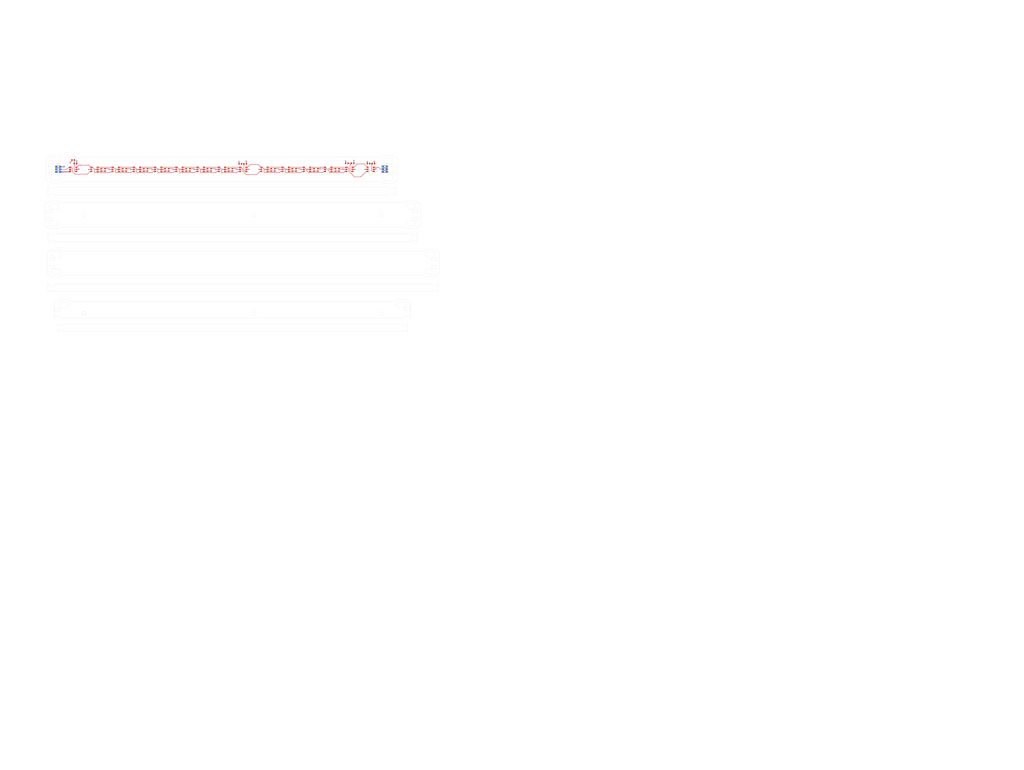
<source format=kicad_pcb>
(kicad_pcb (version 20171130) (host pcbnew "(5.0.0-3-g5ebb6b6)")
  (layers (0 F.Cu signal) (1 In1.Cu power) (2 In2.Cu power) (31 B.Cu signal) (34 B.Paste user) (35 F.Paste user) (36 B.SilkS user) (37 F.SilkS user) (38 B.Mask user) (39 F.Mask user) (44 Edge.Cuts user))
  (net 0 "")
  (net 1 +5V)
  (net 2 "Net-(D1-Pad4)")
  (net 3 GND)
  (net 4 "Net-(D10-Pad4)")
  (net 5 "Net-(D12-Pad3)")
  (net 6 "Net-(C12-Pad1)")
  (net 7 "Net-(C11-Pad1)")
  (net 8 "Net-(C10-Pad1)")
  (net 9 "Net-(C9-Pad1)")
  (net 10 "Net-(C8-Pad1)")
  (net 11 "Net-(C7-Pad1)")
  (net 12 "Net-(C6-Pad1)")
  (net 13 "Net-(C5-Pad1)")
  (net 14 "Net-(C4-Pad1)")
  (net 15 "Net-(C3-Pad1)")
  (net 16 "Net-(C2-Pad1)")
  (net 17 "Net-(C1-Pad1)")
  (net 18 "Net-(D2-Pad3)")
  (net 19 "Net-(D1-Pad3)")
  (net 20 "Net-(D3-Pad3)")
  (net 21 "Net-(D4-Pad3)")
  (net 22 "Net-(D5-Pad3)")
  (net 23 "Net-(D6-Pad3)")
  (net 24 "Net-(D7-Pad3)")
  (net 25 "Net-(D10-Pad6)")
  (net 26 "Net-(D10-Pad3)")
  (net 27 "Net-(D11-Pad3)")
  (net 28 "Net-(C15-Pad1)")
  (net 29 "Net-(C14-Pad1)")
  (net 30 "Net-(C13-Pad1)")
  (net 31 "Net-(D13-Pad3)")
  (net 32 "Net-(D14-Pad3)")
  (net 33 "Net-(D15-Pad3)")
  (module LED_SMD:LED_WS2812_PLCC6_5.0x5.0mm_P1.6mm (layer F.Cu) (at 286.263992 74.63028 180)
    (fp_text reference D14 (at 0 -3.5 180) (layer F.SilkS))
    (fp_text value WS2813)
    (pad 1 smd rect (at -2.45 -1.6 180) (size 1.5 1) (layers F.Cu F.Paste F.Mask) (net 29 "Net-(C14-Pad1)"))
    (pad 2 smd rect (at -2.45 0 180) (size 1.5 1) (layers F.Cu F.Paste F.Mask) (net 1 +5V))
    (pad 3 smd rect (at -2.45 1.6 180) (size 1.5 1) (layers F.Cu F.Paste F.Mask) (net 32 "Net-(D14-Pad3)"))
    (pad 6 smd rect (at 2.45 -1.6 180) (size 1.5 1) (layers F.Cu F.Paste F.Mask) (net 5 "Net-(D12-Pad3)"))
    (pad 5 smd rect (at 2.45 0 180) (size 1.5 1) (layers F.Cu F.Paste F.Mask) (net 3 GND))
    (pad 4 smd rect (at 2.45 1.6 180) (size 1.5 1) (layers F.Cu F.Paste F.Mask) (net 31 "Net-(D13-Pad3)"))
  )
  (module Resistor_SMD:R_0805_2012Metric (layer F.Cu) (at 71.37654 70.07352 180)
    (fp_text reference R1 (at -2.3645 0 -90) (layer F.SilkS))
    (fp_text value 330)
    (pad 2 smd roundrect (at 0.9375 0 180) (size 0.975 1.4) (layers F.Cu F.Paste F.Mask) (net 17 "Net-(C1-Pad1)"))
    (pad 1 smd roundrect (at -0.9375 0 180) (size 0.975 1.4) (layers F.Cu F.Paste F.Mask) (net 1 +5V))
  )
  (module Capacitor_SMD:C_0805_2012Metric (layer F.Cu) (at 278.08682 75.03644 90)
    (fp_text reference C13 (at 2.34442 0.001 180) (layer F.SilkS))
    (fp_text value 100NF)
    (pad 1 smd roundrect (at -0.9375 0 90) (size 0.975 1.4) (layers F.Cu F.Paste F.Mask) (net 30 "Net-(C13-Pad1)"))
    (pad 2 smd roundrect (at 0.9375 0 90) (size 0.975 1.4) (layers F.Cu F.Paste F.Mask) (net 3 GND))
  )
  (module Capacitor_SMD:C_0805_2012Metric (layer F.Cu) (at 284.226 69.85 180)
    (fp_text reference C14 (at 2.34442 0.001 270) (layer F.SilkS))
    (fp_text value 100NF)
    (pad 2 smd roundrect (at 0.9375 0 180) (size 0.975 1.4) (layers F.Cu F.Paste F.Mask) (net 3 GND))
    (pad 1 smd roundrect (at -0.9375 0 180) (size 0.975 1.4) (layers F.Cu F.Paste F.Mask) (net 29 "Net-(C14-Pad1)"))
  )
  (module Capacitor_SMD:C_0805_2012Metric (layer F.Cu) (at 301.24654 70.07352 180)
    (fp_text reference C15 (at 2.34442 0.001 270) (layer F.SilkS))
    (fp_text value 100NF)
    (pad 1 smd roundrect (at -0.9375 0 180) (size 0.975 1.4) (layers F.Cu F.Paste F.Mask) (net 28 "Net-(C15-Pad1)"))
    (pad 2 smd roundrect (at 0.9375 0 180) (size 0.975 1.4) (layers F.Cu F.Paste F.Mask) (net 3 GND))
  )
  (module LED_SMD:LED_WS2812_PLCC6_5.0x5.0mm_P1.6mm (layer F.Cu) (at 302.930657 74.63028 180)
    (fp_text reference D15 (at 0 -3.5 180) (layer F.SilkS))
    (fp_text value WS2813)
    (pad 4 smd rect (at 2.45 1.6 180) (size 1.5 1) (layers F.Cu F.Paste F.Mask) (net 32 "Net-(D14-Pad3)"))
    (pad 5 smd rect (at 2.45 0 180) (size 1.5 1) (layers F.Cu F.Paste F.Mask) (net 3 GND))
    (pad 6 smd rect (at 2.45 -1.6 180) (size 1.5 1) (layers F.Cu F.Paste F.Mask) (net 31 "Net-(D13-Pad3)"))
    (pad 3 smd rect (at -2.45 1.6 180) (size 1.5 1) (layers F.Cu F.Paste F.Mask) (net 33 "Net-(D15-Pad3)"))
    (pad 2 smd rect (at -2.45 0 180) (size 1.5 1) (layers F.Cu F.Paste F.Mask) (net 1 +5V))
    (pad 1 smd rect (at -2.45 -1.6 180) (size 1.5 1) (layers F.Cu F.Paste F.Mask) (net 28 "Net-(C15-Pad1)"))
  )
  (module LED_SMD:LED_WS2812_PLCC6_5.0x5.0mm_P1.6mm (layer F.Cu) (at 269.597327 74.63028 180)
    (fp_text reference D13 (at 0 -3.5 180) (layer F.SilkS))
    (fp_text value WS2813)
    (pad 4 smd rect (at 2.45 1.6 180) (size 1.5 1) (layers F.Cu F.Paste F.Mask) (net 5 "Net-(D12-Pad3)"))
    (pad 5 smd rect (at 2.45 0 180) (size 1.5 1) (layers F.Cu F.Paste F.Mask) (net 3 GND))
    (pad 6 smd rect (at 2.45 -1.6 180) (size 1.5 1) (layers F.Cu F.Paste F.Mask) (net 27 "Net-(D11-Pad3)"))
    (pad 3 smd rect (at -2.45 1.6 180) (size 1.5 1) (layers F.Cu F.Paste F.Mask) (net 31 "Net-(D13-Pad3)"))
    (pad 2 smd rect (at -2.45 0 180) (size 1.5 1) (layers F.Cu F.Paste F.Mask) (net 1 +5V))
    (pad 1 smd rect (at -2.45 -1.6 180) (size 1.5 1) (layers F.Cu F.Paste F.Mask) (net 30 "Net-(C13-Pad1)"))
  )
  (module Resistor_SMD:R_0805_2012Metric (layer F.Cu) (at 275.34616 75.03644 270)
    (fp_text reference R13 (at -2.34442 0.13308) (layer F.SilkS))
    (fp_text value 330)
    (pad 1 smd roundrect (at -0.9375 0 270) (size 0.975 1.4) (layers F.Cu F.Paste F.Mask) (net 1 +5V))
    (pad 2 smd roundrect (at 0.9375 0 270) (size 0.975 1.4) (layers F.Cu F.Paste F.Mask) (net 30 "Net-(C13-Pad1)"))
  )
  (module Resistor_SMD:R_0805_2012Metric (layer F.Cu) (at 288.798 69.85 180)
    (fp_text reference R14 (at -2.34442 0.13308 -90) (layer F.SilkS))
    (fp_text value 330)
    (pad 2 smd roundrect (at 0.9375 0 180) (size 0.975 1.4) (layers F.Cu F.Paste F.Mask) (net 29 "Net-(C14-Pad1)"))
    (pad 1 smd roundrect (at -0.9375 0 180) (size 0.975 1.4) (layers F.Cu F.Paste F.Mask) (net 1 +5V))
  )
  (module Resistor_SMD:R_0805_2012Metric (layer F.Cu) (at 305.05654 70.07352 180)
    (fp_text reference R15 (at -2.34442 0.13308 -90) (layer F.SilkS))
    (fp_text value 330)
    (pad 1 smd roundrect (at -0.9375 0 180) (size 0.975 1.4) (layers F.Cu F.Paste F.Mask) (net 1 +5V))
    (pad 2 smd roundrect (at 0.9375 0 180) (size 0.975 1.4) (layers F.Cu F.Paste F.Mask) (net 28 "Net-(C15-Pad1)"))
  )
  (module YonaFootprints:1x3_18awgWireSolderPad-5mm (layer F.Cu) (at 57.8612 72.57288)
    (fp_text reference J1 (at 0 -2.159) (layer F.SilkS))
    (fp_text value IN)
    (pad 3 thru_hole oval (at 0 4.064) (size 5.08 1.524) (drill oval 1.27) (layers *.Cu *.Mask) (net 3 GND))
    (pad 2 thru_hole oval (at 0 2.032) (size 5.08 1.524) (drill oval 1.27) (layers *.Cu *.Mask) (net 2 "Net-(D1-Pad4)"))
    (pad 1 thru_hole oval (at 0 0) (size 5.08 1.524) (drill oval 1.27) (layers *.Cu *.Mask) (net 1 +5V))
  )
  (module Capacitor_SMD:C_0805_2012Metric (layer F.Cu) (at 194.425452 75.03644 90)
    (fp_text reference C8 (at 2.54 -0.126 180) (layer F.SilkS))
    (fp_text value 100NF)
    (pad 2 smd roundrect (at 0.9375 0 90) (size 0.975 1.4) (layers F.Cu F.Paste F.Mask) (net 3 GND))
    (pad 1 smd roundrect (at -0.9375 0 90) (size 0.975 1.4) (layers F.Cu F.Paste F.Mask) (net 10 "Net-(C8-Pad1)"))
  )
  (module Capacitor_SMD:C_0805_2012Metric (layer F.Cu) (at 200.66254 70.32752 180)
    (fp_text reference C9 (at 2.54 -0.126 270) (layer F.SilkS))
    (fp_text value 100NF)
    (pad 2 smd roundrect (at 0.9375 0 180) (size 0.975 1.4) (layers F.Cu F.Paste F.Mask) (net 3 GND))
    (pad 1 smd roundrect (at -0.9375 0 180) (size 0.975 1.4) (layers F.Cu F.Paste F.Mask) (net 9 "Net-(C9-Pad1)"))
  )
  (module Capacitor_SMD:C_0805_2012Metric (layer F.Cu) (at 227.717924 75.03644 90)
    (fp_text reference C10 (at 2.54 -0.126 180) (layer F.SilkS))
    (fp_text value 100NF)
    (pad 2 smd roundrect (at 0.9375 0 90) (size 0.975 1.4) (layers F.Cu F.Paste F.Mask) (net 3 GND))
    (pad 1 smd roundrect (at -0.9375 0 90) (size 0.975 1.4) (layers F.Cu F.Paste F.Mask) (net 8 "Net-(C10-Pad1)"))
  )
  (module Capacitor_SMD:C_0805_2012Metric (layer F.Cu) (at 244.36416 75.03644 90)
    (fp_text reference C11 (at 2.54 -0.126 180) (layer F.SilkS))
    (fp_text value 100NF)
    (pad 2 smd roundrect (at 0.9375 0 90) (size 0.975 1.4) (layers F.Cu F.Paste F.Mask) (net 3 GND))
    (pad 1 smd roundrect (at -0.9375 0 90) (size 0.975 1.4) (layers F.Cu F.Paste F.Mask) (net 7 "Net-(C11-Pad1)"))
  )
  (module Capacitor_SMD:C_0805_2012Metric (layer F.Cu) (at 261.4653 75.03644 90)
    (fp_text reference C12 (at 2.6185 -0.0485 180) (layer F.SilkS))
    (fp_text value 100NF)
    (pad 2 smd roundrect (at 0.9375 0 90) (size 0.975 1.4) (layers F.Cu F.Paste F.Mask) (net 3 GND))
    (pad 1 smd roundrect (at -0.9375 0 90) (size 0.975 1.4) (layers F.Cu F.Paste F.Mask) (net 6 "Net-(C12-Pad1)"))
  )
  (module LED_SMD:LED_WS2812_PLCC6_5.0x5.0mm_P1.6mm (layer F.Cu) (at 69.60616 74.63028 180)
    (fp_text reference D1 (at 0 -3.5 180) (layer F.SilkS))
    (fp_text value WS2813)
    (pad 1 smd rect (at -2.45 -1.6 180) (size 1.5 1) (layers F.Cu F.Paste F.Mask) (net 17 "Net-(C1-Pad1)"))
    (pad 2 smd rect (at -2.45 0 180) (size 1.5 1) (layers F.Cu F.Paste F.Mask) (net 1 +5V))
    (pad 3 smd rect (at -2.45 1.6 180) (size 1.5 1) (layers F.Cu F.Paste F.Mask) (net 19 "Net-(D1-Pad3)"))
    (pad 6 smd rect (at 2.45 -1.6 180) (size 1.5 1) (layers F.Cu F.Paste F.Mask) (net 3 GND))
    (pad 5 smd rect (at 2.45 0 180) (size 1.5 1) (layers F.Cu F.Paste F.Mask) (net 3 GND))
    (pad 4 smd rect (at 2.45 1.6 180) (size 1.5 1) (layers F.Cu F.Paste F.Mask) (net 2 "Net-(D1-Pad4)"))
  )
  (module LED_SMD:LED_WS2812_PLCC6_5.0x5.0mm_P1.6mm (layer F.Cu) (at 86.272023 74.63028 180)
    (fp_text reference D2 (at 0 -3.5 180) (layer F.SilkS))
    (fp_text value WS2813)
    (pad 1 smd rect (at -2.45 -1.6 180) (size 1.5 1) (layers F.Cu F.Paste F.Mask) (net 16 "Net-(C2-Pad1)"))
    (pad 2 smd rect (at -2.45 0 180) (size 1.5 1) (layers F.Cu F.Paste F.Mask) (net 1 +5V))
    (pad 3 smd rect (at -2.45 1.6 180) (size 1.5 1) (layers F.Cu F.Paste F.Mask) (net 18 "Net-(D2-Pad3)"))
    (pad 6 smd rect (at 2.45 -1.6 180) (size 1.5 1) (layers F.Cu F.Paste F.Mask) (net 2 "Net-(D1-Pad4)"))
    (pad 5 smd rect (at 2.45 0 180) (size 1.5 1) (layers F.Cu F.Paste F.Mask) (net 3 GND))
    (pad 4 smd rect (at 2.45 1.6 180) (size 1.5 1) (layers F.Cu F.Paste F.Mask) (net 19 "Net-(D1-Pad3)"))
  )
  (module LED_SMD:LED_WS2812_PLCC6_5.0x5.0mm_P1.6mm (layer F.Cu) (at 252.93066 74.63028 180)
    (fp_text reference D12 (at 0 -3.5 180) (layer F.SilkS))
    (fp_text value WS2813)
    (pad 1 smd rect (at -2.45 -1.6 180) (size 1.5 1) (layers F.Cu F.Paste F.Mask) (net 6 "Net-(C12-Pad1)"))
    (pad 2 smd rect (at -2.45 0 180) (size 1.5 1) (layers F.Cu F.Paste F.Mask) (net 1 +5V))
    (pad 3 smd rect (at -2.45 1.6 180) (size 1.5 1) (layers F.Cu F.Paste F.Mask) (net 5 "Net-(D12-Pad3)"))
    (pad 6 smd rect (at 2.45 -1.6 180) (size 1.5 1) (layers F.Cu F.Paste F.Mask) (net 26 "Net-(D10-Pad3)"))
    (pad 5 smd rect (at 2.45 0 180) (size 1.5 1) (layers F.Cu F.Paste F.Mask) (net 3 GND))
    (pad 4 smd rect (at 2.45 1.6 180) (size 1.5 1) (layers F.Cu F.Paste F.Mask) (net 27 "Net-(D11-Pad3)"))
  )
  (module LED_SMD:LED_WS2812_PLCC6_5.0x5.0mm_P1.6mm (layer F.Cu) (at 236.26479 74.63028 180)
    (fp_text reference D11 (at 0 -3.5 180) (layer F.SilkS))
    (fp_text value WS2813)
    (pad 1 smd rect (at -2.45 -1.6 180) (size 1.5 1) (layers F.Cu F.Paste F.Mask) (net 7 "Net-(C11-Pad1)"))
    (pad 2 smd rect (at -2.45 0 180) (size 1.5 1) (layers F.Cu F.Paste F.Mask) (net 1 +5V))
    (pad 3 smd rect (at -2.45 1.6 180) (size 1.5 1) (layers F.Cu F.Paste F.Mask) (net 27 "Net-(D11-Pad3)"))
    (pad 6 smd rect (at 2.45 -1.6 180) (size 1.5 1) (layers F.Cu F.Paste F.Mask) (net 4 "Net-(D10-Pad4)"))
    (pad 5 smd rect (at 2.45 0 180) (size 1.5 1) (layers F.Cu F.Paste F.Mask) (net 3 GND))
    (pad 4 smd rect (at 2.45 1.6 180) (size 1.5 1) (layers F.Cu F.Paste F.Mask) (net 26 "Net-(D10-Pad3)"))
  )
  (module LED_SMD:LED_WS2812_PLCC6_5.0x5.0mm_P1.6mm (layer F.Cu) (at 219.598927 74.63028 180)
    (fp_text reference D10 (at 0 -3.5 180) (layer F.SilkS))
    (fp_text value WS2813)
    (pad 1 smd rect (at -2.45 -1.6 180) (size 1.5 1) (layers F.Cu F.Paste F.Mask) (net 8 "Net-(C10-Pad1)"))
    (pad 2 smd rect (at -2.45 0 180) (size 1.5 1) (layers F.Cu F.Paste F.Mask) (net 1 +5V))
    (pad 3 smd rect (at -2.45 1.6 180) (size 1.5 1) (layers F.Cu F.Paste F.Mask) (net 26 "Net-(D10-Pad3)"))
    (pad 6 smd rect (at 2.45 -1.6 180) (size 1.5 1) (layers F.Cu F.Paste F.Mask) (net 25 "Net-(D10-Pad6)"))
    (pad 5 smd rect (at 2.45 0 180) (size 1.5 1) (layers F.Cu F.Paste F.Mask) (net 3 GND))
    (pad 4 smd rect (at 2.45 1.6 180) (size 1.5 1) (layers F.Cu F.Paste F.Mask) (net 4 "Net-(D10-Pad4)"))
  )
  (module LED_SMD:LED_WS2812_PLCC6_5.0x5.0mm_P1.6mm (layer F.Cu) (at 202.933064 74.63028 180)
    (fp_text reference D9 (at 0 -3.5 180) (layer F.SilkS))
    (fp_text value WS2813)
    (pad 1 smd rect (at -2.45 -1.6 180) (size 1.5 1) (layers F.Cu F.Paste F.Mask) (net 9 "Net-(C9-Pad1)"))
    (pad 2 smd rect (at -2.45 0 180) (size 1.5 1) (layers F.Cu F.Paste F.Mask) (net 1 +5V))
    (pad 3 smd rect (at -2.45 1.6 180) (size 1.5 1) (layers F.Cu F.Paste F.Mask) (net 4 "Net-(D10-Pad4)"))
    (pad 6 smd rect (at 2.45 -1.6 180) (size 1.5 1) (layers F.Cu F.Paste F.Mask) (net 24 "Net-(D7-Pad3)"))
    (pad 5 smd rect (at 2.45 0 180) (size 1.5 1) (layers F.Cu F.Paste F.Mask) (net 3 GND))
    (pad 4 smd rect (at 2.45 1.6 180) (size 1.5 1) (layers F.Cu F.Paste F.Mask) (net 25 "Net-(D10-Pad6)"))
  )
  (module LED_SMD:LED_WS2812_PLCC6_5.0x5.0mm_P1.6mm (layer F.Cu) (at 186.267201 74.63028 180)
    (fp_text reference D8 (at 0 -3.5 180) (layer F.SilkS))
    (fp_text value WS2813)
    (pad 1 smd rect (at -2.45 -1.6 180) (size 1.5 1) (layers F.Cu F.Paste F.Mask) (net 10 "Net-(C8-Pad1)"))
    (pad 2 smd rect (at -2.45 0 180) (size 1.5 1) (layers F.Cu F.Paste F.Mask) (net 1 +5V))
    (pad 3 smd rect (at -2.45 1.6 180) (size 1.5 1) (layers F.Cu F.Paste F.Mask) (net 25 "Net-(D10-Pad6)"))
    (pad 6 smd rect (at 2.45 -1.6 180) (size 1.5 1) (layers F.Cu F.Paste F.Mask) (net 23 "Net-(D6-Pad3)"))
    (pad 5 smd rect (at 2.45 0 180) (size 1.5 1) (layers F.Cu F.Paste F.Mask) (net 3 GND))
    (pad 4 smd rect (at 2.45 1.6 180) (size 1.5 1) (layers F.Cu F.Paste F.Mask) (net 24 "Net-(D7-Pad3)"))
  )
  (module LED_SMD:LED_WS2812_PLCC6_5.0x5.0mm_P1.6mm (layer F.Cu) (at 169.601338 74.63028 180)
    (fp_text reference D7 (at 0 -3.5 180) (layer F.SilkS))
    (fp_text value WS2813)
    (pad 1 smd rect (at -2.45 -1.6 180) (size 1.5 1) (layers F.Cu F.Paste F.Mask) (net 11 "Net-(C7-Pad1)"))
    (pad 2 smd rect (at -2.45 0 180) (size 1.5 1) (layers F.Cu F.Paste F.Mask) (net 1 +5V))
    (pad 3 smd rect (at -2.45 1.6 180) (size 1.5 1) (layers F.Cu F.Paste F.Mask) (net 24 "Net-(D7-Pad3)"))
    (pad 6 smd rect (at 2.45 -1.6 180) (size 1.5 1) (layers F.Cu F.Paste F.Mask) (net 22 "Net-(D5-Pad3)"))
    (pad 5 smd rect (at 2.45 0 180) (size 1.5 1) (layers F.Cu F.Paste F.Mask) (net 3 GND))
    (pad 4 smd rect (at 2.45 1.6 180) (size 1.5 1) (layers F.Cu F.Paste F.Mask) (net 23 "Net-(D6-Pad3)"))
  )
  (module LED_SMD:LED_WS2812_PLCC6_5.0x5.0mm_P1.6mm (layer F.Cu) (at 152.935475 74.63028 180)
    (fp_text reference D6 (at 0 -3.5 180) (layer F.SilkS))
    (fp_text value WS2813)
    (pad 1 smd rect (at -2.45 -1.6 180) (size 1.5 1) (layers F.Cu F.Paste F.Mask) (net 12 "Net-(C6-Pad1)"))
    (pad 2 smd rect (at -2.45 0 180) (size 1.5 1) (layers F.Cu F.Paste F.Mask) (net 1 +5V))
    (pad 3 smd rect (at -2.45 1.6 180) (size 1.5 1) (layers F.Cu F.Paste F.Mask) (net 23 "Net-(D6-Pad3)"))
    (pad 6 smd rect (at 2.45 -1.6 180) (size 1.5 1) (layers F.Cu F.Paste F.Mask) (net 21 "Net-(D4-Pad3)"))
    (pad 5 smd rect (at 2.45 0 180) (size 1.5 1) (layers F.Cu F.Paste F.Mask) (net 3 GND))
    (pad 4 smd rect (at 2.45 1.6 180) (size 1.5 1) (layers F.Cu F.Paste F.Mask) (net 22 "Net-(D5-Pad3)"))
  )
  (module LED_SMD:LED_WS2812_PLCC6_5.0x5.0mm_P1.6mm (layer F.Cu) (at 136.269612 74.63028 180)
    (fp_text reference D5 (at 0 -3.5 180) (layer F.SilkS))
    (fp_text value WS2813)
    (pad 1 smd rect (at -2.45 -1.6 180) (size 1.5 1) (layers F.Cu F.Paste F.Mask) (net 13 "Net-(C5-Pad1)"))
    (pad 2 smd rect (at -2.45 0 180) (size 1.5 1) (layers F.Cu F.Paste F.Mask) (net 1 +5V))
    (pad 3 smd rect (at -2.45 1.6 180) (size 1.5 1) (layers F.Cu F.Paste F.Mask) (net 22 "Net-(D5-Pad3)"))
    (pad 6 smd rect (at 2.45 -1.6 180) (size 1.5 1) (layers F.Cu F.Paste F.Mask) (net 20 "Net-(D3-Pad3)"))
    (pad 5 smd rect (at 2.45 0 180) (size 1.5 1) (layers F.Cu F.Paste F.Mask) (net 3 GND))
    (pad 4 smd rect (at 2.45 1.6 180) (size 1.5 1) (layers F.Cu F.Paste F.Mask) (net 21 "Net-(D4-Pad3)"))
  )
  (module LED_SMD:LED_WS2812_PLCC6_5.0x5.0mm_P1.6mm (layer F.Cu) (at 119.603749 74.63028 180)
    (fp_text reference D4 (at 0 -3.5 180) (layer F.SilkS))
    (fp_text value WS2813)
    (pad 1 smd rect (at -2.45 -1.6 180) (size 1.5 1) (layers F.Cu F.Paste F.Mask) (net 14 "Net-(C4-Pad1)"))
    (pad 2 smd rect (at -2.45 0 180) (size 1.5 1) (layers F.Cu F.Paste F.Mask) (net 1 +5V))
    (pad 3 smd rect (at -2.45 1.6 180) (size 1.5 1) (layers F.Cu F.Paste F.Mask) (net 21 "Net-(D4-Pad3)"))
    (pad 6 smd rect (at 2.45 -1.6 180) (size 1.5 1) (layers F.Cu F.Paste F.Mask) (net 18 "Net-(D2-Pad3)"))
    (pad 5 smd rect (at 2.45 0 180) (size 1.5 1) (layers F.Cu F.Paste F.Mask) (net 3 GND))
    (pad 4 smd rect (at 2.45 1.6 180) (size 1.5 1) (layers F.Cu F.Paste F.Mask) (net 20 "Net-(D3-Pad3)"))
  )
  (module LED_SMD:LED_WS2812_PLCC6_5.0x5.0mm_P1.6mm (layer F.Cu) (at 102.937886 74.63028 180)
    (fp_text reference D3 (at 0 -3.5 180) (layer F.SilkS))
    (fp_text value WS2813)
    (pad 1 smd rect (at -2.45 -1.6 180) (size 1.5 1) (layers F.Cu F.Paste F.Mask) (net 15 "Net-(C3-Pad1)"))
    (pad 2 smd rect (at -2.45 0 180) (size 1.5 1) (layers F.Cu F.Paste F.Mask) (net 1 +5V))
    (pad 3 smd rect (at -2.45 1.6 180) (size 1.5 1) (layers F.Cu F.Paste F.Mask) (net 20 "Net-(D3-Pad3)"))
    (pad 6 smd rect (at 2.45 -1.6 180) (size 1.5 1) (layers F.Cu F.Paste F.Mask) (net 19 "Net-(D1-Pad3)"))
    (pad 5 smd rect (at 2.45 0 180) (size 1.5 1) (layers F.Cu F.Paste F.Mask) (net 3 GND))
    (pad 4 smd rect (at 2.45 1.6 180) (size 1.5 1) (layers F.Cu F.Paste F.Mask) (net 18 "Net-(D2-Pad3)"))
  )
  (module Resistor_SMD:R_0805_2012Metric (layer F.Cu) (at 91.754036 75.03644 270)
    (fp_text reference R2 (at -2.54 -0.126) (layer F.SilkS))
    (fp_text value 330)
    (pad 2 smd roundrect (at 0.9375 0 270) (size 0.975 1.4) (layers F.Cu F.Paste F.Mask) (net 16 "Net-(C2-Pad1)"))
    (pad 1 smd roundrect (at -0.9375 0 270) (size 0.975 1.4) (layers F.Cu F.Paste F.Mask) (net 1 +5V))
  )
  (module Resistor_SMD:R_0805_2012Metric (layer F.Cu) (at 108.400272 75.03644 270)
    (fp_text reference R3 (at -2.54 -0.126) (layer F.SilkS))
    (fp_text value 330)
    (pad 2 smd roundrect (at 0.9375 0 270) (size 0.975 1.4) (layers F.Cu F.Paste F.Mask) (net 15 "Net-(C3-Pad1)"))
    (pad 1 smd roundrect (at -0.9375 0 270) (size 0.975 1.4) (layers F.Cu F.Paste F.Mask) (net 1 +5V))
  )
  (module Resistor_SMD:R_0805_2012Metric (layer F.Cu) (at 125.046508 75.03644 270)
    (fp_text reference R4 (at -2.54 -0.126) (layer F.SilkS))
    (fp_text value 330)
    (pad 2 smd roundrect (at 0.9375 0 270) (size 0.975 1.4) (layers F.Cu F.Paste F.Mask) (net 14 "Net-(C4-Pad1)"))
    (pad 1 smd roundrect (at -0.9375 0 270) (size 0.975 1.4) (layers F.Cu F.Paste F.Mask) (net 1 +5V))
  )
  (module Resistor_SMD:R_0805_2012Metric (layer F.Cu) (at 141.692744 75.03644 270)
    (fp_text reference R5 (at -2.54 -0.126) (layer F.SilkS))
    (fp_text value 330)
    (pad 2 smd roundrect (at 0.9375 0 270) (size 0.975 1.4) (layers F.Cu F.Paste F.Mask) (net 13 "Net-(C5-Pad1)"))
    (pad 1 smd roundrect (at -0.9375 0 270) (size 0.975 1.4) (layers F.Cu F.Paste F.Mask) (net 1 +5V))
  )
  (module Resistor_SMD:R_0805_2012Metric (layer F.Cu) (at 158.33898 75.03644 270)
    (fp_text reference R6 (at -2.54 -0.126) (layer F.SilkS))
    (fp_text value 330)
    (pad 2 smd roundrect (at 0.9375 0 270) (size 0.975 1.4) (layers F.Cu F.Paste F.Mask) (net 12 "Net-(C6-Pad1)"))
    (pad 1 smd roundrect (at -0.9375 0 270) (size 0.975 1.4) (layers F.Cu F.Paste F.Mask) (net 1 +5V))
  )
  (module Resistor_SMD:R_0805_2012Metric (layer F.Cu) (at 174.985216 75.03644 270)
    (fp_text reference R7 (at -2.54 -0.126) (layer F.SilkS))
    (fp_text value 330)
    (pad 2 smd roundrect (at 0.9375 0 270) (size 0.975 1.4) (layers F.Cu F.Paste F.Mask) (net 11 "Net-(C7-Pad1)"))
    (pad 1 smd roundrect (at -0.9375 0 270) (size 0.975 1.4) (layers F.Cu F.Paste F.Mask) (net 1 +5V))
  )
  (module Resistor_SMD:R_0805_2012Metric (layer F.Cu) (at 191.631452 75.03644 270)
    (fp_text reference R8 (at -2.54 -0.126) (layer F.SilkS))
    (fp_text value 330)
    (pad 2 smd roundrect (at 0.9375 0 270) (size 0.975 1.4) (layers F.Cu F.Paste F.Mask) (net 10 "Net-(C8-Pad1)"))
    (pad 1 smd roundrect (at -0.9375 0 270) (size 0.975 1.4) (layers F.Cu F.Paste F.Mask) (net 1 +5V))
  )
  (module Resistor_SMD:R_0805_2012Metric (layer F.Cu) (at 204.47254 70.32752 180)
    (fp_text reference R9 (at -2.54 -0.126 -90) (layer F.SilkS))
    (fp_text value 330)
    (pad 2 smd roundrect (at 0.9375 0 180) (size 0.975 1.4) (layers F.Cu F.Paste F.Mask) (net 9 "Net-(C9-Pad1)"))
    (pad 1 smd roundrect (at -0.9375 0 180) (size 0.975 1.4) (layers F.Cu F.Paste F.Mask) (net 1 +5V))
  )
  (module Resistor_SMD:R_0805_2012Metric (layer F.Cu) (at 224.923924 75.03644 270)
    (fp_text reference R10 (at -2.54 -0.126) (layer F.SilkS))
    (fp_text value 330)
    (pad 2 smd roundrect (at 0.9375 0 270) (size 0.975 1.4) (layers F.Cu F.Paste F.Mask) (net 8 "Net-(C10-Pad1)"))
    (pad 1 smd roundrect (at -0.9375 0 270) (size 0.975 1.4) (layers F.Cu F.Paste F.Mask) (net 1 +5V))
  )
  (module Resistor_SMD:R_0805_2012Metric (layer F.Cu) (at 241.57016 75.03644 270)
    (fp_text reference R11 (at -2.54 -0.126) (layer F.SilkS))
    (fp_text value 330)
    (pad 2 smd roundrect (at 0.9375 0 270) (size 0.975 1.4) (layers F.Cu F.Paste F.Mask) (net 7 "Net-(C11-Pad1)"))
    (pad 1 smd roundrect (at -0.9375 0 270) (size 0.975 1.4) (layers F.Cu F.Paste F.Mask) (net 1 +5V))
  )
  (module Resistor_SMD:R_0805_2012Metric (layer F.Cu) (at 258.5743 75.03644 270)
    (fp_text reference R12 (at -2.54 3.175) (layer F.SilkS))
    (fp_text value 330)
    (pad 2 smd roundrect (at 0.9375 0 270) (size 0.975 1.4) (layers F.Cu F.Paste F.Mask) (net 6 "Net-(C12-Pad1)"))
    (pad 1 smd roundrect (at -0.9375 0 270) (size 0.975 1.4) (layers F.Cu F.Paste F.Mask) (net 1 +5V))
  )
  (module Capacitor_SMD:C_0805_2012Metric (layer F.Cu) (at 177.779216 75.03644 90)
    (fp_text reference C7 (at 2.54 -0.126 180) (layer F.SilkS))
    (fp_text value 100NF)
    (pad 2 smd roundrect (at 0.9375 0 90) (size 0.975 1.4) (layers F.Cu F.Paste F.Mask) (net 3 GND))
    (pad 1 smd roundrect (at -0.9375 0 90) (size 0.975 1.4) (layers F.Cu F.Paste F.Mask) (net 11 "Net-(C7-Pad1)"))
  )
  (module Capacitor_SMD:C_0805_2012Metric (layer F.Cu) (at 161.13298 75.03644 90)
    (fp_text reference C6 (at 2.54 -0.126 180) (layer F.SilkS))
    (fp_text value 100NF)
    (pad 2 smd roundrect (at 0.9375 0 90) (size 0.975 1.4) (layers F.Cu F.Paste F.Mask) (net 3 GND))
    (pad 1 smd roundrect (at -0.9375 0 90) (size 0.975 1.4) (layers F.Cu F.Paste F.Mask) (net 12 "Net-(C6-Pad1)"))
  )
  (module Capacitor_SMD:C_0805_2012Metric (layer F.Cu) (at 144.486744 75.03644 90)
    (fp_text reference C5 (at 2.54 -0.126 180) (layer F.SilkS))
    (fp_text value 100NF)
    (pad 2 smd roundrect (at 0.9375 0 90) (size 0.975 1.4) (layers F.Cu F.Paste F.Mask) (net 3 GND))
    (pad 1 smd roundrect (at -0.9375 0 90) (size 0.975 1.4) (layers F.Cu F.Paste F.Mask) (net 13 "Net-(C5-Pad1)"))
  )
  (module Capacitor_SMD:C_0805_2012Metric (layer F.Cu) (at 127.840508 75.03644 90)
    (fp_text reference C4 (at 2.54 -0.126 180) (layer F.SilkS))
    (fp_text value 100NF)
    (pad 2 smd roundrect (at 0.9375 0 90) (size 0.975 1.4) (layers F.Cu F.Paste F.Mask) (net 3 GND))
    (pad 1 smd roundrect (at -0.9375 0 90) (size 0.975 1.4) (layers F.Cu F.Paste F.Mask) (net 14 "Net-(C4-Pad1)"))
  )
  (module Capacitor_SMD:C_0805_2012Metric (layer F.Cu) (at 111.194272 75.03644 90)
    (fp_text reference C3 (at 2.54 -0.126 180) (layer F.SilkS))
    (fp_text value 100NF)
    (pad 2 smd roundrect (at 0.9375 0 90) (size 0.975 1.4) (layers F.Cu F.Paste F.Mask) (net 3 GND))
    (pad 1 smd roundrect (at -0.9375 0 90) (size 0.975 1.4) (layers F.Cu F.Paste F.Mask) (net 15 "Net-(C3-Pad1)"))
  )
  (module Capacitor_SMD:C_0805_2012Metric (layer F.Cu) (at 94.548036 75.03644 90)
    (fp_text reference C2 (at 2.54 -0.126 180) (layer F.SilkS))
    (fp_text value 100NF)
    (pad 2 smd roundrect (at 0.9375 0 90) (size 0.975 1.4) (layers F.Cu F.Paste F.Mask) (net 3 GND))
    (pad 1 smd roundrect (at -0.9375 0 90) (size 0.975 1.4) (layers F.Cu F.Paste F.Mask) (net 16 "Net-(C2-Pad1)"))
  )
  (module Capacitor_SMD:C_0805_2012Metric (layer F.Cu) (at 69.59854 67.27952 180)
    (fp_text reference C1 (at 2.4615 0 270) (layer F.SilkS))
    (fp_text value 100NF)
    (pad 2 smd roundrect (at 0.9375 0 180) (size 0.975 1.4) (layers F.Cu F.Paste F.Mask) (net 3 GND))
    (pad 1 smd roundrect (at -0.9375 0 180) (size 0.975 1.4) (layers F.Cu F.Paste F.Mask) (net 17 "Net-(C1-Pad1)"))
  )
  (module YonaFootprints:1x3_18awgWireSolderPad-5mm (layer F.Cu) (at 314.03544 72.42048)
    (fp_text reference J2 (at 0 -2.159) (layer F.SilkS))
    (fp_text value OUT)
    (pad 3 thru_hole oval (at 0 4.064) (size 5.08 1.524) (drill oval 1.27) (layers *.Cu *.Mask) (net 3 GND))
    (pad 2 thru_hole oval (at 0 2.032) (size 5.08 1.524) (drill oval 1.27) (layers *.Cu *.Mask) (net 33 "Net-(D15-Pad3)"))
    (pad 1 thru_hole oval (at 0 0) (size 5.08 1.524) (drill oval 1.27) (layers *.Cu *.Mask) (net 1 +5V))
  )
  (gr_circle (center 294.64 74.676) (end 296.1132 74.676) (layer Edge.Cuts) (width 0.1))
  (gr_circle (center 211.24926 187.72632) (end 212.72246 187.72632) (layer Edge.Cuts) (width 0.1))
  (gr_circle (center 311.3405 187.6425) (end 312.8137 187.6425) (layer Edge.Cuts) (width 0.1))
  (gr_circle (center 311.277 110.363) (end 312.7502 110.363) (layer Edge.Cuts) (width 0.1))
  (gr_circle (center 211.328 74.676) (end 212.8012 74.676) (layer Edge.Cuts) (width 0.1))
  (gr_circle (center 211.45246 110.38078) (end 212.92566 110.38078) (layer Edge.Cuts) (width 0.1))
  (gr_circle (center 77.9145 187.706) (end 79.3877 187.706) (layer Edge.Cuts) (width 0.1))
  (gr_circle (center 77.9145 74.6125) (end 79.3877 74.6125) (layer Edge.Cuts) (width 0.1))
  (gr_circle (center 77.9145 110.363) (end 79.3877 110.363) (layer Edge.Cuts) (width 0.1))
  (gr_circle (center 77.98816 187.66282) (end 79.46136 187.66282) (layer Edge.Cuts) (width 0.1))
  (gr_line (start 325.417808 183.188358) (end 324.722801 183.078358) (layer F.SilkS) (width 0.01))
  (gr_line (start 324.722801 183.078358) (end 324.095817 182.759058) (layer F.SilkS) (width 0.01))
  (gr_line (start 324.095817 182.759058) (end 323.598808 182.261759) (layer F.SilkS) (width 0.01))
  (gr_line (start 323.598808 182.261759) (end 323.279808 181.635058) (layer F.SilkS) (width 0.01))
  (gr_line (start 323.279808 181.635058) (end 323.169822 180.940458) (layer F.SilkS) (width 0.01))
  (gr_line (start 323.169822 180.940458) (end 323.279808 180.245859) (layer F.SilkS) (width 0.01))
  (gr_line (start 323.279808 180.245859) (end 323.598808 179.619158) (layer F.SilkS) (width 0.01))
  (gr_line (start 323.598808 179.619158) (end 324.095817 179.121859) (layer F.SilkS) (width 0.01))
  (gr_line (start 324.095817 179.121859) (end 324.722801 178.802559) (layer F.SilkS) (width 0.01))
  (gr_line (start 324.722801 178.802559) (end 325.417808 178.692558) (layer F.SilkS) (width 0.01))
  (gr_line (start 325.417808 178.692558) (end 328.417808 178.692558) (layer F.SilkS) (width 0.01))
  (gr_line (start 328.417808 178.692558) (end 329.111809 178.802559) (layer F.SilkS) (width 0.01))
  (gr_line (start 329.111809 178.802559) (end 329.738823 179.121859) (layer F.SilkS) (width 0.01))
  (gr_line (start 329.738823 179.121859) (end 330.235801 179.619158) (layer F.SilkS) (width 0.01))
  (gr_line (start 330.235801 179.619158) (end 330.554802 180.245859) (layer F.SilkS) (width 0.01))
  (gr_line (start 330.554802 180.245859) (end 330.664818 180.940458) (layer F.SilkS) (width 0.01))
  (gr_line (start 330.664818 180.940458) (end 330.554802 181.635058) (layer F.SilkS) (width 0.01))
  (gr_line (start 330.554802 181.635058) (end 330.235801 182.261759) (layer F.SilkS) (width 0.01))
  (gr_line (start 330.235801 182.261759) (end 329.738823 182.759058) (layer F.SilkS) (width 0.01))
  (gr_line (start 329.738823 182.759058) (end 329.111809 183.078358) (layer F.SilkS) (width 0.01))
  (gr_line (start 329.111809 183.078358) (end 328.417808 183.188358) (layer F.SilkS) (width 0.01))
  (gr_line (start 328.417808 183.188358) (end 325.417808 183.188358) (layer F.SilkS) (width 0.01))
  (gr_line (start 333.776203 167.646087) (end 338.776203 167.646087) (layer F.SilkS) (width 0.01))
  (gr_line (start 336.276203 165.146087) (end 336.276203 170.146087) (layer F.SilkS) (width 0.01))
  (gr_line (start 333.776203 148.237477) (end 338.776203 148.237477) (layer F.SilkS) (width 0.01))
  (gr_line (start 336.276203 145.737477) (end 336.276203 150.737477) (layer F.SilkS) (width 0.01))
  (gr_line (start 317.108723 199.024033) (end 322.108723 199.024033) (layer F.SilkS) (width 0.01))
  (gr_line (start 319.608723 196.524033) (end 319.608723 201.524033) (layer F.SilkS) (width 0.01))
  (gr_line (start 317.108723 187.690459) (end 322.108723 187.690459) (layer F.SilkS) (width 0.01))
  (gr_line (start 319.608723 185.190459) (end 319.608723 190.190459) (layer F.SilkS) (width 0.01))
  (gr_line (start 317.108723 167.646087) (end 322.108723 167.646087) (layer F.SilkS) (width 0.01))
  (gr_line (start 319.608723 165.146087) (end 319.608723 170.146087) (layer F.SilkS) (width 0.01))
  (gr_line (start 317.108723 148.237477) (end 322.108723 148.237477) (layer F.SilkS) (width 0.01))
  (gr_line (start 319.608723 145.737477) (end 319.608723 150.737477) (layer F.SilkS) (width 0.01))
  (gr_line (start 317.108723 128.193103) (end 322.108723 128.193103) (layer F.SilkS) (width 0.01))
  (gr_line (start 319.608723 125.693103) (end 319.608723 130.693103) (layer F.SilkS) (width 0.01))
  (gr_line (start 317.108723 110.372666) (end 322.108723 110.372666) (layer F.SilkS) (width 0.01))
  (gr_line (start 319.608723 107.872666) (end 319.608723 112.872666) (layer F.SilkS) (width 0.01))
  (gr_line (start 300.441243 199.024033) (end 305.441243 199.024033) (layer F.SilkS) (width 0.01))
  (gr_line (start 302.941243 196.524033) (end 302.941243 201.524033) (layer F.SilkS) (width 0.01))
  (gr_line (start 300.441243 187.690459) (end 305.441243 187.690459) (layer F.SilkS) (width 0.01))
  (gr_line (start 302.941243 185.190459) (end 302.941243 190.190459) (layer F.SilkS) (width 0.01))
  (gr_line (start 300.441243 167.646087) (end 305.441243 167.646087) (layer F.SilkS) (width 0.01))
  (gr_line (start 302.941243 165.146087) (end 302.941243 170.146087) (layer F.SilkS) (width 0.01))
  (gr_line (start 300.441243 148.237477) (end 305.441243 148.237477) (layer F.SilkS) (width 0.01))
  (gr_line (start 302.941243 145.737477) (end 302.941243 150.737477) (layer F.SilkS) (width 0.01))
  (gr_line (start 300.441243 128.193103) (end 305.441243 128.193103) (layer F.SilkS) (width 0.01))
  (gr_line (start 302.941243 125.693103) (end 302.941243 130.693103) (layer F.SilkS) (width 0.01))
  (gr_line (start 300.441243 110.372666) (end 305.441243 110.372666) (layer F.SilkS) (width 0.01))
  (gr_line (start 302.941243 107.872666) (end 302.941243 112.872666) (layer F.SilkS) (width 0.01))
  (gr_line (start 300.441243 91.719952) (end 305.441243 91.719952) (layer F.SilkS) (width 0.01))
  (gr_line (start 302.941243 89.219952) (end 302.941243 94.219952) (layer F.SilkS) (width 0.01))
  (gr_line (start 300.441243 74.630808) (end 305.441243 74.630808) (layer F.SilkS) (width 0.01))
  (gr_line (start 302.941243 72.130808) (end 302.941243 77.130808) (layer F.SilkS) (width 0.01))
  (gr_line (start 283.773763 199.024033) (end 288.773763 199.024033) (layer F.SilkS) (width 0.01))
  (gr_line (start 286.273763 196.524033) (end 286.273763 201.524033) (layer F.SilkS) (width 0.01))
  (gr_line (start 283.773763 187.690459) (end 288.773763 187.690459) (layer F.SilkS) (width 0.01))
  (gr_line (start 286.273763 185.190459) (end 286.273763 190.190459) (layer F.SilkS) (width 0.01))
  (gr_line (start 283.773763 167.646087) (end 288.773763 167.646087) (layer F.SilkS) (width 0.01))
  (gr_line (start 286.273763 165.146087) (end 286.273763 170.146087) (layer F.SilkS) (width 0.01))
  (gr_line (start 283.773763 148.237477) (end 288.773763 148.237477) (layer F.SilkS) (width 0.01))
  (gr_line (start 286.273763 145.737477) (end 286.273763 150.737477) (layer F.SilkS) (width 0.01))
  (gr_line (start 283.773763 128.193103) (end 288.773763 128.193103) (layer F.SilkS) (width 0.01))
  (gr_line (start 286.273763 125.693103) (end 286.273763 130.693103) (layer F.SilkS) (width 0.01))
  (gr_line (start 283.773763 110.372666) (end 288.773763 110.372666) (layer F.SilkS) (width 0.01))
  (gr_line (start 286.273763 107.872666) (end 286.273763 112.872666) (layer F.SilkS) (width 0.01))
  (gr_line (start 283.773763 91.719952) (end 288.773763 91.719952) (layer F.SilkS) (width 0.01))
  (gr_line (start 286.273763 89.219952) (end 286.273763 94.219952) (layer F.SilkS) (width 0.01))
  (gr_line (start 283.773763 74.630808) (end 288.773763 74.630808) (layer F.SilkS) (width 0.01))
  (gr_line (start 286.273763 72.130808) (end 286.273763 77.130808) (layer F.SilkS) (width 0.01))
  (gr_line (start 267.106283 199.024033) (end 272.106283 199.024033) (layer F.SilkS) (width 0.01))
  (gr_line (start 269.606283 196.524033) (end 269.606283 201.524033) (layer F.SilkS) (width 0.01))
  (gr_line (start 267.106283 187.690459) (end 272.106283 187.690459) (layer F.SilkS) (width 0.01))
  (gr_line (start 269.606283 185.190459) (end 269.606283 190.190459) (layer F.SilkS) (width 0.01))
  (gr_line (start 267.106283 167.646087) (end 272.106283 167.646087) (layer F.SilkS) (width 0.01))
  (gr_line (start 269.606283 165.146087) (end 269.606283 170.146087) (layer F.SilkS) (width 0.01))
  (gr_line (start 267.106283 148.237477) (end 272.106283 148.237477) (layer F.SilkS) (width 0.01))
  (gr_line (start 269.606283 145.737477) (end 269.606283 150.737477) (layer F.SilkS) (width 0.01))
  (gr_line (start 267.106283 128.193103) (end 272.106283 128.193103) (layer F.SilkS) (width 0.01))
  (gr_line (start 269.606283 125.693103) (end 269.606283 130.693103) (layer F.SilkS) (width 0.01))
  (gr_line (start 267.106283 110.372666) (end 272.106283 110.372666) (layer F.SilkS) (width 0.01))
  (gr_line (start 269.606283 107.872666) (end 269.606283 112.872666) (layer F.SilkS) (width 0.01))
  (gr_line (start 267.106283 91.719952) (end 272.106283 91.719952) (layer F.SilkS) (width 0.01))
  (gr_line (start 269.606283 89.219952) (end 269.606283 94.219952) (layer F.SilkS) (width 0.01))
  (gr_line (start 267.106283 74.630808) (end 272.106283 74.630808) (layer F.SilkS) (width 0.01))
  (gr_line (start 269.606283 72.130808) (end 269.606283 77.130808) (layer F.SilkS) (width 0.01))
  (gr_line (start 250.438803 199.024033) (end 255.438803 199.024033) (layer F.SilkS) (width 0.01))
  (gr_line (start 252.938803 196.524033) (end 252.938803 201.524033) (layer F.SilkS) (width 0.01))
  (gr_line (start 233.772103 199.024033) (end 238.772103 199.024033) (layer F.SilkS) (width 0.01))
  (gr_line (start 236.272103 196.524033) (end 236.272103 201.524033) (layer F.SilkS) (width 0.01))
  (gr_line (start 217.105403 199.024033) (end 222.105403 199.024033) (layer F.SilkS) (width 0.01))
  (gr_line (start 219.605403 196.524033) (end 219.605403 201.524033) (layer F.SilkS) (width 0.01))
  (gr_line (start 200.438703 199.024033) (end 205.438703 199.024033) (layer F.SilkS) (width 0.01))
  (gr_line (start 202.938703 196.524033) (end 202.938703 201.524033) (layer F.SilkS) (width 0.01))
  (gr_line (start 183.772003 199.024033) (end 188.772003 199.024033) (layer F.SilkS) (width 0.01))
  (gr_line (start 186.272003 196.524033) (end 186.272003 201.524033) (layer F.SilkS) (width 0.01))
  (gr_line (start 167.105303 199.024033) (end 172.105303 199.024033) (layer F.SilkS) (width 0.01))
  (gr_line (start 169.605303 196.524033) (end 169.605303 201.524033) (layer F.SilkS) (width 0.01))
  (gr_line (start 150.438603 199.024033) (end 155.438603 199.024033) (layer F.SilkS) (width 0.01))
  (gr_line (start 152.938603 196.524033) (end 152.938603 201.524033) (layer F.SilkS) (width 0.01))
  (gr_line (start 133.771903 199.024033) (end 138.771903 199.024033) (layer F.SilkS) (width 0.01))
  (gr_line (start 136.271903 196.524033) (end 136.271903 201.524033) (layer F.SilkS) (width 0.01))
  (gr_line (start 117.105203 199.024033) (end 122.105203 199.024033) (layer F.SilkS) (width 0.01))
  (gr_line (start 119.605203 196.524033) (end 119.605203 201.524033) (layer F.SilkS) (width 0.01))
  (gr_line (start 100.438503 199.024033) (end 105.438503 199.024033) (layer F.SilkS) (width 0.01))
  (gr_line (start 102.938503 196.524033) (end 102.938503 201.524033) (layer F.SilkS) (width 0.01))
  (gr_line (start 83.771803 199.024033) (end 88.771803 199.024033) (layer F.SilkS) (width 0.01))
  (gr_line (start 86.271803 196.524033) (end 86.271803 201.524033) (layer F.SilkS) (width 0.01))
  (gr_line (start 67.105103 199.024033) (end 72.105103 199.024033) (layer F.SilkS) (width 0.01))
  (gr_line (start 69.605103 196.524033) (end 69.605103 201.524033) (layer F.SilkS) (width 0.01))
  (gr_line (start 250.438803 187.690459) (end 255.438803 187.690459) (layer F.SilkS) (width 0.01))
  (gr_line (start 252.938803 185.190459) (end 252.938803 190.190459) (layer F.SilkS) (width 0.01))
  (gr_line (start 233.772103 187.690459) (end 238.772103 187.690459) (layer F.SilkS) (width 0.01))
  (gr_line (start 236.272103 185.190459) (end 236.272103 190.190459) (layer F.SilkS) (width 0.01))
  (gr_line (start 217.105403 187.690459) (end 222.105403 187.690459) (layer F.SilkS) (width 0.01))
  (gr_line (start 219.605403 185.190459) (end 219.605403 190.190459) (layer F.SilkS) (width 0.01))
  (gr_line (start 200.438703 187.690459) (end 205.438703 187.690459) (layer F.SilkS) (width 0.01))
  (gr_line (start 202.938703 185.190459) (end 202.938703 190.190459) (layer F.SilkS) (width 0.01))
  (gr_line (start 183.772003 187.690459) (end 188.772003 187.690459) (layer F.SilkS) (width 0.01))
  (gr_line (start 186.272003 185.190459) (end 186.272003 190.190459) (layer F.SilkS) (width 0.01))
  (gr_line (start 167.105303 187.690459) (end 172.105303 187.690459) (layer F.SilkS) (width 0.01))
  (gr_line (start 169.605303 185.190459) (end 169.605303 190.190459) (layer F.SilkS) (width 0.01))
  (gr_line (start 150.438603 187.690459) (end 155.438603 187.690459) (layer F.SilkS) (width 0.01))
  (gr_line (start 152.938603 185.190459) (end 152.938603 190.190459) (layer F.SilkS) (width 0.01))
  (gr_line (start 133.771903 187.690459) (end 138.771903 187.690459) (layer F.SilkS) (width 0.01))
  (gr_line (start 136.271903 185.190459) (end 136.271903 190.190459) (layer F.SilkS) (width 0.01))
  (gr_line (start 117.105203 187.690459) (end 122.105203 187.690459) (layer F.SilkS) (width 0.01))
  (gr_line (start 119.605203 185.190459) (end 119.605203 190.190459) (layer F.SilkS) (width 0.01))
  (gr_line (start 100.438503 187.690459) (end 105.438503 187.690459) (layer F.SilkS) (width 0.01))
  (gr_line (start 102.938503 185.190459) (end 102.938503 190.190459) (layer F.SilkS) (width 0.01))
  (gr_line (start 83.771803 187.690459) (end 88.771803 187.690459) (layer F.SilkS) (width 0.01))
  (gr_line (start 86.271803 185.190459) (end 86.271803 190.190459) (layer F.SilkS) (width 0.01))
  (gr_line (start 67.105103 187.690459) (end 72.105103 187.690459) (layer F.SilkS) (width 0.01))
  (gr_line (start 69.605103 185.190459) (end 69.605103 190.190459) (layer F.SilkS) (width 0.01))
  (gr_line (start 250.438803 167.646087) (end 255.438803 167.646087) (layer F.SilkS) (width 0.01))
  (gr_line (start 252.938803 165.146087) (end 252.938803 170.146087) (layer F.SilkS) (width 0.01))
  (gr_line (start 233.772103 167.646087) (end 238.772103 167.646087) (layer F.SilkS) (width 0.01))
  (gr_line (start 236.272103 165.146087) (end 236.272103 170.146087) (layer F.SilkS) (width 0.01))
  (gr_line (start 217.105403 167.646087) (end 222.105403 167.646087) (layer F.SilkS) (width 0.01))
  (gr_line (start 219.605403 165.146087) (end 219.605403 170.146087) (layer F.SilkS) (width 0.01))
  (gr_line (start 200.438703 167.646087) (end 205.438703 167.646087) (layer F.SilkS) (width 0.01))
  (gr_line (start 202.938703 165.146087) (end 202.938703 170.146087) (layer F.SilkS) (width 0.01))
  (gr_line (start 183.772003 167.646087) (end 188.772003 167.646087) (layer F.SilkS) (width 0.01))
  (gr_line (start 186.272003 165.146087) (end 186.272003 170.146087) (layer F.SilkS) (width 0.01))
  (gr_line (start 167.105303 167.646087) (end 172.105303 167.646087) (layer F.SilkS) (width 0.01))
  (gr_line (start 169.605303 165.146087) (end 169.605303 170.146087) (layer F.SilkS) (width 0.01))
  (gr_line (start 150.438603 167.646087) (end 155.438603 167.646087) (layer F.SilkS) (width 0.01))
  (gr_line (start 152.938603 165.146087) (end 152.938603 170.146087) (layer F.SilkS) (width 0.01))
  (gr_line (start 133.771903 167.646087) (end 138.771903 167.646087) (layer F.SilkS) (width 0.01))
  (gr_line (start 136.271903 165.146087) (end 136.271903 170.146087) (layer F.SilkS) (width 0.01))
  (gr_line (start 117.105203 167.646087) (end 122.105203 167.646087) (layer F.SilkS) (width 0.01))
  (gr_line (start 119.605203 165.146087) (end 119.605203 170.146087) (layer F.SilkS) (width 0.01))
  (gr_line (start 100.438503 167.646087) (end 105.438503 167.646087) (layer F.SilkS) (width 0.01))
  (gr_line (start 102.938503 165.146087) (end 102.938503 170.146087) (layer F.SilkS) (width 0.01))
  (gr_line (start 83.771803 167.646087) (end 88.771803 167.646087) (layer F.SilkS) (width 0.01))
  (gr_line (start 86.271803 165.146087) (end 86.271803 170.146087) (layer F.SilkS) (width 0.01))
  (gr_line (start 67.105103 167.646087) (end 72.105103 167.646087) (layer F.SilkS) (width 0.01))
  (gr_line (start 69.605103 165.146087) (end 69.605103 170.146087) (layer F.SilkS) (width 0.01))
  (gr_line (start 250.438803 148.237477) (end 255.438803 148.237477) (layer F.SilkS) (width 0.01))
  (gr_line (start 252.938803 145.737477) (end 252.938803 150.737477) (layer F.SilkS) (width 0.01))
  (gr_line (start 233.772103 148.237477) (end 238.772103 148.237477) (layer F.SilkS) (width 0.01))
  (gr_line (start 236.272103 145.737477) (end 236.272103 150.737477) (layer F.SilkS) (width 0.01))
  (gr_line (start 217.105403 148.237477) (end 222.105403 148.237477) (layer F.SilkS) (width 0.01))
  (gr_line (start 219.605403 145.737477) (end 219.605403 150.737477) (layer F.SilkS) (width 0.01))
  (gr_line (start 200.438703 148.237477) (end 205.438703 148.237477) (layer F.SilkS) (width 0.01))
  (gr_line (start 202.938703 145.737477) (end 202.938703 150.737477) (layer F.SilkS) (width 0.01))
  (gr_line (start 183.772003 148.237477) (end 188.772003 148.237477) (layer F.SilkS) (width 0.01))
  (gr_line (start 186.272003 145.737477) (end 186.272003 150.737477) (layer F.SilkS) (width 0.01))
  (gr_line (start 167.105303 148.237477) (end 172.105303 148.237477) (layer F.SilkS) (width 0.01))
  (gr_line (start 169.605303 145.737477) (end 169.605303 150.737477) (layer F.SilkS) (width 0.01))
  (gr_line (start 150.438603 148.237477) (end 155.438603 148.237477) (layer F.SilkS) (width 0.01))
  (gr_line (start 152.938603 145.737477) (end 152.938603 150.737477) (layer F.SilkS) (width 0.01))
  (gr_line (start 133.771903 148.237477) (end 138.771903 148.237477) (layer F.SilkS) (width 0.01))
  (gr_line (start 136.271903 145.737477) (end 136.271903 150.737477) (layer F.SilkS) (width 0.01))
  (gr_line (start 117.105203 148.237477) (end 122.105203 148.237477) (layer F.SilkS) (width 0.01))
  (gr_line (start 119.605203 145.737477) (end 119.605203 150.737477) (layer F.SilkS) (width 0.01))
  (gr_line (start 100.438503 148.237477) (end 105.438503 148.237477) (layer F.SilkS) (width 0.01))
  (gr_line (start 102.938503 145.737477) (end 102.938503 150.737477) (layer F.SilkS) (width 0.01))
  (gr_line (start 83.771803 148.237477) (end 88.771803 148.237477) (layer F.SilkS) (width 0.01))
  (gr_line (start 86.271803 145.737477) (end 86.271803 150.737477) (layer F.SilkS) (width 0.01))
  (gr_line (start 67.105103 148.237477) (end 72.105103 148.237477) (layer F.SilkS) (width 0.01))
  (gr_line (start 69.605103 145.737477) (end 69.605103 150.737477) (layer F.SilkS) (width 0.01))
  (gr_line (start 250.438803 128.193103) (end 255.438803 128.193103) (layer F.SilkS) (width 0.01))
  (gr_line (start 252.938803 125.693103) (end 252.938803 130.693103) (layer F.SilkS) (width 0.01))
  (gr_line (start 233.772103 128.193103) (end 238.772103 128.193103) (layer F.SilkS) (width 0.01))
  (gr_line (start 236.272103 125.693103) (end 236.272103 130.693103) (layer F.SilkS) (width 0.01))
  (gr_line (start 217.105403 128.193103) (end 222.105403 128.193103) (layer F.SilkS) (width 0.01))
  (gr_line (start 219.605403 125.693103) (end 219.605403 130.693103) (layer F.SilkS) (width 0.01))
  (gr_line (start 200.438703 128.193103) (end 205.438703 128.193103) (layer F.SilkS) (width 0.01))
  (gr_line (start 202.938703 125.693103) (end 202.938703 130.693103) (layer F.SilkS) (width 0.01))
  (gr_line (start 183.772003 128.193103) (end 188.772003 128.193103) (layer F.SilkS) (width 0.01))
  (gr_line (start 186.272003 125.693103) (end 186.272003 130.693103) (layer F.SilkS) (width 0.01))
  (gr_line (start 167.105303 128.193103) (end 172.105303 128.193103) (layer F.SilkS) (width 0.01))
  (gr_line (start 169.605303 125.693103) (end 169.605303 130.693103) (layer F.SilkS) (width 0.01))
  (gr_line (start 150.438603 128.193103) (end 155.438603 128.193103) (layer F.SilkS) (width 0.01))
  (gr_line (start 152.938603 125.693103) (end 152.938603 130.693103) (layer F.SilkS) (width 0.01))
  (gr_line (start 133.771903 128.193103) (end 138.771903 128.193103) (layer F.SilkS) (width 0.01))
  (gr_line (start 136.271903 125.693103) (end 136.271903 130.693103) (layer F.SilkS) (width 0.01))
  (gr_line (start 117.105203 128.193103) (end 122.105203 128.193103) (layer F.SilkS) (width 0.01))
  (gr_line (start 119.605203 125.693103) (end 119.605203 130.693103) (layer F.SilkS) (width 0.01))
  (gr_line (start 100.438503 128.193103) (end 105.438503 128.193103) (layer F.SilkS) (width 0.01))
  (gr_line (start 102.938503 125.693103) (end 102.938503 130.693103) (layer F.SilkS) (width 0.01))
  (gr_line (start 83.771803 128.193103) (end 88.771803 128.193103) (layer F.SilkS) (width 0.01))
  (gr_line (start 86.271803 125.693103) (end 86.271803 130.693103) (layer F.SilkS) (width 0.01))
  (gr_line (start 67.105103 128.193103) (end 72.105103 128.193103) (layer F.SilkS) (width 0.01))
  (gr_line (start 69.605103 125.693103) (end 69.605103 130.693103) (layer F.SilkS) (width 0.01))
  (gr_line (start 250.438803 110.372666) (end 255.438803 110.372666) (layer F.SilkS) (width 0.01))
  (gr_line (start 252.938803 107.872666) (end 252.938803 112.872666) (layer F.SilkS) (width 0.01))
  (gr_line (start 233.772103 110.372666) (end 238.772103 110.372666) (layer F.SilkS) (width 0.01))
  (gr_line (start 236.272103 107.872666) (end 236.272103 112.872666) (layer F.SilkS) (width 0.01))
  (gr_line (start 217.105403 110.372666) (end 222.105403 110.372666) (layer F.SilkS) (width 0.01))
  (gr_line (start 219.605403 107.872666) (end 219.605403 112.872666) (layer F.SilkS) (width 0.01))
  (gr_line (start 200.438703 110.372666) (end 205.438703 110.372666) (layer F.SilkS) (width 0.01))
  (gr_line (start 202.938703 107.872666) (end 202.938703 112.872666) (layer F.SilkS) (width 0.01))
  (gr_line (start 183.772003 110.372666) (end 188.772003 110.372666) (layer F.SilkS) (width 0.01))
  (gr_line (start 186.272003 107.872666) (end 186.272003 112.872666) (layer F.SilkS) (width 0.01))
  (gr_line (start 167.105303 110.372666) (end 172.105303 110.372666) (layer F.SilkS) (width 0.01))
  (gr_line (start 169.605303 107.872666) (end 169.605303 112.872666) (layer F.SilkS) (width 0.01))
  (gr_line (start 150.438603 110.372666) (end 155.438603 110.372666) (layer F.SilkS) (width 0.01))
  (gr_line (start 152.938603 107.872666) (end 152.938603 112.872666) (layer F.SilkS) (width 0.01))
  (gr_line (start 133.771903 110.372666) (end 138.771903 110.372666) (layer F.SilkS) (width 0.01))
  (gr_line (start 136.271903 107.872666) (end 136.271903 112.872666) (layer F.SilkS) (width 0.01))
  (gr_line (start 117.105203 110.372666) (end 122.105203 110.372666) (layer F.SilkS) (width 0.01))
  (gr_line (start 119.605203 107.872666) (end 119.605203 112.872666) (layer F.SilkS) (width 0.01))
  (gr_line (start 100.438503 110.372666) (end 105.438503 110.372666) (layer F.SilkS) (width 0.01))
  (gr_line (start 102.938503 107.872666) (end 102.938503 112.872666) (layer F.SilkS) (width 0.01))
  (gr_line (start 83.771803 110.372666) (end 88.771803 110.372666) (layer F.SilkS) (width 0.01))
  (gr_line (start 86.271803 107.872666) (end 86.271803 112.872666) (layer F.SilkS) (width 0.01))
  (gr_line (start 67.105103 110.372666) (end 72.105103 110.372666) (layer F.SilkS) (width 0.01))
  (gr_line (start 69.605103 107.872666) (end 69.605103 112.872666) (layer F.SilkS) (width 0.01))
  (gr_line (start 250.438803 91.719952) (end 255.438803 91.719952) (layer F.SilkS) (width 0.01))
  (gr_line (start 252.938803 89.219952) (end 252.938803 94.219952) (layer F.SilkS) (width 0.01))
  (gr_line (start 233.772103 91.719952) (end 238.772103 91.719952) (layer F.SilkS) (width 0.01))
  (gr_line (start 236.272103 89.219952) (end 236.272103 94.219952) (layer F.SilkS) (width 0.01))
  (gr_line (start 217.105403 91.719952) (end 222.105403 91.719952) (layer F.SilkS) (width 0.01))
  (gr_line (start 219.605403 89.219952) (end 219.605403 94.219952) (layer F.SilkS) (width 0.01))
  (gr_line (start 200.438703 91.719952) (end 205.438703 91.719952) (layer F.SilkS) (width 0.01))
  (gr_line (start 202.938703 89.219952) (end 202.938703 94.219952) (layer F.SilkS) (width 0.01))
  (gr_line (start 183.772003 91.719952) (end 188.772003 91.719952) (layer F.SilkS) (width 0.01))
  (gr_line (start 186.272003 89.219952) (end 186.272003 94.219952) (layer F.SilkS) (width 0.01))
  (gr_line (start 167.105303 91.719952) (end 172.105303 91.719952) (layer F.SilkS) (width 0.01))
  (gr_line (start 169.605303 89.219952) (end 169.605303 94.219952) (layer F.SilkS) (width 0.01))
  (gr_line (start 150.438603 91.719952) (end 155.438603 91.719952) (layer F.SilkS) (width 0.01))
  (gr_line (start 152.938603 89.219952) (end 152.938603 94.219952) (layer F.SilkS) (width 0.01))
  (gr_line (start 133.771903 91.719952) (end 138.771903 91.719952) (layer F.SilkS) (width 0.01))
  (gr_line (start 136.271903 89.219952) (end 136.271903 94.219952) (layer F.SilkS) (width 0.01))
  (gr_line (start 117.105203 91.719952) (end 122.105203 91.719952) (layer F.SilkS) (width 0.01))
  (gr_line (start 119.605203 89.219952) (end 119.605203 94.219952) (layer F.SilkS) (width 0.01))
  (gr_line (start 100.438503 91.719952) (end 105.438503 91.719952) (layer F.SilkS) (width 0.01))
  (gr_line (start 102.938503 89.219952) (end 102.938503 94.219952) (layer F.SilkS) (width 0.01))
  (gr_line (start 83.771803 91.719952) (end 88.771803 91.719952) (layer F.SilkS) (width 0.01))
  (gr_line (start 86.271803 89.219952) (end 86.271803 94.219952) (layer F.SilkS) (width 0.01))
  (gr_line (start 67.105103 91.719952) (end 72.105103 91.719952) (layer F.SilkS) (width 0.01))
  (gr_line (start 69.605103 89.219952) (end 69.605103 94.219952) (layer F.SilkS) (width 0.01))
  (gr_line (start 250.438803 74.630808) (end 255.438803 74.630808) (layer F.SilkS) (width 0.01))
  (gr_line (start 252.938803 72.130808) (end 252.938803 77.130808) (layer F.SilkS) (width 0.01))
  (gr_line (start 233.772103 74.630808) (end 238.772103 74.630808) (layer F.SilkS) (width 0.01))
  (gr_line (start 236.272103 72.130808) (end 236.272103 77.130808) (layer F.SilkS) (width 0.01))
  (gr_line (start 217.105403 74.630808) (end 222.105403 74.630808) (layer F.SilkS) (width 0.01))
  (gr_line (start 219.605403 72.130808) (end 219.605403 77.130808) (layer F.SilkS) (width 0.01))
  (gr_line (start 200.438703 74.630808) (end 205.438703 74.630808) (layer F.SilkS) (width 0.01))
  (gr_line (start 202.938703 72.130808) (end 202.938703 77.130808) (layer F.SilkS) (width 0.01))
  (gr_line (start 183.772003 74.630808) (end 188.772003 74.630808) (layer F.SilkS) (width 0.01))
  (gr_line (start 186.272003 72.130808) (end 186.272003 77.130808) (layer F.SilkS) (width 0.01))
  (gr_line (start 167.105303 74.630808) (end 172.105303 74.630808) (layer F.SilkS) (width 0.01))
  (gr_line (start 169.605303 72.130808) (end 169.605303 77.130808) (layer F.SilkS) (width 0.01))
  (gr_line (start 150.438603 74.630808) (end 155.438603 74.630808) (layer F.SilkS) (width 0.01))
  (gr_line (start 152.938603 72.130808) (end 152.938603 77.130808) (layer F.SilkS) (width 0.01))
  (gr_line (start 133.771903 74.630808) (end 138.771903 74.630808) (layer F.SilkS) (width 0.01))
  (gr_line (start 136.271903 72.130808) (end 136.271903 77.130808) (layer F.SilkS) (width 0.01))
  (gr_line (start 117.105203 74.630808) (end 122.105203 74.630808) (layer F.SilkS) (width 0.01))
  (gr_line (start 119.605203 72.130808) (end 119.605203 77.130808) (layer F.SilkS) (width 0.01))
  (gr_line (start 100.438503 74.630808) (end 105.438503 74.630808) (layer F.SilkS) (width 0.01))
  (gr_line (start 102.938503 72.130808) (end 102.938503 77.130808) (layer F.SilkS) (width 0.01))
  (gr_line (start 83.771803 74.630808) (end 88.771803 74.630808) (layer F.SilkS) (width 0.01))
  (gr_line (start 86.271803 72.130808) (end 86.271803 77.130808) (layer F.SilkS) (width 0.01))
  (gr_line (start 67.105103 74.630808) (end 72.105103 74.630808) (layer F.SilkS) (width 0.01))
  (gr_line (start 69.605103 72.130808) (end 69.605103 77.130808) (layer F.SilkS) (width 0.01))
  (gr_line (start 348.364155 198.449019) (end 348.364155 198.449019) (layer F.SilkS) (width 0.01))
  (gr_line (start 348.364155 199.305125) (end 348.364155 198.449019) (layer F.SilkS) (width 0.01))
  (gr_line (start 348.364155 200.161231) (end 348.364155 199.305125) (layer F.SilkS) (width 0.01))
  (gr_line (start 348.364155 201.017338) (end 348.364155 200.161231) (layer F.SilkS) (width 0.01))
  (gr_line (start 348.364155 201.873444) (end 348.364155 201.017338) (layer F.SilkS) (width 0.01))
  (gr_line (start 348.91761 201.873444) (end 348.364155 201.873444) (layer F.SilkS) (width 0.01))
  (gr_line (start 349.471065 201.873444) (end 348.91761 201.873444) (layer F.SilkS) (width 0.01))
  (gr_line (start 350.024519 201.873444) (end 349.471065 201.873444) (layer F.SilkS) (width 0.01))
  (gr_line (start 350.577974 201.873444) (end 350.024519 201.873444) (layer F.SilkS) (width 0.01))
  (gr_line (start 350.597783 201.712902) (end 350.577974 201.873444) (layer F.SilkS) (width 0.01))
  (gr_line (start 350.617592 201.552361) (end 350.597783 201.712902) (layer F.SilkS) (width 0.01))
  (gr_line (start 350.637402 201.39182) (end 350.617592 201.552361) (layer F.SilkS) (width 0.01))
  (gr_line (start 350.657211 201.231278) (end 350.637402 201.39182) (layer F.SilkS) (width 0.01))
  (gr_line (start 350.286605 201.231278) (end 350.657211 201.231278) (layer F.SilkS) (width 0.01))
  (gr_line (start 349.915999 201.231278) (end 350.286605 201.231278) (layer F.SilkS) (width 0.01))
  (gr_line (start 349.545392 201.231278) (end 349.915999 201.231278) (layer F.SilkS) (width 0.01))
  (gr_line (start 349.174786 201.231278) (end 349.545392 201.231278) (layer F.SilkS) (width 0.01))
  (gr_line (start 349.174786 200.535713) (end 349.174786 201.231278) (layer F.SilkS) (width 0.01))
  (gr_line (start 349.174786 199.840149) (end 349.174786 200.535713) (layer F.SilkS) (width 0.01))
  (gr_line (start 349.174786 199.144584) (end 349.174786 199.840149) (layer F.SilkS) (width 0.01))
  (gr_line (start 349.174786 198.449019) (end 349.174786 199.144584) (layer F.SilkS) (width 0.01))
  (gr_line (start 348.972129 198.449019) (end 349.174786 198.449019) (layer F.SilkS) (width 0.01))
  (gr_line (start 348.769471 198.449019) (end 348.972129 198.449019) (layer F.SilkS) (width 0.01))
  (gr_line (start 348.566813 198.449019) (end 348.769471 198.449019) (layer F.SilkS) (width 0.01))
  (gr_line (start 348.364155 198.449019) (end 348.566813 198.449019) (layer F.SilkS) (width 0.01))
  (gr_line (start 346.898267 200.756888) (end 346.898267 200.756888) (layer F.SilkS) (width 0.01))
  (gr_line (start 346.873554 201.007218) (end 346.898267 200.756888) (layer F.SilkS) (width 0.01))
  (gr_line (start 346.796938 201.211297) (end 346.873554 201.007218) (layer F.SilkS) (width 0.01))
  (gr_line (start 346.664706 201.348713) (end 346.796938 201.211297) (layer F.SilkS) (width 0.01))
  (gr_line (start 346.473142 201.399054) (end 346.664706 201.348713) (layer F.SilkS) (width 0.01))
  (gr_line (start 346.253227 201.335912) (end 346.473142 201.399054) (layer F.SilkS) (width 0.01))
  (gr_line (start 346.110632 201.14584) (end 346.253227 201.335912) (layer F.SilkS) (width 0.01))
  (gr_line (start 346.031987 200.827868) (end 346.110632 201.14584) (layer F.SilkS) (width 0.01))
  (gr_line (start 346.00392 200.381029) (end 346.031987 200.827868) (layer F.SilkS) (width 0.01))
  (gr_line (start 346.118965 200.266404) (end 346.00392 200.381029) (layer F.SilkS) (width 0.01))
  (gr_line (start 346.246025 200.182849) (end 346.118965 200.266404) (layer F.SilkS) (width 0.01))
  (gr_line (start 346.380448 200.131722) (end 346.246025 200.182849) (layer F.SilkS) (width 0.01))
  (gr_line (start 346.517584 200.114378) (end 346.380448 200.131722) (layer F.SilkS) (width 0.01))
  (gr_line (start 346.67924 200.148738) (end 346.517584 200.114378) (layer F.SilkS) (width 0.01))
  (gr_line (start 346.798747 200.259546) (end 346.67924 200.148738) (layer F.SilkS) (width 0.01))
  (gr_line (start 346.872844 200.458398) (end 346.798747 200.259546) (layer F.SilkS) (width 0.01))
  (gr_line (start 346.898267 200.756888) (end 346.872844 200.458398) (layer F.SilkS) (width 0.01))
  (gr_line (start 347.678926 200.712102) (end 347.678926 200.712102) (layer F.SilkS) (width 0.01))
  (gr_line (start 347.604216 200.228142) (end 347.678926 200.712102) (layer F.SilkS) (width 0.01))
  (gr_line (start 347.39983 199.871499) (end 347.604216 200.228142) (layer F.SilkS) (width 0.01))
  (gr_line (start 347.095386 199.651024) (end 347.39983 199.871499) (layer F.SilkS) (width 0.01))
  (gr_line (start 346.7205 199.575565) (end 347.095386 199.651024) (layer F.SilkS) (width 0.01))
  (gr_line (start 346.535526 199.595062) (end 346.7205 199.575565) (layer F.SilkS) (width 0.01))
  (gr_line (start 346.349162 199.653511) (end 346.535526 199.595062) (layer F.SilkS) (width 0.01))
  (gr_line (start 346.169323 199.750845) (end 346.349162 199.653511) (layer F.SilkS) (width 0.01))
  (gr_line (start 346.00392 199.887002) (end 346.169323 199.750845) (layer F.SilkS) (width 0.01))
  (gr_line (start 346.075616 199.470877) (end 346.00392 199.887002) (layer F.SilkS) (width 0.01))
  (gr_line (start 346.222469 199.167408) (end 346.075616 199.470877) (layer F.SilkS) (width 0.01))
  (gr_line (start 346.430493 198.981631) (end 346.222469 199.167408) (layer F.SilkS) (width 0.01))
  (gr_line (start 346.685705 198.918586) (end 346.430493 198.981631) (layer F.SilkS) (width 0.01))
  (gr_line (start 346.797385 198.926994) (end 346.685705 198.918586) (layer F.SilkS) (width 0.01))
  (gr_line (start 346.908646 198.95252) (end 346.797385 198.926994) (layer F.SilkS) (width 0.01))
  (gr_line (start 347.017128 198.995616) (end 346.908646 198.95252) (layer F.SilkS) (width 0.01))
  (gr_line (start 347.120476 199.056734) (end 347.017128 198.995616) (layer F.SilkS) (width 0.01))
  (gr_line (start 347.194632 198.938136) (end 347.120476 199.056734) (layer F.SilkS) (width 0.01))
  (gr_line (start 347.268787 198.819539) (end 347.194632 198.938136) (layer F.SilkS) (width 0.01))
  (gr_line (start 347.342943 198.700942) (end 347.268787 198.819539) (layer F.SilkS) (width 0.01))
  (gr_line (start 347.417099 198.582344) (end 347.342943 198.700942) (layer F.SilkS) (width 0.01))
  (gr_line (start 347.261725 198.491378) (end 347.417099 198.582344) (layer F.SilkS) (width 0.01))
  (gr_line (start 347.085422 198.421243) (end 347.261725 198.491378) (layer F.SilkS) (width 0.01))
  (gr_line (start 346.889611 198.376107) (end 347.085422 198.421243) (layer F.SilkS) (width 0.01))
  (gr_line (start 346.675714 198.360136) (end 346.889611 198.376107) (layer F.SilkS) (width 0.01))
  (gr_line (start 346.051495 198.504813) (end 346.675714 198.360136) (layer F.SilkS) (width 0.01))
  (gr_line (start 345.583791 198.909844) (end 346.051495 198.504813) (layer F.SilkS) (width 0.01))
  (gr_line (start 345.290237 199.531721) (end 345.583791 198.909844) (layer F.SilkS) (width 0.01))
  (gr_line (start 345.188466 200.326941) (end 345.290237 199.531721) (layer F.SilkS) (width 0.01))
  (gr_line (start 345.259791 200.952769) (end 345.188466 200.326941) (layer F.SilkS) (width 0.01))
  (gr_line (start 345.484917 201.472047) (end 345.259791 200.952769) (layer F.SilkS) (width 0.01))
  (gr_line (start 345.880575 201.826413) (end 345.484917 201.472047) (layer F.SilkS) (width 0.01))
  (gr_line (start 346.463496 201.957504) (end 345.880575 201.826413) (layer F.SilkS) (width 0.01))
  (gr_line (start 346.968213 201.859513) (end 346.463496 201.957504) (layer F.SilkS) (width 0.01))
  (gr_line (start 347.351039 201.59241) (end 346.968213 201.859513) (layer F.SilkS) (width 0.01))
  (gr_line (start 347.59395 201.196504) (end 347.351039 201.59241) (layer F.SilkS) (width 0.01))
  (gr_line (start 347.678926 200.712102) (end 347.59395 201.196504) (layer F.SilkS) (width 0.01))
  (gr_line (start 344.700985 201.280543) (end 344.700985 201.280543) (layer F.SilkS) (width 0.01))
  (gr_line (start 344.541564 201.280543) (end 344.700985 201.280543) (layer F.SilkS) (width 0.01))
  (gr_line (start 344.382142 201.280543) (end 344.541564 201.280543) (layer F.SilkS) (width 0.01))
  (gr_line (start 344.22272 201.280543) (end 344.382142 201.280543) (layer F.SilkS) (width 0.01))
  (gr_line (start 344.063298 201.280543) (end 344.22272 201.280543) (layer F.SilkS) (width 0.01))
  (gr_line (start 344.063298 200.572662) (end 344.063298 201.280543) (layer F.SilkS) (width 0.01))
  (gr_line (start 344.063298 199.864781) (end 344.063298 200.572662) (layer F.SilkS) (width 0.01))
  (gr_line (start 344.063298 199.1569) (end 344.063298 199.864781) (layer F.SilkS) (width 0.01))
  (gr_line (start 344.063298 198.449019) (end 344.063298 199.1569) (layer F.SilkS) (width 0.01))
  (gr_line (start 343.890354 198.449019) (end 344.063298 198.449019) (layer F.SilkS) (width 0.01))
  (gr_line (start 343.717411 198.449019) (end 343.890354 198.449019) (layer F.SilkS) (width 0.01))
  (gr_line (start 343.544467 198.449019) (end 343.717411 198.449019) (layer F.SilkS) (width 0.01))
  (gr_line (start 343.371523 198.449019) (end 343.544467 198.449019) (layer F.SilkS) (width 0.01))
  (gr_line (start 343.094796 198.617054) (end 343.371523 198.449019) (layer F.SilkS) (width 0.01))
  (gr_line (start 342.818068 198.785088) (end 343.094796 198.617054) (layer F.SilkS) (width 0.01))
  (gr_line (start 342.541341 198.953123) (end 342.818068 198.785088) (layer F.SilkS) (width 0.01))
  (gr_line (start 342.264614 199.121157) (end 342.541341 198.953123) (layer F.SilkS) (width 0.01))
  (gr_line (start 342.347382 199.255774) (end 342.264614 199.121157) (layer F.SilkS) (width 0.01))
  (gr_line (start 342.430151 199.390391) (end 342.347382 199.255774) (layer F.SilkS) (width 0.01))
  (gr_line (start 342.512919 199.525008) (end 342.430151 199.390391) (layer F.SilkS) (width 0.01))
  (gr_line (start 342.595687 199.659626) (end 342.512919 199.525008) (layer F.SilkS) (width 0.01))
  (gr_line (start 342.772335 199.548435) (end 342.595687 199.659626) (layer F.SilkS) (width 0.01))
  (gr_line (start 342.948982 199.437245) (end 342.772335 199.548435) (layer F.SilkS) (width 0.01))
  (gr_line (start 343.125629 199.326054) (end 342.948982 199.437245) (layer F.SilkS) (width 0.01))
  (gr_line (start 343.302277 199.214864) (end 343.125629 199.326054) (layer F.SilkS) (width 0.01))
  (gr_line (start 343.302277 199.731284) (end 343.302277 199.214864) (layer F.SilkS) (width 0.01))
  (gr_line (start 343.302277 200.247703) (end 343.302277 199.731284) (layer F.SilkS) (width 0.01))
  (gr_line (start 343.302277 200.764123) (end 343.302277 200.247703) (layer F.SilkS) (width 0.01))
  (gr_line (start 343.302277 201.280543) (end 343.302277 200.764123) (layer F.SilkS) (width 0.01))
  (gr_line (start 343.096001 201.280543) (end 343.302277 201.280543) (layer F.SilkS) (width 0.01))
  (gr_line (start 342.889726 201.280543) (end 343.096001 201.280543) (layer F.SilkS) (width 0.01))
  (gr_line (start 342.683451 201.280543) (end 342.889726 201.280543) (layer F.SilkS) (width 0.01))
  (gr_line (start 342.477176 201.280543) (end 342.683451 201.280543) (layer F.SilkS) (width 0.01))
  (gr_line (start 342.477176 201.428768) (end 342.477176 201.280543) (layer F.SilkS) (width 0.01))
  (gr_line (start 342.477176 201.576993) (end 342.477176 201.428768) (layer F.SilkS) (width 0.01))
  (gr_line (start 342.477176 201.725219) (end 342.477176 201.576993) (layer F.SilkS) (width 0.01))
  (gr_line (start 342.477176 201.873444) (end 342.477176 201.725219) (layer F.SilkS) (width 0.01))
  (gr_line (start 343.033128 201.873444) (end 342.477176 201.873444) (layer F.SilkS) (width 0.01))
  (gr_line (start 343.589081 201.873444) (end 343.033128 201.873444) (layer F.SilkS) (width 0.01))
  (gr_line (start 344.145033 201.873444) (end 343.589081 201.873444) (layer F.SilkS) (width 0.01))
  (gr_line (start 344.700985 201.873444) (end 344.145033 201.873444) (layer F.SilkS) (width 0.01))
  (gr_line (start 344.700985 201.725219) (end 344.700985 201.873444) (layer F.SilkS) (width 0.01))
  (gr_line (start 344.700985 201.576993) (end 344.700985 201.725219) (layer F.SilkS) (width 0.01))
  (gr_line (start 344.700985 201.428768) (end 344.700985 201.576993) (layer F.SilkS) (width 0.01))
  (gr_line (start 344.700985 201.280543) (end 344.700985 201.428768) (layer F.SilkS) (width 0.01))
  (gr_line (start 348.364155 186.24718) (end 348.364155 186.24718) (layer F.SilkS) (width 0.01))
  (gr_line (start 348.364155 187.103286) (end 348.364155 186.24718) (layer F.SilkS) (width 0.01))
  (gr_line (start 348.364155 187.959392) (end 348.364155 187.103286) (layer F.SilkS) (width 0.01))
  (gr_line (start 348.364155 188.815499) (end 348.364155 187.959392) (layer F.SilkS) (width 0.01))
  (gr_line (start 348.364155 189.671605) (end 348.364155 188.815499) (layer F.SilkS) (width 0.01))
  (gr_line (start 348.91761 189.671605) (end 348.364155 189.671605) (layer F.SilkS) (width 0.01))
  (gr_line (start 349.471065 189.671605) (end 348.91761 189.671605) (layer F.SilkS) (width 0.01))
  (gr_line (start 350.024519 189.671605) (end 349.471065 189.671605) (layer F.SilkS) (width 0.01))
  (gr_line (start 350.577974 189.671605) (end 350.024519 189.671605) (layer F.SilkS) (width 0.01))
  (gr_line (start 350.597783 189.511063) (end 350.577974 189.671605) (layer F.SilkS) (width 0.01))
  (gr_line (start 350.617592 189.350522) (end 350.597783 189.511063) (layer F.SilkS) (width 0.01))
  (gr_line (start 350.637402 189.18998) (end 350.617592 189.350522) (layer F.SilkS) (width 0.01))
  (gr_line (start 350.657211 189.029439) (end 350.637402 189.18998) (layer F.SilkS) (width 0.01))
  (gr_line (start 350.286605 189.029439) (end 350.657211 189.029439) (layer F.SilkS) (width 0.01))
  (gr_line (start 349.915999 189.029439) (end 350.286605 189.029439) (layer F.SilkS) (width 0.01))
  (gr_line (start 349.545392 189.029439) (end 349.915999 189.029439) (layer F.SilkS) (width 0.01))
  (gr_line (start 349.174786 189.029439) (end 349.545392 189.029439) (layer F.SilkS) (width 0.01))
  (gr_line (start 349.174786 188.333874) (end 349.174786 189.029439) (layer F.SilkS) (width 0.01))
  (gr_line (start 349.174786 187.638309) (end 349.174786 188.333874) (layer F.SilkS) (width 0.01))
  (gr_line (start 349.174786 186.942745) (end 349.174786 187.638309) (layer F.SilkS) (width 0.01))
  (gr_line (start 349.174786 186.24718) (end 349.174786 186.942745) (layer F.SilkS) (width 0.01))
  (gr_line (start 348.972129 186.24718) (end 349.174786 186.24718) (layer F.SilkS) (width 0.01))
  (gr_line (start 348.769471 186.24718) (end 348.972129 186.24718) (layer F.SilkS) (width 0.01))
  (gr_line (start 348.566813 186.24718) (end 348.769471 186.24718) (layer F.SilkS) (width 0.01))
  (gr_line (start 348.364155 186.24718) (end 348.566813 186.24718) (layer F.SilkS) (width 0.01))
  (gr_line (start 346.898267 188.555049) (end 346.898267 188.555049) (layer F.SilkS) (width 0.01))
  (gr_line (start 346.873554 188.805379) (end 346.898267 188.555049) (layer F.SilkS) (width 0.01))
  (gr_line (start 346.796938 189.009457) (end 346.873554 188.805379) (layer F.SilkS) (width 0.01))
  (gr_line (start 346.664706 189.146874) (end 346.796938 189.009457) (layer F.SilkS) (width 0.01))
  (gr_line (start 346.473142 189.197215) (end 346.664706 189.146874) (layer F.SilkS) (width 0.01))
  (gr_line (start 346.253227 189.134073) (end 346.473142 189.197215) (layer F.SilkS) (width 0.01))
  (gr_line (start 346.110632 188.944001) (end 346.253227 189.134073) (layer F.SilkS) (width 0.01))
  (gr_line (start 346.031987 188.626029) (end 346.110632 188.944001) (layer F.SilkS) (width 0.01))
  (gr_line (start 346.00392 188.179189) (end 346.031987 188.626029) (layer F.SilkS) (width 0.01))
  (gr_line (start 346.118965 188.064565) (end 346.00392 188.179189) (layer F.SilkS) (width 0.01))
  (gr_line (start 346.246025 187.98101) (end 346.118965 188.064565) (layer F.SilkS) (width 0.01))
  (gr_line (start 346.380448 187.929883) (end 346.246025 187.98101) (layer F.SilkS) (width 0.01))
  (gr_line (start 346.517584 187.912539) (end 346.380448 187.929883) (layer F.SilkS) (width 0.01))
  (gr_line (start 346.67924 187.946898) (end 346.517584 187.912539) (layer F.SilkS) (width 0.01))
  (gr_line (start 346.798747 188.057707) (end 346.67924 187.946898) (layer F.SilkS) (width 0.01))
  (gr_line (start 346.872844 188.256559) (end 346.798747 188.057707) (layer F.SilkS) (width 0.01))
  (gr_line (start 346.898267 188.555049) (end 346.872844 188.256559) (layer F.SilkS) (width 0.01))
  (gr_line (start 347.678926 188.510263) (end 347.678926 188.510263) (layer F.SilkS) (width 0.01))
  (gr_line (start 347.604216 188.026302) (end 347.678926 188.510263) (layer F.SilkS) (width 0.01))
  (gr_line (start 347.39983 187.66966) (end 347.604216 188.026302) (layer F.SilkS) (width 0.01))
  (gr_line (start 347.095386 187.449184) (end 347.39983 187.66966) (layer F.SilkS) (width 0.01))
  (gr_line (start 346.7205 187.373726) (end 347.095386 187.449184) (layer F.SilkS) (width 0.01))
  (gr_line (start 346.535526 187.393223) (end 346.7205 187.373726) (layer F.SilkS) (width 0.01))
  (gr_line (start 346.349162 187.451671) (end 346.535526 187.393223) (layer F.SilkS) (width 0.01))
  (gr_line (start 346.169323 187.549006) (end 346.349162 187.451671) (layer F.SilkS) (width 0.01))
  (gr_line (start 346.00392 187.685163) (end 346.169323 187.549006) (layer F.SilkS) (width 0.01))
  (gr_line (start 346.075616 187.269038) (end 346.00392 187.685163) (layer F.SilkS) (width 0.01))
  (gr_line (start 346.222469 186.965568) (end 346.075616 187.269038) (layer F.SilkS) (width 0.01))
  (gr_line (start 346.430493 186.779792) (end 346.222469 186.965568) (layer F.SilkS) (width 0.01))
  (gr_line (start 346.685705 186.716746) (end 346.430493 186.779792) (layer F.SilkS) (width 0.01))
  (gr_line (start 346.797385 186.725155) (end 346.685705 186.716746) (layer F.SilkS) (width 0.01))
  (gr_line (start 346.908646 186.750681) (end 346.797385 186.725155) (layer F.SilkS) (width 0.01))
  (gr_line (start 347.017128 186.793777) (end 346.908646 186.750681) (layer F.SilkS) (width 0.01))
  (gr_line (start 347.120476 186.854895) (end 347.017128 186.793777) (layer F.SilkS) (width 0.01))
  (gr_line (start 347.194632 186.736297) (end 347.120476 186.854895) (layer F.SilkS) (width 0.01))
  (gr_line (start 347.268787 186.6177) (end 347.194632 186.736297) (layer F.SilkS) (width 0.01))
  (gr_line (start 347.342943 186.499102) (end 347.268787 186.6177) (layer F.SilkS) (width 0.01))
  (gr_line (start 347.417099 186.380505) (end 347.342943 186.499102) (layer F.SilkS) (width 0.01))
  (gr_line (start 347.261725 186.289538) (end 347.417099 186.380505) (layer F.SilkS) (width 0.01))
  (gr_line (start 347.085422 186.219404) (end 347.261725 186.289538) (layer F.SilkS) (width 0.01))
  (gr_line (start 346.889611 186.174268) (end 347.085422 186.219404) (layer F.SilkS) (width 0.01))
  (gr_line (start 346.675714 186.158296) (end 346.889611 186.174268) (layer F.SilkS) (width 0.01))
  (gr_line (start 346.051495 186.302974) (end 346.675714 186.158296) (layer F.SilkS) (width 0.01))
  (gr_line (start 345.583791 186.708004) (end 346.051495 186.302974) (layer F.SilkS) (width 0.01))
  (gr_line (start 345.290237 187.329882) (end 345.583791 186.708004) (layer F.SilkS) (width 0.01))
  (gr_line (start 345.188466 188.125101) (end 345.290237 187.329882) (layer F.SilkS) (width 0.01))
  (gr_line (start 345.259791 188.75093) (end 345.188466 188.125101) (layer F.SilkS) (width 0.01))
  (gr_line (start 345.484917 189.270208) (end 345.259791 188.75093) (layer F.SilkS) (width 0.01))
  (gr_line (start 345.880575 189.624574) (end 345.484917 189.270208) (layer F.SilkS) (width 0.01))
  (gr_line (start 346.463496 189.755665) (end 345.880575 189.624574) (layer F.SilkS) (width 0.01))
  (gr_line (start 346.968213 189.657674) (end 346.463496 189.755665) (layer F.SilkS) (width 0.01))
  (gr_line (start 347.351039 189.390571) (end 346.968213 189.657674) (layer F.SilkS) (width 0.01))
  (gr_line (start 347.59395 188.994665) (end 347.351039 189.390571) (layer F.SilkS) (width 0.01))
  (gr_line (start 347.678926 188.510263) (end 347.59395 188.994665) (layer F.SilkS) (width 0.01))
  (gr_line (start 344.700985 189.078704) (end 344.700985 189.078704) (layer F.SilkS) (width 0.01))
  (gr_line (start 344.541564 189.078704) (end 344.700985 189.078704) (layer F.SilkS) (width 0.01))
  (gr_line (start 344.382142 189.078704) (end 344.541564 189.078704) (layer F.SilkS) (width 0.01))
  (gr_line (start 344.22272 189.078704) (end 344.382142 189.078704) (layer F.SilkS) (width 0.01))
  (gr_line (start 344.063298 189.078704) (end 344.22272 189.078704) (layer F.SilkS) (width 0.01))
  (gr_line (start 344.063298 188.370823) (end 344.063298 189.078704) (layer F.SilkS) (width 0.01))
  (gr_line (start 344.063298 187.662942) (end 344.063298 188.370823) (layer F.SilkS) (width 0.01))
  (gr_line (start 344.063298 186.955061) (end 344.063298 187.662942) (layer F.SilkS) (width 0.01))
  (gr_line (start 344.063298 186.24718) (end 344.063298 186.955061) (layer F.SilkS) (width 0.01))
  (gr_line (start 343.890354 186.24718) (end 344.063298 186.24718) (layer F.SilkS) (width 0.01))
  (gr_line (start 343.717411 186.24718) (end 343.890354 186.24718) (layer F.SilkS) (width 0.01))
  (gr_line (start 343.544467 186.24718) (end 343.717411 186.24718) (layer F.SilkS) (width 0.01))
  (gr_line (start 343.371523 186.24718) (end 343.544467 186.24718) (layer F.SilkS) (width 0.01))
  (gr_line (start 343.094796 186.415214) (end 343.371523 186.24718) (layer F.SilkS) (width 0.01))
  (gr_line (start 342.818068 186.583249) (end 343.094796 186.415214) (layer F.SilkS) (width 0.01))
  (gr_line (start 342.541341 186.751283) (end 342.818068 186.583249) (layer F.SilkS) (width 0.01))
  (gr_line (start 342.264614 186.919318) (end 342.541341 186.751283) (layer F.SilkS) (width 0.01))
  (gr_line (start 342.347382 187.053935) (end 342.264614 186.919318) (layer F.SilkS) (width 0.01))
  (gr_line (start 342.430151 187.188552) (end 342.347382 187.053935) (layer F.SilkS) (width 0.01))
  (gr_line (start 342.512919 187.323169) (end 342.430151 187.188552) (layer F.SilkS) (width 0.01))
  (gr_line (start 342.595687 187.457786) (end 342.512919 187.323169) (layer F.SilkS) (width 0.01))
  (gr_line (start 342.772335 187.346596) (end 342.595687 187.457786) (layer F.SilkS) (width 0.01))
  (gr_line (start 342.948982 187.235405) (end 342.772335 187.346596) (layer F.SilkS) (width 0.01))
  (gr_line (start 343.125629 187.124215) (end 342.948982 187.235405) (layer F.SilkS) (width 0.01))
  (gr_line (start 343.302277 187.013025) (end 343.125629 187.124215) (layer F.SilkS) (width 0.01))
  (gr_line (start 343.302277 187.529444) (end 343.302277 187.013025) (layer F.SilkS) (width 0.01))
  (gr_line (start 343.302277 188.045864) (end 343.302277 187.529444) (layer F.SilkS) (width 0.01))
  (gr_line (start 343.302277 188.562284) (end 343.302277 188.045864) (layer F.SilkS) (width 0.01))
  (gr_line (start 343.302277 189.078704) (end 343.302277 188.562284) (layer F.SilkS) (width 0.01))
  (gr_line (start 343.096001 189.078704) (end 343.302277 189.078704) (layer F.SilkS) (width 0.01))
  (gr_line (start 342.889726 189.078704) (end 343.096001 189.078704) (layer F.SilkS) (width 0.01))
  (gr_line (start 342.683451 189.078704) (end 342.889726 189.078704) (layer F.SilkS) (width 0.01))
  (gr_line (start 342.477176 189.078704) (end 342.683451 189.078704) (layer F.SilkS) (width 0.01))
  (gr_line (start 342.477176 189.226929) (end 342.477176 189.078704) (layer F.SilkS) (width 0.01))
  (gr_line (start 342.477176 189.375154) (end 342.477176 189.226929) (layer F.SilkS) (width 0.01))
  (gr_line (start 342.477176 189.52338) (end 342.477176 189.375154) (layer F.SilkS) (width 0.01))
  (gr_line (start 342.477176 189.671605) (end 342.477176 189.52338) (layer F.SilkS) (width 0.01))
  (gr_line (start 343.033128 189.671605) (end 342.477176 189.671605) (layer F.SilkS) (width 0.01))
  (gr_line (start 343.589081 189.671605) (end 343.033128 189.671605) (layer F.SilkS) (width 0.01))
  (gr_line (start 344.145033 189.671605) (end 343.589081 189.671605) (layer F.SilkS) (width 0.01))
  (gr_line (start 344.700985 189.671605) (end 344.145033 189.671605) (layer F.SilkS) (width 0.01))
  (gr_line (start 344.700985 189.52338) (end 344.700985 189.671605) (layer F.SilkS) (width 0.01))
  (gr_line (start 344.700985 189.375154) (end 344.700985 189.52338) (layer F.SilkS) (width 0.01))
  (gr_line (start 344.700985 189.226929) (end 344.700985 189.375154) (layer F.SilkS) (width 0.01))
  (gr_line (start 344.700985 189.078704) (end 344.700985 189.226929) (layer F.SilkS) (width 0.01))
  (gr_line (start 53.523245 197.936933) (end 53.523245 197.936933) (layer F.SilkS) (width 0.01))
  (gr_line (start 53.420823 197.494747) (end 53.523245 197.936933) (layer F.SilkS) (width 0.01))
  (gr_line (start 53.123614 197.130415) (end 53.420823 197.494747) (layer F.SilkS) (width 0.01))
  (gr_line (start 52.6467 196.883097) (end 53.123614 197.130415) (layer F.SilkS) (width 0.01))
  (gr_line (start 52.005164 196.791955) (end 52.6467 196.883097) (layer F.SilkS) (width 0.01))
  (gr_line (start 51.566105 196.831246) (end 52.005164 196.791955) (layer F.SilkS) (width 0.01))
  (gr_line (start 51.165658 196.947114) (end 51.566105 196.831246) (layer F.SilkS) (width 0.01))
  (gr_line (start 50.803808 197.136557) (end 51.165658 196.947114) (layer F.SilkS) (width 0.01))
  (gr_line (start 50.480537 197.39657) (end 50.803808 197.136557) (layer F.SilkS) (width 0.01))
  (gr_line (start 50.610804 197.531661) (end 50.480537 197.39657) (layer F.SilkS) (width 0.01))
  (gr_line (start 50.741072 197.666751) (end 50.610804 197.531661) (layer F.SilkS) (width 0.01))
  (gr_line (start 50.87134 197.801842) (end 50.741072 197.666751) (layer F.SilkS) (width 0.01))
  (gr_line (start 51.001607 197.936933) (end 50.87134 197.801842) (layer F.SilkS) (width 0.01))
  (gr_line (start 51.196352 197.776187) (end 51.001607 197.936933) (layer F.SilkS) (width 0.01))
  (gr_line (start 51.406793 197.65465) (end 51.196352 197.776187) (layer F.SilkS) (width 0.01))
  (gr_line (start 51.636549 197.577749) (end 51.406793 197.65465) (layer F.SilkS) (width 0.01))
  (gr_line (start 51.889236 197.55091) (end 51.636549 197.577749) (layer F.SilkS) (width 0.01))
  (gr_line (start 52.153612 197.5883) (end 51.889236 197.55091) (layer F.SilkS) (width 0.01))
  (gr_line (start 52.358867 197.695647) (end 52.153612 197.5883) (layer F.SilkS) (width 0.01))
  (gr_line (start 52.491743 197.865716) (end 52.358867 197.695647) (layer F.SilkS) (width 0.01))
  (gr_line (start 52.538981 198.091273) (end 52.491743 197.865716) (layer F.SilkS) (width 0.01))
  (gr_line (start 52.489525 198.345583) (end 52.538981 198.091273) (layer F.SilkS) (width 0.01))
  (gr_line (start 52.350814 198.528693) (end 52.489525 198.345583) (layer F.SilkS) (width 0.01))
  (gr_line (start 52.137334 198.639423) (end 52.350814 198.528693) (layer F.SilkS) (width 0.01))
  (gr_line (start 51.86357 198.676595) (end 52.137334 198.639423) (layer F.SilkS) (width 0.01))
  (gr_line (start 51.792816 198.676595) (end 51.86357 198.676595) (layer F.SilkS) (width 0.01))
  (gr_line (start 51.722063 198.676595) (end 51.792816 198.676595) (layer F.SilkS) (width 0.01))
  (gr_line (start 51.651309 198.676595) (end 51.722063 198.676595) (layer F.SilkS) (width 0.01))
  (gr_line (start 51.580556 198.676595) (end 51.651309 198.676595) (layer F.SilkS) (width 0.01))
  (gr_line (start 51.551617 198.850271) (end 51.580556 198.676595) (layer F.SilkS) (width 0.01))
  (gr_line (start 51.522678 199.023947) (end 51.551617 198.850271) (layer F.SilkS) (width 0.01))
  (gr_line (start 51.493739 199.197623) (end 51.522678 199.023947) (layer F.SilkS) (width 0.01))
  (gr_line (start 51.4648 199.371298) (end 51.493739 199.197623) (layer F.SilkS) (width 0.01))
  (gr_line (start 51.566086 199.371298) (end 51.4648 199.371298) (layer F.SilkS) (width 0.01))
  (gr_line (start 51.667372 199.371298) (end 51.566086 199.371298) (layer F.SilkS) (width 0.01))
  (gr_line (start 51.768658 199.371298) (end 51.667372 199.371298) (layer F.SilkS) (width 0.01))
  (gr_line (start 51.869944 199.371298) (end 51.768658 199.371298) (layer F.SilkS) (width 0.01))
  (gr_line (start 52.188394 199.409803) (end 51.869944 199.371298) (layer F.SilkS) (width 0.01))
  (gr_line (start 52.424776 199.52973) (end 52.188394 199.409803) (layer F.SilkS) (width 0.01))
  (gr_line (start 52.571887 199.737701) (end 52.424776 199.52973) (layer F.SilkS) (width 0.01))
  (gr_line (start 52.622525 200.040336) (end 52.571887 199.737701) (layer F.SilkS) (width 0.01))
  (gr_line (start 52.567357 200.321986) (end 52.622525 200.040336) (layer F.SilkS) (width 0.01))
  (gr_line (start 52.412697 200.527623) (end 52.567357 200.321986) (layer F.SilkS) (width 0.01))
  (gr_line (start 52.174805 200.653646) (end 52.412697 200.527623) (layer F.SilkS) (width 0.01))
  (gr_line (start 51.869944 200.696454) (end 52.174805 200.653646) (layer F.SilkS) (width 0.01))
  (gr_line (start 51.61491 200.671728) (end 51.869944 200.696454) (layer F.SilkS) (width 0.01))
  (gr_line (start 51.373118 200.595147) (end 51.61491 200.671728) (layer F.SilkS) (width 0.01))
  (gr_line (start 51.148185 200.463111) (end 51.373118 200.595147) (layer F.SilkS) (width 0.01))
  (gr_line (start 50.94373 200.272019) (end 51.148185 200.463111) (layer F.SilkS) (width 0.01))
  (gr_line (start 50.800586 200.405473) (end 50.94373 200.272019) (layer F.SilkS) (width 0.01))
  (gr_line (start 50.657442 200.538927) (end 50.800586 200.405473) (layer F.SilkS) (width 0.01))
  (gr_line (start 50.514298 200.672382) (end 50.657442 200.538927) (layer F.SilkS) (width 0.01))
  (gr_line (start 50.371155 200.805836) (end 50.514298 200.672382) (layer F.SilkS) (width 0.01))
  (gr_line (start 50.680643 201.089505) (end 50.371155 200.805836) (layer F.SilkS) (width 0.01))
  (gr_line (start 51.047427 201.299583) (end 50.680643 201.089505) (layer F.SilkS) (width 0.01))
  (gr_line (start 51.468471 201.430047) (end 51.047427 201.299583) (layer F.SilkS) (width 0.01))
  (gr_line (start 51.94074 201.474874) (end 51.468471 201.430047) (layer F.SilkS) (width 0.01))
  (gr_line (start 52.660585 201.367621) (end 51.94074 201.474874) (layer F.SilkS) (width 0.01))
  (gr_line (start 53.203131 201.075221) (end 52.660585 201.367621) (layer F.SilkS) (width 0.01))
  (gr_line (start 53.545463 200.641712) (end 53.203131 201.075221) (layer F.SilkS) (width 0.01))
  (gr_line (start 53.664666 200.111133) (end 53.545463 200.641712) (layer F.SilkS) (width 0.01))
  (gr_line (start 53.58668 199.646029) (end 53.664666 200.111133) (layer F.SilkS) (width 0.01))
  (gr_line (start 53.368797 199.319062) (end 53.58668 199.646029) (layer F.SilkS) (width 0.01))
  (gr_line (start 53.035126 199.111533) (end 53.368797 199.319062) (layer F.SilkS) (width 0.01))
  (gr_line (start 52.609778 199.00474) (end 53.035126 199.111533) (layer F.SilkS) (width 0.01))
  (gr_line (start 52.98585 198.849619) (end 52.609778 199.00474) (layer F.SilkS) (width 0.01))
  (gr_line (start 53.273928 198.622765) (end 52.98585 198.849619) (layer F.SilkS) (width 0.01))
  (gr_line (start 53.458297 198.319947) (end 53.273928 198.622765) (layer F.SilkS) (width 0.01))
  (gr_line (start 53.523245 197.936933) (end 53.458297 198.319947) (layer F.SilkS) (width 0.01))
  (gr_line (start 46.536936 201.365492) (end 46.536936 201.365492) (layer F.SilkS) (width 0.01))
  (gr_line (start 46.811897 201.365492) (end 46.536936 201.365492) (layer F.SilkS) (width 0.01))
  (gr_line (start 47.086859 201.365492) (end 46.811897 201.365492) (layer F.SilkS) (width 0.01))
  (gr_line (start 47.361821 201.365492) (end 47.086859 201.365492) (layer F.SilkS) (width 0.01))
  (gr_line (start 47.636782 201.365492) (end 47.361821 201.365492) (layer F.SilkS) (width 0.01))
  (gr_line (start 47.799219 201.045486) (end 47.636782 201.365492) (layer F.SilkS) (width 0.01))
  (gr_line (start 47.961655 200.725479) (end 47.799219 201.045486) (layer F.SilkS) (width 0.01))
  (gr_line (start 48.124091 200.405473) (end 47.961655 200.725479) (layer F.SilkS) (width 0.01))
  (gr_line (start 48.286527 200.085467) (end 48.124091 200.405473) (layer F.SilkS) (width 0.01))
  (gr_line (start 48.45538 200.405473) (end 48.286527 200.085467) (layer F.SilkS) (width 0.01))
  (gr_line (start 48.624233 200.725479) (end 48.45538 200.405473) (layer F.SilkS) (width 0.01))
  (gr_line (start 48.793086 201.045486) (end 48.624233 200.725479) (layer F.SilkS) (width 0.01))
  (gr_line (start 48.961938 201.365492) (end 48.793086 201.045486) (layer F.SilkS) (width 0.01))
  (gr_line (start 49.249819 201.365492) (end 48.961938 201.365492) (layer F.SilkS) (width 0.01))
  (gr_line (start 49.5377 201.365492) (end 49.249819 201.365492) (layer F.SilkS) (width 0.01))
  (gr_line (start 49.825581 201.365492) (end 49.5377 201.365492) (layer F.SilkS) (width 0.01))
  (gr_line (start 50.113462 201.365492) (end 49.825581 201.365492) (layer F.SilkS) (width 0.01))
  (gr_line (start 49.819164 200.907165) (end 50.113462 201.365492) (layer F.SilkS) (width 0.01))
  (gr_line (start 49.524867 200.448838) (end 49.819164 200.907165) (layer F.SilkS) (width 0.01))
  (gr_line (start 49.23057 199.990511) (end 49.524867 200.448838) (layer F.SilkS) (width 0.01))
  (gr_line (start 48.936272 199.532184) (end 49.23057 199.990511) (layer F.SilkS) (width 0.01))
  (gr_line (start 49.187118 199.136558) (end 48.936272 199.532184) (layer F.SilkS) (width 0.01))
  (gr_line (start 49.437964 198.740932) (end 49.187118 199.136558) (layer F.SilkS) (width 0.01))
  (gr_line (start 49.688811 198.345306) (end 49.437964 198.740932) (layer F.SilkS) (width 0.01))
  (gr_line (start 49.939657 197.94968) (end 49.688811 198.345306) (layer F.SilkS) (width 0.01))
  (gr_line (start 49.669518 197.94968) (end 49.939657 197.94968) (layer F.SilkS) (width 0.01))
  (gr_line (start 49.399379 197.94968) (end 49.669518 197.94968) (layer F.SilkS) (width 0.01))
  (gr_line (start 49.129241 197.94968) (end 49.399379 197.94968) (layer F.SilkS) (width 0.01))
  (gr_line (start 48.859102 197.94968) (end 49.129241 197.94968) (layer F.SilkS) (width 0.01))
  (gr_line (start 48.727198 198.223091) (end 48.859102 197.94968) (layer F.SilkS) (width 0.01))
  (gr_line (start 48.595294 198.496503) (end 48.727198 198.223091) (layer F.SilkS) (width 0.01))
  (gr_line (start 48.46339 198.769914) (end 48.595294 198.496503) (layer F.SilkS) (width 0.01))
  (gr_line (start 48.331486 199.043325) (end 48.46339 198.769914) (layer F.SilkS) (width 0.01))
  (gr_line (start 48.194802 198.769914) (end 48.331486 199.043325) (layer F.SilkS) (width 0.01))
  (gr_line (start 48.058118 198.496503) (end 48.194802 198.769914) (layer F.SilkS) (width 0.01))
  (gr_line (start 47.921433 198.223091) (end 48.058118 198.496503) (layer F.SilkS) (width 0.01))
  (gr_line (start 47.784749 197.94968) (end 47.921433 198.223091) (layer F.SilkS) (width 0.01))
  (gr_line (start 47.500098 197.94968) (end 47.784749 197.94968) (layer F.SilkS) (width 0.01))
  (gr_line (start 47.215447 197.94968) (end 47.500098 197.94968) (layer F.SilkS) (width 0.01))
  (gr_line (start 46.930796 197.94968) (end 47.215447 197.94968) (layer F.SilkS) (width 0.01))
  (gr_line (start 46.646145 197.94968) (end 46.930796 197.94968) (layer F.SilkS) (width 0.01))
  (gr_line (start 46.911504 198.354952) (end 46.646145 197.94968) (layer F.SilkS) (width 0.01))
  (gr_line (start 47.176862 198.760225) (end 46.911504 198.354952) (layer F.SilkS) (width 0.01))
  (gr_line (start 47.442221 199.165497) (end 47.176862 198.760225) (layer F.SilkS) (width 0.01))
  (gr_line (start 47.707579 199.570769) (end 47.442221 199.165497) (layer F.SilkS) (width 0.01))
  (gr_line (start 47.414918 200.01945) (end 47.707579 199.570769) (layer F.SilkS) (width 0.01))
  (gr_line (start 47.122257 200.468131) (end 47.414918 200.01945) (layer F.SilkS) (width 0.01))
  (gr_line (start 46.829597 200.916811) (end 47.122257 200.468131) (layer F.SilkS) (width 0.01))
  (gr_line (start 46.536936 201.365492) (end 46.829597 200.916811) (layer F.SilkS) (width 0.01))
  (gr_line (start 53.523245 186.493977) (end 53.523245 186.493977) (layer F.SilkS) (width 0.01))
  (gr_line (start 53.420823 186.051791) (end 53.523245 186.493977) (layer F.SilkS) (width 0.01))
  (gr_line (start 53.123614 185.687459) (end 53.420823 186.051791) (layer F.SilkS) (width 0.01))
  (gr_line (start 52.6467 185.440141) (end 53.123614 185.687459) (layer F.SilkS) (width 0.01))
  (gr_line (start 52.005164 185.348999) (end 52.6467 185.440141) (layer F.SilkS) (width 0.01))
  (gr_line (start 51.566105 185.38829) (end 52.005164 185.348999) (layer F.SilkS) (width 0.01))
  (gr_line (start 51.165658 185.504158) (end 51.566105 185.38829) (layer F.SilkS) (width 0.01))
  (gr_line (start 50.803808 185.693601) (end 51.165658 185.504158) (layer F.SilkS) (width 0.01))
  (gr_line (start 50.480537 185.953614) (end 50.803808 185.693601) (layer F.SilkS) (width 0.01))
  (gr_line (start 50.610804 186.088705) (end 50.480537 185.953614) (layer F.SilkS) (width 0.01))
  (gr_line (start 50.741072 186.223795) (end 50.610804 186.088705) (layer F.SilkS) (width 0.01))
  (gr_line (start 50.87134 186.358886) (end 50.741072 186.223795) (layer F.SilkS) (width 0.01))
  (gr_line (start 51.001607 186.493977) (end 50.87134 186.358886) (layer F.SilkS) (width 0.01))
  (gr_line (start 51.196352 186.333231) (end 51.001607 186.493977) (layer F.SilkS) (width 0.01))
  (gr_line (start 51.406793 186.211694) (end 51.196352 186.333231) (layer F.SilkS) (width 0.01))
  (gr_line (start 51.636549 186.134793) (end 51.406793 186.211694) (layer F.SilkS) (width 0.01))
  (gr_line (start 51.889236 186.107954) (end 51.636549 186.134793) (layer F.SilkS) (width 0.01))
  (gr_line (start 52.153612 186.145344) (end 51.889236 186.107954) (layer F.SilkS) (width 0.01))
  (gr_line (start 52.358867 186.252691) (end 52.153612 186.145344) (layer F.SilkS) (width 0.01))
  (gr_line (start 52.491743 186.42276) (end 52.358867 186.252691) (layer F.SilkS) (width 0.01))
  (gr_line (start 52.538981 186.648317) (end 52.491743 186.42276) (layer F.SilkS) (width 0.01))
  (gr_line (start 52.489525 186.902627) (end 52.538981 186.648317) (layer F.SilkS) (width 0.01))
  (gr_line (start 52.350814 187.085737) (end 52.489525 186.902627) (layer F.SilkS) (width 0.01))
  (gr_line (start 52.137334 187.196467) (end 52.350814 187.085737) (layer F.SilkS) (width 0.01))
  (gr_line (start 51.86357 187.233639) (end 52.137334 187.196467) (layer F.SilkS) (width 0.01))
  (gr_line (start 51.792816 187.233639) (end 51.86357 187.233639) (layer F.SilkS) (width 0.01))
  (gr_line (start 51.722063 187.233639) (end 51.792816 187.233639) (layer F.SilkS) (width 0.01))
  (gr_line (start 51.651309 187.233639) (end 51.722063 187.233639) (layer F.SilkS) (width 0.01))
  (gr_line (start 51.580556 187.233639) (end 51.651309 187.233639) (layer F.SilkS) (width 0.01))
  (gr_line (start 51.551617 187.407315) (end 51.580556 187.233639) (layer F.SilkS) (width 0.01))
  (gr_line (start 51.522678 187.580991) (end 51.551617 187.407315) (layer F.SilkS) (width 0.01))
  (gr_line (start 51.493739 187.754667) (end 51.522678 187.580991) (layer F.SilkS) (width 0.01))
  (gr_line (start 51.4648 187.928342) (end 51.493739 187.754667) (layer F.SilkS) (width 0.01))
  (gr_line (start 51.566086 187.928342) (end 51.4648 187.928342) (layer F.SilkS) (width 0.01))
  (gr_line (start 51.667372 187.928342) (end 51.566086 187.928342) (layer F.SilkS) (width 0.01))
  (gr_line (start 51.768658 187.928342) (end 51.667372 187.928342) (layer F.SilkS) (width 0.01))
  (gr_line (start 51.869944 187.928342) (end 51.768658 187.928342) (layer F.SilkS) (width 0.01))
  (gr_line (start 52.188394 187.966847) (end 51.869944 187.928342) (layer F.SilkS) (width 0.01))
  (gr_line (start 52.424776 188.086774) (end 52.188394 187.966847) (layer F.SilkS) (width 0.01))
  (gr_line (start 52.571887 188.294745) (end 52.424776 188.086774) (layer F.SilkS) (width 0.01))
  (gr_line (start 52.622525 188.59738) (end 52.571887 188.294745) (layer F.SilkS) (width 0.01))
  (gr_line (start 52.567357 188.87903) (end 52.622525 188.59738) (layer F.SilkS) (width 0.01))
  (gr_line (start 52.412697 189.084667) (end 52.567357 188.87903) (layer F.SilkS) (width 0.01))
  (gr_line (start 52.174805 189.21069) (end 52.412697 189.084667) (layer F.SilkS) (width 0.01))
  (gr_line (start 51.869944 189.253498) (end 52.174805 189.21069) (layer F.SilkS) (width 0.01))
  (gr_line (start 51.61491 189.228772) (end 51.869944 189.253498) (layer F.SilkS) (width 0.01))
  (gr_line (start 51.373118 189.152191) (end 51.61491 189.228772) (layer F.SilkS) (width 0.01))
  (gr_line (start 51.148185 189.020155) (end 51.373118 189.152191) (layer F.SilkS) (width 0.01))
  (gr_line (start 50.94373 188.829063) (end 51.148185 189.020155) (layer F.SilkS) (width 0.01))
  (gr_line (start 50.800586 188.962517) (end 50.94373 188.829063) (layer F.SilkS) (width 0.01))
  (gr_line (start 50.657442 189.095971) (end 50.800586 188.962517) (layer F.SilkS) (width 0.01))
  (gr_line (start 50.514298 189.229426) (end 50.657442 189.095971) (layer F.SilkS) (width 0.01))
  (gr_line (start 50.371155 189.36288) (end 50.514298 189.229426) (layer F.SilkS) (width 0.01))
  (gr_line (start 50.680643 189.646549) (end 50.371155 189.36288) (layer F.SilkS) (width 0.01))
  (gr_line (start 51.047427 189.856627) (end 50.680643 189.646549) (layer F.SilkS) (width 0.01))
  (gr_line (start 311.271716 111.845669) (end 310.816699 111.773663) (layer F.SilkS) (width 0.01))
  (gr_line (start 311.726703 111.773663) (end 311.271716 111.845669) (layer F.SilkS) (width 0.01))
  (gr_line (start 312.137714 111.564664) (end 311.726703 111.773663) (layer F.SilkS) (width 0.01))
  (gr_line (start 312.463702 111.23866) (end 312.137714 111.564664) (layer F.SilkS) (width 0.01))
  (gr_line (start 312.672717 110.827664) (end 312.463702 111.23866) (layer F.SilkS) (width 0.01))
  (gr_line (start 312.744708 110.372662) (end 312.672717 110.827664) (layer F.SilkS) (width 0.01))
  (gr_line (start 312.672717 109.91766) (end 312.744708 110.372662) (layer F.SilkS) (width 0.01))
  (gr_line (start 312.463702 109.506665) (end 312.672717 109.91766) (layer F.SilkS) (width 0.01))
  (gr_line (start 312.137714 109.180661) (end 312.463702 109.506665) (layer F.SilkS) (width 0.01))
  (gr_line (start 311.726703 108.971661) (end 312.137714 109.180661) (layer F.SilkS) (width 0.01))
  (gr_line (start 311.271716 108.899655) (end 311.726703 108.971661) (layer F.SilkS) (width 0.01))
  (gr_line (start 310.816699 108.971661) (end 311.271716 108.899655) (layer F.SilkS) (width 0.01))
  (gr_line (start 310.405719 109.180661) (end 310.816699 108.971661) (layer F.SilkS) (width 0.01))
  (gr_line (start 310.0797 109.506665) (end 310.405719 109.180661) (layer F.SilkS) (width 0.01))
  (gr_line (start 309.870715 109.91766) (end 310.0797 109.506665) (layer F.SilkS) (width 0.01))
  (gr_line (start 309.798694 110.372662) (end 309.870715 109.91766) (layer F.SilkS) (width 0.01))
  (gr_line (start 309.870715 110.827664) (end 309.798694 110.372662) (layer F.SilkS) (width 0.01))
  (gr_line (start 310.0797 111.23866) (end 309.870715 110.827664) (layer F.SilkS) (width 0.01))
  (gr_line (start 310.405719 111.564664) (end 310.0797 111.23866) (layer F.SilkS) (width 0.01))
  (gr_line (start 310.816699 111.773663) (end 310.405719 111.564664) (layer F.SilkS) (width 0.01))
  (gr_line (start 194.604706 111.845669) (end 194.149704 111.773663) (layer F.SilkS) (width 0.01))
  (gr_line (start 195.060699 111.773663) (end 194.604706 111.845669) (layer F.SilkS) (width 0.01))
  (gr_line (start 195.470703 111.564664) (end 195.060699 111.773663) (layer F.SilkS) (width 0.01))
  (gr_line (start 195.796707 111.23866) (end 195.470703 111.564664) (layer F.SilkS) (width 0.01))
  (gr_line (start 196.005707 110.827664) (end 195.796707 111.23866) (layer F.SilkS) (width 0.01))
  (gr_line (start 196.078705 110.372662) (end 196.005707 110.827664) (layer F.SilkS) (width 0.01))
  (gr_line (start 196.005707 109.91766) (end 196.078705 110.372662) (layer F.SilkS) (width 0.01))
  (gr_line (start 195.796707 109.506665) (end 196.005707 109.91766) (layer F.SilkS) (width 0.01))
  (gr_line (start 195.470703 109.180661) (end 195.796707 109.506665) (layer F.SilkS) (width 0.01))
  (gr_line (start 195.060699 108.971661) (end 195.470703 109.180661) (layer F.SilkS) (width 0.01))
  (gr_line (start 194.604706 108.899655) (end 195.060699 108.971661) (layer F.SilkS) (width 0.01))
  (gr_line (start 194.149704 108.971661) (end 194.604706 108.899655) (layer F.SilkS) (width 0.01))
  (gr_line (start 193.738708 109.180661) (end 194.149704 108.971661) (layer F.SilkS) (width 0.01))
  (gr_line (start 193.413711 109.506665) (end 193.738708 109.180661) (layer F.SilkS) (width 0.01))
  (gr_line (start 193.203705 109.91766) (end 193.413711 109.506665) (layer F.SilkS) (width 0.01))
  (gr_line (start 193.131698 110.372662) (end 193.203705 109.91766) (layer F.SilkS) (width 0.01))
  (gr_line (start 193.203705 110.827664) (end 193.131698 110.372662) (layer F.SilkS) (width 0.01))
  (gr_line (start 193.413711 111.23866) (end 193.203705 110.827664) (layer F.SilkS) (width 0.01))
  (gr_line (start 193.738708 111.564664) (end 193.413711 111.23866) (layer F.SilkS) (width 0.01))
  (gr_line (start 194.149704 111.773663) (end 193.738708 111.564664) (layer F.SilkS) (width 0.01))
  (gr_line (start 77.938401 111.845669) (end 77.4832 111.773663) (layer F.SilkS) (width 0.01))
  (gr_line (start 78.3937 111.773663) (end 77.938401 111.845669) (layer F.SilkS) (width 0.01))
  (gr_line (start 78.804303 111.564664) (end 78.3937 111.773663) (layer F.SilkS) (width 0.01))
  (gr_line (start 79.130303 111.23866) (end 78.804303 111.564664) (layer F.SilkS) (width 0.01))
  (gr_line (start 79.339501 110.827664) (end 79.130303 111.23866) (layer F.SilkS) (width 0.01))
  (gr_line (start 79.411602 110.372662) (end 79.339501 110.827664) (layer F.SilkS) (width 0.01))
  (gr_line (start 79.339501 109.91766) (end 79.411602 110.372662) (layer F.SilkS) (width 0.01))
  (gr_line (start 79.130303 109.506665) (end 79.339501 109.91766) (layer F.SilkS) (width 0.01))
  (gr_line (start 78.804303 109.180661) (end 79.130303 109.506665) (layer F.SilkS) (width 0.01))
  (gr_line (start 78.3937 108.971661) (end 78.804303 109.180661) (layer F.SilkS) (width 0.01))
  (gr_line (start 77.938401 108.899655) (end 78.3937 108.971661) (layer F.SilkS) (width 0.01))
  (gr_line (start 77.4832 108.971661) (end 77.938401 108.899655) (layer F.SilkS) (width 0.01))
  (gr_line (start 77.072503 109.180661) (end 77.4832 108.971661) (layer F.SilkS) (width 0.01))
  (gr_line (start 76.746601 109.506665) (end 77.072503 109.180661) (layer F.SilkS) (width 0.01))
  (gr_line (start 76.5373 109.91766) (end 76.746601 109.506665) (layer F.SilkS) (width 0.01))
  (gr_line (start 76.465203 110.372662) (end 76.5373 109.91766) (layer F.SilkS) (width 0.01))
  (gr_line (start 76.5373 110.827664) (end 76.465203 110.372662) (layer F.SilkS) (width 0.01))
  (gr_line (start 76.746601 111.23866) (end 76.5373 110.827664) (layer F.SilkS) (width 0.01))
  (gr_line (start 77.072503 111.564664) (end 76.746601 111.23866) (layer F.SilkS) (width 0.01))
  (gr_line (start 77.4832 111.773663) (end 77.072503 111.564664) (layer F.SilkS) (width 0.01))
  (gr_line (start 193.213207 130.072101) (end 194.282207 130.072101) (layer F.SilkS) (width 0.01))
  (gr_line (start 193.213207 126.314106) (end 193.213207 130.072101) (layer F.SilkS) (width 0.01))
  (gr_line (start 194.136204 126.314106) (end 193.213207 126.314106) (layer F.SilkS) (width 0.01))
  (gr_line (start 194.705204 126.366107) (end 194.136204 126.314106) (layer F.SilkS) (width 0.01))
  (gr_line (start 195.177204 126.523105) (end 194.705204 126.366107) (layer F.SilkS) (width 0.01))
  (gr_line (start 195.551205 126.7831) (end 195.177204 126.523105) (layer F.SilkS) (width 0.01))
  (gr_line (start 195.823208 127.142108) (end 195.551205 126.7831) (layer F.SilkS) (width 0.01))
  (gr_line (start 195.986202 127.596103) (end 195.823208 127.142108) (layer F.SilkS) (width 0.01))
  (gr_line (start 196.040203 128.144107) (end 195.986202 127.596103) (layer F.SilkS) (width 0.01))
  (gr_line (start 196.016209 128.522098) (end 196.040203 128.144107) (layer F.SilkS) (width 0.01))
  (gr_line (start 195.945202 128.8651) (end 196.016209 128.522098) (layer F.SilkS) (width 0.01))
  (gr_line (start 195.825207 129.173099) (end 195.945202 128.8651) (layer F.SilkS) (width 0.01))
  (gr_line (start 195.662205 129.441105) (end 195.825207 129.173099) (layer F.SilkS) (width 0.01))
  (gr_line (start 195.457203 129.664096) (end 195.662205 129.441105) (layer F.SilkS) (width 0.01))
  (gr_line (start 195.210209 129.841098) (end 195.457203 129.664096) (layer F.SilkS) (width 0.01))
  (gr_line (start 194.929203 129.969104) (end 195.210209 129.841098) (layer F.SilkS) (width 0.01))
  (gr_line (start 194.620205 130.0461) (end 194.929203 129.969104) (layer F.SilkS) (width 0.01))
  (gr_line (start 194.282207 130.072101) (end 194.620205 130.0461) (layer F.SilkS) (width 0.01))
  (gr_line (start 192.562206 130.593097) (end 192.562206 125.793109) (layer F.SilkS) (width 0.01))
  (gr_line (start 194.357204 130.593097) (end 192.562206 130.593097) (layer F.SilkS) (width 0.01))
  (gr_line (start 194.802204 130.560108) (end 194.357204 130.593097) (layer F.SilkS) (width 0.01))
  (gr_line (start 195.211208 130.462101) (end 194.802204 130.560108) (layer F.SilkS) (width 0.01))
  (gr_line (start 195.583202 130.297107) (end 195.211208 130.462101) (layer F.SilkS) (width 0.01))
  (gr_line (start 195.911205 130.070102) (end 195.583202 130.297107) (layer F.SilkS) (width 0.01))
  (gr_line (start 196.185207 129.786106) (end 195.911205 130.070102) (layer F.SilkS) (width 0.01))
  (gr_line (start 196.404202 129.443103) (end 196.185207 129.786106) (layer F.SilkS) (width 0.01))
  (gr_line (start 196.565205 129.051105) (end 196.404202 129.443103) (layer F.SilkS) (width 0.01))
  (gr_line (start 196.662205 128.618106) (end 196.565205 129.051105) (layer F.SilkS) (width 0.01))
  (gr_line (start 196.694202 128.144107) (end 196.662205 128.618106) (layer F.SilkS) (width 0.01))
  (gr_line (start 196.621204 127.450107) (end 196.694202 128.144107) (layer F.SilkS) (width 0.01))
  (gr_line (start 196.400204 126.870105) (end 196.621204 127.450107) (layer F.SilkS) (width 0.01))
  (gr_line (start 196.031208 126.405109) (end 196.400204 126.870105) (layer F.SilkS) (width 0.01))
  (gr_line (start 195.528202 126.065097) (end 196.031208 126.405109) (layer F.SilkS) (width 0.01))
  (gr_line (start 194.901203 125.861103) (end 195.528202 126.065097) (layer F.SilkS) (width 0.01))
  (gr_line (start 194.149204 125.793109) (end 194.901203 125.861103) (layer F.SilkS) (width 0.01))
  (gr_line (start 192.562206 125.793109) (end 194.149204 125.793109) (layer F.SilkS) (width 0.01))
  (gr_line (start 193.213207 106.062661) (end 194.282207 106.062661) (layer F.SilkS) (width 0.01))
  (gr_line (start 193.213207 102.304665) (end 193.213207 106.062661) (layer F.SilkS) (width 0.01))
  (gr_line (start 194.136204 102.304665) (end 193.213207 102.304665) (layer F.SilkS) (width 0.01))
  (gr_line (start 194.705204 102.356667) (end 194.136204 102.304665) (layer F.SilkS) (width 0.01))
  (gr_line (start 195.177204 102.513665) (end 194.705204 102.356667) (layer F.SilkS) (width 0.01))
  (gr_line (start 195.551205 102.773659) (end 195.177204 102.513665) (layer F.SilkS) (width 0.01))
  (gr_line (start 195.823208 103.132668) (end 195.551205 102.773659) (layer F.SilkS) (width 0.01))
  (gr_line (start 195.986202 103.586663) (end 195.823208 103.132668) (layer F.SilkS) (width 0.01))
  (gr_line (start 196.040203 104.134667) (end 195.986202 103.586663) (layer F.SilkS) (width 0.01))
  (gr_line (start 196.016209 104.512658) (end 196.040203 104.134667) (layer F.SilkS) (width 0.01))
  (gr_line (start 195.945202 104.85566) (end 196.016209 104.512658) (layer F.SilkS) (width 0.01))
  (gr_line (start 195.825207 105.163659) (end 195.945202 104.85566) (layer F.SilkS) (width 0.01))
  (gr_line (start 195.662205 105.431664) (end 195.825207 105.163659) (layer F.SilkS) (width 0.01))
  (gr_line (start 195.457203 105.654656) (end 195.662205 105.431664) (layer F.SilkS) (width 0.01))
  (gr_line (start 195.210209 105.831658) (end 195.457203 105.654656) (layer F.SilkS) (width 0.01))
  (gr_line (start 194.929203 105.959664) (end 195.210209 105.831658) (layer F.SilkS) (width 0.01))
  (gr_line (start 194.620205 106.03666) (end 194.929203 105.959664) (layer F.SilkS) (width 0.01))
  (gr_line (start 194.282207 106.062661) (end 194.620205 106.03666) (layer F.SilkS) (width 0.01))
  (gr_line (start 192.562206 106.583657) (end 192.562206 101.783669) (layer F.SilkS) (width 0.01))
  (gr_line (start 194.357204 106.583657) (end 192.562206 106.583657) (layer F.SilkS) (width 0.01))
  (gr_line (start 194.802204 106.550667) (end 194.357204 106.583657) (layer F.SilkS) (width 0.01))
  (gr_line (start 195.211208 106.45266) (end 194.802204 106.550667) (layer F.SilkS) (width 0.01))
  (gr_line (start 195.583202 106.287667) (end 195.211208 106.45266) (layer F.SilkS) (width 0.01))
  (gr_line (start 195.911205 106.060662) (end 195.583202 106.287667) (layer F.SilkS) (width 0.01))
  (gr_line (start 196.185207 105.776665) (end 195.911205 106.060662) (layer F.SilkS) (width 0.01))
  (gr_line (start 196.404202 105.433663) (end 196.185207 105.776665) (layer F.SilkS) (width 0.01))
  (gr_line (start 196.565205 105.041665) (end 196.404202 105.433663) (layer F.SilkS) (width 0.01))
  (gr_line (start 196.662205 104.608666) (end 196.565205 105.041665) (layer F.SilkS) (width 0.01))
  (gr_line (start 196.694202 104.134667) (end 196.662205 104.608666) (layer F.SilkS) (width 0.01))
  (gr_line (start 196.621204 103.440667) (end 196.694202 104.134667) (layer F.SilkS) (width 0.01))
  (gr_line (start 196.400204 102.860665) (end 196.621204 103.440667) (layer F.SilkS) (width 0.01))
  (gr_line (start 196.031208 102.395668) (end 196.400204 102.860665) (layer F.SilkS) (width 0.01))
  (gr_line (start 195.528202 102.055657) (end 196.031208 102.395668) (layer F.SilkS) (width 0.01))
  (gr_line (start 194.901203 101.851662) (end 195.528202 102.055657) (layer F.SilkS) (width 0.01))
  (gr_line (start 194.149204 101.783669) (end 194.901203 101.851662) (layer F.SilkS) (width 0.01))
  (gr_line (start 192.562206 101.783669) (end 194.149204 101.783669) (layer F.SilkS) (width 0.01))
  (gr_line (start 322.105603 107.872666) (end 322.105603 112.872666) (layer F.SilkS) (width 0.01))
  (gr_line (start 317.105603 107.872666) (end 322.105603 107.872666) (layer F.SilkS) (width 0.01))
  (gr_line (start 317.105603 112.872666) (end 317.105603 107.872666) (layer F.SilkS) (width 0.01))
  (gr_line (start 322.105603 112.872666) (end 317.105603 112.872666) (layer F.SilkS) (width 0.01))
  (gr_line (start 305.438903 107.872666) (end 305.438903 112.872666) (layer F.SilkS) (width 0.01))
  (gr_line (start 300.438903 107.872666) (end 305.438903 107.872666) (layer F.SilkS) (width 0.01))
  (gr_line (start 300.438903 112.872666) (end 300.438903 107.872666) (layer F.SilkS) (width 0.01))
  (gr_line (start 305.438903 112.872666) (end 300.438903 112.872666) (layer F.SilkS) (width 0.01))
  (gr_line (start 288.772203 107.872666) (end 288.772203 112.872666) (layer F.SilkS) (width 0.01))
  (gr_line (start 283.772203 107.872666) (end 288.772203 107.872666) (layer F.SilkS) (width 0.01))
  (gr_line (start 283.772203 112.872666) (end 283.772203 107.872666) (layer F.SilkS) (width 0.01))
  (gr_line (start 288.772203 112.872666) (end 283.772203 112.872666) (layer F.SilkS) (width 0.01))
  (gr_line (start 272.105503 107.872666) (end 272.105503 112.872666) (layer F.SilkS) (width 0.01))
  (gr_line (start 267.105503 107.872666) (end 272.105503 107.872666) (layer F.SilkS) (width 0.01))
  (gr_line (start 267.105503 112.872666) (end 267.105503 107.872666) (layer F.SilkS) (width 0.01))
  (gr_line (start 272.105503 112.872666) (end 267.105503 112.872666) (layer F.SilkS) (width 0.01))
  (gr_line (start 255.438803 107.872666) (end 255.438803 112.872666) (layer F.SilkS) (width 0.01))
  (gr_line (start 250.438803 107.872666) (end 255.438803 107.872666) (layer F.SilkS) (width 0.01))
  (gr_line (start 250.438803 112.872666) (end 250.438803 107.872666) (layer F.SilkS) (width 0.01))
  (gr_line (start 255.438803 112.872666) (end 250.438803 112.872666) (layer F.SilkS) (width 0.01))
  (gr_line (start 238.772103 107.872666) (end 238.772103 112.872666) (layer F.SilkS) (width 0.01))
  (gr_line (start 233.772103 107.872666) (end 238.772103 107.872666) (layer F.SilkS) (width 0.01))
  (gr_line (start 233.772103 112.872666) (end 233.772103 107.872666) (layer F.SilkS) (width 0.01))
  (gr_line (start 238.772103 112.872666) (end 233.772103 112.872666) (layer F.SilkS) (width 0.01))
  (gr_line (start 222.105403 107.872666) (end 222.105403 112.872666) (layer F.SilkS) (width 0.01))
  (gr_line (start 217.105403 107.872666) (end 222.105403 107.872666) (layer F.SilkS) (width 0.01))
  (gr_line (start 217.105403 112.872666) (end 217.105403 107.872666) (layer F.SilkS) (width 0.01))
  (gr_line (start 222.105403 112.872666) (end 217.105403 112.872666) (layer F.SilkS) (width 0.01))
  (gr_line (start 205.438703 107.872666) (end 205.438703 112.872666) (layer F.SilkS) (width 0.01))
  (gr_line (start 200.438703 107.872666) (end 205.438703 107.872666) (layer F.SilkS) (width 0.01))
  (gr_line (start 200.438703 112.872666) (end 200.438703 107.872666) (layer F.SilkS) (width 0.01))
  (gr_line (start 205.438703 112.872666) (end 200.438703 112.872666) (layer F.SilkS) (width 0.01))
  (gr_line (start 188.772003 107.872666) (end 188.772003 112.872666) (layer F.SilkS) (width 0.01))
  (gr_line (start 183.772003 107.872666) (end 188.772003 107.872666) (layer F.SilkS) (width 0.01))
  (gr_line (start 183.772003 112.872666) (end 183.772003 107.872666) (layer F.SilkS) (width 0.01))
  (gr_line (start 188.772003 112.872666) (end 183.772003 112.872666) (layer F.SilkS) (width 0.01))
  (gr_line (start 172.105303 107.872666) (end 172.105303 112.872666) (layer F.SilkS) (width 0.01))
  (gr_line (start 167.105303 107.872666) (end 172.105303 107.872666) (layer F.SilkS) (width 0.01))
  (gr_line (start 167.105303 112.872666) (end 167.105303 107.872666) (layer F.SilkS) (width 0.01))
  (gr_line (start 172.105303 112.872666) (end 167.105303 112.872666) (layer F.SilkS) (width 0.01))
  (gr_line (start 155.438603 107.872666) (end 155.438603 112.872666) (layer F.SilkS) (width 0.01))
  (gr_line (start 150.438603 107.872666) (end 155.438603 107.872666) (layer F.SilkS) (width 0.01))
  (gr_line (start 150.438603 112.872666) (end 150.438603 107.872666) (layer F.SilkS) (width 0.01))
  (gr_line (start 155.438603 112.872666) (end 150.438603 112.872666) (layer F.SilkS) (width 0.01))
  (gr_line (start 138.771903 107.872666) (end 138.771903 112.872666) (layer F.SilkS) (width 0.01))
  (gr_line (start 133.771903 107.872666) (end 138.771903 107.872666) (layer F.SilkS) (width 0.01))
  (gr_line (start 133.771903 112.872666) (end 133.771903 107.872666) (layer F.SilkS) (width 0.01))
  (gr_line (start 138.771903 112.872666) (end 133.771903 112.872666) (layer F.SilkS) (width 0.01))
  (gr_line (start 122.105203 107.872666) (end 122.105203 112.872666) (layer F.SilkS) (width 0.01))
  (gr_line (start 117.105203 107.872666) (end 122.105203 107.872666) (layer F.SilkS) (width 0.01))
  (gr_line (start 117.105203 112.872666) (end 117.105203 107.872666) (layer F.SilkS) (width 0.01))
  (gr_line (start 122.105203 112.872666) (end 117.105203 112.872666) (layer F.SilkS) (width 0.01))
  (gr_line (start 105.438503 107.872666) (end 105.438503 112.872666) (layer F.SilkS) (width 0.01))
  (gr_line (start 100.438503 107.872666) (end 105.438503 107.872666) (layer F.SilkS) (width 0.01))
  (gr_line (start 100.438503 112.872666) (end 100.438503 107.872666) (layer F.SilkS) (width 0.01))
  (gr_line (start 105.438503 112.872666) (end 100.438503 112.872666) (layer F.SilkS) (width 0.01))
  (gr_line (start 88.771803 107.872666) (end 88.771803 112.872666) (layer F.SilkS) (width 0.01))
  (gr_line (start 83.771803 107.872666) (end 88.771803 107.872666) (layer F.SilkS) (width 0.01))
  (gr_line (start 83.771803 112.872666) (end 83.771803 107.872666) (layer F.SilkS) (width 0.01))
  (gr_line (start 88.771803 112.872666) (end 83.771803 112.872666) (layer F.SilkS) (width 0.01))
  (gr_line (start 72.105103 107.872666) (end 72.105103 112.872666) (layer F.SilkS) (width 0.01))
  (gr_line (start 67.105103 107.872666) (end 72.105103 107.872666) (layer F.SilkS) (width 0.01))
  (gr_line (start 67.105103 112.872666) (end 67.105103 107.872666) (layer F.SilkS) (width 0.01))
  (gr_line (start 72.105103 112.872666) (end 67.105103 112.872666) (layer F.SilkS) (width 0.01))
  (gr_line (start 322.090903 125.693103) (end 322.090903 130.693103) (layer F.SilkS) (width 0.01))
  (gr_line (start 317.090903 125.693103) (end 322.090903 125.693103) (layer F.SilkS) (width 0.01))
  (gr_line (start 317.090903 130.693103) (end 317.090903 125.693103) (layer F.SilkS) (width 0.01))
  (gr_line (start 322.090903 130.693103) (end 317.090903 130.693103) (layer F.SilkS) (width 0.01))
  (gr_line (start 305.430903 125.693103) (end 305.430903 130.693103) (layer F.SilkS) (width 0.01))
  (gr_line (start 300.430903 125.693103) (end 305.430903 125.693103) (layer F.SilkS) (width 0.01))
  (gr_line (start 300.430903 130.693103) (end 300.430903 125.693103) (layer F.SilkS) (width 0.01))
  (gr_line (start 305.430903 130.693103) (end 300.430903 130.693103) (layer F.SilkS) (width 0.01))
  (gr_line (start 288.764303 125.693103) (end 288.764303 130.693103) (layer F.SilkS) (width 0.01))
  (gr_line (start 283.764303 125.693103) (end 288.764303 125.693103) (layer F.SilkS) (width 0.01))
  (gr_line (start 283.764303 130.693103) (end 283.764303 125.693103) (layer F.SilkS) (width 0.01))
  (gr_line (start 288.764303 130.693103) (end 283.764303 130.693103) (layer F.SilkS) (width 0.01))
  (gr_line (start 272.097703 125.693103) (end 272.097703 130.693103) (layer F.SilkS) (width 0.01))
  (gr_line (start 267.097703 125.693103) (end 272.097703 125.693103) (layer F.SilkS) (width 0.01))
  (gr_line (start 267.097703 130.693103) (end 267.097703 125.693103) (layer F.SilkS) (width 0.01))
  (gr_line (start 272.097703 130.693103) (end 267.097703 130.693103) (layer F.SilkS) (width 0.01))
  (gr_line (start 255.431103 125.693103) (end 255.431103 130.693103) (layer F.SilkS) (width 0.01))
  (gr_line (start 250.431103 125.693103) (end 255.431103 125.693103) (layer F.SilkS) (width 0.01))
  (gr_line (start 250.431103 130.693103) (end 250.431103 125.693103) (layer F.SilkS) (width 0.01))
  (gr_line (start 255.431103 130.693103) (end 250.431103 130.693103) (layer F.SilkS) (width 0.01))
  (gr_line (start 238.765103 125.693103) (end 238.765103 130.693103) (layer F.SilkS) (width 0.01))
  (gr_line (start 233.765103 125.693103) (end 238.765103 125.693103) (layer F.SilkS) (width 0.01))
  (gr_line (start 233.765103 130.693103) (end 233.765103 125.693103) (layer F.SilkS) (width 0.01))
  (gr_line (start 238.765103 130.693103) (end 233.765103 130.693103) (layer F.SilkS) (width 0.01))
  (gr_line (start 222.099103 125.693103) (end 222.099103 130.693103) (layer F.SilkS) (width 0.01))
  (gr_line (start 217.099103 125.693103) (end 222.099103 125.693103) (layer F.SilkS) (width 0.01))
  (gr_line (start 217.099103 130.693103) (end 217.099103 125.693103) (layer F.SilkS) (width 0.01))
  (gr_line (start 222.099103 130.693103) (end 217.099103 130.693103) (layer F.SilkS) (width 0.01))
  (gr_line (start 205.433103 125.693103) (end 205.433103 130.693103) (layer F.SilkS) (width 0.01))
  (gr_line (start 200.433103 125.693103) (end 205.433103 125.693103) (layer F.SilkS) (width 0.01))
  (gr_line (start 200.433103 130.693103) (end 200.433103 125.693103) (layer F.SilkS) (width 0.01))
  (gr_line (start 205.433103 130.693103) (end 200.433103 130.693103) (layer F.SilkS) (width 0.01))
  (gr_line (start 188.767103 125.693103) (end 188.767103 130.693103) (layer F.SilkS) (width 0.01))
  (gr_line (start 183.767103 125.693103) (end 188.767103 125.693103) (layer F.SilkS) (width 0.01))
  (gr_line (start 183.767103 130.693103) (end 183.767103 125.693103) (layer F.SilkS) (width 0.01))
  (gr_line (start 188.767103 130.693103) (end 183.767103 130.693103) (layer F.SilkS) (width 0.01))
  (gr_line (start 172.101103 125.693103) (end 172.101103 130.693103) (layer F.SilkS) (width 0.01))
  (gr_line (start 167.101103 125.693103) (end 172.101103 125.693103) (layer F.SilkS) (width 0.01))
  (gr_line (start 167.101103 130.693103) (end 167.101103 125.693103) (layer F.SilkS) (width 0.01))
  (gr_line (start 172.101103 130.693103) (end 167.101103 130.693103) (layer F.SilkS) (width 0.01))
  (gr_line (start 155.435103 125.693103) (end 155.435103 130.693103) (layer F.SilkS) (width 0.01))
  (gr_line (start 150.435103 125.693103) (end 155.435103 125.693103) (layer F.SilkS) (width 0.01))
  (gr_line (start 150.435103 130.693103) (end 150.435103 125.693103) (layer F.SilkS) (width 0.01))
  (gr_line (start 155.435103 130.693103) (end 150.435103 130.693103) (layer F.SilkS) (width 0.01))
  (gr_line (start 138.769103 125.693103) (end 138.769103 130.693103) (layer F.SilkS) (width 0.01))
  (gr_line (start 133.769103 125.693103) (end 138.769103 125.693103) (layer F.SilkS) (width 0.01))
  (gr_line (start 133.769103 130.693103) (end 133.769103 125.693103) (layer F.SilkS) (width 0.01))
  (gr_line (start 138.769103 130.693103) (end 133.769103 130.693103) (layer F.SilkS) (width 0.01))
  (gr_line (start 122.103103 125.693103) (end 122.103103 130.693103) (layer F.SilkS) (width 0.01))
  (gr_line (start 117.103103 125.693103) (end 122.103103 125.693103) (layer F.SilkS) (width 0.01))
  (gr_line (start 117.103103 130.693103) (end 117.103103 125.693103) (layer F.SilkS) (width 0.01))
  (gr_line (start 122.103103 130.693103) (end 117.103103 130.693103) (layer F.SilkS) (width 0.01))
  (gr_line (start 105.437103 125.693103) (end 105.437103 130.693103) (layer F.SilkS) (width 0.01))
  (gr_line (start 100.437103 125.693103) (end 105.437103 125.693103) (layer F.SilkS) (width 0.01))
  (gr_line (start 100.437103 130.693103) (end 100.437103 125.693103) (layer F.SilkS) (width 0.01))
  (gr_line (start 105.437103 130.693103) (end 100.437103 130.693103) (layer F.SilkS) (width 0.01))
  (gr_line (start 88.771103 125.693103) (end 88.771103 130.693103) (layer F.SilkS) (width 0.01))
  (gr_line (start 83.771103 125.693103) (end 88.771103 125.693103) (layer F.SilkS) (width 0.01))
  (gr_line (start 83.771103 130.693103) (end 83.771103 125.693103) (layer F.SilkS) (width 0.01))
  (gr_line (start 88.771103 130.693103) (end 83.771103 130.693103) (layer F.SilkS) (width 0.01))
  (gr_line (start 72.105103 125.693103) (end 72.105103 130.693103) (layer F.SilkS) (width 0.01))
  (gr_line (start 67.105103 125.693103) (end 72.105103 125.693103) (layer F.SilkS) (width 0.01))
  (gr_line (start 67.105103 130.693103) (end 67.105103 125.693103) (layer F.SilkS) (width 0.01))
  (gr_line (start 72.105103 130.693103) (end 67.105103 130.693103) (layer F.SilkS) (width 0.01))
  (gr_line (start 336.839277 90.856988) (end 336.839277 90.856988) (layer F.SilkS) (width 0.01))
  (gr_line (start 336.839277 91.713095) (end 336.839277 90.856988) (layer F.SilkS) (width 0.01))
  (gr_line (start 336.839277 92.569201) (end 336.839277 91.713095) (layer F.SilkS) (width 0.01))
  (gr_line (start 336.839277 93.425307) (end 336.839277 92.569201) (layer F.SilkS) (width 0.01))
  (gr_line (start 336.839277 94.281413) (end 336.839277 93.425307) (layer F.SilkS) (width 0.01))
  (gr_line (start 337.392732 94.281413) (end 336.839277 94.281413) (layer F.SilkS) (width 0.01))
  (gr_line (start 337.946187 94.281413) (end 337.392732 94.281413) (layer F.SilkS) (width 0.01))
  (gr_line (start 338.499641 94.281413) (end 337.946187 94.281413) (layer F.SilkS) (width 0.01))
  (gr_line (start 339.053096 94.281413) (end 338.499641 94.281413) (layer F.SilkS) (width 0.01))
  (gr_line (start 339.072905 94.120829) (end 339.053096 94.281413) (layer F.SilkS) (width 0.01))
  (gr_line (start 339.092714 93.960244) (end 339.072905 94.120829) (layer F.SilkS) (width 0.01))
  (gr_line (start 339.112524 93.79966) (end 339.092714 93.960244) (layer F.SilkS) (width 0.01))
  (gr_line (start 339.132333 93.639075) (end 339.112524 93.79966) (layer F.SilkS) (width 0.01))
  (gr_line (start 338.761727 93.639075) (end 339.132333 93.639075) (layer F.SilkS) (width 0.01))
  (gr_line (start 338.391121 93.639075) (end 338.761727 93.639075) (layer F.SilkS) (width 0.01))
  (gr_line (start 338.020515 93.639075) (end 338.391121 93.639075) (layer F.SilkS) (width 0.01))
  (gr_line (start 337.649908 93.639075) (end 338.020515 93.639075) (layer F.SilkS) (width 0.01))
  (gr_line (start 337.649908 92.943553) (end 337.649908 93.639075) (layer F.SilkS) (width 0.01))
  (gr_line (start 337.649908 92.248032) (end 337.649908 92.943553) (layer F.SilkS) (width 0.01))
  (gr_line (start 337.649908 91.55251) (end 337.649908 92.248032) (layer F.SilkS) (width 0.01))
  (gr_line (start 337.649908 90.856988) (end 337.649908 91.55251) (layer F.SilkS) (width 0.01))
  (gr_line (start 337.447251 90.856988) (end 337.649908 90.856988) (layer F.SilkS) (width 0.01))
  (gr_line (start 337.244593 90.856988) (end 337.447251 90.856988) (layer F.SilkS) (width 0.01))
  (gr_line (start 337.041935 90.856988) (end 337.244593 90.856988) (layer F.SilkS) (width 0.01))
  (gr_line (start 336.839277 90.856988) (end 337.041935 90.856988) (layer F.SilkS) (width 0.01))
  (gr_line (start 335.872584 91.415266) (end 335.872584 91.415266) (layer F.SilkS) (width 0.01))
  (gr_line (start 335.894805 91.275697) (end 335.872584 91.415266) (layer F.SilkS) (width 0.01))
  (gr_line (start 335.917025 91.136127) (end 335.894805 91.275697) (layer F.SilkS) (width 0.01))
  (gr_line (start 335.939246 90.996558) (end 335.917025 91.136127) (layer F.SilkS) (width 0.01))
  (gr_line (start 335.961467 90.856988) (end 335.939246 90.996558) (layer F.SilkS) (width 0.01))
  (gr_line (start 335.440138 90.856988) (end 335.961467 90.856988) (layer F.SilkS) (width 0.01))
  (gr_line (start 334.918809 90.856988) (end 335.440138 90.856988) (layer F.SilkS) (width 0.01))
  (gr_line (start 334.39748 90.856988) (end 334.918809 90.856988) (layer F.SilkS) (width 0.01))
  (gr_line (start 333.876151 90.856988) (end 334.39748 90.856988) (layer F.SilkS) (width 0.01))
  (gr_line (start 333.876151 91.316521) (end 333.876151 90.856988) (layer F.SilkS) (width 0.01))
  (gr_line (start 333.876151 91.776054) (end 333.876151 91.316521) (layer F.SilkS) (width 0.01))
  (gr_line (start 333.876151 92.235586) (end 333.876151 91.776054) (layer F.SilkS) (width 0.01))
  (gr_line (start 333.876151 92.695119) (end 333.876151 92.235586) (layer F.SilkS) (width 0.01))
  (gr_line (start 334.008356 92.695119) (end 333.876151 92.695119) (layer F.SilkS) (width 0.01))
  (gr_line (start 334.140562 92.695119) (end 334.008356 92.695119) (layer F.SilkS) (width 0.01))
  (gr_line (start 334.272767 92.695119) (end 334.140562 92.695119) (layer F.SilkS) (width 0.01))
  (gr_line (start 334.404973 92.695119) (end 334.272767 92.695119) (layer F.SilkS) (width 0.01))
  (gr_line (start 334.514936 92.641965) (end 334.404973 92.695119) (layer F.SilkS) (width 0.01))
  (gr_line (start 334.621669 92.606817) (end 334.514936 92.641965) (layer F.SilkS) (width 0.01))
  (gr_line (start 334.723752 92.587398) (end 334.621669 92.606817) (layer F.SilkS) (width 0.01))
  (gr_line (start 334.819762 92.581431) (end 334.723752 92.587398) (layer F.SilkS) (width 0.01))
  (gr_line (start 335.011267 92.613559) (end 334.819762 92.581431) (layer F.SilkS) (width 0.01))
  (gr_line (start 335.157812 92.716113) (end 335.011267 92.613559) (layer F.SilkS) (width 0.01))
  (gr_line (start 335.251519 92.898345) (end 335.157812 92.716113) (layer F.SilkS) (width 0.01))
  (gr_line (start 335.284506 93.169509) (end 335.251519 92.898345) (layer F.SilkS) (width 0.01))
  (gr_line (start 335.241781 93.413093) (end 335.284506 93.169509) (layer F.SilkS) (width 0.01))
  (gr_line (start 335.120735 93.601997) (end 335.241781 93.413093) (layer F.SilkS) (width 0.01))
  (gr_line (start 334.932056 93.724174) (end 335.120735 93.601997) (layer F.SilkS) (width 0.01))
  (gr_line (start 334.686437 93.767577) (end 334.932056 93.724174) (layer F.SilkS) (width 0.01))
  (gr_line (start 334.509149 93.746492) (end 334.686437 93.767577) (layer F.SilkS) (width 0.01))
  (gr_line (start 334.343004 93.684163) (end 334.509149 93.746492) (layer F.SilkS) (width 0.01))
  (gr_line (start 334.191652 93.581978) (end 334.343004 93.684163) (layer F.SilkS) (width 0.01))
  (gr_line (start 334.058741 93.441327) (end 334.191652 93.581978) (layer F.SilkS) (width 0.01))
  (gr_line (start 333.946345 93.543861) (end 334.058741 93.441327) (layer F.SilkS) (width 0.01))
  (gr_line (start 333.833948 93.646396) (end 333.946345 93.543861) (layer F.SilkS) (width 0.01))
  (gr_line (start 333.721552 93.748931) (end 333.833948 93.646396) (layer F.SilkS) (width 0.01))
  (gr_line (start 333.609156 93.851465) (end 333.721552 93.748931) (layer F.SilkS) (width 0.01))
  (gr_line (start 333.823656 94.063094) (end 333.609156 93.851465) (layer F.SilkS) (width 0.01))
  (gr_line (start 334.086732 94.225194) (end 333.823656 94.063094) (layer F.SilkS) (width 0.01))
  (gr_line (start 334.395154 94.328931) (end 334.086732 94.225194) (layer F.SilkS) (width 0.01))
  (gr_line (start 334.745693 94.365474) (end 334.395154 94.328931) (layer F.SilkS) (width 0.01))
  (gr_line (start 335.295541 94.274273) (end 334.745693 94.365474) (layer F.SilkS) (width 0.01))
  (gr_line (start 335.71988 94.021373) (end 335.295541 94.274273) (layer F.SilkS) (width 0.01))
  (gr_line (start 335.993194 93.637829) (end 335.71988 94.021373) (layer F.SilkS) (width 0.01))
  (gr_line (start 336.089969 93.154695) (end 335.993194 93.637829) (layer F.SilkS) (width 0.01))
  (gr_line (start 336.013725 92.689144) (end 336.089969 93.154695) (layer F.SilkS) (width 0.01))
  (gr_line (start 335.806352 92.339413) (end 336.013725 92.689144) (layer F.SilkS) (width 0.01))
  (gr_line (start 335.499889 92.11939) (end 335.806352 92.339413) (layer F.SilkS) (width 0.01))
  (gr_line (start 335.126376 92.042962) (end 335.499889 92.11939) (layer F.SilkS) (width 0.01))
  (gr_line (start 335.008575 92.049581) (end 335.126376 92.042962) (layer F.SilkS) (width 0.01))
  (gr_line (start 334.881602 92.070071) (end 335.008575 92.049581) (layer F.SilkS) (width 0.01))
  (gr_line (start 334.751011 92.105386) (end 334.881602 92.070071) (layer F.SilkS) (width 0.01))
  (gr_line (start 334.622358 92.156478) (end 334.751011 92.105386) (layer F.SilkS) (width 0.01))
  (gr_line (start 334.622358 91.971175) (end 334.622358 92.156478) (layer F.SilkS) (width 0.01))
  (gr_line (start 334.622358 91.785872) (end 334.622358 91.971175) (layer F.SilkS) (width 0.01))
  (gr_line (start 334.622358 91.600569) (end 334.622358 91.785872) (layer F.SilkS) (width 0.01))
  (gr_line (start 334.622358 91.415266) (end 334.622358 91.600569) (layer F.SilkS) (width 0.01))
  (gr_line (start 334.934915 91.415266) (end 334.622358 91.415266) (layer F.SilkS) (width 0.01))
  (gr_line (start 335.247471 91.415266) (end 334.934915 91.415266) (layer F.SilkS) (width 0.01))
  (gr_line (start 335.560027 91.415266) (end 335.247471 91.415266) (layer F.SilkS) (width 0.01))
  (gr_line (start 335.872584 91.415266) (end 335.560027 91.415266) (layer F.SilkS) (width 0.01))
  (gr_line (start 333.176107 93.68834) (end 333.176107 93.68834) (layer F.SilkS) (width 0.01))
  (gr_line (start 333.016686 93.68834) (end 333.176107 93.68834) (layer F.SilkS) (width 0.01))
  (gr_line (start 332.857264 93.68834) (end 333.016686 93.68834) (layer F.SilkS) (width 0.01))
  (gr_line (start 332.697842 93.68834) (end 332.857264 93.68834) (layer F.SilkS) (width 0.01))
  (gr_line (start 332.53842 93.68834) (end 332.697842 93.68834) (layer F.SilkS) (width 0.01))
  (gr_line (start 332.53842 92.980502) (end 332.53842 93.68834) (layer F.SilkS) (width 0.01))
  (gr_line (start 332.53842 92.272664) (end 332.53842 92.980502) (layer F.SilkS) (width 0.01))
  (gr_line (start 332.53842 91.564826) (end 332.53842 92.272664) (layer F.SilkS) (width 0.01))
  (gr_line (start 332.53842 90.856988) (end 332.53842 91.564826) (layer F.SilkS) (width 0.01))
  (gr_line (start 332.365476 90.856988) (end 332.53842 90.856988) (layer F.SilkS) (width 0.01))
  (gr_line (start 332.192533 90.856988) (end 332.365476 90.856988) (layer F.SilkS) (width 0.01))
  (gr_line (start 332.019589 90.856988) (end 332.192533 90.856988) (layer F.SilkS) (width 0.01))
  (gr_line (start 331.846645 90.856988) (end 332.019589 90.856988) (layer F.SilkS) (width 0.01))
  (gr_line (start 331.569918 91.02498) (end 331.846645 90.856988) (layer F.SilkS) (width 0.01))
  (gr_line (start 331.29319 91.192971) (end 331.569918 91.02498) (layer F.SilkS) (width 0.01))
  (gr_line (start 331.016463 91.360963) (end 331.29319 91.192971) (layer F.SilkS) (width 0.01))
  (gr_line (start 330.739736 91.528954) (end 331.016463 91.360963) (layer F.SilkS) (width 0.01))
  (gr_line (start 330.822504 91.663614) (end 330.739736 91.528954) (layer F.SilkS) (width 0.01))
  (gr_line (start 330.905273 91.798275) (end 330.822504 91.663614) (layer F.SilkS) (width 0.01))
  (gr_line (start 330.988041 91.932935) (end 330.905273 91.798275) (layer F.SilkS) (width 0.01))
  (gr_line (start 331.07081 92.067595) (end 330.988041 91.932935) (layer F.SilkS) (width 0.01))
  (gr_line (start 331.247457 91.956404) (end 331.07081 92.067595) (layer F.SilkS) (width 0.01))
  (gr_line (start 331.424104 91.845214) (end 331.247457 91.956404) (layer F.SilkS) (width 0.01))
  (gr_line (start 331.600751 91.734024) (end 331.424104 91.845214) (layer F.SilkS) (width 0.01))
  (gr_line (start 331.777399 91.622833) (end 331.600751 91.734024) (layer F.SilkS) (width 0.01))
  (gr_line (start 331.777399 92.13921) (end 331.777399 91.622833) (layer F.SilkS) (width 0.01))
  (gr_line (start 331.777399 92.655587) (end 331.777399 92.13921) (layer F.SilkS) (width 0.01))
  (gr_line (start 331.777399 93.171963) (end 331.777399 92.655587) (layer F.SilkS) (width 0.01))
  (gr_line (start 331.777399 93.68834) (end 331.777399 93.171963) (layer F.SilkS) (width 0.01))
  (gr_line (start 331.571124 93.68834) (end 331.777399 93.68834) (layer F.SilkS) (width 0.01))
  (gr_line (start 331.364848 93.68834) (end 331.571124 93.68834) (layer F.SilkS) (width 0.01))
  (gr_line (start 331.158573 93.68834) (end 331.364848 93.68834) (layer F.SilkS) (width 0.01))
  (gr_line (start 330.952298 93.68834) (end 331.158573 93.68834) (layer F.SilkS) (width 0.01))
  (gr_line (start 330.952298 93.836608) (end 330.952298 93.68834) (layer F.SilkS) (width 0.01))
  (gr_line (start 330.952298 93.984877) (end 330.952298 93.836608) (layer F.SilkS) (width 0.01))
  (gr_line (start 330.952298 94.133145) (end 330.952298 93.984877) (layer F.SilkS) (width 0.01))
  (gr_line (start 330.952298 94.281413) (end 330.952298 94.133145) (layer F.SilkS) (width 0.01))
  (gr_line (start 331.508251 94.281413) (end 330.952298 94.281413) (layer F.SilkS) (width 0.01))
  (gr_line (start 332.064203 94.281413) (end 331.508251 94.281413) (layer F.SilkS) (width 0.01))
  (gr_line (start 332.620155 94.281413) (end 332.064203 94.281413) (layer F.SilkS) (width 0.01))
  (gr_line (start 333.176107 94.281413) (end 332.620155 94.281413) (layer F.SilkS) (width 0.01))
  (gr_line (start 333.176107 94.133145) (end 333.176107 94.281413) (layer F.SilkS) (width 0.01))
  (gr_line (start 333.176107 93.984877) (end 333.176107 94.133145) (layer F.SilkS) (width 0.01))
  (gr_line (start 333.176107 93.836608) (end 333.176107 93.984877) (layer F.SilkS) (width 0.01))
  (gr_line (start 333.176107 93.68834) (end 333.176107 93.836608) (layer F.SilkS) (width 0.01))
  (gr_line (start 338.383369 73.328859) (end 338.383369 73.328859) (layer F.SilkS) (width 0.01))
  (gr_line (start 338.383369 74.184965) (end 338.383369 73.328859) (layer F.SilkS) (width 0.01))
  (gr_line (start 338.383369 75.041072) (end 338.383369 74.184965) (layer F.SilkS) (width 0.01))
  (gr_line (start 338.383369 75.897178) (end 338.383369 75.041072) (layer F.SilkS) (width 0.01))
  (gr_line (start 338.383369 76.753284) (end 338.383369 75.897178) (layer F.SilkS) (width 0.01))
  (gr_line (start 338.936824 76.753284) (end 338.383369 76.753284) (layer F.SilkS) (width 0.01))
  (gr_line (start 339.490278 76.753284) (end 338.936824 76.753284) (layer F.SilkS) (width 0.01))
  (gr_line (start 340.043733 76.753284) (end 339.490278 76.753284) (layer F.SilkS) (width 0.01))
  (gr_line (start 340.597188 76.753284) (end 340.043733 76.753284) (layer F.SilkS) (width 0.01))
  (gr_line (start 340.616911 76.5927) (end 340.597188 76.753284) (layer F.SilkS) (width 0.01))
  (gr_line (start 340.636634 76.432115) (end 340.616911 76.5927) (layer F.SilkS) (width 0.01))
  (gr_line (start 340.656357 76.271531) (end 340.636634 76.432115) (layer F.SilkS) (width 0.01))
  (gr_line (start 340.67608 76.110946) (end 340.656357 76.271531) (layer F.SilkS) (width 0.01))
  (gr_line (start 340.305474 76.110946) (end 340.67608 76.110946) (layer F.SilkS) (width 0.01))
  (gr_line (start 339.934868 76.110946) (end 340.305474 76.110946) (layer F.SilkS) (width 0.01))
  (gr_line (start 339.564262 76.110946) (end 339.934868 76.110946) (layer F.SilkS) (width 0.01))
  (gr_line (start 339.193656 76.110946) (end 339.564262 76.110946) (layer F.SilkS) (width 0.01))
  (gr_line (start 339.193656 75.415424) (end 339.193656 76.110946) (layer F.SilkS) (width 0.01))
  (gr_line (start 339.193656 74.719903) (end 339.193656 75.415424) (layer F.SilkS) (width 0.01))
  (gr_line (start 339.193656 74.024381) (end 339.193656 74.719903) (layer F.SilkS) (width 0.01))
  (gr_line (start 339.193656 73.328859) (end 339.193656 74.024381) (layer F.SilkS) (width 0.01))
  (gr_line (start 338.991084 73.328859) (end 339.193656 73.328859) (layer F.SilkS) (width 0.01))
  (gr_line (start 338.788512 73.328859) (end 338.991084 73.328859) (layer F.SilkS) (width 0.01))
  (gr_line (start 338.585941 73.328859) (end 338.788512 73.328859) (layer F.SilkS) (width 0.01))
  (gr_line (start 338.383369 73.328859) (end 338.585941 73.328859) (layer F.SilkS) (width 0.01))
  (gr_line (start 337.416331 73.887137) (end 337.416331 73.887137) (layer F.SilkS) (width 0.01))
  (gr_line (start 337.438552 73.747568) (end 337.416331 73.887137) (layer F.SilkS) (width 0.01))
  (gr_line (start 337.460773 73.607998) (end 337.438552 73.747568) (layer F.SilkS) (width 0.01))
  (gr_line (start 337.482994 73.468429) (end 337.460773 73.607998) (layer F.SilkS) (width 0.01))
  (gr_line (start 337.505214 73.328859) (end 337.482994 73.468429) (layer F.SilkS) (width 0.01))
  (gr_line (start 336.983885 73.328859) (end 337.505214 73.328859) (layer F.SilkS) (width 0.01))
  (gr_line (start 336.462556 73.328859) (end 336.983885 73.328859) (layer F.SilkS) (width 0.01))
  (gr_line (start 335.941227 73.328859) (end 336.462556 73.328859) (layer F.SilkS) (width 0.01))
  (gr_line (start 335.419898 73.328859) (end 335.941227 73.328859) (layer F.SilkS) (width 0.01))
  (gr_line (start 335.419898 73.788392) (end 335.419898 73.328859) (layer F.SilkS) (width 0.01))
  (gr_line (start 335.419898 74.247925) (end 335.419898 73.788392) (layer F.SilkS) (width 0.01))
  (gr_line (start 335.419898 74.707457) (end 335.419898 74.247925) (layer F.SilkS) (width 0.01))
  (gr_line (start 335.419898 75.16699) (end 335.419898 74.707457) (layer F.SilkS) (width 0.01))
  (gr_line (start 335.552104 75.16699) (end 335.419898 75.16699) (layer F.SilkS) (width 0.01))
  (gr_line (start 335.684309 75.16699) (end 335.552104 75.16699) (layer F.SilkS) (width 0.01))
  (gr_line (start 335.816515 75.16699) (end 335.684309 75.16699) (layer F.SilkS) (width 0.01))
  (gr_line (start 335.94872 75.16699) (end 335.816515 75.16699) (layer F.SilkS) (width 0.01))
  (gr_line (start 336.058689 75.113836) (end 335.94872 75.16699) (layer F.SilkS) (width 0.01))
  (gr_line (start 336.16546 75.078688) (end 336.058689 75.113836) (layer F.SilkS) (width 0.01))
  (gr_line (start 336.267645 75.059269) (end 336.16546 75.078688) (layer F.SilkS) (width 0.01))
  (gr_line (start 336.363854 75.053302) (end 336.267645 75.059269) (layer F.SilkS) (width 0.01))
  (gr_line (start 336.555159 75.08543) (end 336.363854 75.053302) (layer F.SilkS) (width 0.01))
  (gr_line (start 336.701603 75.187984) (end 336.555159 75.08543) (layer F.SilkS) (width 0.01))
  (gr_line (start 336.795272 75.370216) (end 336.701603 75.187984) (layer F.SilkS) (width 0.01))
  (gr_line (start 336.828253 75.64138) (end 336.795272 75.370216) (layer F.SilkS) (width 0.01))
  (gr_line (start 336.785582 75.884964) (end 336.828253 75.64138) (layer F.SilkS) (width 0.01))
  (gr_line (start 336.664654 76.073868) (end 336.785582 75.884964) (layer F.SilkS) (width 0.01))
  (gr_line (start 336.476094 76.196045) (end 336.664654 76.073868) (layer F.SilkS) (width 0.01))
  (gr_line (start 336.230529 76.239448) (end 336.476094 76.196045) (layer F.SilkS) (width 0.01))
  (gr_line (start 336.053193 76.218363) (end 336.230529 76.239448) (layer F.SilkS) (width 0.01))
  (gr_line (start 335.886967 76.156034) (end 336.053193 76.218363) (layer F.SilkS) (width 0.01))
  (gr_line (start 335.735598 76.053849) (end 335.886967 76.156034) (layer F.SilkS) (width 0.01))
  (gr_line (start 335.602833 75.913198) (end 335.735598 76.053849) (layer F.SilkS) (width 0.01))
  (gr_line (start 335.490436 76.015732) (end 335.602833 75.913198) (layer F.SilkS) (width 0.01))
  (gr_line (start 335.37804 76.118267) (end 335.490436 76.015732) (layer F.SilkS) (width 0.01))
  (gr_line (start 335.265644 76.220802) (end 335.37804 76.118267) (layer F.SilkS) (width 0.01))
  (gr_line (start 335.153248 76.323336) (end 335.265644 76.220802) (layer F.SilkS) (width 0.01))
  (gr_line (start 335.367554 76.534965) (end 335.153248 76.323336) (layer F.SilkS) (width 0.01))
  (gr_line (start 335.630566 76.697065) (end 335.367554 76.534965) (layer F.SilkS) (width 0.01))
  (gr_line (start 335.939052 76.800802) (end 335.630566 76.697065) (layer F.SilkS) (width 0.01))
  (gr_line (start 336.289785 76.837345) (end 335.939052 76.800802) (layer F.SilkS) (width 0.01))
  (gr_line (start 336.839579 76.746144) (end 336.289785 76.837345) (layer F.SilkS) (width 0.01))
  (gr_line (start 337.263799 76.493244) (end 336.839579 76.746144) (layer F.SilkS) (width 0.01))
  (gr_line (start 337.536995 76.1097) (end 337.263799 76.493244) (layer F.SilkS) (width 0.01))
  (gr_line (start 337.633716 75.626566) (end 337.536995 76.1097) (layer F.SilkS) (width 0.01))
  (gr_line (start 337.557521 75.161015) (end 337.633716 75.626566) (layer F.SilkS) (width 0.01))
  (gr_line (start 337.350228 74.811284) (end 337.557521 75.161015) (layer F.SilkS) (width 0.01))
  (gr_line (start 337.043782 74.591261) (end 337.350228 74.811284) (layer F.SilkS) (width 0.01))
  (gr_line (start 336.670123 74.514833) (end 337.043782 74.591261) (layer F.SilkS) (width 0.01))
  (gr_line (start 336.552516 74.521452) (end 336.670123 74.514833) (layer F.SilkS) (width 0.01))
  (gr_line (start 336.425608 74.541942) (end 336.552516 74.521452) (layer F.SilkS) (width 0.01))
  (gr_line (start 336.294952 74.577257) (end 336.425608 74.541942) (layer F.SilkS) (width 0.01))
  (gr_line (start 336.166106 74.628349) (end 336.294952 74.577257) (layer F.SilkS) (width 0.01))
  (gr_line (start 336.166106 74.443046) (end 336.166106 74.628349) (layer F.SilkS) (width 0.01))
  (gr_line (start 336.166106 74.257743) (end 336.166106 74.443046) (layer F.SilkS) (width 0.01))
  (gr_line (start 336.166106 74.07244) (end 336.166106 74.257743) (layer F.SilkS) (width 0.01))
  (gr_line (start 336.166106 73.887137) (end 336.166106 74.07244) (layer F.SilkS) (width 0.01))
  (gr_line (start 336.478662 73.887137) (end 336.166106 73.887137) (layer F.SilkS) (width 0.01))
  (gr_line (start 336.791218 73.887137) (end 336.478662 73.887137) (layer F.SilkS) (width 0.01))
  (gr_line (start 337.103775 73.887137) (end 336.791218 73.887137) (layer F.SilkS) (width 0.01))
  (gr_line (start 337.416331 73.887137) (end 337.103775 73.887137) (layer F.SilkS) (width 0.01))
  (gr_line (start 334.719855 76.160211) (end 334.719855 76.160211) (layer F.SilkS) (width 0.01))
  (gr_line (start 334.560519 76.160211) (end 334.719855 76.160211) (layer F.SilkS) (width 0.01))
  (gr_line (start 334.401183 76.160211) (end 334.560519 76.160211) (layer F.SilkS) (width 0.01))
  (gr_line (start 334.241848 76.160211) (end 334.401183 76.160211) (layer F.SilkS) (width 0.01))
  (gr_line (start 334.082512 76.160211) (end 334.241848 76.160211) (layer F.SilkS) (width 0.01))
  (gr_line (start 334.082512 75.452373) (end 334.082512 76.160211) (layer F.SilkS) (width 0.01))
  (gr_line (start 334.082512 74.744535) (end 334.082512 75.452373) (layer F.SilkS) (width 0.01))
  (gr_line (start 334.082512 74.036697) (end 334.082512 74.744535) (layer F.SilkS) (width 0.01))
  (gr_line (start 334.082512 73.328859) (end 334.082512 74.036697) (layer F.SilkS) (width 0.01))
  (gr_line (start 333.909568 73.328859) (end 334.082512 73.328859) (layer F.SilkS) (width 0.01))
  (gr_line (start 333.736624 73.328859) (end 333.909568 73.328859) (layer F.SilkS) (width 0.01))
  (gr_line (start 333.563681 73.328859) (end 333.736624 73.328859) (layer F.SilkS) (width 0.01))
  (gr_line (start 333.390737 73.328859) (end 333.563681 73.328859) (layer F.SilkS) (width 0.01))
  (gr_line (start 333.11401 73.496851) (end 333.390737 73.328859) (layer F.SilkS) (width 0.01))
  (gr_line (start 332.837282 73.664842) (end 333.11401 73.496851) (layer F.SilkS) (width 0.01))
  (gr_line (start 332.560555 73.832834) (end 332.837282 73.664842) (layer F.SilkS) (width 0.01))
  (gr_line (start 332.283828 74.000825) (end 332.560555 73.832834) (layer F.SilkS) (width 0.01))
  (gr_line (start 332.366596 74.135485) (end 332.283828 74.000825) (layer F.SilkS) (width 0.01))
  (gr_line (start 332.449365 74.270145) (end 332.366596 74.135485) (layer F.SilkS) (width 0.01))
  (gr_line (start 332.532133 74.404806) (end 332.449365 74.270145) (layer F.SilkS) (width 0.01))
  (gr_line (start 332.614901 74.539466) (end 332.532133 74.404806) (layer F.SilkS) (width 0.01))
  (gr_line (start 332.791549 74.428275) (end 332.614901 74.539466) (layer F.SilkS) (width 0.01))
  (gr_line (start 332.968196 74.317085) (end 332.791549 74.428275) (layer F.SilkS) (width 0.01))
  (gr_line (start 333.144843 74.205894) (end 332.968196 74.317085) (layer F.SilkS) (width 0.01))
  (gr_line (start 333.32149 74.094704) (end 333.144843 74.205894) (layer F.SilkS) (width 0.01))
  (gr_line (start 333.32149 74.611081) (end 333.32149 74.094704) (layer F.SilkS) (width 0.01))
  (gr_line (start 333.32149 75.127457) (end 333.32149 74.611081) (layer F.SilkS) (width 0.01))
  (gr_line (start 333.32149 75.643834) (end 333.32149 75.127457) (layer F.SilkS) (width 0.01))
  (gr_line (start 333.32149 76.160211) (end 333.32149 75.643834) (layer F.SilkS) (width 0.01))
  (gr_line (start 333.115129 76.160211) (end 333.32149 76.160211) (layer F.SilkS) (width 0.01))
  (gr_line (start 332.908768 76.160211) (end 333.115129 76.160211) (layer F.SilkS) (width 0.01))
  (gr_line (start 332.702407 76.160211) (end 332.908768 76.160211) (layer F.SilkS) (width 0.01))
  (gr_line (start 332.496046 76.160211) (end 332.702407 76.160211) (layer F.SilkS) (width 0.01))
  (gr_line (start 332.496046 76.308479) (end 332.496046 76.160211) (layer F.SilkS) (width 0.01))
  (gr_line (start 332.496046 76.456748) (end 332.496046 76.308479) (layer F.SilkS) (width 0.01))
  (gr_line (start 332.496046 76.605016) (end 332.496046 76.456748) (layer F.SilkS) (width 0.01))
  (gr_line (start 332.496046 76.753284) (end 332.496046 76.605016) (layer F.SilkS) (width 0.01))
  (gr_line (start 333.051998 76.753284) (end 332.496046 76.753284) (layer F.SilkS) (width 0.01))
  (gr_line (start 333.60795 76.753284) (end 333.051998 76.753284) (layer F.SilkS) (width 0.01))
  (gr_line (start 334.163902 76.753284) (end 333.60795 76.753284) (layer F.SilkS) (width 0.01))
  (gr_line (start 334.719855 76.753284) (end 334.163902 76.753284) (layer F.SilkS) (width 0.01))
  (gr_line (start 334.719855 76.605016) (end 334.719855 76.753284) (layer F.SilkS) (width 0.01))
  (gr_line (start 334.719855 76.456748) (end 334.719855 76.605016) (layer F.SilkS) (width 0.01))
  (gr_line (start 334.719855 76.308479) (end 334.719855 76.456748) (layer F.SilkS) (width 0.01))
  (gr_line (start 334.719855 76.160211) (end 334.719855 76.308479) (layer F.SilkS) (width 0.01))
  (gr_line (start 46.176733 92.210197) (end 46.176733 92.210197) (layer F.SilkS) (width 0.01))
  (gr_line (start 46.14457 92.536278) (end 46.176733 92.210197) (layer F.SilkS) (width 0.01))
  (gr_line (start 46.044872 92.802043) (end 46.14457 92.536278) (layer F.SilkS) (width 0.01))
  (gr_line (start 45.872827 92.980959) (end 46.044872 92.802043) (layer F.SilkS) (width 0.01))
  (gr_line (start 45.623623 93.046494) (end 45.872827 92.980959) (layer F.SilkS) (width 0.01))
  (gr_line (start 45.337225 92.964286) (end 45.623623 93.046494) (layer F.SilkS) (width 0.01))
  (gr_line (start 45.151581 92.716842) (end 45.337225 92.964286) (layer F.SilkS) (width 0.01))
  (gr_line (start 45.049167 92.302935) (end 45.151581 92.716842) (layer F.SilkS) (width 0.01))
  (gr_line (start 45.012463 91.721338) (end 45.049167 92.302935) (layer F.SilkS) (width 0.01))
  (gr_line (start 45.162225 91.572098) (end 45.012463 91.721338) (layer F.SilkS) (width 0.01))
  (gr_line (start 45.327668 91.463279) (end 45.162225 91.572098) (layer F.SilkS) (width 0.01))
  (gr_line (start 45.502768 91.396673) (end 45.327668 91.463279) (layer F.SilkS) (width 0.01))
  (gr_line (start 45.681501 91.374073) (end 45.502768 91.396673) (layer F.SilkS) (width 0.01))
  (gr_line (start 45.891794 91.418797) (end 45.681501 91.374073) (layer F.SilkS) (width 0.01))
  (gr_line (start 46.047262 91.563015) (end 45.891794 91.418797) (layer F.SilkS) (width 0.01))
  (gr_line (start 46.143658 91.821792) (end 46.047262 91.563015) (layer F.SilkS) (width 0.01))
  (gr_line (start 46.176733 92.210197) (end 46.143658 91.821792) (layer F.SilkS) (width 0.01))
  (gr_line (start 47.193036 92.15232) (end 47.193036 92.15232) (layer F.SilkS) (width 0.01))
  (gr_line (start 47.095758 91.522263) (end 47.193036 92.15232) (layer F.SilkS) (width 0.01))
  (gr_line (start 46.829643 91.058007) (end 47.095758 91.522263) (layer F.SilkS) (width 0.01))
  (gr_line (start 46.433272 90.771033) (end 46.829643 91.058007) (layer F.SilkS) (width 0.01))
  (gr_line (start 45.945223 90.672823) (end 46.433272 90.771033) (layer F.SilkS) (width 0.01))
  (gr_line (start 45.704475 90.698148) (end 45.945223 90.672823) (layer F.SilkS) (width 0.01))
  (gr_line (start 45.461919 90.774131) (end 45.704475 90.698148) (layer F.SilkS) (width 0.01))
  (gr_line (start 45.227825 90.900789) (end 45.461919 90.774131) (layer F.SilkS) (width 0.01))
  (gr_line (start 45.012463 91.078139) (end 45.227825 90.900789) (layer F.SilkS) (width 0.01))
  (gr_line (start 45.105955 90.536449) (end 45.012463 91.078139) (layer F.SilkS) (width 0.01))
  (gr_line (start 45.297114 90.14131) (end 45.105955 90.536449) (layer F.SilkS) (width 0.01))
  (gr_line (start 45.567856 89.899359) (end 45.297114 90.14131) (layer F.SilkS) (width 0.01))
  (gr_line (start 45.900092 89.817234) (end 45.567856 89.899359) (layer F.SilkS) (width 0.01))
  (gr_line (start 46.045583 89.828213) (end 45.900092 89.817234) (layer F.SilkS) (width 0.01))
  (gr_line (start 46.190428 89.861525) (end 46.045583 89.828213) (layer F.SilkS) (width 0.01))
  (gr_line (start 46.331655 89.917737) (end 46.190428 89.861525) (layer F.SilkS) (width 0.01))
  (gr_line (start 46.466294 89.997413) (end 46.331655 89.917737) (layer F.SilkS) (width 0.01))
  (gr_line (start 46.562756 89.843029) (end 46.466294 89.997413) (layer F.SilkS) (width 0.01))
  (gr_line (start 46.659219 89.688646) (end 46.562756 89.843029) (layer F.SilkS) (width 0.01))
  (gr_line (start 46.755682 89.534262) (end 46.659219 89.688646) (layer F.SilkS) (width 0.01))
  (gr_line (start 46.852144 89.379879) (end 46.755682 89.534262) (layer F.SilkS) (width 0.01))
  (gr_line (start 46.649847 89.261411) (end 46.852144 89.379879) (layer F.SilkS) (width 0.01))
  (gr_line (start 46.420388 89.170073) (end 46.649847 89.261411) (layer F.SilkS) (width 0.01))
  (gr_line (start 46.165607 89.111291) (end 46.420388 89.170073) (layer F.SilkS) (width 0.01))
  (gr_line (start 45.887345 89.090491) (end 46.165607 89.111291) (layer F.SilkS) (width 0.01))
  (gr_line (start 45.07458 89.278836) (end 45.887345 89.090491) (layer F.SilkS) (width 0.01))
  (gr_line (start 44.465662 89.806081) (end 45.07458 89.278836) (layer F.SilkS) (width 0.01))
  (gr_line (start 44.083507 90.615543) (end 44.465662 89.806081) (layer F.SilkS) (width 0.01))
  (gr_line (start 43.951029 91.650542) (end 44.083507 90.615543) (layer F.SilkS) (width 0.01))
  (gr_line (start 44.043915 92.46535) (end 43.951029 91.650542) (layer F.SilkS) (width 0.01))
  (gr_line (start 44.337031 93.141407) (end 44.043915 92.46535) (layer F.SilkS) (width 0.01))
  (gr_line (start 44.852064 93.602748) (end 44.337031 93.141407) (layer F.SilkS) (width 0.01))
  (gr_line (start 45.610704 93.773409) (end 44.852064 93.602748) (layer F.SilkS) (width 0.01))
  (gr_line (start 46.26773 93.645857) (end 45.610704 93.773409) (layer F.SilkS) (width 0.01))
  (gr_line (start 46.766125 93.29818) (end 46.26773 93.645857) (layer F.SilkS) (width 0.01))
  (gr_line (start 47.082392 92.782845) (end 46.766125 93.29818) (layer F.SilkS) (width 0.01))
  (gr_line (start 47.193036 92.15232) (end 47.082392 92.782845) (layer F.SilkS) (width 0.01))
  (gr_line (start 39.910966 93.664028) (end 39.910966 93.664028) (layer F.SilkS) (width 0.01))
  (gr_line (start 40.185928 93.664028) (end 39.910966 93.664028) (layer F.SilkS) (width 0.01))
  (gr_line (start 40.460889 93.664028) (end 40.185928 93.664028) (layer F.SilkS) (width 0.01))
  (gr_line (start 40.735851 93.664028) (end 40.460889 93.664028) (layer F.SilkS) (width 0.01))
  (gr_line (start 41.010813 93.664028) (end 40.735851 93.664028) (layer F.SilkS) (width 0.01))
  (gr_line (start 41.173249 93.344021) (end 41.010813 93.664028) (layer F.SilkS) (width 0.01))
  (gr_line (start 41.335685 93.024015) (end 41.173249 93.344021) (layer F.SilkS) (width 0.01))
  (gr_line (start 41.498121 92.704009) (end 41.335685 93.024015) (layer F.SilkS) (width 0.01))
  (gr_line (start 41.660558 92.384002) (end 41.498121 92.704009) (layer F.SilkS) (width 0.01))
  (gr_line (start 41.82941 92.704009) (end 41.660558 92.384002) (layer F.SilkS) (width 0.01))
  (gr_line (start 41.998263 93.024015) (end 41.82941 92.704009) (layer F.SilkS) (width 0.01))
  (gr_line (start 42.167116 93.344021) (end 41.998263 93.024015) (layer F.SilkS) (width 0.01))
  (gr_line (start 42.335969 93.664028) (end 42.167116 93.344021) (layer F.SilkS) (width 0.01))
  (gr_line (start 42.623849 93.664028) (end 42.335969 93.664028) (layer F.SilkS) (width 0.01))
  (gr_line (start 42.91173 93.664028) (end 42.623849 93.664028) (layer F.SilkS) (width 0.01))
  (gr_line (start 43.199611 93.664028) (end 42.91173 93.664028) (layer F.SilkS) (width 0.01))
  (gr_line (start 43.487492 93.664028) (end 43.199611 93.664028) (layer F.SilkS) (width 0.01))
  (gr_line (start 43.193194 93.205701) (end 43.487492 93.664028) (layer F.SilkS) (width 0.01))
  (gr_line (start 42.898897 92.747374) (end 43.193194 93.205701) (layer F.SilkS) (width 0.01))
  (gr_line (start 42.6046 92.289047) (end 42.898897 92.747374) (layer F.SilkS) (width 0.01))
  (gr_line (start 42.310303 91.83072) (end 42.6046 92.289047) (layer F.SilkS) (width 0.01))
  (gr_line (start 42.561149 91.435094) (end 42.310303 91.83072) (layer F.SilkS) (width 0.01))
  (gr_line (start 42.811995 91.039468) (end 42.561149 91.435094) (layer F.SilkS) (width 0.01))
  (gr_line (start 43.062841 90.643842) (end 42.811995 91.039468) (layer F.SilkS) (width 0.01))
  (gr_line (start 43.313687 90.248215) (end 43.062841 90.643842) (layer F.SilkS) (width 0.01))
  (gr_line (start 43.043548 90.248215) (end 43.313687 90.248215) (layer F.SilkS) (width 0.01))
  (gr_line (start 42.77341 90.248215) (end 43.043548 90.248215) (layer F.SilkS) (width 0.01))
  (gr_line (start 42.503271 90.248215) (end 42.77341 90.248215) (layer F.SilkS) (width 0.01))
  (gr_line (start 42.233132 90.248215) (end 42.503271 90.248215) (layer F.SilkS) (width 0.01))
  (gr_line (start 42.101228 90.521627) (end 42.233132 90.248215) (layer F.SilkS) (width 0.01))
  (gr_line (start 41.969324 90.795038) (end 42.101228 90.521627) (layer F.SilkS) (width 0.01))
  (gr_line (start 41.83742 91.06845) (end 41.969324 90.795038) (layer F.SilkS) (width 0.01))
  (gr_line (start 41.705516 91.341861) (end 41.83742 91.06845) (layer F.SilkS) (width 0.01))
  (gr_line (start 41.568832 91.06845) (end 41.705516 91.341861) (layer F.SilkS) (width 0.01))
  (gr_line (start 41.432148 90.795038) (end 41.568832 91.06845) (layer F.SilkS) (width 0.01))
  (gr_line (start 41.295464 90.521627) (end 41.432148 90.795038) (layer F.SilkS) (width 0.01))
  (gr_line (start 41.158779 90.248215) (end 41.295464 90.521627) (layer F.SilkS) (width 0.01))
  (gr_line (start 40.874128 90.248215) (end 41.158779 90.248215) (layer F.SilkS) (width 0.01))
  (gr_line (start 40.589477 90.248215) (end 40.874128 90.248215) (layer F.SilkS) (width 0.01))
  (gr_line (start 40.304826 90.248215) (end 40.589477 90.248215) (layer F.SilkS) (width 0.01))
  (gr_line (start 40.020175 90.248215) (end 40.304826 90.248215) (layer F.SilkS) (width 0.01))
  (gr_line (start 40.285534 90.653488) (end 40.020175 90.248215) (layer F.SilkS) (width 0.01))
  (gr_line (start 40.550892 91.05876) (end 40.285534 90.653488) (layer F.SilkS) (width 0.01))
  (gr_line (start 40.816251 91.464033) (end 40.550892 91.05876) (layer F.SilkS) (width 0.01))
  (gr_line (start 41.081609 91.869305) (end 40.816251 91.464033) (layer F.SilkS) (width 0.01))
  (gr_line (start 40.788948 92.317986) (end 41.081609 91.869305) (layer F.SilkS) (width 0.01))
  (gr_line (start 40.496288 92.766666) (end 40.788948 92.317986) (layer F.SilkS) (width 0.01))
  (gr_line (start 40.203627 93.215347) (end 40.496288 92.766666) (layer F.SilkS) (width 0.01))
  (gr_line (start 39.910966 93.664028) (end 40.203627 93.215347) (layer F.SilkS) (width 0.01))
  (gr_line (start 46.176733 75.409056) (end 46.176733 75.409056) (layer F.SilkS) (width 0.01))
  (gr_line (start 46.14457 75.735136) (end 46.176733 75.409056) (layer F.SilkS) (width 0.01))
  (gr_line (start 46.044872 76.000901) (end 46.14457 75.735136) (layer F.SilkS) (width 0.01))
  (gr_line (start 45.872827 76.179818) (end 46.044872 76.000901) (layer F.SilkS) (width 0.01))
  (gr_line (start 45.623623 76.245352) (end 45.872827 76.179818) (layer F.SilkS) (width 0.01))
  (gr_line (start 45.337225 76.163144) (end 45.623623 76.245352) (layer F.SilkS) (width 0.01))
  (gr_line (start 45.151581 75.9157) (end 45.337225 76.163144) (layer F.SilkS) (width 0.01))
  (gr_line (start 45.049167 75.501793) (end 45.151581 75.9157) (layer F.SilkS) (width 0.01))
  (gr_line (start 45.012463 74.920196) (end 45.049167 75.501793) (layer F.SilkS) (width 0.01))
  (gr_line (start 45.162225 74.770957) (end 45.012463 74.920196) (layer F.SilkS) (width 0.01))
  (gr_line (start 45.327668 74.662137) (end 45.162225 74.770957) (layer F.SilkS) (width 0.01))
  (gr_line (start 45.502768 74.595531) (end 45.327668 74.662137) (layer F.SilkS) (width 0.01))
  (gr_line (start 45.681501 74.572931) (end 45.502768 74.595531) (layer F.SilkS) (width 0.01))
  (gr_line (start 45.891794 74.617655) (end 45.681501 74.572931) (layer F.SilkS) (width 0.01))
  (gr_line (start 46.047262 74.761873) (end 45.891794 74.617655) (layer F.SilkS) (width 0.01))
  (gr_line (start 46.143658 75.020651) (end 46.047262 74.761873) (layer F.SilkS) (width 0.01))
  (gr_line (start 46.176733 75.409056) (end 46.143658 75.020651) (layer F.SilkS) (width 0.01))
  (gr_line (start 47.193036 75.351178) (end 47.193036 75.351178) (layer F.SilkS) (width 0.01))
  (gr_line (start 47.095758 74.721121) (end 47.193036 75.351178) (layer F.SilkS) (width 0.01))
  (gr_line (start 46.829643 74.256865) (end 47.095758 74.721121) (layer F.SilkS) (width 0.01))
  (gr_line (start 46.433272 73.969891) (end 46.829643 74.256865) (layer F.SilkS) (width 0.01))
  (gr_line (start 45.945223 73.871682) (end 46.433272 73.969891) (layer F.SilkS) (width 0.01))
  (gr_line (start 45.704475 73.897006) (end 45.945223 73.871682) (layer F.SilkS) (width 0.01))
  (gr_line (start 45.461919 73.972989) (end 45.704475 73.897006) (layer F.SilkS) (width 0.01))
  (gr_line (start 45.227825 74.099647) (end 45.461919 73.972989) (layer F.SilkS) (width 0.01))
  (gr_line (start 45.012463 74.276997) (end 45.227825 74.099647) (layer F.SilkS) (width 0.01))
  (gr_line (start 45.105955 73.735307) (end 45.012463 74.276997) (layer F.SilkS) (width 0.01))
  (gr_line (start 45.297114 73.340168) (end 45.105955 73.735307) (layer F.SilkS) (width 0.01))
  (gr_line (start 45.567856 73.098217) (end 45.297114 73.340168) (layer F.SilkS) (width 0.01))
  (gr_line (start 45.900092 73.016092) (end 45.567856 73.098217) (layer F.SilkS) (width 0.01))
  (gr_line (start 46.045583 73.027071) (end 45.900092 73.016092) (layer F.SilkS) (width 0.01))
  (gr_line (start 46.190428 73.060383) (end 46.045583 73.027071) (layer F.SilkS) (width 0.01))
  (gr_line (start 46.331655 73.116595) (end 46.190428 73.060383) (layer F.SilkS) (width 0.01))
  (gr_line (start 46.466294 73.196271) (end 46.331655 73.116595) (layer F.SilkS) (width 0.01))
  (gr_line (start 46.562756 73.041887) (end 46.466294 73.196271) (layer F.SilkS) (width 0.01))
  (gr_line (start 46.659219 72.887504) (end 46.562756 73.041887) (layer F.SilkS) (width 0.01))
  (gr_line (start 46.755682 72.733121) (end 46.659219 72.887504) (layer F.SilkS) (width 0.01))
  (gr_line (start 46.852144 72.578737) (end 46.755682 72.733121) (layer F.SilkS) (width 0.01))
  (gr_line (start 46.649847 72.460269) (end 46.852144 72.578737) (layer F.SilkS) (width 0.01))
  (gr_line (start 46.420388 72.368931) (end 46.649847 72.460269) (layer F.SilkS) (width 0.01))
  (gr_line (start 46.165607 72.310149) (end 46.420388 72.368931) (layer F.SilkS) (width 0.01))
  (gr_line (start 45.887345 72.289349) (end 46.165607 72.310149) (layer F.SilkS) (width 0.01))
  (gr_line (start 45.07458 72.477694) (end 45.887345 72.289349) (layer F.SilkS) (width 0.01))
  (gr_line (start 44.465662 73.004939) (end 45.07458 72.477694) (layer F.SilkS) (width 0.01))
  (gr_line (start 44.083507 73.814402) (end 44.465662 73.004939) (layer F.SilkS) (width 0.01))
  (gr_line (start 43.951029 74.8494) (end 44.083507 73.814402) (layer F.SilkS) (width 0.01))
  (gr_line (start 44.043915 75.664208) (end 43.951029 74.8494) (layer F.SilkS) (width 0.01))
  (gr_line (start 44.337031 76.340265) (end 44.043915 75.664208) (layer F.SilkS) (width 0.01))
  (gr_line (start 44.852064 76.801606) (end 44.337031 76.340265) (layer F.SilkS) (width 0.01))
  (gr_line (start 45.610704 76.972268) (end 44.852064 76.801606) (layer F.SilkS) (width 0.01))
  (gr_line (start 46.26773 76.844716) (end 45.610704 76.972268) (layer F.SilkS) (width 0.01))
  (gr_line (start 46.766125 76.497038) (end 46.26773 76.844716) (layer F.SilkS) (width 0.01))
  (gr_line (start 47.082392 75.981703) (end 46.766125 76.497038) (layer F.SilkS) (width 0.01))
  (gr_line (start 47.193036 75.351178) (end 47.082392 75.981703) (layer F.SilkS) (width 0.01))
  (gr_line (start 39.910966 76.862886) (end 39.910966 76.862886) (layer F.SilkS) (width 0.01))
  (gr_line (start 40.185928 76.862886) (end 39.910966 76.862886) (layer F.SilkS) (width 0.01))
  (gr_line (start 40.460889 76.862886) (end 40.185928 76.862886) (layer F.SilkS) (width 0.01))
  (gr_line (start 40.735851 76.862886) (end 40.460889 76.862886) (layer F.SilkS) (width 0.01))
  (gr_line (start 41.010813 76.862886) (end 40.735851 76.862886) (layer F.SilkS) (width 0.01))
  (gr_line (start 41.173249 76.542879) (end 41.010813 76.862886) (layer F.SilkS) (width 0.01))
  (gr_line (start 41.335685 76.222873) (end 41.173249 76.542879) (layer F.SilkS) (width 0.01))
  (gr_line (start 41.498121 75.902867) (end 41.335685 76.222873) (layer F.SilkS) (width 0.01))
  (gr_line (start 41.660558 75.582861) (end 41.498121 75.902867) (layer F.SilkS) (width 0.01))
  (gr_line (start 41.82941 75.902867) (end 41.660558 75.582861) (layer F.SilkS) (width 0.01))
  (gr_line (start 41.998263 76.222873) (end 41.82941 75.902867) (layer F.SilkS) (width 0.01))
  (gr_line (start 42.167116 76.542879) (end 41.998263 76.222873) (layer F.SilkS) (width 0.01))
  (gr_line (start 42.335969 76.862886) (end 42.167116 76.542879) (layer F.SilkS) (width 0.01))
  (gr_line (start 42.623849 76.862886) (end 42.335969 76.862886) (layer F.SilkS) (width 0.01))
  (gr_line (start 42.91173 76.862886) (end 42.623849 76.862886) (layer F.SilkS) (width 0.01))
  (gr_line (start 43.199611 76.862886) (end 42.91173 76.862886) (layer F.SilkS) (width 0.01))
  (gr_line (start 43.487492 76.862886) (end 43.199611 76.862886) (layer F.SilkS) (width 0.01))
  (gr_line (start 43.193194 76.404559) (end 43.487492 76.862886) (layer F.SilkS) (width 0.01))
  (gr_line (start 42.898897 75.946232) (end 43.193194 76.404559) (layer F.SilkS) (width 0.01))
  (gr_line (start 42.6046 75.487905) (end 42.898897 75.946232) (layer F.SilkS) (width 0.01))
  (gr_line (start 42.310303 75.029578) (end 42.6046 75.487905) (layer F.SilkS) (width 0.01))
  (gr_line (start 42.561149 74.633952) (end 42.310303 75.029578) (layer F.SilkS) (width 0.01))
  (gr_line (start 42.811995 74.238326) (end 42.561149 74.633952) (layer F.SilkS) (width 0.01))
  (gr_line (start 43.062841 73.8427) (end 42.811995 74.238326) (layer F.SilkS) (width 0.01))
  (gr_line (start 43.313687 73.447074) (end 43.062841 73.8427) (layer F.SilkS) (width 0.01))
  (gr_line (start 43.043548 73.447074) (end 43.313687 73.447074) (layer F.SilkS) (width 0.01))
  (gr_line (start 42.77341 73.447074) (end 43.043548 73.447074) (layer F.SilkS) (width 0.01))
  (gr_line (start 42.503271 73.447074) (end 42.77341 73.447074) (layer F.SilkS) (width 0.01))
  (gr_line (start 42.233132 73.447074) (end 42.503271 73.447074) (layer F.SilkS) (width 0.01))
  (gr_line (start 42.101228 73.720485) (end 42.233132 73.447074) (layer F.SilkS) (width 0.01))
  (gr_line (start 41.969324 73.993896) (end 42.101228 73.720485) (layer F.SilkS) (width 0.01))
  (gr_line (start 41.83742 74.267308) (end 41.969324 73.993896) (layer F.SilkS) (width 0.01))
  (gr_line (start 41.705516 74.540719) (end 41.83742 74.267308) (layer F.SilkS) (width 0.01))
  (gr_line (start 41.568832 74.267308) (end 41.705516 74.540719) (layer F.SilkS) (width 0.01))
  (gr_line (start 41.432148 73.993896) (end 41.568832 74.267308) (layer F.SilkS) (width 0.01))
  (gr_line (start 41.295464 73.720485) (end 41.432148 73.993896) (layer F.SilkS) (width 0.01))
  (gr_line (start 41.158779 73.447074) (end 41.295464 73.720485) (layer F.SilkS) (width 0.01))
  (gr_line (start 40.874128 73.447074) (end 41.158779 73.447074) (layer F.SilkS) (width 0.01))
  (gr_line (start 40.589477 73.447074) (end 40.874128 73.447074) (layer F.SilkS) (width 0.01))
  (gr_line (start 40.304826 73.447074) (end 40.589477 73.447074) (layer F.SilkS) (width 0.01))
  (gr_line (start 40.020175 73.447074) (end 40.304826 73.447074) (layer F.SilkS) (width 0.01))
  (gr_line (start 40.285534 73.852346) (end 40.020175 73.447074) (layer F.SilkS) (width 0.01))
  (gr_line (start 40.550892 74.257618) (end 40.285534 73.852346) (layer F.SilkS) (width 0.01))
  (gr_line (start 40.816251 74.662891) (end 40.550892 74.257618) (layer F.SilkS) (width 0.01))
  (gr_line (start 41.081609 75.068163) (end 40.816251 74.662891) (layer F.SilkS) (width 0.01))
  (gr_line (start 40.788948 75.516844) (end 41.081609 75.068163) (layer F.SilkS) (width 0.01))
  (gr_line (start 40.496288 75.965525) (end 40.788948 75.516844) (layer F.SilkS) (width 0.01))
  (gr_line (start 40.203627 76.414205) (end 40.496288 75.965525) (layer F.SilkS) (width 0.01))
  (gr_line (start 39.910966 76.862886) (end 40.203627 76.414205) (layer F.SilkS) (width 0.01))
  (gr_line (start 194.367502 91.699956) (end 194.436502 90.990956) (layer F.SilkS) (width 0.01))
  (gr_line (start 194.398507 92.185948) (end 194.367502 91.699956) (layer F.SilkS) (width 0.01))
  (gr_line (start 194.490503 92.626942) (end 194.398507 92.185948) (layer F.SilkS) (width 0.01))
  (gr_line (start 194.64451 93.022954) (end 194.490503 92.626942) (layer F.SilkS) (width 0.01))
  (gr_line (start 194.858499 93.366948) (end 194.64451 93.022954) (layer F.SilkS) (width 0.01))
  (gr_line (start 195.127496 93.65395) (end 194.858499 93.366948) (layer F.SilkS) (width 0.01))
  (gr_line (start 195.452508 93.882954) (end 195.127496 93.65395) (layer F.SilkS) (width 0.01))
  (gr_line (start 195.827508 94.049947) (end 195.452508 93.882954) (layer F.SilkS) (width 0.01))
  (gr_line (start 196.246499 94.149953) (end 195.827508 94.049947) (layer F.SilkS) (width 0.01))
  (gr_line (start 196.707498 94.183949) (end 196.246499 94.149953) (layer F.SilkS) (width 0.01))
  (gr_line (start 197.161508 94.147954) (end 196.707498 94.183949) (layer F.SilkS) (width 0.01))
  (gr_line (start 197.576501 94.039952) (end 197.161508 94.147954) (layer F.SilkS) (width 0.01))
  (gr_line (start 197.952508 93.859944) (end 197.576501 94.039952) (layer F.SilkS) (width 0.01))
  (gr_line (start 198.283502 93.609944) (end 197.952508 93.859944) (layer F.SilkS) (width 0.01))
  (gr_line (start 198.561502 93.294957) (end 198.283502 93.609944) (layer F.SilkS) (width 0.01))
  (gr_line (start 198.785501 92.913945) (end 198.561502 93.294957) (layer F.SilkS) (width 0.01))
  (gr_line (start 198.25451 92.647954) (end 198.785501 92.913945) (layer F.SilkS) (width 0.01))
  (gr_line (start 197.860498 93.203953) (end 198.25451 92.647954) (layer F.SilkS) (width 0.01))
  (gr_line (start 197.355508 93.537953) (end 197.860498 93.203953) (layer F.SilkS) (width 0.01))
  (gr_line (start 196.738504 93.648946) (end 197.355508 93.537953) (layer F.SilkS) (width 0.01))
  (gr_line (start 196.250497 93.588948) (end 196.738504 93.648946) (layer F.SilkS) (width 0.01))
  (gr_line (start 195.833505 93.410954) (end 196.250497 93.588948) (layer F.SilkS) (width 0.01))
  (gr_line (start 195.489496 93.113942) (end 195.833505 93.410954) (layer F.SilkS) (width 0.01))
  (gr_line (start 195.233499 92.718953) (end 195.489496 93.113942) (layer F.SilkS) (width 0.01))
  (gr_line (start 195.079507 92.246953) (end 195.233499 92.718953) (layer F.SilkS) (width 0.01))
  (gr_line (start 195.028497 91.698949) (end 195.079507 92.246953) (layer F.SilkS) (width 0.01))
  (gr_line (start 195.077508 91.147954) (end 195.028497 91.698949) (layer F.SilkS) (width 0.01))
  (gr_line (start 195.225503 90.680943) (end 195.077508 91.147954) (layer F.SilkS) (width 0.01))
  (gr_line (start 195.471506 90.297948) (end 195.225503 90.680943) (layer F.SilkS) (width 0.01))
  (gr_line (start 195.806497 90.013951) (end 195.471506 90.297948) (layer F.SilkS) (width 0.01))
  (gr_line (start 196.219507 89.843953) (end 195.806497 90.013951) (layer F.SilkS) (width 0.01))
  (gr_line (start 196.711496 89.786946) (end 196.219507 89.843953) (layer F.SilkS) (width 0.01))
  (gr_line (start 197.034509 89.811955) (end 196.711496 89.786946) (layer F.SilkS) (width 0.01))
  (gr_line (start 197.326501 89.886952) (end 197.034509 89.811955) (layer F.SilkS) (width 0.01))
  (gr_line (start 197.587503 90.012944) (end 197.326501 89.886952) (layer F.SilkS) (width 0.01))
  (gr_line (start 197.811502 90.184956) (end 197.587503 90.012944) (layer F.SilkS) (width 0.01))
  (gr_line (start 197.990503 90.401951) (end 197.811502 90.184956) (layer F.SilkS) (width 0.01))
  (gr_line (start 198.124505 90.663945) (end 197.990503 90.401951) (layer F.SilkS) (width 0.01))
  (gr_line (start 198.74151 90.456944) (end 198.124505 90.663945) (layer F.SilkS) (width 0.01))
  (gr_line (start 198.5505 90.092946) (end 198.74151 90.456944) (layer F.SilkS) (width 0.01))
  (gr_line (start 198.29751 89.792943) (end 198.5505 90.092946) (layer F.SilkS) (width 0.01))
  (gr_line (start 197.984506 89.558949) (end 198.29751 89.792943) (layer F.SilkS) (width 0.01))
  (gr_line (start 197.614496 89.39095) (end 197.984506 89.558949) (layer F.SilkS) (width 0.01))
  (gr_line (start 197.187509 89.289952) (end 197.614496 89.39095) (layer F.SilkS) (width 0.01))
  (gr_line (start 196.704507 89.255955) (end 197.187509 89.289952) (layer F.SilkS) (width 0.01))
  (gr_line (start 196.026498 89.327946) (end 196.704507 89.255955) (layer F.SilkS) (width 0.01))
  (gr_line (start 195.454507 89.54395) (end 196.026498 89.327946) (layer F.SilkS) (width 0.01))
  (gr_line (start 194.987497 89.904942) (end 195.454507 89.54395) (layer F.SilkS) (width 0.01))
  (gr_line (start 194.643503 90.392949) (end 194.987497 89.904942) (layer F.SilkS) (width 0.01))
  (gr_line (start 194.436502 90.990956) (end 194.643503 90.392949) (layer F.SilkS) (width 0.01))
  (gr_line (start 190.895302 91.43195) (end 191.988305 91.43195) (layer F.SilkS) (width 0.01))
  (gr_line (start 190.895302 89.904942) (end 190.895302 91.43195) (layer F.SilkS) (width 0.01))
  (gr_line (start 191.988305 89.904942) (end 190.895302 89.904942) (layer F.SilkS) (width 0.01))
  (gr_line (start 192.298302 89.923939) (end 191.988305 89.904942) (layer F.SilkS) (width 0.01))
  (gr_line (start 192.555306 89.979954) (end 192.298302 89.923939) (layer F.SilkS) (width 0.01))
  (gr_line (start 192.758309 90.072941) (end 192.555306 89.979954) (layer F.SilkS) (width 0.01))
  (gr_line (start 192.906304 90.20995) (end 192.758309 90.072941) (layer F.SilkS) (width 0.01))
  (gr_line (start 192.995309 90.395939) (end 192.906304 90.20995) (layer F.SilkS) (width 0.01))
  (gr_line (start 193.0243 90.63094) (end 192.995309 90.395939) (layer F.SilkS) (width 0.01))
  (gr_line (start 192.9963 90.878941) (end 193.0243 90.63094) (layer F.SilkS) (width 0.01))
  (gr_line (start 192.910302 91.080952) (end 192.9963 90.878941) (layer F.SilkS) (width 0.01))
  (gr_line (start 192.767297 91.235951) (end 192.910302 91.080952) (layer F.SilkS) (width 0.01))
  (gr_line (start 192.566308 91.344945) (end 192.767297 91.235951) (layer F.SilkS) (width 0.01))
  (gr_line (start 192.307305 91.410954) (end 192.566308 91.344945) (layer F.SilkS) (width 0.01))
  (gr_line (start 191.988305 91.43195) (end 192.307305 91.410954) (layer F.SilkS) (width 0.01))
  (gr_line (start 190.895302 93.662953) (end 192.15931 93.662953) (layer F.SilkS) (width 0.01))
  (gr_line (start 190.895302 91.939946) (end 190.895302 93.662953) (layer F.SilkS) (width 0.01))
  (gr_line (start 192.1083 91.939946) (end 190.895302 91.939946) (layer F.SilkS) (width 0.01))
  (gr_line (start 192.77131 92.03394) (end 192.1083 91.939946) (layer F.SilkS) (width 0.01))
  (gr_line (start 193.168298 92.315953) (end 192.77131 92.03394) (layer F.SilkS) (width 0.01))
  (gr_line (start 193.300301 92.784947) (end 193.168298 92.315953) (layer F.SilkS) (width 0.01))
  (gr_line (start 193.270303 93.052953) (end 193.300301 92.784947) (layer F.SilkS) (width 0.01))
  (gr_line (start 193.179299 93.271947) (end 193.270303 93.052953) (layer F.SilkS) (width 0.01))
  (gr_line (start 193.027306 93.442952) (end 193.179299 93.271947) (layer F.SilkS) (width 0.01))
  (gr_line (start 192.810311 93.565953) (end 193.027306 93.442952) (layer F.SilkS) (width 0.01))
  (gr_line (start 192.52131 93.638951) (end 192.810311 93.565953) (layer F.SilkS) (width 0.01))
  (gr_line (start 192.15931 93.662953) (end 192.52131 93.638951) (layer F.SilkS) (width 0.01))
  (gr_line (start 190.244301 94.183949) (end 190.244301 89.384953) (layer F.SilkS) (width 0.01))
  (gr_line (start 192.1923 94.183949) (end 190.244301 94.183949) (layer F.SilkS) (width 0.01))
  (gr_line (start 192.706307 94.144948) (end 192.1923 94.183949) (layer F.SilkS) (width 0.01))
  (gr_line (start 193.139306 94.026952) (end 192.706307 94.144948) (layer F.SilkS) (width 0.01))
  (gr_line (start 193.490304 93.828954) (end 193.139306 94.026952) (layer F.SilkS) (width 0.01))
  (gr_line (start 193.750298 93.560948) (end 193.490304 93.828954) (layer F.SilkS) (width 0.01))
  (gr_line (start 193.905297 93.229954) (end 193.750298 93.560948) (layer F.SilkS) (width 0.01))
  (gr_line (start 193.957299 92.83495) (end 193.905297 93.229954) (layer F.SilkS) (width 0.01))
  (gr_line (start 193.923302 92.53394) (end 193.957299 92.83495) (layer F.SilkS) (width 0.01))
  (gr_line (start 193.819299 92.269948) (end 193.923302 92.53394) (layer F.SilkS) (width 0.01))
  (gr_line (start 193.647301 92.041951) (end 193.819299 92.269948) (layer F.SilkS) (width 0.01))
  (gr_line (start 193.411309 91.859944) (end 193.647301 92.041951) (layer F.SilkS) (width 0.01))
  (gr_line (start 193.11831 91.732945) (end 193.411309 91.859944) (layer F.SilkS) (width 0.01))
  (gr_line (start 192.765298 91.660954) (end 193.11831 91.732945) (layer F.SilkS) (width 0.01))
  (gr_line (start 193.03431 91.572941) (end 192.765298 91.660954) (layer F.SilkS) (width 0.01))
  (gr_line (start 193.259301 91.443944) (end 193.03431 91.572941) (layer F.SilkS) (width 0.01))
  (gr_line (start 193.439309 91.27094) (end 193.259301 91.443944) (layer F.SilkS) (width 0.01))
  (gr_line (start 193.572304 91.06194) (end 193.439309 91.27094) (layer F.SilkS) (width 0.01))
  (gr_line (start 193.652306 90.822941) (end 193.572304 91.06194) (layer F.SilkS) (width 0.01))
  (gr_line (start 193.678307 90.552952) (end 193.652306 90.822941) (layer F.SilkS) (width 0.01))
  (gr_line (start 193.491311 89.90395) (end 193.678307 90.552952) (layer F.SilkS) (width 0.01))
  (gr_line (start 192.9273 89.513951) (end 193.491311 89.90395) (layer F.SilkS) (width 0.01))
  (gr_line (start 191.988305 89.384953) (end 192.9273 89.513951) (layer F.SilkS) (width 0.01))
  (gr_line (start 190.244301 89.384953) (end 191.988305 89.384953) (layer F.SilkS) (width 0.01))
  (gr_line (start 194.367502 68.242823) (end 194.436502 67.533823) (layer F.SilkS) (width 0.01))
  (gr_line (start 194.398507 68.728815) (end 194.367502 68.242823) (layer F.SilkS) (width 0.01))
  (gr_line (start 194.490503 69.16981) (end 194.398507 68.728815) (layer F.SilkS) (width 0.01))
  (gr_line (start 194.64451 69.565821) (end 194.490503 69.16981) (layer F.SilkS) (width 0.01))
  (gr_line (start 194.858499 69.909815) (end 194.64451 69.565821) (layer F.SilkS) (width 0.01))
  (gr_line (start 195.127496 70.196818) (end 194.858499 69.909815) (layer F.SilkS) (width 0.01))
  (gr_line (start 195.452508 70.425822) (end 195.127496 70.196818) (layer F.SilkS) (width 0.01))
  (gr_line (start 195.827508 70.592814) (end 195.452508 70.425822) (layer F.SilkS) (width 0.01))
  (gr_line (start 196.246499 70.69282) (end 195.827508 70.592814) (layer F.SilkS) (width 0.01))
  (gr_line (start 196.707498 70.726817) (end 196.246499 70.69282) (layer F.SilkS) (width 0.01))
  (gr_line (start 197.161508 70.690821) (end 196.707498 70.726817) (layer F.SilkS) (width 0.01))
  (gr_line (start 197.576501 70.582819) (end 197.161508 70.690821) (layer F.SilkS) (width 0.01))
  (gr_line (start 197.952508 70.402811) (end 197.576501 70.582819) (layer F.SilkS) (width 0.01))
  (gr_line (start 198.283502 70.152811) (end 197.952508 70.402811) (layer F.SilkS) (width 0.01))
  (gr_line (start 198.561502 69.837824) (end 198.283502 70.152811) (layer F.SilkS) (width 0.01))
  (gr_line (start 198.785501 69.456812) (end 198.561502 69.837824) (layer F.SilkS) (width 0.01))
  (gr_line (start 198.25451 69.190821) (end 198.785501 69.456812) (layer F.SilkS) (width 0.01))
  (gr_line (start 197.860498 69.746821) (end 198.25451 69.190821) (layer F.SilkS) (width 0.01))
  (gr_line (start 197.355508 70.080821) (end 197.860498 69.746821) (layer F.SilkS) (width 0.01))
  (gr_line (start 196.738504 70.191813) (end 197.355508 70.080821) (layer F.SilkS) (width 0.01))
  (gr_line (start 196.250497 70.131815) (end 196.738504 70.191813) (layer F.SilkS) (width 0.01))
  (gr_line (start 195.833505 69.953822) (end 196.250497 70.131815) (layer F.SilkS) (width 0.01))
  (gr_line (start 195.489496 69.656809) (end 195.833505 69.953822) (layer F.SilkS) (width 0.01))
  (gr_line (start 195.233499 69.26182) (end 195.489496 69.656809) (layer F.SilkS) (width 0.01))
  (gr_line (start 195.079507 68.78982) (end 195.233499 69.26182) (layer F.SilkS) (width 0.01))
  (gr_line (start 195.028497 68.241816) (end 195.079507 68.78982) (layer F.SilkS) (width 0.01))
  (gr_line (start 195.077508 67.690821) (end 195.028497 68.241816) (layer F.SilkS) (width 0.01))
  (gr_line (start 195.225503 67.223811) (end 195.077508 67.690821) (layer F.SilkS) (width 0.01))
  (gr_line (start 195.471506 66.840815) (end 195.225503 67.223811) (layer F.SilkS) (width 0.01))
  (gr_line (start 195.806497 66.556818) (end 195.471506 66.840815) (layer F.SilkS) (width 0.01))
  (gr_line (start 196.219507 66.38682) (end 195.806497 66.556818) (layer F.SilkS) (width 0.01))
  (gr_line (start 196.711496 66.329813) (end 196.219507 66.38682) (layer F.SilkS) (width 0.01))
  (gr_line (start 197.034509 66.354822) (end 196.711496 66.329813) (layer F.SilkS) (width 0.01))
  (gr_line (start 197.326501 66.429819) (end 197.034509 66.354822) (layer F.SilkS) (width 0.01))
  (gr_line (start 197.587503 66.555811) (end 197.326501 66.429819) (layer F.SilkS) (width 0.01))
  (gr_line (start 197.811502 66.727824) (end 197.587503 66.555811) (layer F.SilkS) (width 0.01))
  (gr_line (start 197.990503 66.944819) (end 197.811502 66.727824) (layer F.SilkS) (width 0.01))
  (gr_line (start 198.124505 67.206812) (end 197.990503 66.944819) (layer F.SilkS) (width 0.01))
  (gr_line (start 198.74151 66.999812) (end 198.124505 67.206812) (layer F.SilkS) (width 0.01))
  (gr_line (start 198.5505 66.635813) (end 198.74151 66.999812) (layer F.SilkS) (width 0.01))
  (gr_line (start 198.29751 66.33581) (end 198.5505 66.635813) (layer F.SilkS) (width 0.01))
  (gr_line (start 197.984506 66.101817) (end 198.29751 66.33581) (layer F.SilkS) (width 0.01))
  (gr_line (start 197.614496 65.933817) (end 197.984506 66.101817) (layer F.SilkS) (width 0.01))
  (gr_line (start 197.187509 65.832819) (end 197.614496 65.933817) (layer F.SilkS) (width 0.01))
  (gr_line (start 196.704507 65.798823) (end 197.187509 65.832819) (layer F.SilkS) (width 0.01))
  (gr_line (start 196.026498 65.870814) (end 196.704507 65.798823) (layer F.SilkS) (width 0.01))
  (gr_line (start 195.454507 66.086817) (end 196.026498 65.870814) (layer F.SilkS) (width 0.01))
  (gr_line (start 194.987497 66.44781) (end 195.454507 66.086817) (layer F.SilkS) (width 0.01))
  (gr_line (start 194.643503 66.935816) (end 194.987497 66.44781) (layer F.SilkS) (width 0.01))
  (gr_line (start 194.436502 67.533823) (end 194.643503 66.935816) (layer F.SilkS) (width 0.01))
  (gr_line (start 190.895302 67.974818) (end 191.988305 67.974818) (layer F.SilkS) (width 0.01))
  (gr_line (start 190.895302 66.44781) (end 190.895302 67.974818) (layer F.SilkS) (width 0.01))
  (gr_line (start 191.988305 66.44781) (end 190.895302 66.44781) (layer F.SilkS) (width 0.01))
  (gr_line (start 192.298302 66.466807) (end 191.988305 66.44781) (layer F.SilkS) (width 0.01))
  (gr_line (start 192.555306 66.522822) (end 192.298302 66.466807) (layer F.SilkS) (width 0.01))
  (gr_line (start 192.758309 66.615809) (end 192.555306 66.522822) (layer F.SilkS) (width 0.01))
  (gr_line (start 192.906304 66.752817) (end 192.758309 66.615809) (layer F.SilkS) (width 0.01))
  (gr_line (start 192.995309 66.938807) (end 192.906304 66.752817) (layer F.SilkS) (width 0.01))
  (gr_line (start 193.0243 67.173807) (end 192.995309 66.938807) (layer F.SilkS) (width 0.01))
  (gr_line (start 192.9963 67.421809) (end 193.0243 67.173807) (layer F.SilkS) (width 0.01))
  (gr_line (start 192.910302 67.62382) (end 192.9963 67.421809) (layer F.SilkS) (width 0.01))
  (gr_line (start 192.767297 67.778818) (end 192.910302 67.62382) (layer F.SilkS) (width 0.01))
  (gr_line (start 192.566308 67.887812) (end 192.767297 67.778818) (layer F.SilkS) (width 0.01))
  (gr_line (start 192.307305 67.953822) (end 192.566308 67.887812) (layer F.SilkS) (width 0.01))
  (gr_line (start 191.988305 67.974818) (end 192.307305 67.953822) (layer F.SilkS) (width 0.01))
  (gr_line (start 190.895302 70.205821) (end 192.15931 70.205821) (layer F.SilkS) (width 0.01))
  (gr_line (start 190.895302 68.482813) (end 190.895302 70.205821) (layer F.SilkS) (width 0.01))
  (gr_line (start 192.1083 68.482813) (end 190.895302 68.482813) (layer F.SilkS) (width 0.01))
  (gr_line (start 192.77131 68.576807) (end 192.1083 68.482813) (layer F.SilkS) (width 0.01))
  (gr_line (start 193.168298 68.85882) (end 192.77131 68.576807) (layer F.SilkS) (width 0.01))
  (gr_line (start 193.300301 69.327815) (end 193.168298 68.85882) (layer F.SilkS) (width 0.01))
  (gr_line (start 193.270303 69.59582) (end 193.300301 69.327815) (layer F.SilkS) (width 0.01))
  (gr_line (start 193.179299 69.814814) (end 193.270303 69.59582) (layer F.SilkS) (width 0.01))
  (gr_line (start 193.027306 69.985819) (end 193.179299 69.814814) (layer F.SilkS) (width 0.01))
  (gr_line (start 192.810311 70.10882) (end 193.027306 69.985819) (layer F.SilkS) (width 0.01))
  (gr_line (start 192.52131 70.181818) (end 192.810311 70.10882) (layer F.SilkS) (width 0.01))
  (gr_line (start 192.15931 70.205821) (end 192.52131 70.181818) (layer F.SilkS) (width 0.01))
  (gr_line (start 190.244301 70.726817) (end 190.244301 65.927821) (layer F.SilkS) (width 0.01))
  (gr_line (start 192.1923 70.726817) (end 190.244301 70.726817) (layer F.SilkS) (width 0.01))
  (gr_line (start 192.706307 70.687815) (end 192.1923 70.726817) (layer F.SilkS) (width 0.01))
  (gr_line (start 193.139306 70.569819) (end 192.706307 70.687815) (layer F.SilkS) (width 0.01))
  (gr_line (start 193.490304 70.371821) (end 193.139306 70.569819) (layer F.SilkS) (width 0.01))
  (gr_line (start 193.750298 70.103816) (end 193.490304 70.371821) (layer F.SilkS) (width 0.01))
  (gr_line (start 193.905297 69.772822) (end 193.750298 70.103816) (layer F.SilkS) (width 0.01))
  (gr_line (start 193.957299 69.377818) (end 193.905297 69.772822) (layer F.SilkS) (width 0.01))
  (gr_line (start 193.923302 69.076807) (end 193.957299 69.377818) (layer F.SilkS) (width 0.01))
  (gr_line (start 193.819299 68.812815) (end 193.923302 69.076807) (layer F.SilkS) (width 0.01))
  (gr_line (start 193.647301 68.584818) (end 193.819299 68.812815) (layer F.SilkS) (width 0.01))
  (gr_line (start 193.411309 68.402811) (end 193.647301 68.584818) (layer F.SilkS) (width 0.01))
  (gr_line (start 193.11831 68.275813) (end 193.411309 68.402811) (layer F.SilkS) (width 0.01))
  (gr_line (start 192.765298 68.203822) (end 193.11831 68.275813) (layer F.SilkS) (width 0.01))
  (gr_line (start 193.03431 68.115809) (end 192.765298 68.203822) (layer F.SilkS) (width 0.01))
  (gr_line (start 193.259301 67.986811) (end 193.03431 68.115809) (layer F.SilkS) (width 0.01))
  (gr_line (start 193.439309 67.813807) (end 193.259301 67.986811) (layer F.SilkS) (width 0.01))
  (gr_line (start 193.572304 67.604807) (end 193.439309 67.813807) (layer F.SilkS) (width 0.01))
  (gr_line (start 193.652306 67.365809) (end 193.572304 67.604807) (layer F.SilkS) (width 0.01))
  (gr_line (start 193.678307 67.09582) (end 193.652306 67.365809) (layer F.SilkS) (width 0.01))
  (gr_line (start 193.491311 66.446818) (end 193.678307 67.09582) (layer F.SilkS) (width 0.01))
  (gr_line (start 192.9273 66.056818) (end 193.491311 66.446818) (layer F.SilkS) (width 0.01))
  (gr_line (start 191.988305 65.927821) (end 192.9273 66.056818) (layer F.SilkS) (width 0.01))
  (gr_line (start 190.244301 65.927821) (end 191.988305 65.927821) (layer F.SilkS) (width 0.01))
  (gr_line (start 77.938403 76.103816) (end 77.483202 76.031809) (layer F.SilkS) (width 0.01))
  (gr_line (start 78.393702 76.031809) (end 77.938403 76.103816) (layer F.SilkS) (width 0.01))
  (gr_line (start 78.804301 75.82281) (end 78.393702 76.031809) (layer F.SilkS) (width 0.01))
  (gr_line (start 79.130301 75.496806) (end 78.804301 75.82281) (layer F.SilkS) (width 0.01))
  (gr_line (start 79.339503 75.08581) (end 79.130301 75.496806) (layer F.SilkS) (width 0.01))
  (gr_line (start 79.411601 74.630808) (end 79.339503 75.08581) (layer F.SilkS) (width 0.01))
  (gr_line (start 79.339503 74.175807) (end 79.411601 74.630808) (layer F.SilkS) (width 0.01))
  (gr_line (start 79.130301 73.764811) (end 79.339503 74.175807) (layer F.SilkS) (width 0.01))
  (gr_line (start 78.804301 73.438807) (end 79.130301 73.764811) (layer F.SilkS) (width 0.01))
  (gr_line (start 78.393702 73.229807) (end 78.804301 73.438807) (layer F.SilkS) (width 0.01))
  (gr_line (start 77.938403 73.157801) (end 78.393702 73.229807) (layer F.SilkS) (width 0.01))
  (gr_line (start 77.483202 73.229807) (end 77.938403 73.157801) (layer F.SilkS) (width 0.01))
  (gr_line (start 77.072501 73.438807) (end 77.483202 73.229807) (layer F.SilkS) (width 0.01))
  (gr_line (start 76.746603 73.764811) (end 77.072501 73.438807) (layer F.SilkS) (width 0.01))
  (gr_line (start 76.537302 74.175807) (end 76.746603 73.764811) (layer F.SilkS) (width 0.01))
  (gr_line (start 76.465201 74.630808) (end 76.537302 74.175807) (layer F.SilkS) (width 0.01))
  (gr_line (start 76.537302 75.08581) (end 76.465201 74.630808) (layer F.SilkS) (width 0.01))
  (gr_line (start 76.746603 75.496806) (end 76.537302 75.08581) (layer F.SilkS) (width 0.01))
  (gr_line (start 77.072501 75.82281) (end 76.746603 75.496806) (layer F.SilkS) (width 0.01))
  (gr_line (start 77.483202 76.031809) (end 77.072501 75.82281) (layer F.SilkS) (width 0.01))
  (gr_line (start 194.604997 76.103816) (end 194.150011 76.031809) (layer F.SilkS) (width 0.01))
  (gr_line (start 195.059999 76.031809) (end 194.604997 76.103816) (layer F.SilkS) (width 0.01))
  (gr_line (start 195.47101 75.82281) (end 195.059999 76.031809) (layer F.SilkS) (width 0.01))
  (gr_line (start 195.796999 75.496806) (end 195.47101 75.82281) (layer F.SilkS) (width 0.01))
  (gr_line (start 196.005998 75.08581) (end 195.796999 75.496806) (layer F.SilkS) (width 0.01))
  (gr_line (start 196.078005 74.630808) (end 196.005998 75.08581) (layer F.SilkS) (width 0.01))
  (gr_line (start 196.005998 74.175807) (end 196.078005 74.630808) (layer F.SilkS) (width 0.01))
  (gr_line (start 195.796999 73.764811) (end 196.005998 74.175807) (layer F.SilkS) (width 0.01))
  (gr_line (start 195.47101 73.438807) (end 195.796999 73.764811) (layer F.SilkS) (width 0.01))
  (gr_line (start 195.059999 73.229807) (end 195.47101 73.438807) (layer F.SilkS) (width 0.01))
  (gr_line (start 194.604997 73.157801) (end 195.059999 73.229807) (layer F.SilkS) (width 0.01))
  (gr_line (start 194.150011 73.229807) (end 194.604997 73.157801) (layer F.SilkS) (width 0.01))
  (gr_line (start 193.739 73.438807) (end 194.150011 73.229807) (layer F.SilkS) (width 0.01))
  (gr_line (start 193.413011 73.764811) (end 193.739 73.438807) (layer F.SilkS) (width 0.01))
  (gr_line (start 193.204012 74.175807) (end 193.413011 73.764811) (layer F.SilkS) (width 0.01))
  (gr_line (start 193.132005 74.630808) (end 193.204012 74.175807) (layer F.SilkS) (width 0.01))
  (gr_line (start 193.204012 75.08581) (end 193.132005 74.630808) (layer F.SilkS) (width 0.01))
  (gr_line (start 193.413011 75.496806) (end 193.204012 75.08581) (layer F.SilkS) (width 0.01))
  (gr_line (start 193.739 75.82281) (end 193.413011 75.496806) (layer F.SilkS) (width 0.01))
  (gr_line (start 194.150011 76.031809) (end 193.739 75.82281) (layer F.SilkS) (width 0.01))
  (gr_line (start 294.605 76.103816) (end 294.150014 76.031809) (layer F.SilkS) (width 0.01))
  (gr_line (start 295.060017 76.031809) (end 294.605 76.103816) (layer F.SilkS) (width 0.01))
  (gr_line (start 295.470998 75.82281) (end 295.060017 76.031809) (layer F.SilkS) (width 0.01))
  (gr_line (start 295.797017 75.496806) (end 295.470998 75.82281) (layer F.SilkS) (width 0.01))
  (gr_line (start 296.006001 75.08581) (end 295.797017 75.496806) (layer F.SilkS) (width 0.01))
  (gr_line (start 296.078023 74.630808) (end 296.006001 75.08581) (layer F.SilkS) (width 0.01))
  (gr_line (start 296.006001 74.175807) (end 296.078023 74.630808) (layer F.SilkS) (width 0.01))
  (gr_line (start 295.797017 73.764811) (end 296.006001 74.175807) (layer F.SilkS) (width 0.01))
  (gr_line (start 295.470998 73.438807) (end 295.797017 73.764811) (layer F.SilkS) (width 0.01))
  (gr_line (start 295.060017 73.229807) (end 295.470998 73.438807) (layer F.SilkS) (width 0.01))
  (gr_line (start 294.605 73.157801) (end 295.060017 73.229807) (layer F.SilkS) (width 0.01))
  (gr_line (start 294.150014 73.229807) (end 294.605 73.157801) (layer F.SilkS) (width 0.01))
  (gr_line (start 293.739003 73.438807) (end 294.150014 73.229807) (layer F.SilkS) (width 0.01))
  (gr_line (start 293.413014 73.764811) (end 293.739003 73.438807) (layer F.SilkS) (width 0.01))
  (gr_line (start 293.203999 74.175807) (end 293.413014 73.764811) (layer F.SilkS) (width 0.01))
  (gr_line (start 293.413014 75.496806) (end 293.203999 75.08581) (layer F.SilkS) (width 0.01))
  (gr_line (start 293.739003 75.82281) (end 293.413014 75.496806) (layer F.SilkS) (width 0.01))
  (gr_line (start 294.150014 76.031809) (end 293.739003 75.82281) (layer F.SilkS) (width 0.01))
  (gr_line (start 305.438903 72.130808) (end 305.438903 77.130808) (layer F.SilkS) (width 0.01))
  (gr_line (start 300.438903 72.130808) (end 305.438903 72.130808) (layer F.SilkS) (width 0.01))
  (gr_line (start 300.438903 77.130808) (end 300.438903 72.130808) (layer F.SilkS) (width 0.01))
  (gr_line (start 305.438903 77.130808) (end 300.438903 77.130808) (layer F.SilkS) (width 0.01))
  (gr_line (start 288.772203 72.130808) (end 288.772203 77.130808) (layer F.SilkS) (width 0.01))
  (gr_line (start 283.772203 72.130808) (end 288.772203 72.130808) (layer F.SilkS) (width 0.01))
  (gr_line (start 283.772203 77.130808) (end 283.772203 72.130808) (layer F.SilkS) (width 0.01))
  (gr_line (start 288.772203 77.130808) (end 283.772203 77.130808) (layer F.SilkS) (width 0.01))
  (gr_line (start 272.105503 72.130808) (end 272.105503 77.130808) (layer F.SilkS) (width 0.01))
  (gr_line (start 267.105503 72.130808) (end 272.105503 72.130808) (layer F.SilkS) (width 0.01))
  (gr_line (start 267.105503 77.130808) (end 267.105503 72.130808) (layer F.SilkS) (width 0.01))
  (gr_line (start 272.105503 77.130808) (end 267.105503 77.130808) (layer F.SilkS) (width 0.01))
  (gr_line (start 255.438803 72.130808) (end 255.438803 77.130808) (layer F.SilkS) (width 0.01))
  (gr_line (start 250.438803 72.130808) (end 255.438803 72.130808) (layer F.SilkS) (width 0.01))
  (gr_line (start 250.438803 77.130808) (end 250.438803 72.130808) (layer F.SilkS) (width 0.01))
  (gr_line (start 255.438803 77.130808) (end 250.438803 77.130808) (layer F.SilkS) (width 0.01))
  (gr_line (start 238.772103 72.130808) (end 238.772103 77.130808) (layer F.SilkS) (width 0.01))
  (gr_line (start 233.772103 72.130808) (end 238.772103 72.130808) (layer F.SilkS) (width 0.01))
  (gr_line (start 233.772103 77.130808) (end 233.772103 72.130808) (layer F.SilkS) (width 0.01))
  (gr_line (start 238.772103 77.130808) (end 233.772103 77.130808) (layer F.SilkS) (width 0.01))
  (gr_line (start 222.105403 72.130808) (end 222.105403 77.130808) (layer F.SilkS) (width 0.01))
  (gr_line (start 217.105403 72.130808) (end 222.105403 72.130808) (layer F.SilkS) (width 0.01))
  (gr_line (start 217.105403 77.130808) (end 217.105403 72.130808) (layer F.SilkS) (width 0.01))
  (gr_line (start 222.105403 77.130808) (end 217.105403 77.130808) (layer F.SilkS) (width 0.01))
  (gr_line (start 205.438703 72.130808) (end 205.438703 77.130808) (layer F.SilkS) (width 0.01))
  (gr_line (start 200.438703 72.130808) (end 205.438703 72.130808) (layer F.SilkS) (width 0.01))
  (gr_line (start 200.438703 77.130808) (end 200.438703 72.130808) (layer F.SilkS) (width 0.01))
  (gr_line (start 205.438703 77.130808) (end 200.438703 77.130808) (layer F.SilkS) (width 0.01))
  (gr_line (start 188.772003 72.130808) (end 188.772003 77.130808) (layer F.SilkS) (width 0.01))
  (gr_line (start 183.772003 72.130808) (end 188.772003 72.130808) (layer F.SilkS) (width 0.01))
  (gr_line (start 183.772003 77.130808) (end 183.772003 72.130808) (layer F.SilkS) (width 0.01))
  (gr_line (start 188.772003 77.130808) (end 183.772003 77.130808) (layer F.SilkS) (width 0.01))
  (gr_line (start 172.105303 72.130808) (end 172.105303 77.130808) (layer F.SilkS) (width 0.01))
  (gr_line (start 167.105303 72.130808) (end 172.105303 72.130808) (layer F.SilkS) (width 0.01))
  (gr_line (start 167.105303 77.130808) (end 167.105303 72.130808) (layer F.SilkS) (width 0.01))
  (gr_line (start 172.105303 77.130808) (end 167.105303 77.130808) (layer F.SilkS) (width 0.01))
  (gr_line (start 155.438603 72.130808) (end 155.438603 77.130808) (layer F.SilkS) (width 0.01))
  (gr_line (start 150.438603 72.130808) (end 155.438603 72.130808) (layer F.SilkS) (width 0.01))
  (gr_line (start 150.438603 77.130808) (end 150.438603 72.130808) (layer F.SilkS) (width 0.01))
  (gr_line (start 155.438603 77.130808) (end 150.438603 77.130808) (layer F.SilkS) (width 0.01))
  (gr_line (start 138.771903 72.130808) (end 138.771903 77.130808) (layer F.SilkS) (width 0.01))
  (gr_line (start 133.771903 72.130808) (end 138.771903 72.130808) (layer F.SilkS) (width 0.01))
  (gr_line (start 133.771903 77.130808) (end 133.771903 72.130808) (layer F.SilkS) (width 0.01))
  (gr_line (start 138.771903 77.130808) (end 133.771903 77.130808) (layer F.SilkS) (width 0.01))
  (gr_line (start 122.105203 72.130808) (end 122.105203 77.130808) (layer F.SilkS) (width 0.01))
  (gr_line (start 117.105203 72.130808) (end 122.105203 72.130808) (layer F.SilkS) (width 0.01))
  (gr_line (start 117.105203 77.130808) (end 117.105203 72.130808) (layer F.SilkS) (width 0.01))
  (gr_line (start 122.105203 77.130808) (end 117.105203 77.130808) (layer F.SilkS) (width 0.01))
  (gr_line (start 105.438503 72.130808) (end 105.438503 77.130808) (layer F.SilkS) (width 0.01))
  (gr_line (start 100.438503 72.130808) (end 105.438503 72.130808) (layer F.SilkS) (width 0.01))
  (gr_line (start 100.438503 77.130808) (end 100.438503 72.130808) (layer F.SilkS) (width 0.01))
  (gr_line (start 105.438503 77.130808) (end 100.438503 77.130808) (layer F.SilkS) (width 0.01))
  (gr_line (start 88.771803 72.130808) (end 88.771803 77.130808) (layer F.SilkS) (width 0.01))
  (gr_line (start 83.771803 72.130808) (end 88.771803 72.130808) (layer F.SilkS) (width 0.01))
  (gr_line (start 83.771803 77.130808) (end 83.771803 72.130808) (layer F.SilkS) (width 0.01))
  (gr_line (start 88.771803 77.130808) (end 83.771803 77.130808) (layer F.SilkS) (width 0.01))
  (gr_line (start 72.105103 72.130808) (end 72.105103 77.130808) (layer F.SilkS) (width 0.01))
  (gr_line (start 67.105103 72.130808) (end 72.105103 72.130808) (layer F.SilkS) (width 0.01))
  (gr_line (start 67.105103 77.130808) (end 67.105103 72.130808) (layer F.SilkS) (width 0.01))
  (gr_line (start 72.105103 77.130808) (end 67.105103 77.130808) (layer F.SilkS) (width 0.01))
  (gr_line (start 305.430903 89.219952) (end 305.430903 94.219952) (layer F.SilkS) (width 0.01))
  (gr_line (start 300.430903 89.219952) (end 305.430903 89.219952) (layer F.SilkS) (width 0.01))
  (gr_line (start 300.430903 94.219952) (end 300.430903 89.219952) (layer F.SilkS) (width 0.01))
  (gr_line (start 305.430903 94.219952) (end 300.430903 94.219952) (layer F.SilkS) (width 0.01))
  (gr_line (start 288.764303 89.219952) (end 288.764303 94.219952) (layer F.SilkS) (width 0.01))
  (gr_line (start 283.764303 89.219952) (end 288.764303 89.219952) (layer F.SilkS) (width 0.01))
  (gr_line (start 283.764303 94.219952) (end 283.764303 89.219952) (layer F.SilkS) (width 0.01))
  (gr_line (start 288.764303 94.219952) (end 283.764303 94.219952) (layer F.SilkS) (width 0.01))
  (gr_line (start 272.097703 89.219952) (end 272.097703 94.219952) (layer F.SilkS) (width 0.01))
  (gr_line (start 267.097703 89.219952) (end 272.097703 89.219952) (layer F.SilkS) (width 0.01))
  (gr_line (start 267.097703 94.219952) (end 267.097703 89.219952) (layer F.SilkS) (width 0.01))
  (gr_line (start 272.097703 94.219952) (end 267.097703 94.219952) (layer F.SilkS) (width 0.01))
  (gr_line (start 51.468471 189.987091) (end 51.047427 189.856627) (layer F.SilkS) (width 0.01))
  (gr_line (start 51.94074 190.031918) (end 51.468471 189.987091) (layer F.SilkS) (width 0.01))
  (gr_line (start 52.660585 189.924665) (end 51.94074 190.031918) (layer F.SilkS) (width 0.01))
  (gr_line (start 53.203131 189.632265) (end 52.660585 189.924665) (layer F.SilkS) (width 0.01))
  (gr_line (start 53.545463 189.198756) (end 53.203131 189.632265) (layer F.SilkS) (width 0.01))
  (gr_line (start 53.664666 188.668177) (end 53.545463 189.198756) (layer F.SilkS) (width 0.01))
  (gr_line (start 53.58668 188.203073) (end 53.664666 188.668177) (layer F.SilkS) (width 0.01))
  (gr_line (start 53.368797 187.876106) (end 53.58668 188.203073) (layer F.SilkS) (width 0.01))
  (gr_line (start 53.035126 187.668577) (end 53.368797 187.876106) (layer F.SilkS) (width 0.01))
  (gr_line (start 52.609778 187.561784) (end 53.035126 187.668577) (layer F.SilkS) (width 0.01))
  (gr_line (start 52.98585 187.406663) (end 52.609778 187.561784) (layer F.SilkS) (width 0.01))
  (gr_line (start 53.273928 187.179809) (end 52.98585 187.406663) (layer F.SilkS) (width 0.01))
  (gr_line (start 53.458297 186.876991) (end 53.273928 187.179809) (layer F.SilkS) (width 0.01))
  (gr_line (start 53.523245 186.493977) (end 53.458297 186.876991) (layer F.SilkS) (width 0.01))
  (gr_line (start 46.536936 189.922536) (end 46.536936 189.922536) (layer F.SilkS) (width 0.01))
  (gr_line (start 46.811897 189.922536) (end 46.536936 189.922536) (layer F.SilkS) (width 0.01))
  (gr_line (start 47.086859 189.922536) (end 46.811897 189.922536) (layer F.SilkS) (width 0.01))
  (gr_line (start 47.361821 189.922536) (end 47.086859 189.922536) (layer F.SilkS) (width 0.01))
  (gr_line (start 47.636782 189.922536) (end 47.361821 189.922536) (layer F.SilkS) (width 0.01))
  (gr_line (start 47.799219 189.60253) (end 47.636782 189.922536) (layer F.SilkS) (width 0.01))
  (gr_line (start 47.961655 189.282523) (end 47.799219 189.60253) (layer F.SilkS) (width 0.01))
  (gr_line (start 48.124091 188.962517) (end 47.961655 189.282523) (layer F.SilkS) (width 0.01))
  (gr_line (start 48.286527 188.642511) (end 48.124091 188.962517) (layer F.SilkS) (width 0.01))
  (gr_line (start 48.45538 188.962517) (end 48.286527 188.642511) (layer F.SilkS) (width 0.01))
  (gr_line (start 48.624233 189.282523) (end 48.45538 188.962517) (layer F.SilkS) (width 0.01))
  (gr_line (start 48.793086 189.60253) (end 48.624233 189.282523) (layer F.SilkS) (width 0.01))
  (gr_line (start 48.961938 189.922536) (end 48.793086 189.60253) (layer F.SilkS) (width 0.01))
  (gr_line (start 49.249819 189.922536) (end 48.961938 189.922536) (layer F.SilkS) (width 0.01))
  (gr_line (start 49.5377 189.922536) (end 49.249819 189.922536) (layer F.SilkS) (width 0.01))
  (gr_line (start 49.825581 189.922536) (end 49.5377 189.922536) (layer F.SilkS) (width 0.01))
  (gr_line (start 50.113462 189.922536) (end 49.825581 189.922536) (layer F.SilkS) (width 0.01))
  (gr_line (start 49.819164 189.464209) (end 50.113462 189.922536) (layer F.SilkS) (width 0.01))
  (gr_line (start 49.524867 189.005882) (end 49.819164 189.464209) (layer F.SilkS) (width 0.01))
  (gr_line (start 49.23057 188.547555) (end 49.524867 189.005882) (layer F.SilkS) (width 0.01))
  (gr_line (start 48.936272 188.089228) (end 49.23057 188.547555) (layer F.SilkS) (width 0.01))
  (gr_line (start 49.187118 187.693602) (end 48.936272 188.089228) (layer F.SilkS) (width 0.01))
  (gr_line (start 49.437964 187.297976) (end 49.187118 187.693602) (layer F.SilkS) (width 0.01))
  (gr_line (start 49.688811 186.90235) (end 49.437964 187.297976) (layer F.SilkS) (width 0.01))
  (gr_line (start 49.939657 186.506724) (end 49.688811 186.90235) (layer F.SilkS) (width 0.01))
  (gr_line (start 49.669518 186.506724) (end 49.939657 186.506724) (layer F.SilkS) (width 0.01))
  (gr_line (start 49.399379 186.506724) (end 49.669518 186.506724) (layer F.SilkS) (width 0.01))
  (gr_line (start 49.129241 186.506724) (end 49.399379 186.506724) (layer F.SilkS) (width 0.01))
  (gr_line (start 48.859102 186.506724) (end 49.129241 186.506724) (layer F.SilkS) (width 0.01))
  (gr_line (start 48.727198 186.780135) (end 48.859102 186.506724) (layer F.SilkS) (width 0.01))
  (gr_line (start 48.595294 187.053547) (end 48.727198 186.780135) (layer F.SilkS) (width 0.01))
  (gr_line (start 48.46339 187.326958) (end 48.595294 187.053547) (layer F.SilkS) (width 0.01))
  (gr_line (start 48.331486 187.600369) (end 48.46339 187.326958) (layer F.SilkS) (width 0.01))
  (gr_line (start 48.194802 187.326958) (end 48.331486 187.600369) (layer F.SilkS) (width 0.01))
  (gr_line (start 48.058118 187.053547) (end 48.194802 187.326958) (layer F.SilkS) (width 0.01))
  (gr_line (start 47.921433 186.780135) (end 48.058118 187.053547) (layer F.SilkS) (width 0.01))
  (gr_line (start 47.784749 186.506724) (end 47.921433 186.780135) (layer F.SilkS) (width 0.01))
  (gr_line (start 47.500098 186.506724) (end 47.784749 186.506724) (layer F.SilkS) (width 0.01))
  (gr_line (start 47.215447 186.506724) (end 47.500098 186.506724) (layer F.SilkS) (width 0.01))
  (gr_line (start 46.930796 186.506724) (end 47.215447 186.506724) (layer F.SilkS) (width 0.01))
  (gr_line (start 46.646145 186.506724) (end 46.930796 186.506724) (layer F.SilkS) (width 0.01))
  (gr_line (start 46.911504 186.911996) (end 46.646145 186.506724) (layer F.SilkS) (width 0.01))
  (gr_line (start 47.176862 187.317269) (end 46.911504 186.911996) (layer F.SilkS) (width 0.01))
  (gr_line (start 47.442221 187.722541) (end 47.176862 187.317269) (layer F.SilkS) (width 0.01))
  (gr_line (start 47.707579 188.127813) (end 47.442221 187.722541) (layer F.SilkS) (width 0.01))
  (gr_line (start 47.414918 188.576494) (end 47.707579 188.127813) (layer F.SilkS) (width 0.01))
  (gr_line (start 47.122257 189.025175) (end 47.414918 188.576494) (layer F.SilkS) (width 0.01))
  (gr_line (start 46.829597 189.473855) (end 47.122257 189.025175) (layer F.SilkS) (width 0.01))
  (gr_line (start 46.536936 189.922536) (end 46.829597 189.473855) (layer F.SilkS) (width 0.01))
  (gr_line (start 311.271812 189.163658) (end 310.816795 189.091559) (layer F.SilkS) (width 0.01))
  (gr_line (start 311.726798 189.091559) (end 311.271812 189.163658) (layer F.SilkS) (width 0.01))
  (gr_line (start 312.137809 188.882258) (end 311.726798 189.091559) (layer F.SilkS) (width 0.01))
  (gr_line (start 312.463798 188.556359) (end 312.137809 188.882258) (layer F.SilkS) (width 0.01))
  (gr_line (start 312.672813 188.145659) (end 312.463798 188.556359) (layer F.SilkS) (width 0.01))
  (gr_line (start 312.744804 187.690459) (end 312.672813 188.145659) (layer F.SilkS) (width 0.01))
  (gr_line (start 312.672813 187.235258) (end 312.744804 187.690459) (layer F.SilkS) (width 0.01))
  (gr_line (start 312.463798 186.824559) (end 312.672813 187.235258) (layer F.SilkS) (width 0.01))
  (gr_line (start 312.137809 186.498659) (end 312.463798 186.824559) (layer F.SilkS) (width 0.01))
  (gr_line (start 311.726798 186.289358) (end 312.137809 186.498659) (layer F.SilkS) (width 0.01))
  (gr_line (start 311.271812 186.217259) (end 311.726798 186.289358) (layer F.SilkS) (width 0.01))
  (gr_line (start 310.816795 186.289358) (end 311.271812 186.217259) (layer F.SilkS) (width 0.01))
  (gr_line (start 310.405814 186.498659) (end 310.816795 186.289358) (layer F.SilkS) (width 0.01))
  (gr_line (start 310.079795 186.824559) (end 310.405814 186.498659) (layer F.SilkS) (width 0.01))
  (gr_line (start 309.870811 187.235258) (end 310.079795 186.824559) (layer F.SilkS) (width 0.01))
  (gr_line (start 309.79882 187.690459) (end 309.870811 187.235258) (layer F.SilkS) (width 0.01))
  (gr_line (start 309.870811 188.145659) (end 309.79882 187.690459) (layer F.SilkS) (width 0.01))
  (gr_line (start 310.079795 188.556359) (end 309.870811 188.145659) (layer F.SilkS) (width 0.01))
  (gr_line (start 310.405814 188.882258) (end 310.079795 188.556359) (layer F.SilkS) (width 0.01))
  (gr_line (start 310.816795 189.091559) (end 310.405814 188.882258) (layer F.SilkS) (width 0.01))
  (gr_line (start 77.938401 189.163658) (end 77.4832 189.091559) (layer F.SilkS) (width 0.01))
  (gr_line (start 78.3937 189.091559) (end 77.938401 189.163658) (layer F.SilkS) (width 0.01))
  (gr_line (start 78.804303 188.882258) (end 78.3937 189.091559) (layer F.SilkS) (width 0.01))
  (gr_line (start 79.130303 188.556359) (end 78.804303 188.882258) (layer F.SilkS) (width 0.01))
  (gr_line (start 79.339501 188.145659) (end 79.130303 188.556359) (layer F.SilkS) (width 0.01))
  (gr_line (start 79.411602 187.690459) (end 79.339501 188.145659) (layer F.SilkS) (width 0.01))
  (gr_line (start 79.339501 187.235258) (end 79.411602 187.690459) (layer F.SilkS) (width 0.01))
  (gr_line (start 79.130303 186.824559) (end 79.339501 187.235258) (layer F.SilkS) (width 0.01))
  (gr_line (start 78.804303 186.498659) (end 79.130303 186.824559) (layer F.SilkS) (width 0.01))
  (gr_line (start 78.3937 186.289358) (end 78.804303 186.498659) (layer F.SilkS) (width 0.01))
  (gr_line (start 77.938401 186.217259) (end 78.3937 186.289358) (layer F.SilkS) (width 0.01))
  (gr_line (start 77.4832 186.289358) (end 77.938401 186.217259) (layer F.SilkS) (width 0.01))
  (gr_line (start 77.072503 186.498659) (end 77.4832 186.289358) (layer F.SilkS) (width 0.01))
  (gr_line (start 76.746601 186.824559) (end 77.072503 186.498659) (layer F.SilkS) (width 0.01))
  (gr_line (start 76.5373 187.235258) (end 76.746601 186.824559) (layer F.SilkS) (width 0.01))
  (gr_line (start 76.465203 187.690459) (end 76.5373 187.235258) (layer F.SilkS) (width 0.01))
  (gr_line (start 76.5373 188.145659) (end 76.465203 187.690459) (layer F.SilkS) (width 0.01))
  (gr_line (start 76.746601 188.556359) (end 76.5373 188.145659) (layer F.SilkS) (width 0.01))
  (gr_line (start 77.072503 188.882258) (end 76.746601 188.556359) (layer F.SilkS) (width 0.01))
  (gr_line (start 77.4832 189.091559) (end 77.072503 188.882258) (layer F.SilkS) (width 0.01))
  (gr_line (start 194.604801 189.163658) (end 194.149799 189.091559) (layer F.SilkS) (width 0.01))
  (gr_line (start 195.06081 189.091559) (end 194.604801 189.163658) (layer F.SilkS) (width 0.01))
  (gr_line (start 195.470798 188.882258) (end 195.06081 189.091559) (layer F.SilkS) (width 0.01))
  (gr_line (start 195.796802 188.556359) (end 195.470798 188.882258) (layer F.SilkS) (width 0.01))
  (gr_line (start 196.005802 188.145659) (end 195.796802 188.556359) (layer F.SilkS) (width 0.01))
  (gr_line (start 196.077808 187.690459) (end 196.005802 188.145659) (layer F.SilkS) (width 0.01))
  (gr_line (start 196.005802 187.235258) (end 196.077808 187.690459) (layer F.SilkS) (width 0.01))
  (gr_line (start 195.796802 186.824559) (end 196.005802 187.235258) (layer F.SilkS) (width 0.01))
  (gr_line (start 195.470798 186.498659) (end 195.796802 186.824559) (layer F.SilkS) (width 0.01))
  (gr_line (start 195.06081 186.289358) (end 195.470798 186.498659) (layer F.SilkS) (width 0.01))
  (gr_line (start 194.604801 186.217259) (end 195.06081 186.289358) (layer F.SilkS) (width 0.01))
  (gr_line (start 194.149799 186.289358) (end 194.604801 186.217259) (layer F.SilkS) (width 0.01))
  (gr_line (start 193.738804 186.498659) (end 194.149799 186.289358) (layer F.SilkS) (width 0.01))
  (gr_line (start 193.4128 186.824559) (end 193.738804 186.498659) (layer F.SilkS) (width 0.01))
  (gr_line (start 193.2038 187.235258) (end 193.4128 186.824559) (layer F.SilkS) (width 0.01))
  (gr_line (start 193.131809 187.690459) (end 193.2038 187.235258) (layer F.SilkS) (width 0.01))
  (gr_line (start 193.2038 188.145659) (end 193.131809 187.690459) (layer F.SilkS) (width 0.01))
  (gr_line (start 193.4128 188.556359) (end 193.2038 188.145659) (layer F.SilkS) (width 0.01))
  (gr_line (start 193.738804 188.882258) (end 193.4128 188.556359) (layer F.SilkS) (width 0.01))
  (gr_line (start 194.149799 189.091559) (end 193.738804 188.882258) (layer F.SilkS) (width 0.01))
  (gr_line (start 192.923204 201.424034) (end 192.923204 196.624031) (layer F.SilkS) (width 0.01))
  (gr_line (start 193.574203 201.424034) (end 192.923204 201.424034) (layer F.SilkS) (width 0.01))
  (gr_line (start 193.574203 199.466027) (end 193.574203 201.424034) (layer F.SilkS) (width 0.01))
  (gr_line (start 196.251204 199.466027) (end 193.574203 199.466027) (layer F.SilkS) (width 0.01))
  (gr_line (start 196.251204 198.928032) (end 196.251204 199.466027) (layer F.SilkS) (width 0.01))
  (gr_line (start 193.574203 198.928032) (end 196.251204 198.928032) (layer F.SilkS) (width 0.01))
  (gr_line (start 193.574203 197.155022) (end 193.574203 198.928032) (layer F.SilkS) (width 0.01))
  (gr_line (start 196.333204 197.155022) (end 193.574203 197.155022) (layer F.SilkS) (width 0.01))
  (gr_line (start 196.333204 196.624031) (end 196.333204 197.155022) (layer F.SilkS) (width 0.01))
  (gr_line (start 192.923204 196.624031) (end 196.333204 196.624031) (layer F.SilkS) (width 0.01))
  (gr_line (start 192.923204 183.88476) (end 192.923204 179.084757) (layer F.SilkS) (width 0.01))
  (gr_line (start 193.574203 183.88476) (end 192.923204 183.88476) (layer F.SilkS) (width 0.01))
  (gr_line (start 193.574203 181.926752) (end 193.574203 183.88476) (layer F.SilkS) (width 0.01))
  (gr_line (start 196.251204 181.926752) (end 193.574203 181.926752) (layer F.SilkS) (width 0.01))
  (gr_line (start 196.251204 181.388758) (end 196.251204 181.926752) (layer F.SilkS) (width 0.01))
  (gr_line (start 193.574203 181.388758) (end 196.251204 181.388758) (layer F.SilkS) (width 0.01))
  (gr_line (start 193.574203 179.615748) (end 193.574203 181.388758) (layer F.SilkS) (width 0.01))
  (gr_line (start 196.333204 179.615748) (end 193.574203 179.615748) (layer F.SilkS) (width 0.01))
  (gr_line (start 196.333204 179.084757) (end 196.333204 179.615748) (layer F.SilkS) (width 0.01))
  (gr_line (start 192.923204 179.084757) (end 196.333204 179.084757) (layer F.SilkS) (width 0.01))
  (gr_line (start 322.105603 185.190459) (end 322.105603 190.190459) (layer F.SilkS) (width 0.01))
  (gr_line (start 317.105603 185.190459) (end 322.105603 185.190459) (layer F.SilkS) (width 0.01))
  (gr_line (start 317.105603 190.190459) (end 317.105603 185.190459) (layer F.SilkS) (width 0.01))
  (gr_line (start 322.105603 190.190459) (end 317.105603 190.190459) (layer F.SilkS) (width 0.01))
  (gr_line (start 305.438903 185.190459) (end 305.438903 190.190459) (layer F.SilkS) (width 0.01))
  (gr_line (start 300.438903 185.190459) (end 305.438903 185.190459) (layer F.SilkS) (width 0.01))
  (gr_line (start 300.438903 190.190459) (end 300.438903 185.190459) (layer F.SilkS) (width 0.01))
  (gr_line (start 305.438903 190.190459) (end 300.438903 190.190459) (layer F.SilkS) (width 0.01))
  (gr_line (start 288.772203 185.190459) (end 288.772203 190.190459) (layer F.SilkS) (width 0.01))
  (gr_line (start 283.772203 185.190459) (end 288.772203 185.190459) (layer F.SilkS) (width 0.01))
  (gr_line (start 283.772203 190.190459) (end 283.772203 185.190459) (layer F.SilkS) (width 0.01))
  (gr_line (start 288.772203 190.190459) (end 283.772203 190.190459) (layer F.SilkS) (width 0.01))
  (gr_line (start 272.105503 185.190459) (end 272.105503 190.190459) (layer F.SilkS) (width 0.01))
  (gr_line (start 267.105503 185.190459) (end 272.105503 185.190459) (layer F.SilkS) (width 0.01))
  (gr_line (start 267.105503 190.190459) (end 267.105503 185.190459) (layer F.SilkS) (width 0.01))
  (gr_line (start 272.105503 190.190459) (end 267.105503 190.190459) (layer F.SilkS) (width 0.01))
  (gr_line (start 255.438803 185.190459) (end 255.438803 190.190459) (layer F.SilkS) (width 0.01))
  (gr_line (start 250.438803 185.190459) (end 255.438803 185.190459) (layer F.SilkS) (width 0.01))
  (gr_line (start 250.438803 190.190459) (end 250.438803 185.190459) (layer F.SilkS) (width 0.01))
  (gr_line (start 255.438803 190.190459) (end 250.438803 190.190459) (layer F.SilkS) (width 0.01))
  (gr_line (start 238.772103 185.190459) (end 238.772103 190.190459) (layer F.SilkS) (width 0.01))
  (gr_line (start 233.772103 185.190459) (end 238.772103 185.190459) (layer F.SilkS) (width 0.01))
  (gr_line (start 233.772103 190.190459) (end 233.772103 185.190459) (layer F.SilkS) (width 0.01))
  (gr_line (start 238.772103 190.190459) (end 233.772103 190.190459) (layer F.SilkS) (width 0.01))
  (gr_line (start 222.105403 185.190459) (end 222.105403 190.190459) (layer F.SilkS) (width 0.01))
  (gr_line (start 217.105403 185.190459) (end 222.105403 185.190459) (layer F.SilkS) (width 0.01))
  (gr_line (start 217.105403 190.190459) (end 217.105403 185.190459) (layer F.SilkS) (width 0.01))
  (gr_line (start 222.105403 190.190459) (end 217.105403 190.190459) (layer F.SilkS) (width 0.01))
  (gr_line (start 205.438703 185.190459) (end 205.438703 190.190459) (layer F.SilkS) (width 0.01))
  (gr_line (start 200.438703 185.190459) (end 205.438703 185.190459) (layer F.SilkS) (width 0.01))
  (gr_line (start 200.438703 190.190459) (end 200.438703 185.190459) (layer F.SilkS) (width 0.01))
  (gr_line (start 205.438703 190.190459) (end 200.438703 190.190459) (layer F.SilkS) (width 0.01))
  (gr_line (start 188.772003 185.190459) (end 188.772003 190.190459) (layer F.SilkS) (width 0.01))
  (gr_line (start 183.772003 185.190459) (end 188.772003 185.190459) (layer F.SilkS) (width 0.01))
  (gr_line (start 183.772003 190.190459) (end 183.772003 185.190459) (layer F.SilkS) (width 0.01))
  (gr_line (start 188.772003 190.190459) (end 183.772003 190.190459) (layer F.SilkS) (width 0.01))
  (gr_line (start 172.105303 185.190459) (end 172.105303 190.190459) (layer F.SilkS) (width 0.01))
  (gr_line (start 167.105303 185.190459) (end 172.105303 185.190459) (layer F.SilkS) (width 0.01))
  (gr_line (start 167.105303 190.190459) (end 167.105303 185.190459) (layer F.SilkS) (width 0.01))
  (gr_line (start 172.105303 190.190459) (end 167.105303 190.190459) (layer F.SilkS) (width 0.01))
  (gr_line (start 155.438603 185.190459) (end 155.438603 190.190459) (layer F.SilkS) (width 0.01))
  (gr_line (start 150.438603 185.190459) (end 155.438603 185.190459) (layer F.SilkS) (width 0.01))
  (gr_line (start 150.438603 190.190459) (end 150.438603 185.190459) (layer F.SilkS) (width 0.01))
  (gr_line (start 155.438603 190.190459) (end 150.438603 190.190459) (layer F.SilkS) (width 0.01))
  (gr_line (start 138.771903 185.190459) (end 138.771903 190.190459) (layer F.SilkS) (width 0.01))
  (gr_line (start 133.771903 185.190459) (end 138.771903 185.190459) (layer F.SilkS) (width 0.01))
  (gr_line (start 133.771903 190.190459) (end 133.771903 185.190459) (layer F.SilkS) (width 0.01))
  (gr_line (start 138.771903 190.190459) (end 133.771903 190.190459) (layer F.SilkS) (width 0.01))
  (gr_line (start 122.105203 185.190459) (end 122.105203 190.190459) (layer F.SilkS) (width 0.01))
  (gr_line (start 117.105203 185.190459) (end 122.105203 185.190459) (layer F.SilkS) (width 0.01))
  (gr_line (start 117.105203 190.190459) (end 117.105203 185.190459) (layer F.SilkS) (width 0.01))
  (gr_line (start 122.105203 190.190459) (end 117.105203 190.190459) (layer F.SilkS) (width 0.01))
  (gr_line (start 105.438503 185.190459) (end 105.438503 190.190459) (layer F.SilkS) (width 0.01))
  (gr_line (start 100.438503 185.190459) (end 105.438503 185.190459) (layer F.SilkS) (width 0.01))
  (gr_line (start 100.438503 190.190459) (end 100.438503 185.190459) (layer F.SilkS) (width 0.01))
  (gr_line (start 105.438503 190.190459) (end 100.438503 190.190459) (layer F.SilkS) (width 0.01))
  (gr_line (start 88.771803 185.190459) (end 88.771803 190.190459) (layer F.SilkS) (width 0.01))
  (gr_line (start 83.771803 185.190459) (end 88.771803 185.190459) (layer F.SilkS) (width 0.01))
  (gr_line (start 83.771803 190.190459) (end 83.771803 185.190459) (layer F.SilkS) (width 0.01))
  (gr_line (start 88.771803 190.190459) (end 83.771803 190.190459) (layer F.SilkS) (width 0.01))
  (gr_line (start 72.105103 185.190459) (end 72.105103 190.190459) (layer F.SilkS) (width 0.01))
  (gr_line (start 67.105103 185.190459) (end 72.105103 185.190459) (layer F.SilkS) (width 0.01))
  (gr_line (start 67.105103 190.190459) (end 67.105103 185.190459) (layer F.SilkS) (width 0.01))
  (gr_line (start 72.105103 190.190459) (end 67.105103 190.190459) (layer F.SilkS) (width 0.01))
  (gr_line (start 322.090903 196.524033) (end 322.090903 201.524033) (layer F.SilkS) (width 0.01))
  (gr_line (start 317.090903 196.524033) (end 322.090903 196.524033) (layer F.SilkS) (width 0.01))
  (gr_line (start 317.090903 201.524033) (end 317.090903 196.524033) (layer F.SilkS) (width 0.01))
  (gr_line (start 322.090903 201.524033) (end 317.090903 201.524033) (layer F.SilkS) (width 0.01))
  (gr_line (start 305.430903 196.524033) (end 305.430903 201.524033) (layer F.SilkS) (width 0.01))
  (gr_line (start 300.430903 196.524033) (end 305.430903 196.524033) (layer F.SilkS) (width 0.01))
  (gr_line (start 300.430903 201.524033) (end 300.430903 196.524033) (layer F.SilkS) (width 0.01))
  (gr_line (start 305.430903 201.524033) (end 300.430903 201.524033) (layer F.SilkS) (width 0.01))
  (gr_line (start 288.764303 196.524033) (end 288.764303 201.524033) (layer F.SilkS) (width 0.01))
  (gr_line (start 283.764303 196.524033) (end 288.764303 196.524033) (layer F.SilkS) (width 0.01))
  (gr_line (start 283.764303 201.524033) (end 283.764303 196.524033) (layer F.SilkS) (width 0.01))
  (gr_line (start 288.764303 201.524033) (end 283.764303 201.524033) (layer F.SilkS) (width 0.01))
  (gr_line (start 272.097703 196.524033) (end 272.097703 201.524033) (layer F.SilkS) (width 0.01))
  (gr_line (start 267.097703 196.524033) (end 272.097703 196.524033) (layer F.SilkS) (width 0.01))
  (gr_line (start 267.097703 201.524033) (end 267.097703 196.524033) (layer F.SilkS) (width 0.01))
  (gr_line (start 272.097703 201.524033) (end 267.097703 201.524033) (layer F.SilkS) (width 0.01))
  (gr_line (start 255.431103 196.524033) (end 255.431103 201.524033) (layer F.SilkS) (width 0.01))
  (gr_line (start 250.431103 196.524033) (end 255.431103 196.524033) (layer F.SilkS) (width 0.01))
  (gr_line (start 250.431103 201.524033) (end 250.431103 196.524033) (layer F.SilkS) (width 0.01))
  (gr_line (start 255.431103 201.524033) (end 250.431103 201.524033) (layer F.SilkS) (width 0.01))
  (gr_line (start 238.765103 196.524033) (end 238.765103 201.524033) (layer F.SilkS) (width 0.01))
  (gr_line (start 233.765103 196.524033) (end 238.765103 196.524033) (layer F.SilkS) (width 0.01))
  (gr_line (start 233.765103 201.524033) (end 233.765103 196.524033) (layer F.SilkS) (width 0.01))
  (gr_line (start 238.765103 201.524033) (end 233.765103 201.524033) (layer F.SilkS) (width 0.01))
  (gr_line (start 222.099103 196.524033) (end 222.099103 201.524033) (layer F.SilkS) (width 0.01))
  (gr_line (start 217.099103 196.524033) (end 222.099103 196.524033) (layer F.SilkS) (width 0.01))
  (gr_line (start 217.099103 201.524033) (end 217.099103 196.524033) (layer F.SilkS) (width 0.01))
  (gr_line (start 222.099103 201.524033) (end 217.099103 201.524033) (layer F.SilkS) (width 0.01))
  (gr_line (start 205.433103 196.524033) (end 205.433103 201.524033) (layer F.SilkS) (width 0.01))
  (gr_line (start 200.433103 196.524033) (end 205.433103 196.524033) (layer F.SilkS) (width 0.01))
  (gr_line (start 200.433103 201.524033) (end 200.433103 196.524033) (layer F.SilkS) (width 0.01))
  (gr_line (start 205.433103 201.524033) (end 200.433103 201.524033) (layer F.SilkS) (width 0.01))
  (gr_line (start 188.767103 196.524033) (end 188.767103 201.524033) (layer F.SilkS) (width 0.01))
  (gr_line (start 183.767103 196.524033) (end 188.767103 196.524033) (layer F.SilkS) (width 0.01))
  (gr_line (start 183.767103 201.524033) (end 183.767103 196.524033) (layer F.SilkS) (width 0.01))
  (gr_line (start 188.767103 201.524033) (end 183.767103 201.524033) (layer F.SilkS) (width 0.01))
  (gr_line (start 172.101103 196.524033) (end 172.101103 201.524033) (layer F.SilkS) (width 0.01))
  (gr_line (start 167.101103 196.524033) (end 172.101103 196.524033) (layer F.SilkS) (width 0.01))
  (gr_line (start 167.101103 201.524033) (end 167.101103 196.524033) (layer F.SilkS) (width 0.01))
  (gr_line (start 172.101103 201.524033) (end 167.101103 201.524033) (layer F.SilkS) (width 0.01))
  (gr_line (start 155.435103 196.524033) (end 155.435103 201.524033) (layer F.SilkS) (width 0.01))
  (gr_line (start 150.435103 196.524033) (end 155.435103 196.524033) (layer F.SilkS) (width 0.01))
  (gr_line (start 150.435103 201.524033) (end 150.435103 196.524033) (layer F.SilkS) (width 0.01))
  (gr_line (start 155.435103 201.524033) (end 150.435103 201.524033) (layer F.SilkS) (width 0.01))
  (gr_line (start 138.769103 196.524033) (end 138.769103 201.524033) (layer F.SilkS) (width 0.01))
  (gr_line (start 133.769103 196.524033) (end 138.769103 196.524033) (layer F.SilkS) (width 0.01))
  (gr_line (start 133.769103 201.524033) (end 133.769103 196.524033) (layer F.SilkS) (width 0.01))
  (gr_line (start 138.769103 201.524033) (end 133.769103 201.524033) (layer F.SilkS) (width 0.01))
  (gr_line (start 122.103103 196.524033) (end 122.103103 201.524033) (layer F.SilkS) (width 0.01))
  (gr_line (start 117.103103 196.524033) (end 122.103103 196.524033) (layer F.SilkS) (width 0.01))
  (gr_line (start 117.103103 201.524033) (end 117.103103 196.524033) (layer F.SilkS) (width 0.01))
  (gr_line (start 122.103103 201.524033) (end 117.103103 201.524033) (layer F.SilkS) (width 0.01))
  (gr_line (start 105.437103 196.524033) (end 105.437103 201.524033) (layer F.SilkS) (width 0.01))
  (gr_line (start 100.437103 196.524033) (end 105.437103 196.524033) (layer F.SilkS) (width 0.01))
  (gr_line (start 100.437103 201.524033) (end 100.437103 196.524033) (layer F.SilkS) (width 0.01))
  (gr_line (start 105.437103 201.524033) (end 100.437103 201.524033) (layer F.SilkS) (width 0.01))
  (gr_line (start 88.771103 196.524033) (end 88.771103 201.524033) (layer F.SilkS) (width 0.01))
  (gr_line (start 83.771103 196.524033) (end 88.771103 196.524033) (layer F.SilkS) (width 0.01))
  (gr_line (start 83.771103 201.524033) (end 83.771103 196.524033) (layer F.SilkS) (width 0.01))
  (gr_line (start 88.771103 201.524033) (end 83.771103 201.524033) (layer F.SilkS) (width 0.01))
  (gr_line (start 72.105103 196.524033) (end 72.105103 201.524033) (layer F.SilkS) (width 0.01))
  (gr_line (start 67.105103 196.524033) (end 72.105103 196.524033) (layer F.SilkS) (width 0.01))
  (gr_line (start 67.105103 201.524033) (end 67.105103 196.524033) (layer F.SilkS) (width 0.01))
  (gr_line (start 72.105103 201.524033) (end 67.105103 201.524033) (layer F.SilkS) (width 0.01))
  (gr_line (start 369.336519 166.661739) (end 369.336519 166.661739) (layer F.SilkS) (width 0.01))
  (gr_line (start 369.336519 167.517845) (end 369.336519 166.661739) (layer F.SilkS) (width 0.01))
  (gr_line (start 369.336519 168.373952) (end 369.336519 167.517845) (layer F.SilkS) (width 0.01))
  (gr_line (start 369.336519 169.230058) (end 369.336519 168.373952) (layer F.SilkS) (width 0.01))
  (gr_line (start 369.336519 170.086164) (end 369.336519 169.230058) (layer F.SilkS) (width 0.01))
  (gr_line (start 369.889973 170.086164) (end 369.336519 170.086164) (layer F.SilkS) (width 0.01))
  (gr_line (start 370.443428 170.086164) (end 369.889973 170.086164) (layer F.SilkS) (width 0.01))
  (gr_line (start 370.996882 170.086164) (end 370.443428 170.086164) (layer F.SilkS) (width 0.01))
  (gr_line (start 371.550337 170.086164) (end 370.996882 170.086164) (layer F.SilkS) (width 0.01))
  (gr_line (start 371.57006 169.925623) (end 371.550337 170.086164) (layer F.SilkS) (width 0.01))
  (gr_line (start 371.589783 169.765081) (end 371.57006 169.925623) (layer F.SilkS) (width 0.01))
  (gr_line (start 371.609507 169.60454) (end 371.589783 169.765081) (layer F.SilkS) (width 0.01))
  (gr_line (start 371.62923 169.443998) (end 371.609507 169.60454) (layer F.SilkS) (width 0.01))
  (gr_line (start 371.258624 169.443998) (end 371.62923 169.443998) (layer F.SilkS) (width 0.01))
  (gr_line (start 370.888017 169.443998) (end 371.258624 169.443998) (layer F.SilkS) (width 0.01))
  (gr_line (start 370.517411 169.443998) (end 370.888017 169.443998) (layer F.SilkS) (width 0.01))
  (gr_line (start 370.146805 169.443998) (end 370.517411 169.443998) (layer F.SilkS) (width 0.01))
  (gr_line (start 370.146805 168.748433) (end 370.146805 169.443998) (layer F.SilkS) (width 0.01))
  (gr_line (start 370.146805 168.052869) (end 370.146805 168.748433) (layer F.SilkS) (width 0.01))
  (gr_line (start 370.146805 167.357304) (end 370.146805 168.052869) (layer F.SilkS) (width 0.01))
  (gr_line (start 370.146805 166.661739) (end 370.146805 167.357304) (layer F.SilkS) (width 0.01))
  (gr_line (start 369.944233 166.661739) (end 370.146805 166.661739) (layer F.SilkS) (width 0.01))
  (gr_line (start 369.741662 166.661739) (end 369.944233 166.661739) (layer F.SilkS) (width 0.01))
  (gr_line (start 369.53909 166.661739) (end 369.741662 166.661739) (layer F.SilkS) (width 0.01))
  (gr_line (start 369.336519 166.661739) (end 369.53909 166.661739) (layer F.SilkS) (width 0.01))
  (gr_line (start 366.476745 169.933202) (end 366.476745 169.933202) (layer F.SilkS) (width 0.01))
  (gr_line (start 366.662091 169.991252) (end 366.476745 169.933202) (layer F.SilkS) (width 0.01))
  (gr_line (start 366.847437 170.049301) (end 366.662091 169.991252) (layer F.SilkS) (width 0.01))
  (gr_line (start 367.032783 170.107351) (end 366.847437 170.049301) (layer F.SilkS) (width 0.01))
  (gr_line (start 367.218129 170.165401) (end 367.032783 170.107351) (layer F.SilkS) (width 0.01))
  (gr_line (start 367.549203 169.421691) (end 367.218129 170.165401) (layer F.SilkS) (width 0.01))
  (gr_line (start 367.880277 168.677981) (end 367.549203 169.421691) (layer F.SilkS) (width 0.01))
  (gr_line (start 368.21135 167.934271) (end 367.880277 168.677981) (layer F.SilkS) (width 0.01))
  (gr_line (start 368.542424 167.190561) (end 368.21135 167.934271) (layer F.SilkS) (width 0.01))
  (gr_line (start 368.542424 167.058356) (end 368.542424 167.190561) (layer F.SilkS) (width 0.01))
  (gr_line (start 368.542424 166.92615) (end 368.542424 167.058356) (layer F.SilkS) (width 0.01))
  (gr_line (start 368.542424 166.793945) (end 368.542424 166.92615) (layer F.SilkS) (width 0.01))
  (gr_line (start 368.542424 166.661739) (end 368.542424 166.793945) (layer F.SilkS) (width 0.01))
  (gr_line (start 367.969246 166.661739) (end 368.542424 166.661739) (layer F.SilkS) (width 0.01))
  (gr_line (start 367.396069 166.661739) (end 367.969246 166.661739) (layer F.SilkS) (width 0.01))
  (gr_line (start 366.822891 166.661739) (end 367.396069 166.661739) (layer F.SilkS) (width 0.01))
  (gr_line (start 366.249713 166.661739) (end 366.822891 166.661739) (layer F.SilkS) (width 0.01))
  (gr_line (start 366.249713 166.808759) (end 366.249713 166.661739) (layer F.SilkS) (width 0.01))
  (gr_line (start 366.249713 166.955778) (end 366.249713 166.808759) (layer F.SilkS) (width 0.01))
  (gr_line (start 366.249713 167.102797) (end 366.249713 166.955778) (layer F.SilkS) (width 0.01))
  (gr_line (start 366.249713 167.249817) (end 366.249713 167.102797) (layer F.SilkS) (width 0.01))
  (gr_line (start 366.625228 167.249817) (end 366.249713 167.249817) (layer F.SilkS) (width 0.01))
  (gr_line (start 367.000744 167.249817) (end 366.625228 167.249817) (layer F.SilkS) (width 0.01))
  (gr_line (start 367.376259 167.249817) (end 367.000744 167.249817) (layer F.SilkS) (width 0.01))
  (gr_line (start 367.751775 167.249817) (end 367.376259 167.249817) (layer F.SilkS) (width 0.01))
  (gr_line (start 367.433017 167.920663) (end 367.751775 167.249817) (layer F.SilkS) (width 0.01))
  (gr_line (start 367.11426 168.591509) (end 367.433017 167.920663) (layer F.SilkS) (width 0.01))
  (gr_line (start 366.795502 169.262356) (end 367.11426 168.591509) (layer F.SilkS) (width 0.01))
  (gr_line (start 366.476745 169.933202) (end 366.795502 169.262356) (layer F.SilkS) (width 0.01))
  (gr_line (start 365.673004 169.493263) (end 365.673004 169.493263) (layer F.SilkS) (width 0.01))
  (gr_line (start 365.513668 169.493263) (end 365.673004 169.493263) (layer F.SilkS) (width 0.01))
  (gr_line (start 365.354333 169.493263) (end 365.513668 169.493263) (layer F.SilkS) (width 0.01))
  (gr_line (start 365.194997 169.493263) (end 365.354333 169.493263) (layer F.SilkS) (width 0.01))
  (gr_line (start 365.035661 169.493263) (end 365.194997 169.493263) (layer F.SilkS) (width 0.01))
  (gr_line (start 365.035661 168.785382) (end 365.035661 169.493263) (layer F.SilkS) (width 0.01))
  (gr_line (start 365.035661 168.077501) (end 365.035661 168.785382) (layer F.SilkS) (width 0.01))
  (gr_line (start 365.035661 167.36962) (end 365.035661 168.077501) (layer F.SilkS) (width 0.01))
  (gr_line (start 365.035661 166.661739) (end 365.035661 167.36962) (layer F.SilkS) (width 0.01))
  (gr_line (start 364.862718 166.661739) (end 365.035661 166.661739) (layer F.SilkS) (width 0.01))
  (gr_line (start 364.689774 166.661739) (end 364.862718 166.661739) (layer F.SilkS) (width 0.01))
  (gr_line (start 364.51683 166.661739) (end 364.689774 166.661739) (layer F.SilkS) (width 0.01))
  (gr_line (start 364.343886 166.661739) (end 364.51683 166.661739) (layer F.SilkS) (width 0.01))
  (gr_line (start 364.067159 166.829774) (end 364.343886 166.661739) (layer F.SilkS) (width 0.01))
  (gr_line (start 363.790432 166.997808) (end 364.067159 166.829774) (layer F.SilkS) (width 0.01))
  (gr_line (start 363.513704 167.165843) (end 363.790432 166.997808) (layer F.SilkS) (width 0.01))
  (gr_line (start 363.236977 167.333877) (end 363.513704 167.165843) (layer F.SilkS) (width 0.01))
  (gr_line (start 363.319746 167.468494) (end 363.236977 167.333877) (layer F.SilkS) (width 0.01))
  (gr_line (start 363.402514 167.603111) (end 363.319746 167.468494) (layer F.SilkS) (width 0.01))
  (gr_line (start 363.485282 167.737729) (end 363.402514 167.603111) (layer F.SilkS) (width 0.01))
  (gr_line (start 363.568051 167.872346) (end 363.485282 167.737729) (layer F.SilkS) (width 0.01))
  (gr_line (start 363.744698 167.761155) (end 363.568051 167.872346) (layer F.SilkS) (width 0.01))
  (gr_line (start 363.921345 167.649965) (end 363.744698 167.761155) (layer F.SilkS) (width 0.01))
  (gr_line (start 364.097993 167.538774) (end 363.921345 167.649965) (layer F.SilkS) (width 0.01))
  (gr_line (start 364.27464 167.427584) (end 364.097993 167.538774) (layer F.SilkS) (width 0.01))
  (gr_line (start 364.27464 167.944004) (end 364.27464 167.427584) (layer F.SilkS) (width 0.01))
  (gr_line (start 364.27464 168.460423) (end 364.27464 167.944004) (layer F.SilkS) (width 0.01))
  (gr_line (start 364.27464 168.976843) (end 364.27464 168.460423) (layer F.SilkS) (width 0.01))
  (gr_line (start 364.27464 169.493263) (end 364.27464 168.976843) (layer F.SilkS) (width 0.01))
  (gr_line (start 364.068279 169.493263) (end 364.27464 169.493263) (layer F.SilkS) (width 0.01))
  (gr_line (start 363.861917 169.493263) (end 364.068279 169.493263) (layer F.SilkS) (width 0.01))
  (gr_line (start 363.655556 169.493263) (end 363.861917 169.493263) (layer F.SilkS) (width 0.01))
  (gr_line (start 363.449195 169.493263) (end 363.655556 169.493263) (layer F.SilkS) (width 0.01))
  (gr_line (start 363.449195 169.641488) (end 363.449195 169.493263) (layer F.SilkS) (width 0.01))
  (gr_line (start 363.449195 169.789714) (end 363.449195 169.641488) (layer F.SilkS) (width 0.01))
  (gr_line (start 363.449195 169.937939) (end 363.449195 169.789714) (layer F.SilkS) (width 0.01))
  (gr_line (start 363.449195 170.086164) (end 363.449195 169.937939) (layer F.SilkS) (width 0.01))
  (gr_line (start 364.005147 170.086164) (end 363.449195 170.086164) (layer F.SilkS) (width 0.01))
  (gr_line (start 364.5611 170.086164) (end 364.005147 170.086164) (layer F.SilkS) (width 0.01))
  (gr_line (start 365.117052 170.086164) (end 364.5611 170.086164) (layer F.SilkS) (width 0.01))
  (gr_line (start 365.673004 170.086164) (end 365.117052 170.086164) (layer F.SilkS) (width 0.01))
  (gr_line (start 365.673004 169.937939) (end 365.673004 170.086164) (layer F.SilkS) (width 0.01))
  (gr_line (start 365.673004 169.789714) (end 365.673004 169.937939) (layer F.SilkS) (width 0.01))
  (gr_line (start 365.673004 169.641488) (end 365.673004 169.789714) (layer F.SilkS) (width 0.01))
  (gr_line (start 365.673004 169.493263) (end 365.673004 169.641488) (layer F.SilkS) (width 0.01))
  (gr_line (start 369.336519 146.794218) (end 369.336519 146.794218) (layer F.SilkS) (width 0.01))
  (gr_line (start 369.336519 147.650324) (end 369.336519 146.794218) (layer F.SilkS) (width 0.01))
  (gr_line (start 369.336519 148.50643) (end 369.336519 147.650324) (layer F.SilkS) (width 0.01))
  (gr_line (start 369.336519 149.362537) (end 369.336519 148.50643) (layer F.SilkS) (width 0.01))
  (gr_line (start 369.336519 150.218643) (end 369.336519 149.362537) (layer F.SilkS) (width 0.01))
  (gr_line (start 369.889973 150.218643) (end 369.336519 150.218643) (layer F.SilkS) (width 0.01))
  (gr_line (start 370.443428 150.218643) (end 369.889973 150.218643) (layer F.SilkS) (width 0.01))
  (gr_line (start 370.996882 150.218643) (end 370.443428 150.218643) (layer F.SilkS) (width 0.01))
  (gr_line (start 371.550337 150.218643) (end 370.996882 150.218643) (layer F.SilkS) (width 0.01))
  (gr_line (start 371.57006 150.058058) (end 371.550337 150.218643) (layer F.SilkS) (width 0.01))
  (gr_line (start 371.589783 149.897474) (end 371.57006 150.058058) (layer F.SilkS) (width 0.01))
  (gr_line (start 371.609507 149.736889) (end 371.589783 149.897474) (layer F.SilkS) (width 0.01))
  (gr_line (start 371.62923 149.576305) (end 371.609507 149.736889) (layer F.SilkS) (width 0.01))
  (gr_line (start 371.258624 149.576305) (end 371.62923 149.576305) (layer F.SilkS) (width 0.01))
  (gr_line (start 370.888017 149.576305) (end 371.258624 149.576305) (layer F.SilkS) (width 0.01))
  (gr_line (start 370.517411 149.576305) (end 370.888017 149.576305) (layer F.SilkS) (width 0.01))
  (gr_line (start 370.146805 149.576305) (end 370.517411 149.576305) (layer F.SilkS) (width 0.01))
  (gr_line (start 370.146805 148.880783) (end 370.146805 149.576305) (layer F.SilkS) (width 0.01))
  (gr_line (start 370.146805 148.185261) (end 370.146805 148.880783) (layer F.SilkS) (width 0.01))
  (gr_line (start 370.146805 147.48974) (end 370.146805 148.185261) (layer F.SilkS) (width 0.01))
  (gr_line (start 370.146805 146.794218) (end 370.146805 147.48974) (layer F.SilkS) (width 0.01))
  (gr_line (start 369.944233 146.794218) (end 370.146805 146.794218) (layer F.SilkS) (width 0.01))
  (gr_line (start 369.741662 146.794218) (end 369.944233 146.794218) (layer F.SilkS) (width 0.01))
  (gr_line (start 369.53909 146.794218) (end 369.741662 146.794218) (layer F.SilkS) (width 0.01))
  (gr_line (start 369.336519 146.794218) (end 369.53909 146.794218) (layer F.SilkS) (width 0.01))
  (gr_line (start 366.476745 150.065508) (end 366.476745 150.065508) (layer F.SilkS) (width 0.01))
  (gr_line (start 366.662091 150.123558) (end 366.476745 150.065508) (layer F.SilkS) (width 0.01))
  (gr_line (start 366.847437 150.181608) (end 366.662091 150.123558) (layer F.SilkS) (width 0.01))
  (gr_line (start 367.032783 150.239658) (end 366.847437 150.181608) (layer F.SilkS) (width 0.01))
  (gr_line (start 367.218129 150.297708) (end 367.032783 150.239658) (layer F.SilkS) (width 0.01))
  (gr_line (start 367.549203 149.553998) (end 367.218129 150.297708) (layer F.SilkS) (width 0.01))
  (gr_line (start 367.880277 148.810288) (end 367.549203 149.553998) (layer F.SilkS) (width 0.01))
  (gr_line (start 368.21135 148.066578) (end 367.880277 148.810288) (layer F.SilkS) (width 0.01))
  (gr_line (start 368.542424 147.322868) (end 368.21135 148.066578) (layer F.SilkS) (width 0.01))
  (gr_line (start 368.542424 147.190705) (end 368.542424 147.322868) (layer F.SilkS) (width 0.01))
  (gr_line (start 368.542424 147.058543) (end 368.542424 147.190705) (layer F.SilkS) (width 0.01))
  (gr_line (start 368.542424 146.92638) (end 368.542424 147.058543) (layer F.SilkS) (width 0.01))
  (gr_line (start 368.542424 146.794218) (end 368.542424 146.92638) (layer F.SilkS) (width 0.01))
  (gr_line (start 367.969246 146.794218) (end 368.542424 146.794218) (layer F.SilkS) (width 0.01))
  (gr_line (start 367.396069 146.794218) (end 367.969246 146.794218) (layer F.SilkS) (width 0.01))
  (gr_line (start 366.822891 146.794218) (end 367.396069 146.794218) (layer F.SilkS) (width 0.01))
  (gr_line (start 366.249713 146.794218) (end 366.822891 146.794218) (layer F.SilkS) (width 0.01))
  (gr_line (start 366.249713 146.941194) (end 366.249713 146.794218) (layer F.SilkS) (width 0.01))
  (gr_line (start 366.249713 147.088171) (end 366.249713 146.941194) (layer F.SilkS) (width 0.01))
  (gr_line (start 366.249713 147.235147) (end 366.249713 147.088171) (layer F.SilkS) (width 0.01))
  (gr_line (start 366.249713 147.382123) (end 366.249713 147.235147) (layer F.SilkS) (width 0.01))
  (gr_line (start 366.625228 147.382123) (end 366.249713 147.382123) (layer F.SilkS) (width 0.01))
  (gr_line (start 367.000744 147.382123) (end 366.625228 147.382123) (layer F.SilkS) (width 0.01))
  (gr_line (start 367.376259 147.382123) (end 367.000744 147.382123) (layer F.SilkS) (width 0.01))
  (gr_line (start 367.751775 147.382123) (end 367.376259 147.382123) (layer F.SilkS) (width 0.01))
  (gr_line (start 367.433017 148.05297) (end 367.751775 147.382123) (layer F.SilkS) (width 0.01))
  (gr_line (start 367.11426 148.723816) (end 367.433017 148.05297) (layer F.SilkS) (width 0.01))
  (gr_line (start 366.795502 149.394662) (end 367.11426 148.723816) (layer F.SilkS) (width 0.01))
  (gr_line (start 366.476745 150.065508) (end 366.795502 149.394662) (layer F.SilkS) (width 0.01))
  (gr_line (start 365.673004 149.62557) (end 365.673004 149.62557) (layer F.SilkS) (width 0.01))
  (gr_line (start 365.513668 149.62557) (end 365.673004 149.62557) (layer F.SilkS) (width 0.01))
  (gr_line (start 365.354333 149.62557) (end 365.513668 149.62557) (layer F.SilkS) (width 0.01))
  (gr_line (start 365.194997 149.62557) (end 365.354333 149.62557) (layer F.SilkS) (width 0.01))
  (gr_line (start 365.035661 149.62557) (end 365.194997 149.62557) (layer F.SilkS) (width 0.01))
  (gr_line (start 365.035661 148.917732) (end 365.035661 149.62557) (layer F.SilkS) (width 0.01))
  (gr_line (start 365.035661 148.209894) (end 365.035661 148.917732) (layer F.SilkS) (width 0.01))
  (gr_line (start 365.035661 147.502056) (end 365.035661 148.209894) (layer F.SilkS) (width 0.01))
  (gr_line (start 365.035661 146.794218) (end 365.035661 147.502056) (layer F.SilkS) (width 0.01))
  (gr_line (start 364.862718 146.794218) (end 365.035661 146.794218) (layer F.SilkS) (width 0.01))
  (gr_line (start 364.689774 146.794218) (end 364.862718 146.794218) (layer F.SilkS) (width 0.01))
  (gr_line (start 364.51683 146.794218) (end 364.689774 146.794218) (layer F.SilkS) (width 0.01))
  (gr_line (start 364.343886 146.794218) (end 364.51683 146.794218) (layer F.SilkS) (width 0.01))
  (gr_line (start 364.067159 146.962209) (end 364.343886 146.794218) (layer F.SilkS) (width 0.01))
  (gr_line (start 363.790432 147.130201) (end 364.067159 146.962209) (layer F.SilkS) (width 0.01))
  (gr_line (start 363.513704 147.298192) (end 363.790432 147.130201) (layer F.SilkS) (width 0.01))
  (gr_line (start 363.236977 147.466184) (end 363.513704 147.298192) (layer F.SilkS) (width 0.01))
  (gr_line (start 363.319746 147.600844) (end 363.236977 147.466184) (layer F.SilkS) (width 0.01))
  (gr_line (start 363.402514 147.735504) (end 363.319746 147.600844) (layer F.SilkS) (width 0.01))
  (gr_line (start 363.485282 147.870164) (end 363.402514 147.735504) (layer F.SilkS) (width 0.01))
  (gr_line (start 363.568051 148.004824) (end 363.485282 147.870164) (layer F.SilkS) (width 0.01))
  (gr_line (start 363.744698 147.893634) (end 363.568051 148.004824) (layer F.SilkS) (width 0.01))
  (gr_line (start 363.921345 147.782444) (end 363.744698 147.893634) (layer F.SilkS) (width 0.01))
  (gr_line (start 364.097993 147.671253) (end 363.921345 147.782444) (layer F.SilkS) (width 0.01))
  (gr_line (start 364.27464 147.560063) (end 364.097993 147.671253) (layer F.SilkS) (width 0.01))
  (gr_line (start 364.27464 148.076439) (end 364.27464 147.560063) (layer F.SilkS) (width 0.01))
  (gr_line (start 364.27464 148.592816) (end 364.27464 148.076439) (layer F.SilkS) (width 0.01))
  (gr_line (start 364.27464 149.109193) (end 364.27464 148.592816) (layer F.SilkS) (width 0.01))
  (gr_line (start 364.27464 149.62557) (end 364.27464 149.109193) (layer F.SilkS) (width 0.01))
  (gr_line (start 364.068279 149.62557) (end 364.27464 149.62557) (layer F.SilkS) (width 0.01))
  (gr_line (start 363.861917 149.62557) (end 364.068279 149.62557) (layer F.SilkS) (width 0.01))
  (gr_line (start 363.655556 149.62557) (end 363.861917 149.62557) (layer F.SilkS) (width 0.01))
  (gr_line (start 363.449195 149.62557) (end 363.655556 149.62557) (layer F.SilkS) (width 0.01))
  (gr_line (start 363.449195 149.773838) (end 363.449195 149.62557) (layer F.SilkS) (width 0.01))
  (gr_line (start 363.449195 149.922106) (end 363.449195 149.773838) (layer F.SilkS) (width 0.01))
  (gr_line (start 363.449195 150.070375) (end 363.449195 149.922106) (layer F.SilkS) (width 0.01))
  (gr_line (start 363.449195 150.218643) (end 363.449195 150.070375) (layer F.SilkS) (width 0.01))
  (gr_line (start 364.005147 150.218643) (end 363.449195 150.218643) (layer F.SilkS) (width 0.01))
  (gr_line (start 364.5611 150.218643) (end 364.005147 150.218643) (layer F.SilkS) (width 0.01))
  (gr_line (start 365.117052 150.218643) (end 364.5611 150.218643) (layer F.SilkS) (width 0.01))
  (gr_line (start 365.673004 150.218643) (end 365.117052 150.218643) (layer F.SilkS) (width 0.01))
  (gr_line (start 365.673004 150.070375) (end 365.673004 150.218643) (layer F.SilkS) (width 0.01))
  (gr_line (start 365.673004 149.922106) (end 365.673004 150.070375) (layer F.SilkS) (width 0.01))
  (gr_line (start 365.673004 149.773838) (end 365.673004 149.922106) (layer F.SilkS) (width 0.01))
  (gr_line (start 365.673004 149.62557) (end 365.673004 149.773838) (layer F.SilkS) (width 0.01))
  (gr_line (start 47.546762 166.449605) (end 47.546762 166.449605) (layer F.SilkS) (width 0.01))
  (gr_line (start 47.44434 166.007419) (end 47.546762 166.449605) (layer F.SilkS) (width 0.01))
  (gr_line (start 47.147131 165.643087) (end 47.44434 166.007419) (layer F.SilkS) (width 0.01))
  (gr_line (start 46.670216 165.395769) (end 47.147131 165.643087) (layer F.SilkS) (width 0.01))
  (gr_line (start 46.02868 165.304628) (end 46.670216 165.395769) (layer F.SilkS) (width 0.01))
  (gr_line (start 45.589622 165.343918) (end 46.02868 165.304628) (layer F.SilkS) (width 0.01))
  (gr_line (start 45.189175 165.459786) (end 45.589622 165.343918) (layer F.SilkS) (width 0.01))
  (gr_line (start 44.827324 165.649229) (end 45.189175 165.459786) (layer F.SilkS) (width 0.01))
  (gr_line (start 44.504053 165.909242) (end 44.827324 165.649229) (layer F.SilkS) (width 0.01))
  (gr_line (start 44.634321 166.044333) (end 44.504053 165.909242) (layer F.SilkS) (width 0.01))
  (gr_line (start 44.764589 166.179424) (end 44.634321 166.044333) (layer F.SilkS) (width 0.01))
  (gr_line (start 44.894856 166.314514) (end 44.764589 166.179424) (layer F.SilkS) (width 0.01))
  (gr_line (start 45.025124 166.449605) (end 44.894856 166.314514) (layer F.SilkS) (width 0.01))
  (gr_line (start 45.219869 166.288859) (end 45.025124 166.449605) (layer F.SilkS) (width 0.01))
  (gr_line (start 45.43031 166.167323) (end 45.219869 166.288859) (layer F.SilkS) (width 0.01))
  (gr_line (start 45.660066 166.090422) (end 45.43031 166.167323) (layer F.SilkS) (width 0.01))
  (gr_line (start 45.912753 166.063582) (end 45.660066 166.090422) (layer F.SilkS) (width 0.01))
  (gr_line (start 46.177129 166.100972) (end 45.912753 166.063582) (layer F.SilkS) (width 0.01))
  (gr_line (start 46.382384 166.208319) (end 46.177129 166.100972) (layer F.SilkS) (width 0.01))
  (gr_line (start 46.51526 166.378389) (end 46.382384 166.208319) (layer F.SilkS) (width 0.01))
  (gr_line (start 46.562498 166.603946) (end 46.51526 166.378389) (layer F.SilkS) (width 0.01))
  (gr_line (start 46.513042 166.858255) (end 46.562498 166.603946) (layer F.SilkS) (width 0.01))
  (gr_line (start 46.374331 167.041365) (end 46.513042 166.858255) (layer F.SilkS) (width 0.01))
  (gr_line (start 46.160851 167.152095) (end 46.374331 167.041365) (layer F.SilkS) (width 0.01))
  (gr_line (start 45.887087 167.189267) (end 46.160851 167.152095) (layer F.SilkS) (width 0.01))
  (gr_line (start 45.816333 167.189267) (end 45.887087 167.189267) (layer F.SilkS) (width 0.01))
  (gr_line (start 45.74558 167.189267) (end 45.816333 167.189267) (layer F.SilkS) (width 0.01))
  (gr_line (start 45.674826 167.189267) (end 45.74558 167.189267) (layer F.SilkS) (width 0.01))
  (gr_line (start 45.604072 167.189267) (end 45.674826 167.189267) (layer F.SilkS) (width 0.01))
  (gr_line (start 45.575133 167.362943) (end 45.604072 167.189267) (layer F.SilkS) (width 0.01))
  (gr_line (start 45.546195 167.536619) (end 45.575133 167.362943) (layer F.SilkS) (width 0.01))
  (gr_line (start 45.517256 167.710295) (end 45.546195 167.536619) (layer F.SilkS) (width 0.01))
  (gr_line (start 45.488317 167.883971) (end 45.517256 167.710295) (layer F.SilkS) (width 0.01))
  (gr_line (start 45.589603 167.883971) (end 45.488317 167.883971) (layer F.SilkS) (width 0.01))
  (gr_line (start 45.690889 167.883971) (end 45.589603 167.883971) (layer F.SilkS) (width 0.01))
  (gr_line (start 45.792175 167.883971) (end 45.690889 167.883971) (layer F.SilkS) (width 0.01))
  (gr_line (start 45.89346 167.883971) (end 45.792175 167.883971) (layer F.SilkS) (width 0.01))
  (gr_line (start 46.211911 167.922475) (end 45.89346 167.883971) (layer F.SilkS) (width 0.01))
  (gr_line (start 46.448293 168.042402) (end 46.211911 167.922475) (layer F.SilkS) (width 0.01))
  (gr_line (start 46.595404 168.250373) (end 46.448293 168.042402) (layer F.SilkS) (width 0.01))
  (gr_line (start 46.646041 168.553008) (end 46.595404 168.250373) (layer F.SilkS) (width 0.01))
  (gr_line (start 46.590874 168.834658) (end 46.646041 168.553008) (layer F.SilkS) (width 0.01))
  (gr_line (start 46.436214 169.040296) (end 46.590874 168.834658) (layer F.SilkS) (width 0.01))
  (gr_line (start 46.198322 169.166319) (end 46.436214 169.040296) (layer F.SilkS) (width 0.01))
  (gr_line (start 45.89346 169.209127) (end 46.198322 169.166319) (layer F.SilkS) (width 0.01))
  (gr_line (start 45.638426 169.1844) (end 45.89346 169.209127) (layer F.SilkS) (width 0.01))
  (gr_line (start 45.396634 169.107819) (end 45.638426 169.1844) (layer F.SilkS) (width 0.01))
  (gr_line (start 45.171702 168.975783) (end 45.396634 169.107819) (layer F.SilkS) (width 0.01))
  (gr_line (start 44.967246 168.784691) (end 45.171702 168.975783) (layer F.SilkS) (width 0.01))
  (gr_line (start 44.824103 168.918145) (end 44.967246 168.784691) (layer F.SilkS) (width 0.01))
  (gr_line (start 44.680959 169.0516) (end 44.824103 168.918145) (layer F.SilkS) (width 0.01))
  (gr_line (start 44.537815 169.185054) (end 44.680959 169.0516) (layer F.SilkS) (width 0.01))
  (gr_line (start 44.394672 169.318509) (end 44.537815 169.185054) (layer F.SilkS) (width 0.01))
  (gr_line (start 44.70416 169.602177) (end 44.394672 169.318509) (layer F.SilkS) (width 0.01))
  (gr_line (start 45.070944 169.812255) (end 44.70416 169.602177) (layer F.SilkS) (width 0.01))
  (gr_line (start 45.491988 169.942719) (end 45.070944 169.812255) (layer F.SilkS) (width 0.01))
  (gr_line (start 45.964257 169.987546) (end 45.491988 169.942719) (layer F.SilkS) (width 0.01))
  (gr_line (start 46.684102 169.880293) (end 45.964257 169.987546) (layer F.SilkS) (width 0.01))
  (gr_line (start 47.226648 169.587893) (end 46.684102 169.880293) (layer F.SilkS) (width 0.01))
  (gr_line (start 47.56898 169.154385) (end 47.226648 169.587893) (layer F.SilkS) (width 0.01))
  (gr_line (start 47.688183 168.623805) (end 47.56898 169.154385) (layer F.SilkS) (width 0.01))
  (gr_line (start 47.610197 168.158701) (end 47.688183 168.623805) (layer F.SilkS) (width 0.01))
  (gr_line (start 47.392314 167.831734) (end 47.610197 168.158701) (layer F.SilkS) (width 0.01))
  (gr_line (start 47.058643 167.624205) (end 47.392314 167.831734) (layer F.SilkS) (width 0.01))
  (gr_line (start 46.633295 167.517413) (end 47.058643 167.624205) (layer F.SilkS) (width 0.01))
  (gr_line (start 47.009367 167.362292) (end 46.633295 167.517413) (layer F.SilkS) (width 0.01))
  (gr_line (start 47.297444 167.135438) (end 47.009367 167.362292) (layer F.SilkS) (width 0.01))
  (gr_line (start 47.481814 166.832619) (end 47.297444 167.135438) (layer F.SilkS) (width 0.01))
  (gr_line (start 47.546762 166.449605) (end 47.481814 166.832619) (layer F.SilkS) (width 0.01))
  (gr_line (start 40.560453 169.878164) (end 40.560453 169.878164) (layer F.SilkS) (width 0.01))
  (gr_line (start 40.835414 169.878164) (end 40.560453 169.878164) (layer F.SilkS) (width 0.01))
  (gr_line (start 41.110376 169.878164) (end 40.835414 169.878164) (layer F.SilkS) (width 0.01))
  (gr_line (start 41.385338 169.878164) (end 41.110376 169.878164) (layer F.SilkS) (width 0.01))
  (gr_line (start 41.660299 169.878164) (end 41.385338 169.878164) (layer F.SilkS) (width 0.01))
  (gr_line (start 41.822735 169.558158) (end 41.660299 169.878164) (layer F.SilkS) (width 0.01))
  (gr_line (start 41.985172 169.238152) (end 41.822735 169.558158) (layer F.SilkS) (width 0.01))
  (gr_line (start 42.147608 168.918145) (end 41.985172 169.238152) (layer F.SilkS) (width 0.01))
  (gr_line (start 42.310044 168.598139) (end 42.147608 168.918145) (layer F.SilkS) (width 0.01))
  (gr_line (start 42.478897 168.918145) (end 42.310044 168.598139) (layer F.SilkS) (width 0.01))
  (gr_line (start 42.64775 169.238152) (end 42.478897 168.918145) (layer F.SilkS) (width 0.01))
  (gr_line (start 42.816602 169.558158) (end 42.64775 169.238152) (layer F.SilkS) (width 0.01))
  (gr_line (start 42.985455 169.878164) (end 42.816602 169.558158) (layer F.SilkS) (width 0.01))
  (gr_line (start 43.273336 169.878164) (end 42.985455 169.878164) (layer F.SilkS) (width 0.01))
  (gr_line (start 43.561217 169.878164) (end 43.273336 169.878164) (layer F.SilkS) (width 0.01))
  (gr_line (start 43.849098 169.878164) (end 43.561217 169.878164) (layer F.SilkS) (width 0.01))
  (gr_line (start 44.136978 169.878164) (end 43.849098 169.878164) (layer F.SilkS) (width 0.01))
  (gr_line (start 43.842681 169.419837) (end 44.136978 169.878164) (layer F.SilkS) (width 0.01))
  (gr_line (start 43.548384 168.96151) (end 43.842681 169.419837) (layer F.SilkS) (width 0.01))
  (gr_line (start 43.254087 168.503184) (end 43.548384 168.96151) (layer F.SilkS) (width 0.01))
  (gr_line (start 42.959789 168.044857) (end 43.254087 168.503184) (layer F.SilkS) (width 0.01))
  (gr_line (start 43.210635 167.649231) (end 42.959789 168.044857) (layer F.SilkS) (width 0.01))
  (gr_line (start 43.461481 167.253604) (end 43.210635 167.649231) (layer F.SilkS) (width 0.01))
  (gr_line (start 43.712327 166.857978) (end 43.461481 167.253604) (layer F.SilkS) (width 0.01))
  (gr_line (start 43.963173 166.462352) (end 43.712327 166.857978) (layer F.SilkS) (width 0.01))
  (gr_line (start 43.693035 166.462352) (end 43.963173 166.462352) (layer F.SilkS) (width 0.01))
  (gr_line (start 43.422896 166.462352) (end 43.693035 166.462352) (layer F.SilkS) (width 0.01))
  (gr_line (start 43.152758 166.462352) (end 43.422896 166.462352) (layer F.SilkS) (width 0.01))
  (gr_line (start 42.882619 166.462352) (end 43.152758 166.462352) (layer F.SilkS) (width 0.01))
  (gr_line (start 42.750715 166.735763) (end 42.882619 166.462352) (layer F.SilkS) (width 0.01))
  (gr_line (start 42.618811 167.009175) (end 42.750715 166.735763) (layer F.SilkS) (width 0.01))
  (gr_line (start 42.486907 167.282586) (end 42.618811 167.009175) (layer F.SilkS) (width 0.01))
  (gr_line (start 42.355003 167.555998) (end 42.486907 167.282586) (layer F.SilkS) (width 0.01))
  (gr_line (start 42.218319 167.282586) (end 42.355003 167.555998) (layer F.SilkS) (width 0.01))
  (gr_line (start 42.081634 167.009175) (end 42.218319 167.282586) (layer F.SilkS) (width 0.01))
  (gr_line (start 41.94495 166.735763) (end 42.081634 167.009175) (layer F.SilkS) (width 0.01))
  (gr_line (start 41.808266 166.462352) (end 41.94495 166.735763) (layer F.SilkS) (width 0.01))
  (gr_line (start 41.523615 166.462352) (end 41.808266 166.462352) (layer F.SilkS) (width 0.01))
  (gr_line (start 41.238964 166.462352) (end 41.523615 166.462352) (layer F.SilkS) (width 0.01))
  (gr_line (start 40.954313 166.462352) (end 41.238964 166.462352) (layer F.SilkS) (width 0.01))
  (gr_line (start 40.669662 166.462352) (end 40.954313 166.462352) (layer F.SilkS) (width 0.01))
  (gr_line (start 40.935021 166.867625) (end 40.669662 166.462352) (layer F.SilkS) (width 0.01))
  (gr_line (start 41.200379 167.272897) (end 40.935021 166.867625) (layer F.SilkS) (width 0.01))
  (gr_line (start 41.465737 167.678169) (end 41.200379 167.272897) (layer F.SilkS) (width 0.01))
  (gr_line (start 41.731096 168.083442) (end 41.465737 167.678169) (layer F.SilkS) (width 0.01))
  (gr_line (start 41.438435 168.532122) (end 41.731096 168.083442) (layer F.SilkS) (width 0.01))
  (gr_line (start 41.145774 168.980803) (end 41.438435 168.532122) (layer F.SilkS) (width 0.01))
  (gr_line (start 40.853113 169.429484) (end 41.145774 168.980803) (layer F.SilkS) (width 0.01))
  (gr_line (start 40.560453 169.878164) (end 40.853113 169.429484) (layer F.SilkS) (width 0.01))
  (gr_line (start 47.546762 146.404169) (end 47.546762 146.404169) (layer F.SilkS) (width 0.01))
  (gr_line (start 47.44434 145.961983) (end 47.546762 146.404169) (layer F.SilkS) (width 0.01))
  (gr_line (start 47.147131 145.597651) (end 47.44434 145.961983) (layer F.SilkS) (width 0.01))
  (gr_line (start 46.670216 145.350334) (end 47.147131 145.597651) (layer F.SilkS) (width 0.01))
  (gr_line (start 46.02868 145.259192) (end 46.670216 145.350334) (layer F.SilkS) (width 0.01))
  (gr_line (start 45.589622 145.298482) (end 46.02868 145.259192) (layer F.SilkS) (width 0.01))
  (gr_line (start 45.189175 145.41435) (end 45.589622 145.298482) (layer F.SilkS) (width 0.01))
  (gr_line (start 44.827324 145.603793) (end 45.189175 145.41435) (layer F.SilkS) (width 0.01))
  (gr_line (start 44.504053 145.863806) (end 44.827324 145.603793) (layer F.SilkS) (width 0.01))
  (gr_line (start 44.634321 145.998897) (end 44.504053 145.863806) (layer F.SilkS) (width 0.01))
  (gr_line (start 44.764589 146.133988) (end 44.634321 145.998897) (layer F.SilkS) (width 0.01))
  (gr_line (start 44.894856 146.269079) (end 44.764589 146.133988) (layer F.SilkS) (width 0.01))
  (gr_line (start 45.025124 146.404169) (end 44.894856 146.269079) (layer F.SilkS) (width 0.01))
  (gr_line (start 45.219869 146.243423) (end 45.025124 146.404169) (layer F.SilkS) (width 0.01))
  (gr_line (start 45.43031 146.121887) (end 45.219869 146.243423) (layer F.SilkS) (width 0.01))
  (gr_line (start 45.660066 146.044986) (end 45.43031 146.121887) (layer F.SilkS) (width 0.01))
  (gr_line (start 45.912753 146.018146) (end 45.660066 146.044986) (layer F.SilkS) (width 0.01))
  (gr_line (start 46.177129 146.055537) (end 45.912753 146.018146) (layer F.SilkS) (width 0.01))
  (gr_line (start 46.382384 146.162884) (end 46.177129 146.055537) (layer F.SilkS) (width 0.01))
  (gr_line (start 46.51526 146.332953) (end 46.382384 146.162884) (layer F.SilkS) (width 0.01))
  (gr_line (start 46.562498 146.55851) (end 46.51526 146.332953) (layer F.SilkS) (width 0.01))
  (gr_line (start 46.513042 146.81282) (end 46.562498 146.55851) (layer F.SilkS) (width 0.01))
  (gr_line (start 46.374331 146.995929) (end 46.513042 146.81282) (layer F.SilkS) (width 0.01))
  (gr_line (start 46.160851 147.106659) (end 46.374331 146.995929) (layer F.SilkS) (width 0.01))
  (gr_line (start 45.887087 147.143831) (end 46.160851 147.106659) (layer F.SilkS) (width 0.01))
  (gr_line (start 45.816333 147.143831) (end 45.887087 147.143831) (layer F.SilkS) (width 0.01))
  (gr_line (start 45.74558 147.143831) (end 45.816333 147.143831) (layer F.SilkS) (width 0.01))
  (gr_line (start 45.674826 147.143831) (end 45.74558 147.143831) (layer F.SilkS) (width 0.01))
  (gr_line (start 45.604072 147.143831) (end 45.674826 147.143831) (layer F.SilkS) (width 0.01))
  (gr_line (start 45.575133 147.317507) (end 45.604072 147.143831) (layer F.SilkS) (width 0.01))
  (gr_line (start 45.546195 147.491183) (end 45.575133 147.317507) (layer F.SilkS) (width 0.01))
  (gr_line (start 45.517256 147.664859) (end 45.546195 147.491183) (layer F.SilkS) (width 0.01))
  (gr_line (start 45.488317 147.838535) (end 45.517256 147.664859) (layer F.SilkS) (width 0.01))
  (gr_line (start 45.589603 147.838535) (end 45.488317 147.838535) (layer F.SilkS) (width 0.01))
  (gr_line (start 45.690889 147.838535) (end 45.589603 147.838535) (layer F.SilkS) (width 0.01))
  (gr_line (start 45.792175 147.838535) (end 45.690889 147.838535) (layer F.SilkS) (width 0.01))
  (gr_line (start 45.89346 147.838535) (end 45.792175 147.838535) (layer F.SilkS) (width 0.01))
  (gr_line (start 46.211911 147.877039) (end 45.89346 147.838535) (layer F.SilkS) (width 0.01))
  (gr_line (start 46.448293 147.996966) (end 46.211911 147.877039) (layer F.SilkS) (width 0.01))
  (gr_line (start 46.595404 148.204937) (end 46.448293 147.996966) (layer F.SilkS) (width 0.01))
  (gr_line (start 46.646041 148.507572) (end 46.595404 148.204937) (layer F.SilkS) (width 0.01))
  (gr_line (start 46.590874 148.789222) (end 46.646041 148.507572) (layer F.SilkS) (width 0.01))
  (gr_line (start 46.436214 148.99486) (end 46.590874 148.789222) (layer F.SilkS) (width 0.01))
  (gr_line (start 46.198322 149.120883) (end 46.436214 148.99486) (layer F.SilkS) (width 0.01))
  (gr_line (start 45.89346 149.163691) (end 46.198322 149.120883) (layer F.SilkS) (width 0.01))
  (gr_line (start 45.638426 149.138964) (end 45.89346 149.163691) (layer F.SilkS) (width 0.01))
  (gr_line (start 45.396634 149.062384) (end 45.638426 149.138964) (layer F.SilkS) (width 0.01))
  (gr_line (start 45.171702 148.930348) (end 45.396634 149.062384) (layer F.SilkS) (width 0.01))
  (gr_line (start 44.967246 148.739255) (end 45.171702 148.930348) (layer F.SilkS) (width 0.01))
  (gr_line (start 44.824103 148.87271) (end 44.967246 148.739255) (layer F.SilkS) (width 0.01))
  (gr_line (start 44.680959 149.006164) (end 44.824103 148.87271) (layer F.SilkS) (width 0.01))
  (gr_line (start 44.537815 149.139618) (end 44.680959 149.006164) (layer F.SilkS) (width 0.01))
  (gr_line (start 44.394672 149.273073) (end 44.537815 149.139618) (layer F.SilkS) (width 0.01))
  (gr_line (start 44.70416 149.556741) (end 44.394672 149.273073) (layer F.SilkS) (width 0.01))
  (gr_line (start 45.070944 149.766819) (end 44.70416 149.556741) (layer F.SilkS) (width 0.01))
  (gr_line (start 45.491988 149.897284) (end 45.070944 149.766819) (layer F.SilkS) (width 0.01))
  (gr_line (start 45.964257 149.94211) (end 45.491988 149.897284) (layer F.SilkS) (width 0.01))
  (gr_line (start 46.684102 149.834857) (end 45.964257 149.94211) (layer F.SilkS) (width 0.01))
  (gr_line (start 47.226648 149.542458) (end 46.684102 149.834857) (layer F.SilkS) (width 0.01))
  (gr_line (start 47.56898 149.108949) (end 47.226648 149.542458) (layer F.SilkS) (width 0.01))
  (gr_line (start 47.688183 148.578369) (end 47.56898 149.108949) (layer F.SilkS) (width 0.01))
  (gr_line (start 47.610197 148.113265) (end 47.688183 148.578369) (layer F.SilkS) (width 0.01))
  (gr_line (start 47.392314 147.786299) (end 47.610197 148.113265) (layer F.SilkS) (width 0.01))
  (gr_line (start 47.058643 147.578769) (end 47.392314 147.786299) (layer F.SilkS) (width 0.01))
  (gr_line (start 46.633295 147.471977) (end 47.058643 147.578769) (layer F.SilkS) (width 0.01))
  (gr_line (start 47.009367 147.316856) (end 46.633295 147.471977) (layer F.SilkS) (width 0.01))
  (gr_line (start 47.297444 147.090002) (end 47.009367 147.316856) (layer F.SilkS) (width 0.01))
  (gr_line (start 47.481814 146.787183) (end 47.297444 147.090002) (layer F.SilkS) (width 0.01))
  (gr_line (start 47.546762 146.404169) (end 47.481814 146.787183) (layer F.SilkS) (width 0.01))
  (gr_line (start 40.560453 149.832728) (end 40.560453 149.832728) (layer F.SilkS) (width 0.01))
  (gr_line (start 40.835414 149.832728) (end 40.560453 149.832728) (layer F.SilkS) (width 0.01))
  (gr_line (start 41.110376 149.832728) (end 40.835414 149.832728) (layer F.SilkS) (width 0.01))
  (gr_line (start 41.385338 149.832728) (end 41.110376 149.832728) (layer F.SilkS) (width 0.01))
  (gr_line (start 41.660299 149.832728) (end 41.385338 149.832728) (layer F.SilkS) (width 0.01))
  (gr_line (start 41.822735 149.512722) (end 41.660299 149.832728) (layer F.SilkS) (width 0.01))
  (gr_line (start 41.985172 149.192716) (end 41.822735 149.512722) (layer F.SilkS) (width 0.01))
  (gr_line (start 42.147608 148.87271) (end 41.985172 149.192716) (layer F.SilkS) (width 0.01))
  (gr_line (start 42.310044 148.552703) (end 42.147608 148.87271) (layer F.SilkS) (width 0.01))
  (gr_line (start 42.478897 148.87271) (end 42.310044 148.552703) (layer F.SilkS) (width 0.01))
  (gr_line (start 42.64775 149.192716) (end 42.478897 148.87271) (layer F.SilkS) (width 0.01))
  (gr_line (start 42.816602 149.512722) (end 42.64775 149.192716) (layer F.SilkS) (width 0.01))
  (gr_line (start 42.985455 149.832728) (end 42.816602 149.512722) (layer F.SilkS) (width 0.01))
  (gr_line (start 43.273336 149.832728) (end 42.985455 149.832728) (layer F.SilkS) (width 0.01))
  (gr_line (start 43.561217 149.832728) (end 43.273336 149.832728) (layer F.SilkS) (width 0.01))
  (gr_line (start 43.849098 149.832728) (end 43.561217 149.832728) (layer F.SilkS) (width 0.01))
  (gr_line (start 44.136978 149.832728) (end 43.849098 149.832728) (layer F.SilkS) (width 0.01))
  (gr_line (start 43.842681 149.374402) (end 44.136978 149.832728) (layer F.SilkS) (width 0.01))
  (gr_line (start 43.548384 148.916075) (end 43.842681 149.374402) (layer F.SilkS) (width 0.01))
  (gr_line (start 43.254087 148.457748) (end 43.548384 148.916075) (layer F.SilkS) (width 0.01))
  (gr_line (start 42.959789 147.999421) (end 43.254087 148.457748) (layer F.SilkS) (width 0.01))
  (gr_line (start 43.210635 147.603795) (end 42.959789 147.999421) (layer F.SilkS) (width 0.01))
  (gr_line (start 43.461481 147.208169) (end 43.210635 147.603795) (layer F.SilkS) (width 0.01))
  (gr_line (start 43.712327 146.812542) (end 43.461481 147.208169) (layer F.SilkS) (width 0.01))
  (gr_line (start 43.963173 146.416916) (end 43.712327 146.812542) (layer F.SilkS) (width 0.01))
  (gr_line (start 43.693035 146.416916) (end 43.963173 146.416916) (layer F.SilkS) (width 0.01))
  (gr_line (start 43.422896 146.416916) (end 43.693035 146.416916) (layer F.SilkS) (width 0.01))
  (gr_line (start 43.152758 146.416916) (end 43.422896 146.416916) (layer F.SilkS) (width 0.01))
  (gr_line (start 42.882619 146.416916) (end 43.152758 146.416916) (layer F.SilkS) (width 0.01))
  (gr_line (start 42.750715 146.690328) (end 42.882619 146.416916) (layer F.SilkS) (width 0.01))
  (gr_line (start 42.618811 146.963739) (end 42.750715 146.690328) (layer F.SilkS) (width 0.01))
  (gr_line (start 42.486907 147.23715) (end 42.618811 146.963739) (layer F.SilkS) (width 0.01))
  (gr_line (start 42.355003 147.510562) (end 42.486907 147.23715) (layer F.SilkS) (width 0.01))
  (gr_line (start 42.218319 147.23715) (end 42.355003 147.510562) (layer F.SilkS) (width 0.01))
  (gr_line (start 42.081634 146.963739) (end 42.218319 147.23715) (layer F.SilkS) (width 0.01))
  (gr_line (start 41.94495 146.690328) (end 42.081634 146.963739) (layer F.SilkS) (width 0.01))
  (gr_line (start 41.808266 146.416916) (end 41.94495 146.690328) (layer F.SilkS) (width 0.01))
  (gr_line (start 41.523615 146.416916) (end 41.808266 146.416916) (layer F.SilkS) (width 0.01))
  (gr_line (start 41.238964 146.416916) (end 41.523615 146.416916) (layer F.SilkS) (width 0.01))
  (gr_line (start 40.954313 146.416916) (end 41.238964 146.416916) (layer F.SilkS) (width 0.01))
  (gr_line (start 40.669662 146.416916) (end 40.954313 146.416916) (layer F.SilkS) (width 0.01))
  (gr_line (start 40.935021 146.822189) (end 40.669662 146.416916) (layer F.SilkS) (width 0.01))
  (gr_line (start 41.200379 147.227461) (end 40.935021 146.822189) (layer F.SilkS) (width 0.01))
  (gr_line (start 41.465737 147.632734) (end 41.200379 147.227461) (layer F.SilkS) (width 0.01))
  (gr_line (start 41.731096 148.038006) (end 41.465737 147.632734) (layer F.SilkS) (width 0.01))
  (gr_line (start 41.438435 148.486687) (end 41.731096 148.038006) (layer F.SilkS) (width 0.01))
  (gr_line (start 41.145774 148.935367) (end 41.438435 148.486687) (layer F.SilkS) (width 0.01))
  (gr_line (start 40.853113 149.384048) (end 41.145774 148.935367) (layer F.SilkS) (width 0.01))
  (gr_line (start 40.560453 149.832728) (end 40.853113 149.384048) (layer F.SilkS) (width 0.01))
  (gr_line (start 77.938401 149.710675) (end 77.4832 149.638577) (layer F.SilkS) (width 0.01))
  (gr_line (start 78.3937 149.638577) (end 77.938401 149.710675) (layer F.SilkS) (width 0.01))
  (gr_line (start 78.804402 149.42928) (end 78.3937 149.638577) (layer F.SilkS) (width 0.01))
  (gr_line (start 79.130303 149.103375) (end 78.804402 149.42928) (layer F.SilkS) (width 0.01))
  (gr_line (start 79.339501 148.692677) (end 79.130303 149.103375) (layer F.SilkS) (width 0.01))
  (gr_line (start 79.411602 148.237477) (end 79.339501 148.692677) (layer F.SilkS) (width 0.01))
  (gr_line (start 79.339501 147.782277) (end 79.411602 148.237477) (layer F.SilkS) (width 0.01))
  (gr_line (start 79.130303 147.371579) (end 79.339501 147.782277) (layer F.SilkS) (width 0.01))
  (gr_line (start 78.804402 147.045674) (end 79.130303 147.371579) (layer F.SilkS) (width 0.01))
  (gr_line (start 78.3937 146.836377) (end 78.804402 147.045674) (layer F.SilkS) (width 0.01))
  (gr_line (start 77.938401 146.764279) (end 78.3937 146.836377) (layer F.SilkS) (width 0.01))
  (gr_line (start 77.4832 146.836377) (end 77.938401 146.764279) (layer F.SilkS) (width 0.01))
  (gr_line (start 77.072503 147.045674) (end 77.4832 146.836377) (layer F.SilkS) (width 0.01))
  (gr_line (start 76.746601 147.371579) (end 77.072503 147.045674) (layer F.SilkS) (width 0.01))
  (gr_line (start 76.5373 147.782277) (end 76.746601 147.371579) (layer F.SilkS) (width 0.01))
  (gr_line (start 76.465203 148.237477) (end 76.5373 147.782277) (layer F.SilkS) (width 0.01))
  (gr_line (start 76.5373 148.692677) (end 76.465203 148.237477) (layer F.SilkS) (width 0.01))
  (gr_line (start 76.746601 149.103375) (end 76.5373 148.692677) (layer F.SilkS) (width 0.01))
  (gr_line (start 77.072503 149.42928) (end 76.746601 149.103375) (layer F.SilkS) (width 0.01))
  (gr_line (start 77.4832 149.638577) (end 77.072503 149.42928) (layer F.SilkS) (width 0.01))
  (gr_line (start 211.272 149.710675) (end 210.816998 149.638577) (layer F.SilkS) (width 0.01))
  (gr_line (start 211.727001 149.638577) (end 211.272 149.710675) (layer F.SilkS) (width 0.01))
  (gr_line (start 212.138012 149.42928) (end 211.727001 149.638577) (layer F.SilkS) (width 0.01))
  (gr_line (start 212.464001 149.103375) (end 212.138012 149.42928) (layer F.SilkS) (width 0.01))
  (gr_line (start 212.673001 148.692677) (end 212.464001 149.103375) (layer F.SilkS) (width 0.01))
  (gr_line (start 212.745007 148.237477) (end 212.673001 148.692677) (layer F.SilkS) (width 0.01))
  (gr_line (start 212.673001 147.782277) (end 212.745007 148.237477) (layer F.SilkS) (width 0.01))
  (gr_line (start 212.464001 147.371579) (end 212.673001 147.782277) (layer F.SilkS) (width 0.01))
  (gr_line (start 212.138012 147.045674) (end 212.464001 147.371579) (layer F.SilkS) (width 0.01))
  (gr_line (start 211.727001 146.836377) (end 212.138012 147.045674) (layer F.SilkS) (width 0.01))
  (gr_line (start 211.272 146.764279) (end 211.727001 146.836377) (layer F.SilkS) (width 0.01))
  (gr_line (start 210.816998 146.836377) (end 211.272 146.764279) (layer F.SilkS) (width 0.01))
  (gr_line (start 210.406002 147.045674) (end 210.816998 146.836377) (layer F.SilkS) (width 0.01))
  (gr_line (start 210.079998 147.371579) (end 210.406002 147.045674) (layer F.SilkS) (width 0.01))
  (gr_line (start 209.870999 147.782277) (end 210.079998 147.371579) (layer F.SilkS) (width 0.01))
  (gr_line (start 209.799008 148.237477) (end 209.870999 147.782277) (layer F.SilkS) (width 0.01))
  (gr_line (start 209.870999 148.692677) (end 209.799008 148.237477) (layer F.SilkS) (width 0.01))
  (gr_line (start 210.079998 149.103375) (end 209.870999 148.692677) (layer F.SilkS) (width 0.01))
  (gr_line (start 210.406002 149.42928) (end 210.079998 149.103375) (layer F.SilkS) (width 0.01))
  (gr_line (start 210.816998 149.638577) (end 210.406002 149.42928) (layer F.SilkS) (width 0.01))
  (gr_line (start 327.938003 149.710675) (end 327.483017 149.638577) (layer F.SilkS) (width 0.01))
  (gr_line (start 328.393997 149.638577) (end 327.938003 149.710675) (layer F.SilkS) (width 0.01))
  (gr_line (start 328.804001 149.42928) (end 328.393997 149.638577) (layer F.SilkS) (width 0.01))
  (gr_line (start 329.13002 149.103375) (end 328.804001 149.42928) (layer F.SilkS) (width 0.01))
  (gr_line (start 329.340011 148.692677) (end 329.13002 149.103375) (layer F.SilkS) (width 0.01))
  (gr_line (start 329.412002 148.237477) (end 329.340011 148.692677) (layer F.SilkS) (width 0.01))
  (gr_line (start 329.340011 147.782277) (end 329.412002 148.237477) (layer F.SilkS) (width 0.01))
  (gr_line (start 329.13002 147.371579) (end 329.340011 147.782277) (layer F.SilkS) (width 0.01))
  (gr_line (start 328.804001 147.045674) (end 329.13002 147.371579) (layer F.SilkS) (width 0.01))
  (gr_line (start 328.393997 146.836377) (end 328.804001 147.045674) (layer F.SilkS) (width 0.01))
  (gr_line (start 327.938003 146.764279) (end 328.393997 146.836377) (layer F.SilkS) (width 0.01))
  (gr_line (start 327.483017 146.836377) (end 327.938003 146.764279) (layer F.SilkS) (width 0.01))
  (gr_line (start 327.073013 147.045674) (end 327.483017 146.836377) (layer F.SilkS) (width 0.01))
  (gr_line (start 326.746994 147.371579) (end 327.073013 147.045674) (layer F.SilkS) (width 0.01))
  (gr_line (start 326.537002 147.782277) (end 326.746994 147.371579) (layer F.SilkS) (width 0.01))
  (gr_line (start 326.465011 148.237477) (end 326.537002 147.782277) (layer F.SilkS) (width 0.01))
  (gr_line (start 326.537002 148.692677) (end 326.465011 148.237477) (layer F.SilkS) (width 0.01))
  (gr_line (start 326.746994 149.103375) (end 326.537002 148.692677) (layer F.SilkS) (width 0.01))
  (gr_line (start 327.073013 149.42928) (end 326.746994 149.103375) (layer F.SilkS) (width 0.01))
  (gr_line (start 327.483017 149.638577) (end 327.073013 149.42928) (layer F.SilkS) (width 0.01))
  (gr_line (start 209.381508 170.046088) (end 209.381508 165.246085) (layer F.SilkS) (width 0.01))
  (gr_line (start 213.162506 170.046088) (end 209.381508 170.046088) (layer F.SilkS) (width 0.01))
  (gr_line (start 213.162506 169.515083) (end 213.162506 170.046088) (layer F.SilkS) (width 0.01))
  (gr_line (start 210.032509 169.515083) (end 213.162506 169.515083) (layer F.SilkS) (width 0.01))
  (gr_line (start 210.032509 167.819083) (end 210.032509 169.515083) (layer F.SilkS) (width 0.01))
  (gr_line (start 212.818505 167.819083) (end 210.032509 167.819083) (layer F.SilkS) (width 0.01))
  (gr_line (start 212.818505 167.29409) (end 212.818505 167.819083) (layer F.SilkS) (width 0.01))
  (gr_line (start 210.032509 167.29409) (end 212.818505 167.29409) (layer F.SilkS) (width 0.01))
  (gr_line (start 210.032509 165.777091) (end 210.032509 167.29409) (layer F.SilkS) (width 0.01))
  (gr_line (start 213.023507 165.777091) (end 210.032509 165.777091) (layer F.SilkS) (width 0.01))
  (gr_line (start 213.023507 165.246085) (end 213.023507 165.777091) (layer F.SilkS) (width 0.01))
  (gr_line (start 209.381508 165.246085) (end 213.023507 165.246085) (layer F.SilkS) (width 0.01))
  (gr_line (start 209.381508 144.436677) (end 209.381508 139.636673) (layer F.SilkS) (width 0.01))
  (gr_line (start 213.162506 144.436677) (end 209.381508 144.436677) (layer F.SilkS) (width 0.01))
  (gr_line (start 213.162506 143.905671) (end 213.162506 144.436677) (layer F.SilkS) (width 0.01))
  (gr_line (start 210.032509 143.905671) (end 213.162506 143.905671) (layer F.SilkS) (width 0.01))
  (gr_line (start 210.032509 142.209672) (end 210.032509 143.905671) (layer F.SilkS) (width 0.01))
  (gr_line (start 212.818505 142.209672) (end 210.032509 142.209672) (layer F.SilkS) (width 0.01))
  (gr_line (start 212.818505 141.684678) (end 212.818505 142.209672) (layer F.SilkS) (width 0.01))
  (gr_line (start 210.032509 141.684678) (end 212.818505 141.684678) (layer F.SilkS) (width 0.01))
  (gr_line (start 210.032509 140.167679) (end 210.032509 141.684678) (layer F.SilkS) (width 0.01))
  (gr_line (start 213.023507 140.167679) (end 210.032509 140.167679) (layer F.SilkS) (width 0.01))
  (gr_line (start 213.023507 139.636673) (end 213.023507 140.167679) (layer F.SilkS) (width 0.01))
  (gr_line (start 209.381508 139.636673) (end 213.023507 139.636673) (layer F.SilkS) (width 0.01))
  (gr_line (start 338.772303 145.737477) (end 338.772303 150.737477) (layer F.SilkS) (width 0.01))
  (gr_line (start 333.772303 145.737477) (end 338.772303 145.737477) (layer F.SilkS) (width 0.01))
  (gr_line (start 333.772303 150.737477) (end 333.772303 145.737477) (layer F.SilkS) (width 0.01))
  (gr_line (start 338.772303 150.737477) (end 333.772303 150.737477) (layer F.SilkS) (width 0.01))
  (gr_line (start 322.105603 145.737477) (end 322.105603 150.737477) (layer F.SilkS) (width 0.01))
  (gr_line (start 317.105603 145.737477) (end 322.105603 145.737477) (layer F.SilkS) (width 0.01))
  (gr_line (start 317.105603 150.737477) (end 317.105603 145.737477) (layer F.SilkS) (width 0.01))
  (gr_line (start 322.105603 150.737477) (end 317.105603 150.737477) (layer F.SilkS) (width 0.01))
  (gr_line (start 305.438903 145.737477) (end 305.438903 150.737477) (layer F.SilkS) (width 0.01))
  (gr_line (start 300.438903 145.737477) (end 305.438903 145.737477) (layer F.SilkS) (width 0.01))
  (gr_line (start 300.438903 150.737477) (end 300.438903 145.737477) (layer F.SilkS) (width 0.01))
  (gr_line (start 305.438903 150.737477) (end 300.438903 150.737477) (layer F.SilkS) (width 0.01))
  (gr_line (start 288.772203 145.737477) (end 288.772203 150.737477) (layer F.SilkS) (width 0.01))
  (gr_line (start 283.772203 145.737477) (end 288.772203 145.737477) (layer F.SilkS) (width 0.01))
  (gr_line (start 283.772203 150.737477) (end 283.772203 145.737477) (layer F.SilkS) (width 0.01))
  (gr_line (start 288.772203 150.737477) (end 283.772203 150.737477) (layer F.SilkS) (width 0.01))
  (gr_line (start 272.105503 145.737477) (end 272.105503 150.737477) (layer F.SilkS) (width 0.01))
  (gr_line (start 267.105503 145.737477) (end 272.105503 145.737477) (layer F.SilkS) (width 0.01))
  (gr_line (start 267.105503 150.737477) (end 267.105503 145.737477) (layer F.SilkS) (width 0.01))
  (gr_line (start 272.105503 150.737477) (end 267.105503 150.737477) (layer F.SilkS) (width 0.01))
  (gr_line (start 255.438803 145.737477) (end 255.438803 150.737477) (layer F.SilkS) (width 0.01))
  (gr_line (start 250.438803 145.737477) (end 255.438803 145.737477) (layer F.SilkS) (width 0.01))
  (gr_line (start 250.438803 150.737477) (end 250.438803 145.737477) (layer F.SilkS) (width 0.01))
  (gr_line (start 255.438803 150.737477) (end 250.438803 150.737477) (layer F.SilkS) (width 0.01))
  (gr_line (start 238.772103 145.737477) (end 238.772103 150.737477) (layer F.SilkS) (width 0.01))
  (gr_line (start 233.772103 145.737477) (end 238.772103 145.737477) (layer F.SilkS) (width 0.01))
  (gr_line (start 233.772103 150.737477) (end 233.772103 145.737477) (layer F.SilkS) (width 0.01))
  (gr_line (start 238.772103 150.737477) (end 233.772103 150.737477) (layer F.SilkS) (width 0.01))
  (gr_line (start 222.105403 145.737477) (end 222.105403 150.737477) (layer F.SilkS) (width 0.01))
  (gr_line (start 217.105403 145.737477) (end 222.105403 145.737477) (layer F.SilkS) (width 0.01))
  (gr_line (start 217.105403 150.737477) (end 217.105403 145.737477) (layer F.SilkS) (width 0.01))
  (gr_line (start 222.105403 150.737477) (end 217.105403 150.737477) (layer F.SilkS) (width 0.01))
  (gr_line (start 205.438703 145.737477) (end 205.438703 150.737477) (layer F.SilkS) (width 0.01))
  (gr_line (start 200.438703 145.737477) (end 205.438703 145.737477) (layer F.SilkS) (width 0.01))
  (gr_line (start 200.438703 150.737477) (end 200.438703 145.737477) (layer F.SilkS) (width 0.01))
  (gr_line (start 205.438703 150.737477) (end 200.438703 150.737477) (layer F.SilkS) (width 0.01))
  (gr_line (start 188.772003 145.737477) (end 188.772003 150.737477) (layer F.SilkS) (width 0.01))
  (gr_line (start 183.772003 145.737477) (end 188.772003 145.737477) (layer F.SilkS) (width 0.01))
  (gr_line (start 183.772003 150.737477) (end 183.772003 145.737477) (layer F.SilkS) (width 0.01))
  (gr_line (start 188.772003 150.737477) (end 183.772003 150.737477) (layer F.SilkS) (width 0.01))
  (gr_line (start 172.105303 145.737477) (end 172.105303 150.737477) (layer F.SilkS) (width 0.01))
  (gr_line (start 167.105303 145.737477) (end 172.105303 145.737477) (layer F.SilkS) (width 0.01))
  (gr_line (start 167.105303 150.737477) (end 167.105303 145.737477) (layer F.SilkS) (width 0.01))
  (gr_line (start 172.105303 150.737477) (end 167.105303 150.737477) (layer F.SilkS) (width 0.01))
  (gr_line (start 155.438603 145.737477) (end 155.438603 150.737477) (layer F.SilkS) (width 0.01))
  (gr_line (start 150.438603 145.737477) (end 155.438603 145.737477) (layer F.SilkS) (width 0.01))
  (gr_line (start 150.438603 150.737477) (end 150.438603 145.737477) (layer F.SilkS) (width 0.01))
  (gr_line (start 155.438603 150.737477) (end 150.438603 150.737477) (layer F.SilkS) (width 0.01))
  (gr_line (start 138.771903 145.737477) (end 138.771903 150.737477) (layer F.SilkS) (width 0.01))
  (gr_line (start 133.771903 145.737477) (end 138.771903 145.737477) (layer F.SilkS) (width 0.01))
  (gr_line (start 133.771903 150.737477) (end 133.771903 145.737477) (layer F.SilkS) (width 0.01))
  (gr_line (start 138.771903 150.737477) (end 133.771903 150.737477) (layer F.SilkS) (width 0.01))
  (gr_line (start 122.105203 145.737477) (end 122.105203 150.737477) (layer F.SilkS) (width 0.01))
  (gr_line (start 117.105203 145.737477) (end 122.105203 145.737477) (layer F.SilkS) (width 0.01))
  (gr_line (start 117.105203 150.737477) (end 117.105203 145.737477) (layer F.SilkS) (width 0.01))
  (gr_line (start 122.105203 150.737477) (end 117.105203 150.737477) (layer F.SilkS) (width 0.01))
  (gr_line (start 105.438503 145.737477) (end 105.438503 150.737477) (layer F.SilkS) (width 0.01))
  (gr_line (start 100.438503 145.737477) (end 105.438503 145.737477) (layer F.SilkS) (width 0.01))
  (gr_line (start 100.438503 150.737477) (end 100.438503 145.737477) (layer F.SilkS) (width 0.01))
  (gr_line (start 105.438503 150.737477) (end 100.438503 150.737477) (layer F.SilkS) (width 0.01))
  (gr_line (start 88.771803 145.737477) (end 88.771803 150.737477) (layer F.SilkS) (width 0.01))
  (gr_line (start 83.771803 145.737477) (end 88.771803 145.737477) (layer F.SilkS) (width 0.01))
  (gr_line (start 83.771803 150.737477) (end 83.771803 145.737477) (layer F.SilkS) (width 0.01))
  (gr_line (start 88.771803 150.737477) (end 83.771803 150.737477) (layer F.SilkS) (width 0.01))
  (gr_line (start 72.105103 145.737477) (end 72.105103 150.737477) (layer F.SilkS) (width 0.01))
  (gr_line (start 67.105103 145.737477) (end 72.105103 145.737477) (layer F.SilkS) (width 0.01))
  (gr_line (start 67.105103 150.737477) (end 67.105103 145.737477) (layer F.SilkS) (width 0.01))
  (gr_line (start 72.105103 150.737477) (end 67.105103 150.737477) (layer F.SilkS) (width 0.01))
  (gr_line (start 338.750903 165.146087) (end 338.750903 170.146087) (layer F.SilkS) (width 0.01))
  (gr_line (start 333.750903 165.146087) (end 338.750903 165.146087) (layer F.SilkS) (width 0.01))
  (gr_line (start 333.750903 170.146087) (end 333.750903 165.146087) (layer F.SilkS) (width 0.01))
  (gr_line (start 338.750903 170.146087) (end 333.750903 170.146087) (layer F.SilkS) (width 0.01))
  (gr_line (start 322.090903 165.146087) (end 322.090903 170.146087) (layer F.SilkS) (width 0.01))
  (gr_line (start 317.090903 165.146087) (end 322.090903 165.146087) (layer F.SilkS) (width 0.01))
  (gr_line (start 317.090903 170.146087) (end 317.090903 165.146087) (layer F.SilkS) (width 0.01))
  (gr_line (start 322.090903 170.146087) (end 317.090903 170.146087) (layer F.SilkS) (width 0.01))
  (gr_line (start 305.430903 165.146087) (end 305.430903 170.146087) (layer F.SilkS) (width 0.01))
  (gr_line (start 300.430903 165.146087) (end 305.430903 165.146087) (layer F.SilkS) (width 0.01))
  (gr_line (start 300.430903 170.146087) (end 300.430903 165.146087) (layer F.SilkS) (width 0.01))
  (gr_line (start 305.430903 170.146087) (end 300.430903 170.146087) (layer F.SilkS) (width 0.01))
  (gr_line (start 288.764303 165.146087) (end 288.764303 170.146087) (layer F.SilkS) (width 0.01))
  (gr_line (start 283.764303 165.146087) (end 288.764303 165.146087) (layer F.SilkS) (width 0.01))
  (gr_line (start 283.764303 170.146087) (end 283.764303 165.146087) (layer F.SilkS) (width 0.01))
  (gr_line (start 288.764303 170.146087) (end 283.764303 170.146087) (layer F.SilkS) (width 0.01))
  (gr_line (start 272.097703 165.146087) (end 272.097703 170.146087) (layer F.SilkS) (width 0.01))
  (gr_line (start 267.097703 165.146087) (end 272.097703 165.146087) (layer F.SilkS) (width 0.01))
  (gr_line (start 267.097703 170.146087) (end 267.097703 165.146087) (layer F.SilkS) (width 0.01))
  (gr_line (start 272.097703 170.146087) (end 267.097703 170.146087) (layer F.SilkS) (width 0.01))
  (gr_line (start 255.431103 165.146087) (end 255.431103 170.146087) (layer F.SilkS) (width 0.01))
  (gr_line (start 250.431103 165.146087) (end 255.431103 165.146087) (layer F.SilkS) (width 0.01))
  (gr_line (start 250.431103 170.146087) (end 250.431103 165.146087) (layer F.SilkS) (width 0.01))
  (gr_line (start 255.431103 170.146087) (end 250.431103 170.146087) (layer F.SilkS) (width 0.01))
  (gr_line (start 238.765103 165.146087) (end 238.765103 170.146087) (layer F.SilkS) (width 0.01))
  (gr_line (start 233.765103 165.146087) (end 238.765103 165.146087) (layer F.SilkS) (width 0.01))
  (gr_line (start 233.765103 170.146087) (end 233.765103 165.146087) (layer F.SilkS) (width 0.01))
  (gr_line (start 238.765103 170.146087) (end 233.765103 170.146087) (layer F.SilkS) (width 0.01))
  (gr_line (start 222.099103 165.146087) (end 222.099103 170.146087) (layer F.SilkS) (width 0.01))
  (gr_line (start 217.099103 165.146087) (end 222.099103 165.146087) (layer F.SilkS) (width 0.01))
  (gr_line (start 217.099103 170.146087) (end 217.099103 165.146087) (layer F.SilkS) (width 0.01))
  (gr_line (start 222.099103 170.146087) (end 217.099103 170.146087) (layer F.SilkS) (width 0.01))
  (gr_line (start 205.433103 165.146087) (end 205.433103 170.146087) (layer F.SilkS) (width 0.01))
  (gr_line (start 200.433103 165.146087) (end 205.433103 165.146087) (layer F.SilkS) (width 0.01))
  (gr_line (start 200.433103 170.146087) (end 200.433103 165.146087) (layer F.SilkS) (width 0.01))
  (gr_line (start 205.433103 170.146087) (end 200.433103 170.146087) (layer F.SilkS) (width 0.01))
  (gr_line (start 188.767103 165.146087) (end 188.767103 170.146087) (layer F.SilkS) (width 0.01))
  (gr_line (start 183.767103 165.146087) (end 188.767103 165.146087) (layer F.SilkS) (width 0.01))
  (gr_line (start 183.767103 170.146087) (end 183.767103 165.146087) (layer F.SilkS) (width 0.01))
  (gr_line (start 188.767103 170.146087) (end 183.767103 170.146087) (layer F.SilkS) (width 0.01))
  (gr_line (start 172.101103 165.146087) (end 172.101103 170.146087) (layer F.SilkS) (width 0.01))
  (gr_line (start 167.101103 165.146087) (end 172.101103 165.146087) (layer F.SilkS) (width 0.01))
  (gr_line (start 167.101103 170.146087) (end 167.101103 165.146087) (layer F.SilkS) (width 0.01))
  (gr_line (start 172.101103 170.146087) (end 167.101103 170.146087) (layer F.SilkS) (width 0.01))
  (gr_line (start 155.435103 165.146087) (end 155.435103 170.146087) (layer F.SilkS) (width 0.01))
  (gr_line (start 150.435103 165.146087) (end 155.435103 165.146087) (layer F.SilkS) (width 0.01))
  (gr_line (start 150.435103 170.146087) (end 150.435103 165.146087) (layer F.SilkS) (width 0.01))
  (gr_line (start 155.435103 170.146087) (end 150.435103 170.146087) (layer F.SilkS) (width 0.01))
  (gr_line (start 138.769103 165.146087) (end 138.769103 170.146087) (layer F.SilkS) (width 0.01))
  (gr_line (start 133.769103 165.146087) (end 138.769103 165.146087) (layer F.SilkS) (width 0.01))
  (gr_line (start 133.769103 170.146087) (end 133.769103 165.146087) (layer F.SilkS) (width 0.01))
  (gr_line (start 138.769103 170.146087) (end 133.769103 170.146087) (layer F.SilkS) (width 0.01))
  (gr_line (start 122.103103 165.146087) (end 122.103103 170.146087) (layer F.SilkS) (width 0.01))
  (gr_line (start 117.103103 165.146087) (end 122.103103 165.146087) (layer F.SilkS) (width 0.01))
  (gr_line (start 117.103103 170.146087) (end 117.103103 165.146087) (layer F.SilkS) (width 0.01))
  (gr_line (start 122.103103 170.146087) (end 117.103103 170.146087) (layer F.SilkS) (width 0.01))
  (gr_line (start 105.437103 165.146087) (end 105.437103 170.146087) (layer F.SilkS) (width 0.01))
  (gr_line (start 100.437103 165.146087) (end 105.437103 165.146087) (layer F.SilkS) (width 0.01))
  (gr_line (start 100.437103 170.146087) (end 100.437103 165.146087) (layer F.SilkS) (width 0.01))
  (gr_line (start 105.437103 170.146087) (end 100.437103 170.146087) (layer F.SilkS) (width 0.01))
  (gr_line (start 88.771103 165.146087) (end 88.771103 170.146087) (layer F.SilkS) (width 0.01))
  (gr_line (start 83.771103 165.146087) (end 88.771103 165.146087) (layer F.SilkS) (width 0.01))
  (gr_line (start 83.771103 170.146087) (end 83.771103 165.146087) (layer F.SilkS) (width 0.01))
  (gr_line (start 88.771103 170.146087) (end 83.771103 170.146087) (layer F.SilkS) (width 0.01))
  (gr_line (start 72.105103 165.146087) (end 72.105103 170.146087) (layer F.SilkS) (width 0.01))
  (gr_line (start 67.105103 165.146087) (end 72.105103 165.146087) (layer F.SilkS) (width 0.01))
  (gr_line (start 67.105103 170.146087) (end 67.105103 165.146087) (layer F.SilkS) (width 0.01))
  (gr_line (start 72.105103 170.146087) (end 67.105103 170.146087) (layer F.SilkS) (width 0.01))
  (gr_line (start 354.574974 127.155644) (end 354.574974 127.155644) (layer F.SilkS) (width 0.01))
  (gr_line (start 354.574974 128.011751) (end 354.574974 127.155644) (layer F.SilkS) (width 0.01))
  (gr_line (start 354.574974 128.867857) (end 354.574974 128.011751) (layer F.SilkS) (width 0.01))
  (gr_line (start 354.574974 129.723963) (end 354.574974 128.867857) (layer F.SilkS) (width 0.01))
  (gr_line (start 354.574974 130.580069) (end 354.574974 129.723963) (layer F.SilkS) (width 0.01))
  (gr_line (start 355.128428 130.580069) (end 354.574974 130.580069) (layer F.SilkS) (width 0.01))
  (gr_line (start 355.681883 130.580069) (end 355.128428 130.580069) (layer F.SilkS) (width 0.01))
  (gr_line (start 356.235337 130.580069) (end 355.681883 130.580069) (layer F.SilkS) (width 0.01))
  (gr_line (start 356.788792 130.580069) (end 356.235337 130.580069) (layer F.SilkS) (width 0.01))
  (gr_line (start 356.808601 130.419485) (end 356.788792 130.580069) (layer F.SilkS) (width 0.01))
  (gr_line (start 356.82841 130.2589) (end 356.808601 130.419485) (layer F.SilkS) (width 0.01))
  (gr_line (start 356.84822 130.098316) (end 356.82841 130.2589) (layer F.SilkS) (width 0.01))
  (gr_line (start 356.868029 129.937731) (end 356.84822 130.098316) (layer F.SilkS) (width 0.01))
  (gr_line (start 356.497423 129.937731) (end 356.868029 129.937731) (layer F.SilkS) (width 0.01))
  (gr_line (start 356.126817 129.937731) (end 356.497423 129.937731) (layer F.SilkS) (width 0.01))
  (gr_line (start 355.756211 129.937731) (end 356.126817 129.937731) (layer F.SilkS) (width 0.01))
  (gr_line (start 355.385604 129.937731) (end 355.756211 129.937731) (layer F.SilkS) (width 0.01))
  (gr_line (start 355.385604 129.24221) (end 355.385604 129.937731) (layer F.SilkS) (width 0.01))
  (gr_line (start 355.385604 128.546688) (end 355.385604 129.24221) (layer F.SilkS) (width 0.01))
  (gr_line (start 355.385604 127.851166) (end 355.385604 128.546688) (layer F.SilkS) (width 0.01))
  (gr_line (start 355.385604 127.155644) (end 355.385604 127.851166) (layer F.SilkS) (width 0.01))
  (gr_line (start 355.182947 127.155644) (end 355.385604 127.155644) (layer F.SilkS) (width 0.01))
  (gr_line (start 354.980289 127.155644) (end 355.182947 127.155644) (layer F.SilkS) (width 0.01))
  (gr_line (start 354.777631 127.155644) (end 354.980289 127.155644) (layer F.SilkS) (width 0.01))
  (gr_line (start 354.574974 127.155644) (end 354.777631 127.155644) (layer F.SilkS) (width 0.01))
  (gr_line (start 45.115299 128.97135) (end 45.115299 128.97135) (layer F.SilkS) (width 0.01))
  (gr_line (start 45.083136 129.297431) (end 45.115299 128.97135) (layer F.SilkS) (width 0.01))
  (gr_line (start 44.983438 129.563196) (end 45.083136 129.297431) (layer F.SilkS) (width 0.01))
  (gr_line (start 44.811394 129.742113) (end 44.983438 129.563196) (layer F.SilkS) (width 0.01))
  (gr_line (start 44.562189 129.807647) (end 44.811394 129.742113) (layer F.SilkS) (width 0.01))
  (gr_line (start 44.275792 129.725439) (end 44.562189 129.807647) (layer F.SilkS) (width 0.01))
  (gr_line (start 44.090147 129.477995) (end 44.275792 129.725439) (layer F.SilkS) (width 0.01))
  (gr_line (start 43.987733 129.064088) (end 44.090147 129.477995) (layer F.SilkS) (width 0.01))
  (gr_line (start 43.951029 128.482491) (end 43.987733 129.064088) (layer F.SilkS) (width 0.01))
  (gr_line (start 44.100791 128.333251) (end 43.951029 128.482491) (layer F.SilkS) (width 0.01))
  (gr_line (start 353.109085 129.463342) (end 353.109085 129.463342) (layer F.SilkS) (width 0.01))
  (gr_line (start 353.084372 129.71377) (end 353.109085 129.463342) (layer F.SilkS) (width 0.01))
  (gr_line (start 353.007757 129.9179) (end 353.084372 129.71377) (layer F.SilkS) (width 0.01))
  (gr_line (start 352.875524 130.055336) (end 353.007757 129.9179) (layer F.SilkS) (width 0.01))
  (gr_line (start 352.683961 130.10568) (end 352.875524 130.055336) (layer F.SilkS) (width 0.01))
  (gr_line (start 352.464045 130.042513) (end 352.683961 130.10568) (layer F.SilkS) (width 0.01))
  (gr_line (start 352.32145 129.852401) (end 352.464045 130.042513) (layer F.SilkS) (width 0.01))
  (gr_line (start 352.242805 129.534421) (end 352.32145 129.852401) (layer F.SilkS) (width 0.01))
  (gr_line (start 352.214739 129.087654) (end 352.242805 129.534421) (layer F.SilkS) (width 0.01))
  (gr_line (start 352.329783 128.973002) (end 352.214739 129.087654) (layer F.SilkS) (width 0.01))
  (gr_line (start 352.456843 128.889389) (end 352.329783 128.973002) (layer F.SilkS) (width 0.01))
  (gr_line (start 352.591266 128.838202) (end 352.456843 128.889389) (layer F.SilkS) (width 0.01))
  (gr_line (start 352.728402 128.820831) (end 352.591266 128.838202) (layer F.SilkS) (width 0.01))
  (gr_line (start 352.890058 128.855191) (end 352.728402 128.820831) (layer F.SilkS) (width 0.01))
  (gr_line (start 353.009565 128.965999) (end 352.890058 128.855191) (layer F.SilkS) (width 0.01))
  (gr_line (start 353.083662 129.164851) (end 353.009565 128.965999) (layer F.SilkS) (width 0.01))
  (gr_line (start 353.109085 129.463342) (end 353.083662 129.164851) (layer F.SilkS) (width 0.01))
  (gr_line (start 353.889744 129.418728) (end 353.889744 129.418728) (layer F.SilkS) (width 0.01))
  (gr_line (start 353.815034 128.934694) (end 353.889744 129.418728) (layer F.SilkS) (width 0.01))
  (gr_line (start 353.610648 128.57806) (end 353.815034 128.934694) (layer F.SilkS) (width 0.01))
  (gr_line (start 353.306204 128.357625) (end 353.610648 128.57806) (layer F.SilkS) (width 0.01))
  (gr_line (start 352.931318 128.282191) (end 353.306204 128.357625) (layer F.SilkS) (width 0.01))
  (gr_line (start 352.746344 128.301663) (end 352.931318 128.282191) (layer F.SilkS) (width 0.01))
  (gr_line (start 352.55998 128.360071) (end 352.746344 128.301663) (layer F.SilkS) (width 0.01))
  (gr_line (start 352.380141 128.457398) (end 352.55998 128.360071) (layer F.SilkS) (width 0.01))
  (gr_line (start 352.214739 128.593627) (end 352.380141 128.457398) (layer F.SilkS) (width 0.01))
  (gr_line (start 352.286434 128.177476) (end 352.214739 128.593627) (layer F.SilkS) (width 0.01))
  (gr_line (start 352.433287 127.873947) (end 352.286434 128.177476) (layer F.SilkS) (width 0.01))
  (gr_line (start 352.641311 127.688111) (end 352.433287 127.873947) (layer F.SilkS) (width 0.01))
  (gr_line (start 352.896523 127.625039) (end 352.641311 127.688111) (layer F.SilkS) (width 0.01))
  (gr_line (start 353.008203 127.63345) (end 352.896523 127.625039) (layer F.SilkS) (width 0.01))
  (gr_line (start 353.119464 127.658994) (end 353.008203 127.63345) (layer F.SilkS) (width 0.01))
  (gr_line (start 353.227947 127.702142) (end 353.119464 127.658994) (layer F.SilkS) (width 0.01))
  (gr_line (start 353.331294 127.763359) (end 353.227947 127.702142) (layer F.SilkS) (width 0.01))
  (gr_line (start 353.40545 127.644762) (end 353.331294 127.763359) (layer F.SilkS) (width 0.01))
  (gr_line (start 353.479605 127.526164) (end 353.40545 127.644762) (layer F.SilkS) (width 0.01))
  (gr_line (start 353.553761 127.407567) (end 353.479605 127.526164) (layer F.SilkS) (width 0.01))
  (gr_line (start 353.627917 127.28897) (end 353.553761 127.407567) (layer F.SilkS) (width 0.01))
  (gr_line (start 353.472543 127.197976) (end 353.627917 127.28897) (layer F.SilkS) (width 0.01))
  (gr_line (start 353.29624 127.127782) (end 353.472543 127.197976) (layer F.SilkS) (width 0.01))
  (gr_line (start 353.10043 127.082587) (end 353.29624 127.127782) (layer F.SilkS) (width 0.01))
  (gr_line (start 352.886532 127.066589) (end 353.10043 127.082587) (layer F.SilkS) (width 0.01))
  (gr_line (start 352.262313 127.211291) (end 352.886532 127.066589) (layer F.SilkS) (width 0.01))
  (gr_line (start 351.794609 127.616361) (end 352.262313 127.211291) (layer F.SilkS) (width 0.01))
  (gr_line (start 351.501055 128.238247) (end 351.794609 127.616361) (layer F.SilkS) (width 0.01))
  (gr_line (start 351.399284 129.033394) (end 351.501055 128.238247) (layer F.SilkS) (width 0.01))
  (gr_line (start 351.470609 129.659249) (end 351.399284 129.033394) (layer F.SilkS) (width 0.01))
  (gr_line (start 351.695735 130.178586) (end 351.470609 129.659249) (layer F.SilkS) (width 0.01))
  (gr_line (start 352.091393 130.533011) (end 351.695735 130.178586) (layer F.SilkS) (width 0.01))
  (gr_line (start 352.674314 130.66413) (end 352.091393 130.533011) (layer F.SilkS) (width 0.01))
  (gr_line (start 353.179032 130.566138) (end 352.674314 130.66413) (layer F.SilkS) (width 0.01))
  (gr_line (start 353.561857 130.299036) (end 353.179032 130.566138) (layer F.SilkS) (width 0.01))
  (gr_line (start 353.804769 129.90313) (end 353.561857 130.299036) (layer F.SilkS) (width 0.01))
  (gr_line (start 353.889744 129.418728) (end 353.804769 129.90313) (layer F.SilkS) (width 0.01))
  (gr_line (start 350.911803 129.986996) (end 350.911803 129.986996) (layer F.SilkS) (width 0.01))
  (gr_line (start 350.752382 129.986996) (end 350.911803 129.986996) (layer F.SilkS) (width 0.01))
  (gr_line (start 350.59296 129.986996) (end 350.752382 129.986996) (layer F.SilkS) (width 0.01))
  (gr_line (start 350.433538 129.986996) (end 350.59296 129.986996) (layer F.SilkS) (width 0.01))
  (gr_line (start 41.171699 127.009369) (end 41.441837 127.009369) (layer F.SilkS) (width 0.01))
  (gr_line (start 41.039794 127.28278) (end 41.171699 127.009369) (layer F.SilkS) (width 0.01))
  (gr_line (start 40.90789 127.556191) (end 41.039794 127.28278) (layer F.SilkS) (width 0.01))
  (gr_line (start 40.775986 127.829603) (end 40.90789 127.556191) (layer F.SilkS) (width 0.01))
  (gr_line (start 40.644082 128.103014) (end 40.775986 127.829603) (layer F.SilkS) (width 0.01))
  (gr_line (start 40.507398 127.829603) (end 40.644082 128.103014) (layer F.SilkS) (width 0.01))
  (gr_line (start 40.370714 127.556191) (end 40.507398 127.829603) (layer F.SilkS) (width 0.01))
  (gr_line (start 40.23403 127.28278) (end 40.370714 127.556191) (layer F.SilkS) (width 0.01))
  (gr_line (start 40.097346 127.009369) (end 40.23403 127.28278) (layer F.SilkS) (width 0.01))
  (gr_line (start 39.812695 127.009369) (end 40.097346 127.009369) (layer F.SilkS) (width 0.01))
  (gr_line (start 39.528044 127.009369) (end 39.812695 127.009369) (layer F.SilkS) (width 0.01))
  (gr_line (start 39.243392 127.009369) (end 39.528044 127.009369) (layer F.SilkS) (width 0.01))
  (gr_line (start 38.958741 127.009369) (end 39.243392 127.009369) (layer F.SilkS) (width 0.01))
  (gr_line (start 39.2241 127.414641) (end 38.958741 127.009369) (layer F.SilkS) (width 0.01))
  (gr_line (start 39.489458 127.819913) (end 39.2241 127.414641) (layer F.SilkS) (width 0.01))
  (gr_line (start 39.754817 128.225186) (end 39.489458 127.819913) (layer F.SilkS) (width 0.01))
  (gr_line (start 40.020175 128.630458) (end 39.754817 128.225186) (layer F.SilkS) (width 0.01))
  (gr_line (start 39.727515 129.079139) (end 40.020175 128.630458) (layer F.SilkS) (width 0.01))
  (gr_line (start 39.434854 129.527819) (end 39.727515 129.079139) (layer F.SilkS) (width 0.01))
  (gr_line (start 39.142193 129.9765) (end 39.434854 129.527819) (layer F.SilkS) (width 0.01))
  (gr_line (start 38.849532 130.425181) (end 39.142193 129.9765) (layer F.SilkS) (width 0.01))
  (gr_line (start 45.082224 128.582946) (end 44.985828 128.324168) (layer F.SilkS) (width 0.01))
  (gr_line (start 45.115299 128.97135) (end 45.082224 128.582946) (layer F.SilkS) (width 0.01))
  (gr_line (start 46.131603 128.913473) (end 46.131603 128.913473) (layer F.SilkS) (width 0.01))
  (gr_line (start 46.034324 128.283416) (end 46.131603 128.913473) (layer F.SilkS) (width 0.01))
  (gr_line (start 45.76821 127.81916) (end 46.034324 128.283416) (layer F.SilkS) (width 0.01))
  (gr_line (start 45.371838 127.532186) (end 45.76821 127.81916) (layer F.SilkS) (width 0.01))
  (gr_line (start 44.883789 127.433977) (end 45.371838 127.532186) (layer F.SilkS) (width 0.01))
  (gr_line (start 44.643041 127.459301) (end 44.883789 127.433977) (layer F.SilkS) (width 0.01))
  (gr_line (start 44.400485 127.535284) (end 44.643041 127.459301) (layer F.SilkS) (width 0.01))
  (gr_line (start 44.166391 127.661942) (end 44.400485 127.535284) (layer F.SilkS) (width 0.01))
  (gr_line (start 43.951029 127.839292) (end 44.166391 127.661942) (layer F.SilkS) (width 0.01))
  (gr_line (start 44.044521 127.297602) (end 43.951029 127.839292) (layer F.SilkS) (width 0.01))
  (gr_line (start 44.23568 126.902463) (end 44.044521 127.297602) (layer F.SilkS) (width 0.01))
  (gr_line (start 44.506422 126.660512) (end 44.23568 126.902463) (layer F.SilkS) (width 0.01))
  (gr_line (start 44.838658 126.578387) (end 44.506422 126.660512) (layer F.SilkS) (width 0.01))
  (gr_line (start 44.984149 126.589366) (end 44.838658 126.578387) (layer F.SilkS) (width 0.01))
  (gr_line (start 45.128994 126.622678) (end 44.984149 126.589366) (layer F.SilkS) (width 0.01))
  (gr_line (start 45.270221 126.67889) (end 45.128994 126.622678) (layer F.SilkS) (width 0.01))
  (gr_line (start 45.40486 126.758566) (end 45.270221 126.67889) (layer F.SilkS) (width 0.01))
  (gr_line (start 45.501322 126.604182) (end 45.40486 126.758566) (layer F.SilkS) (width 0.01))
  (gr_line (start 45.597785 126.449799) (end 45.501322 126.604182) (layer F.SilkS) (width 0.01))
  (gr_line (start 45.694248 126.295416) (end 45.597785 126.449799) (layer F.SilkS) (width 0.01))
  (gr_line (start 45.79071 126.141032) (end 45.694248 126.295416) (layer F.SilkS) (width 0.01))
  (gr_line (start 45.588413 126.022564) (end 45.79071 126.141032) (layer F.SilkS) (width 0.01))
  (gr_line (start 45.358954 125.931226) (end 45.588413 126.022564) (layer F.SilkS) (width 0.01))
  (gr_line (start 45.104173 125.872444) (end 45.358954 125.931226) (layer F.SilkS) (width 0.01))
  (gr_line (start 44.825911 125.851644) (end 45.104173 125.872444) (layer F.SilkS) (width 0.01))
  (gr_line (start 44.013146 126.039989) (end 44.825911 125.851644) (layer F.SilkS) (width 0.01))
  (gr_line (start 43.404228 126.567234) (end 44.013146 126.039989) (layer F.SilkS) (width 0.01))
  (gr_line (start 43.022073 127.376696) (end 43.404228 126.567234) (layer F.SilkS) (width 0.01))
  (gr_line (start 42.889595 128.411695) (end 43.022073 127.376696) (layer F.SilkS) (width 0.01))
  (gr_line (start 42.982481 129.226503) (end 42.889595 128.411695) (layer F.SilkS) (width 0.01))
  (gr_line (start 43.275597 129.90256) (end 42.982481 129.226503) (layer F.SilkS) (width 0.01))
  (gr_line (start 43.790631 130.363901) (end 43.275597 129.90256) (layer F.SilkS) (width 0.01))
  (gr_line (start 44.54927 130.534563) (end 43.790631 130.363901) (layer F.SilkS) (width 0.01))
  (gr_line (start 45.206296 130.407011) (end 44.54927 130.534563) (layer F.SilkS) (width 0.01))
  (gr_line (start 45.704691 130.059333) (end 45.206296 130.407011) (layer F.SilkS) (width 0.01))
  (gr_line (start 46.020958 129.543998) (end 45.704691 130.059333) (layer F.SilkS) (width 0.01))
  (gr_line (start 46.131603 128.913473) (end 46.020958 129.543998) (layer F.SilkS) (width 0.01))
  (gr_line (start 38.849532 130.425181) (end 38.849532 130.425181) (layer F.SilkS) (width 0.01))
  (gr_line (start 39.124494 130.425181) (end 38.849532 130.425181) (layer F.SilkS) (width 0.01))
  (gr_line (start 39.399455 130.425181) (end 39.124494 130.425181) (layer F.SilkS) (width 0.01))
  (gr_line (start 39.674417 130.425181) (end 39.399455 130.425181) (layer F.SilkS) (width 0.01))
  (gr_line (start 39.949379 130.425181) (end 39.674417 130.425181) (layer F.SilkS) (width 0.01))
  (gr_line (start 40.111815 130.105174) (end 39.949379 130.425181) (layer F.SilkS) (width 0.01))
  (gr_line (start 40.274251 129.785168) (end 40.111815 130.105174) (layer F.SilkS) (width 0.01))
  (gr_line (start 40.436687 129.465162) (end 40.274251 129.785168) (layer F.SilkS) (width 0.01))
  (gr_line (start 40.599124 129.145156) (end 40.436687 129.465162) (layer F.SilkS) (width 0.01))
  (gr_line (start 40.767976 129.465162) (end 40.599124 129.145156) (layer F.SilkS) (width 0.01))
  (gr_line (start 40.936829 129.785168) (end 40.767976 129.465162) (layer F.SilkS) (width 0.01))
  (gr_line (start 41.105682 130.105174) (end 40.936829 129.785168) (layer F.SilkS) (width 0.01))
  (gr_line (start 41.274535 130.425181) (end 41.105682 130.105174) (layer F.SilkS) (width 0.01))
  (gr_line (start 41.562415 130.425181) (end 41.274535 130.425181) (layer F.SilkS) (width 0.01))
  (gr_line (start 41.850296 130.425181) (end 41.562415 130.425181) (layer F.SilkS) (width 0.01))
  (gr_line (start 42.138177 130.425181) (end 41.850296 130.425181) (layer F.SilkS) (width 0.01))
  (gr_line (start 42.426058 130.425181) (end 42.138177 130.425181) (layer F.SilkS) (width 0.01))
  (gr_line (start 42.131761 129.966854) (end 42.426058 130.425181) (layer F.SilkS) (width 0.01))
  (gr_line (start 41.837463 129.508527) (end 42.131761 129.966854) (layer F.SilkS) (width 0.01))
  (gr_line (start 41.543166 129.0502) (end 41.837463 129.508527) (layer F.SilkS) (width 0.01))
  (gr_line (start 41.248869 128.591873) (end 41.543166 129.0502) (layer F.SilkS) (width 0.01))
  (gr_line (start 41.499715 128.196247) (end 41.248869 128.591873) (layer F.SilkS) (width 0.01))
  (gr_line (start 41.750561 127.800621) (end 41.499715 128.196247) (layer F.SilkS) (width 0.01))
  (gr_line (start 42.001407 127.404995) (end 41.750561 127.800621) (layer F.SilkS) (width 0.01))
  (gr_line (start 42.252253 127.009369) (end 42.001407 127.404995) (layer F.SilkS) (width 0.01))
  (gr_line (start 41.982114 127.009369) (end 42.252253 127.009369) (layer F.SilkS) (width 0.01))
  (gr_line (start 41.711976 127.009369) (end 41.982114 127.009369) (layer F.SilkS) (width 0.01))
  (gr_line (start 41.441837 127.009369) (end 41.711976 127.009369) (layer F.SilkS) (width 0.01))
  (gr_line (start 350.274116 129.986996) (end 350.433538 129.986996) (layer F.SilkS) (width 0.01))
  (gr_line (start 350.274116 129.279158) (end 350.274116 129.986996) (layer F.SilkS) (width 0.01))
  (gr_line (start 350.274116 128.57132) (end 350.274116 129.279158) (layer F.SilkS) (width 0.01))
  (gr_line (start 350.274116 127.863482) (end 350.274116 128.57132) (layer F.SilkS) (width 0.01))
  (gr_line (start 350.274116 127.155644) (end 350.274116 127.863482) (layer F.SilkS) (width 0.01))
  (gr_line (start 350.101173 127.155644) (end 350.274116 127.155644) (layer F.SilkS) (width 0.01))
  (gr_line (start 349.928229 127.155644) (end 350.101173 127.155644) (layer F.SilkS) (width 0.01))
  (gr_line (start 349.755285 127.155644) (end 349.928229 127.155644) (layer F.SilkS) (width 0.01))
  (gr_line (start 349.582341 127.155644) (end 349.755285 127.155644) (layer F.SilkS) (width 0.01))
  (gr_line (start 349.305614 127.323636) (end 349.582341 127.155644) (layer F.SilkS) (width 0.01))
  (gr_line (start 349.028887 127.491627) (end 349.305614 127.323636) (layer F.SilkS) (width 0.01))
  (gr_line (start 348.752159 127.659619) (end 349.028887 127.491627) (layer F.SilkS) (width 0.01))
  (gr_line (start 348.475432 127.82761) (end 348.752159 127.659619) (layer F.SilkS) (width 0.01))
  (gr_line (start 348.5582 127.96227) (end 348.475432 127.82761) (layer F.SilkS) (width 0.01))
  (gr_line (start 348.640969 128.096931) (end 348.5582 127.96227) (layer F.SilkS) (width 0.01))
  (gr_line (start 348.723737 128.231591) (end 348.640969 128.096931) (layer F.SilkS) (width 0.01))
  (gr_line (start 348.806506 128.366251) (end 348.723737 128.231591) (layer F.SilkS) (width 0.01))
  (gr_line (start 348.983153 128.25506) (end 348.806506 128.366251) (layer F.SilkS) (width 0.01))
  (gr_line (start 349.1598 128.14387) (end 348.983153 128.25506) (layer F.SilkS) (width 0.01))
  (gr_line (start 349.336447 128.03268) (end 349.1598 128.14387) (layer F.SilkS) (width 0.01))
  (gr_line (start 349.513095 127.921489) (end 349.336447 128.03268) (layer F.SilkS) (width 0.01))
  (gr_line (start 349.513095 128.437866) (end 349.513095 127.921489) (layer F.SilkS) (width 0.01))
  (gr_line (start 349.513095 128.954243) (end 349.513095 128.437866) (layer F.SilkS) (width 0.01))
  (gr_line (start 349.513095 129.470619) (end 349.513095 128.954243) (layer F.SilkS) (width 0.01))
  (gr_line (start 349.513095 129.986996) (end 349.513095 129.470619) (layer F.SilkS) (width 0.01))
  (gr_line (start 349.30682 129.986996) (end 349.513095 129.986996) (layer F.SilkS) (width 0.01))
  (gr_line (start 349.100545 129.986996) (end 349.30682 129.986996) (layer F.SilkS) (width 0.01))
  (gr_line (start 348.894269 129.986996) (end 349.100545 129.986996) (layer F.SilkS) (width 0.01))
  (gr_line (start 348.687994 129.986996) (end 348.894269 129.986996) (layer F.SilkS) (width 0.01))
  (gr_line (start 348.687994 130.135264) (end 348.687994 129.986996) (layer F.SilkS) (width 0.01))
  (gr_line (start 348.687994 130.283533) (end 348.687994 130.135264) (layer F.SilkS) (width 0.01))
  (gr_line (start 348.687994 130.431801) (end 348.687994 130.283533) (layer F.SilkS) (width 0.01))
  (gr_line (start 348.687994 130.580069) (end 348.687994 130.431801) (layer F.SilkS) (width 0.01))
  (gr_line (start 349.243947 130.580069) (end 348.687994 130.580069) (layer F.SilkS) (width 0.01))
  (gr_line (start 349.799899 130.580069) (end 349.243947 130.580069) (layer F.SilkS) (width 0.01))
  (gr_line (start 350.355851 130.580069) (end 349.799899 130.580069) (layer F.SilkS) (width 0.01))
  (gr_line (start 350.911803 130.580069) (end 350.355851 130.580069) (layer F.SilkS) (width 0.01))
  (gr_line (start 350.911803 130.431801) (end 350.911803 130.580069) (layer F.SilkS) (width 0.01))
  (gr_line (start 350.911803 130.283533) (end 350.911803 130.431801) (layer F.SilkS) (width 0.01))
  (gr_line (start 350.911803 130.135264) (end 350.911803 130.283533) (layer F.SilkS) (width 0.01))
  (gr_line (start 350.911803 129.986996) (end 350.911803 130.135264) (layer F.SilkS) (width 0.01))
  (gr_line (start 354.574974 108.999991) (end 354.574974 108.999991) (layer F.SilkS) (width 0.01))
  (gr_line (start 354.574974 109.856097) (end 354.574974 108.999991) (layer F.SilkS) (width 0.01))
  (gr_line (start 354.574974 110.712204) (end 354.574974 109.856097) (layer F.SilkS) (width 0.01))
  (gr_line (start 354.574974 111.56831) (end 354.574974 110.712204) (layer F.SilkS) (width 0.01))
  (gr_line (start 354.574974 112.424416) (end 354.574974 111.56831) (layer F.SilkS) (width 0.01))
  (gr_line (start 355.128428 112.424416) (end 354.574974 112.424416) (layer F.SilkS) (width 0.01))
  (gr_line (start 355.681883 112.424416) (end 355.128428 112.424416) (layer F.SilkS) (width 0.01))
  (gr_line (start 356.235337 112.424416) (end 355.681883 112.424416) (layer F.SilkS) (width 0.01))
  (gr_line (start 356.788792 112.424416) (end 356.235337 112.424416) (layer F.SilkS) (width 0.01))
  (gr_line (start 356.808601 112.263832) (end 356.788792 112.424416) (layer F.SilkS) (width 0.01))
  (gr_line (start 356.82841 112.103247) (end 356.808601 112.263832) (layer F.SilkS) (width 0.01))
  (gr_line (start 356.84822 111.942663) (end 356.82841 112.103247) (layer F.SilkS) (width 0.01))
  (gr_line (start 356.868029 111.782078) (end 356.84822 111.942663) (layer F.SilkS) (width 0.01))
  (gr_line (start 356.497423 111.782078) (end 356.868029 111.782078) (layer F.SilkS) (width 0.01))
  (gr_line (start 356.126817 111.782078) (end 356.497423 111.782078) (layer F.SilkS) (width 0.01))
  (gr_line (start 355.756211 111.782078) (end 356.126817 111.782078) (layer F.SilkS) (width 0.01))
  (gr_line (start 355.385604 111.782078) (end 355.756211 111.782078) (layer F.SilkS) (width 0.01))
  (gr_line (start 355.385604 111.086556) (end 355.385604 111.782078) (layer F.SilkS) (width 0.01))
  (gr_line (start 355.385604 110.391035) (end 355.385604 111.086556) (layer F.SilkS) (width 0.01))
  (gr_line (start 355.385604 109.695513) (end 355.385604 110.391035) (layer F.SilkS) (width 0.01))
  (gr_line (start 355.385604 108.999991) (end 355.385604 109.695513) (layer F.SilkS) (width 0.01))
  (gr_line (start 355.182947 108.999991) (end 355.385604 108.999991) (layer F.SilkS) (width 0.01))
  (gr_line (start 354.980289 108.999991) (end 355.182947 108.999991) (layer F.SilkS) (width 0.01))
  (gr_line (start 354.777631 108.999991) (end 354.980289 108.999991) (layer F.SilkS) (width 0.01))
  (gr_line (start 354.574974 108.999991) (end 354.777631 108.999991) (layer F.SilkS) (width 0.01))
  (gr_line (start 353.109085 111.307688) (end 353.109085 111.307688) (layer F.SilkS) (width 0.01))
  (gr_line (start 353.084372 111.558117) (end 353.109085 111.307688) (layer F.SilkS) (width 0.01))
  (gr_line (start 353.007757 111.762247) (end 353.084372 111.558117) (layer F.SilkS) (width 0.01))
  (gr_line (start 352.875524 111.899682) (end 353.007757 111.762247) (layer F.SilkS) (width 0.01))
  (gr_line (start 352.683961 111.950026) (end 352.875524 111.899682) (layer F.SilkS) (width 0.01))
  (gr_line (start 352.464045 111.88686) (end 352.683961 111.950026) (layer F.SilkS) (width 0.01))
  (gr_line (start 352.32145 111.696747) (end 352.464045 111.88686) (layer F.SilkS) (width 0.01))
  (gr_line (start 352.242805 111.378768) (end 352.32145 111.696747) (layer F.SilkS) (width 0.01))
  (gr_line (start 352.214739 110.932001) (end 352.242805 111.378768) (layer F.SilkS) (width 0.01))
  (gr_line (start 352.329783 110.817349) (end 352.214739 110.932001) (layer F.SilkS) (width 0.01))
  (gr_line (start 352.456843 110.733735) (end 352.329783 110.817349) (layer F.SilkS) (width 0.01))
  (gr_line (start 352.591266 110.682549) (end 352.456843 110.733735) (layer F.SilkS) (width 0.01))
  (gr_line (start 352.728402 110.665178) (end 352.591266 110.682549) (layer F.SilkS) (width 0.01))
  (gr_line (start 352.890058 110.699538) (end 352.728402 110.665178) (layer F.SilkS) (width 0.01))
  (gr_line (start 353.009565 110.810346) (end 352.890058 110.699538) (layer F.SilkS) (width 0.01))
  (gr_line (start 353.083662 111.009198) (end 353.009565 110.810346) (layer F.SilkS) (width 0.01))
  (gr_line (start 353.109085 111.307688) (end 353.083662 111.009198) (layer F.SilkS) (width 0.01))
  (gr_line (start 353.889744 111.263074) (end 353.889744 111.263074) (layer F.SilkS) (width 0.01))
  (gr_line (start 353.815034 110.779041) (end 353.889744 111.263074) (layer F.SilkS) (width 0.01))
  (gr_line (start 353.610648 110.422407) (end 353.815034 110.779041) (layer F.SilkS) (width 0.01))
  (gr_line (start 353.306204 110.201972) (end 353.610648 110.422407) (layer F.SilkS) (width 0.01))
  (gr_line (start 352.931318 110.126537) (end 353.306204 110.201972) (layer F.SilkS) (width 0.01))
  (gr_line (start 352.746344 110.14601) (end 352.931318 110.126537) (layer F.SilkS) (width 0.01))
  (gr_line (start 352.55998 110.204418) (end 352.746344 110.14601) (layer F.SilkS) (width 0.01))
  (gr_line (start 352.380141 110.301745) (end 352.55998 110.204418) (layer F.SilkS) (width 0.01))
  (gr_line (start 352.214739 110.437974) (end 352.380141 110.301745) (layer F.SilkS) (width 0.01))
  (gr_line (start 352.286434 110.021823) (end 352.214739 110.437974) (layer F.SilkS) (width 0.01))
  (gr_line (start 352.433287 109.718294) (end 352.286434 110.021823) (layer F.SilkS) (width 0.01))
  (gr_line (start 352.641311 109.532458) (end 352.433287 109.718294) (layer F.SilkS) (width 0.01))
  (gr_line (start 352.896523 109.469385) (end 352.641311 109.532458) (layer F.SilkS) (width 0.01))
  (gr_line (start 353.008203 109.477796) (end 352.896523 109.469385) (layer F.SilkS) (width 0.01))
  (gr_line (start 353.119464 109.503341) (end 353.008203 109.477796) (layer F.SilkS) (width 0.01))
  (gr_line (start 353.227947 109.546488) (end 353.119464 109.503341) (layer F.SilkS) (width 0.01))
  (gr_line (start 353.331294 109.607706) (end 353.227947 109.546488) (layer F.SilkS) (width 0.01))
  (gr_line (start 353.40545 109.489109) (end 353.331294 109.607706) (layer F.SilkS) (width 0.01))
  (gr_line (start 353.479605 109.370511) (end 353.40545 109.489109) (layer F.SilkS) (width 0.01))
  (gr_line (start 353.553761 109.251914) (end 353.479605 109.370511) (layer F.SilkS) (width 0.01))
  (gr_line (start 353.627917 109.133316) (end 353.553761 109.251914) (layer F.SilkS) (width 0.01))
  (gr_line (start 353.472543 109.042323) (end 353.627917 109.133316) (layer F.SilkS) (width 0.01))
  (gr_line (start 353.29624 108.972129) (end 353.472543 109.042323) (layer F.SilkS) (width 0.01))
  (gr_line (start 353.10043 108.926934) (end 353.29624 108.972129) (layer F.SilkS) (width 0.01))
  (gr_line (start 352.886532 108.910935) (end 353.10043 108.926934) (layer F.SilkS) (width 0.01))
  (gr_line (start 352.262313 109.055638) (end 352.886532 108.910935) (layer F.SilkS) (width 0.01))
  (gr_line (start 351.794609 109.460708) (end 352.262313 109.055638) (layer F.SilkS) (width 0.01))
  (gr_line (start 351.501055 110.082594) (end 351.794609 109.460708) (layer F.SilkS) (width 0.01))
  (gr_line (start 351.399284 110.87774) (end 351.501055 110.082594) (layer F.SilkS) (width 0.01))
  (gr_line (start 351.470609 111.503596) (end 351.399284 110.87774) (layer F.SilkS) (width 0.01))
  (gr_line (start 351.695735 112.022933) (end 351.470609 111.503596) (layer F.SilkS) (width 0.01))
  (gr_line (start 352.091393 112.377358) (end 351.695735 112.022933) (layer F.SilkS) (width 0.01))
  (gr_line (start 352.674314 112.508476) (end 352.091393 112.377358) (layer F.SilkS) (width 0.01))
  (gr_line (start 353.179032 112.410485) (end 352.674314 112.508476) (layer F.SilkS) (width 0.01))
  (gr_line (start 353.561857 112.143382) (end 353.179032 112.410485) (layer F.SilkS) (width 0.01))
  (gr_line (start 353.804769 111.747476) (end 353.561857 112.143382) (layer F.SilkS) (width 0.01))
  (gr_line (start 353.889744 111.263074) (end 353.804769 111.747476) (layer F.SilkS) (width 0.01))
  (gr_line (start 44.166391 109.770704) (end 44.400485 109.644046) (layer F.SilkS) (width 0.01))
  (gr_line (start 43.951029 109.948054) (end 44.166391 109.770704) (layer F.SilkS) (width 0.01))
  (gr_line (start 44.044521 109.406364) (end 43.951029 109.948054) (layer F.SilkS) (width 0.01))
  (gr_line (start 44.23568 109.011225) (end 44.044521 109.406364) (layer F.SilkS) (width 0.01))
  (gr_line (start 44.506422 108.769274) (end 44.23568 109.011225) (layer F.SilkS) (width 0.01))
  (gr_line (start 44.838658 108.687149) (end 44.506422 108.769274) (layer F.SilkS) (width 0.01))
  (gr_line (start 44.883789 109.542739) (end 45.371838 109.640948) (layer F.SilkS) (width 0.01))
  (gr_line (start 44.643041 109.568063) (end 44.883789 109.542739) (layer F.SilkS) (width 0.01))
  (gr_line (start 44.400485 109.644046) (end 44.643041 109.568063) (layer F.SilkS) (width 0.01))
  (gr_line (start 46.034324 110.392178) (end 46.131603 111.022235) (layer F.SilkS) (width 0.01))
  (gr_line (start 45.76821 109.927922) (end 46.034324 110.392178) (layer F.SilkS) (width 0.01))
  (gr_line (start 45.371838 109.640948) (end 45.76821 109.927922) (layer F.SilkS) (width 0.01))
  (gr_line (start 44.266234 128.224432) (end 44.100791 128.333251) (layer F.SilkS) (width 0.01))
  (gr_line (start 44.441334 128.157826) (end 44.266234 128.224432) (layer F.SilkS) (width 0.01))
  (gr_line (start 44.620067 128.135226) (end 44.441334 128.157826) (layer F.SilkS) (width 0.01))
  (gr_line (start 44.83036 128.17995) (end 44.620067 128.135226) (layer F.SilkS) (width 0.01))
  (gr_line (start 44.985828 128.324168) (end 44.83036 128.17995) (layer F.SilkS) (width 0.01))
  (gr_line (start 350.59296 111.831343) (end 350.752382 111.831343) (layer F.SilkS) (width 0.01))
  (gr_line (start 350.433538 111.831343) (end 350.59296 111.831343) (layer F.SilkS) (width 0.01))
  (gr_line (start 350.274116 111.831343) (end 350.433538 111.831343) (layer F.SilkS) (width 0.01))
  (gr_line (start 350.274116 111.123505) (end 350.274116 111.831343) (layer F.SilkS) (width 0.01))
  (gr_line (start 350.274116 110.415667) (end 350.274116 111.123505) (layer F.SilkS) (width 0.01))
  (gr_line (start 350.274116 109.707829) (end 350.274116 110.415667) (layer F.SilkS) (width 0.01))
  (gr_line (start 350.274116 108.999991) (end 350.274116 109.707829) (layer F.SilkS) (width 0.01))
  (gr_line (start 350.101173 108.999991) (end 350.274116 108.999991) (layer F.SilkS) (width 0.01))
  (gr_line (start 349.928229 108.999991) (end 350.101173 108.999991) (layer F.SilkS) (width 0.01))
  (gr_line (start 349.755285 108.999991) (end 349.928229 108.999991) (layer F.SilkS) (width 0.01))
  (gr_line (start 349.582341 108.999991) (end 349.755285 108.999991) (layer F.SilkS) (width 0.01))
  (gr_line (start 349.305614 109.167983) (end 349.582341 108.999991) (layer F.SilkS) (width 0.01))
  (gr_line (start 349.028887 109.335974) (end 349.305614 109.167983) (layer F.SilkS) (width 0.01))
  (gr_line (start 348.752159 109.503966) (end 349.028887 109.335974) (layer F.SilkS) (width 0.01))
  (gr_line (start 348.475432 109.671957) (end 348.752159 109.503966) (layer F.SilkS) (width 0.01))
  (gr_line (start 348.5582 109.806617) (end 348.475432 109.671957) (layer F.SilkS) (width 0.01))
  (gr_line (start 348.640969 109.941277) (end 348.5582 109.806617) (layer F.SilkS) (width 0.01))
  (gr_line (start 348.723737 110.075938) (end 348.640969 109.941277) (layer F.SilkS) (width 0.01))
  (gr_line (start 348.806506 110.210598) (end 348.723737 110.075938) (layer F.SilkS) (width 0.01))
  (gr_line (start 348.983153 110.099407) (end 348.806506 110.210598) (layer F.SilkS) (width 0.01))
  (gr_line (start 349.1598 109.988217) (end 348.983153 110.099407) (layer F.SilkS) (width 0.01))
  (gr_line (start 349.336447 109.877026) (end 349.1598 109.988217) (layer F.SilkS) (width 0.01))
  (gr_line (start 349.513095 109.765836) (end 349.336447 109.877026) (layer F.SilkS) (width 0.01))
  (gr_line (start 349.513095 110.282213) (end 349.513095 109.765836) (layer F.SilkS) (width 0.01))
  (gr_line (start 349.513095 110.798589) (end 349.513095 110.282213) (layer F.SilkS) (width 0.01))
  (gr_line (start 349.513095 111.314966) (end 349.513095 110.798589) (layer F.SilkS) (width 0.01))
  (gr_line (start 349.513095 111.831343) (end 349.513095 111.314966) (layer F.SilkS) (width 0.01))
  (gr_line (start 349.30682 111.831343) (end 349.513095 111.831343) (layer F.SilkS) (width 0.01))
  (gr_line (start 349.100545 111.831343) (end 349.30682 111.831343) (layer F.SilkS) (width 0.01))
  (gr_line (start 348.894269 111.831343) (end 349.100545 111.831343) (layer F.SilkS) (width 0.01))
  (gr_line (start 348.687994 111.831343) (end 348.894269 111.831343) (layer F.SilkS) (width 0.01))
  (gr_line (start 348.687994 111.979611) (end 348.687994 111.831343) (layer F.SilkS) (width 0.01))
  (gr_line (start 348.687994 112.12788) (end 348.687994 111.979611) (layer F.SilkS) (width 0.01))
  (gr_line (start 348.687994 112.276148) (end 348.687994 112.12788) (layer F.SilkS) (width 0.01))
  (gr_line (start 348.687994 112.424416) (end 348.687994 112.276148) (layer F.SilkS) (width 0.01))
  (gr_line (start 349.243947 112.424416) (end 348.687994 112.424416) (layer F.SilkS) (width 0.01))
  (gr_line (start 349.799899 112.424416) (end 349.243947 112.424416) (layer F.SilkS) (width 0.01))
  (gr_line (start 350.355851 112.424416) (end 349.799899 112.424416) (layer F.SilkS) (width 0.01))
  (gr_line (start 350.911803 112.424416) (end 350.355851 112.424416) (layer F.SilkS) (width 0.01))
  (gr_line (start 350.911803 112.276148) (end 350.911803 112.424416) (layer F.SilkS) (width 0.01))
  (gr_line (start 350.911803 112.12788) (end 350.911803 112.276148) (layer F.SilkS) (width 0.01))
  (gr_line (start 350.911803 111.979611) (end 350.911803 112.12788) (layer F.SilkS) (width 0.01))
  (gr_line (start 350.911803 111.831343) (end 350.911803 111.979611) (layer F.SilkS) (width 0.01))
  (gr_line (start 39.528044 109.118131) (end 39.812695 109.118131) (layer F.SilkS) (width 0.01))
  (gr_line (start 39.243392 109.118131) (end 39.528044 109.118131) (layer F.SilkS) (width 0.01))
  (gr_line (start 38.958741 109.118131) (end 39.243392 109.118131) (layer F.SilkS) (width 0.01))
  (gr_line (start 39.2241 109.523403) (end 38.958741 109.118131) (layer F.SilkS) (width 0.01))
  (gr_line (start 39.489458 109.928676) (end 39.2241 109.523403) (layer F.SilkS) (width 0.01))
  (gr_line (start 39.754817 110.333948) (end 39.489458 109.928676) (layer F.SilkS) (width 0.01))
  (gr_line (start 350.911803 111.831343) (end 350.911803 111.831343) (layer F.SilkS) (width 0.01))
  (gr_line (start 350.752382 111.831343) (end 350.911803 111.831343) (layer F.SilkS) (width 0.01))
  (gr_line (start 44.984149 108.698128) (end 44.838658 108.687149) (layer F.SilkS) (width 0.01))
  (gr_line (start 45.128994 108.73144) (end 44.984149 108.698128) (layer F.SilkS) (width 0.01))
  (gr_line (start 45.270221 108.787652) (end 45.128994 108.73144) (layer F.SilkS) (width 0.01))
  (gr_line (start 45.40486 108.867328) (end 45.270221 108.787652) (layer F.SilkS) (width 0.01))
  (gr_line (start 45.501322 108.712944) (end 45.40486 108.867328) (layer F.SilkS) (width 0.01))
  (gr_line (start 45.597785 108.558561) (end 45.501322 108.712944) (layer F.SilkS) (width 0.01))
  (gr_line (start 45.694248 108.404178) (end 45.597785 108.558561) (layer F.SilkS) (width 0.01))
  (gr_line (start 45.79071 108.249794) (end 45.694248 108.404178) (layer F.SilkS) (width 0.01))
  (gr_line (start 45.588413 108.131326) (end 45.79071 108.249794) (layer F.SilkS) (width 0.01))
  (gr_line (start 45.358954 108.039988) (end 45.588413 108.131326) (layer F.SilkS) (width 0.01))
  (gr_line (start 45.104173 107.981206) (end 45.358954 108.039988) (layer F.SilkS) (width 0.01))
  (gr_line (start 44.825911 107.960406) (end 45.104173 107.981206) (layer F.SilkS) (width 0.01))
  (gr_line (start 44.013146 108.148751) (end 44.825911 107.960406) (layer F.SilkS) (width 0.01))
  (gr_line (start 43.404228 108.675996) (end 44.013146 108.148751) (layer F.SilkS) (width 0.01))
  (gr_line (start 43.022073 109.485459) (end 43.404228 108.675996) (layer F.SilkS) (width 0.01))
  (gr_line (start 42.889595 110.520457) (end 43.022073 109.485459) (layer F.SilkS) (width 0.01))
  (gr_line (start 42.982481 111.335265) (end 42.889595 110.520457) (layer F.SilkS) (width 0.01))
  (gr_line (start 43.275597 112.011322) (end 42.982481 111.335265) (layer F.SilkS) (width 0.01))
  (gr_line (start 43.790631 112.472663) (end 43.275597 112.011322) (layer F.SilkS) (width 0.01))
  (gr_line (start 44.54927 112.643325) (end 43.790631 112.472663) (layer F.SilkS) (width 0.01))
  (gr_line (start 45.206296 112.515773) (end 44.54927 112.643325) (layer F.SilkS) (width 0.01))
  (gr_line (start 45.704691 112.168095) (end 45.206296 112.515773) (layer F.SilkS) (width 0.01))
  (gr_line (start 46.020958 111.65276) (end 45.704691 112.168095) (layer F.SilkS) (width 0.01))
  (gr_line (start 46.131603 111.022235) (end 46.020958 111.65276) (layer F.SilkS) (width 0.01))
  (gr_line (start 38.849532 112.533943) (end 38.849532 112.533943) (layer F.SilkS) (width 0.01))
  (gr_line (start 39.124494 112.533943) (end 38.849532 112.533943) (layer F.SilkS) (width 0.01))
  (gr_line (start 39.399455 112.533943) (end 39.124494 112.533943) (layer F.SilkS) (width 0.01))
  (gr_line (start 39.674417 112.533943) (end 39.399455 112.533943) (layer F.SilkS) (width 0.01))
  (gr_line (start 39.949379 112.533943) (end 39.674417 112.533943) (layer F.SilkS) (width 0.01))
  (gr_line (start 40.111815 112.213937) (end 39.949379 112.533943) (layer F.SilkS) (width 0.01))
  (gr_line (start 40.274251 111.89393) (end 40.111815 112.213937) (layer F.SilkS) (width 0.01))
  (gr_line (start 40.436687 111.573924) (end 40.274251 111.89393) (layer F.SilkS) (width 0.01))
  (gr_line (start 40.599124 111.253918) (end 40.436687 111.573924) (layer F.SilkS) (width 0.01))
  (gr_line (start 40.767976 111.573924) (end 40.599124 111.253918) (layer F.SilkS) (width 0.01))
  (gr_line (start 40.936829 111.89393) (end 40.767976 111.573924) (layer F.SilkS) (width 0.01))
  (gr_line (start 41.105682 112.213937) (end 40.936829 111.89393) (layer F.SilkS) (width 0.01))
  (gr_line (start 41.274535 112.533943) (end 41.105682 112.213937) (layer F.SilkS) (width 0.01))
  (gr_line (start 41.562415 112.533943) (end 41.274535 112.533943) (layer F.SilkS) (width 0.01))
  (gr_line (start 41.850296 112.533943) (end 41.562415 112.533943) (layer F.SilkS) (width 0.01))
  (gr_line (start 42.138177 112.533943) (end 41.850296 112.533943) (layer F.SilkS) (width 0.01))
  (gr_line (start 42.426058 112.533943) (end 42.138177 112.533943) (layer F.SilkS) (width 0.01))
  (gr_line (start 42.131761 112.075616) (end 42.426058 112.533943) (layer F.SilkS) (width 0.01))
  (gr_line (start 41.837463 111.617289) (end 42.131761 112.075616) (layer F.SilkS) (width 0.01))
  (gr_line (start 41.543166 111.158962) (end 41.837463 111.617289) (layer F.SilkS) (width 0.01))
  (gr_line (start 41.248869 110.700635) (end 41.543166 111.158962) (layer F.SilkS) (width 0.01))
  (gr_line (start 41.499715 110.305009) (end 41.248869 110.700635) (layer F.SilkS) (width 0.01))
  (gr_line (start 41.750561 109.909383) (end 41.499715 110.305009) (layer F.SilkS) (width 0.01))
  (gr_line (start 42.001407 109.513757) (end 41.750561 109.909383) (layer F.SilkS) (width 0.01))
  (gr_line (start 42.252253 109.118131) (end 42.001407 109.513757) (layer F.SilkS) (width 0.01))
  (gr_line (start 41.982114 109.118131) (end 42.252253 109.118131) (layer F.SilkS) (width 0.01))
  (gr_line (start 41.711976 109.118131) (end 41.982114 109.118131) (layer F.SilkS) (width 0.01))
  (gr_line (start 41.441837 109.118131) (end 41.711976 109.118131) (layer F.SilkS) (width 0.01))
  (gr_line (start 41.171699 109.118131) (end 41.441837 109.118131) (layer F.SilkS) (width 0.01))
  (gr_line (start 41.039794 109.391542) (end 41.171699 109.118131) (layer F.SilkS) (width 0.01))
  (gr_line (start 40.90789 109.664953) (end 41.039794 109.391542) (layer F.SilkS) (width 0.01))
  (gr_line (start 40.775986 109.938365) (end 40.90789 109.664953) (layer F.SilkS) (width 0.01))
  (gr_line (start 40.644082 110.211776) (end 40.775986 109.938365) (layer F.SilkS) (width 0.01))
  (gr_line (start 40.507398 109.938365) (end 40.644082 110.211776) (layer F.SilkS) (width 0.01))
  (gr_line (start 40.370714 109.664953) (end 40.507398 109.938365) (layer F.SilkS) (width 0.01))
  (gr_line (start 40.23403 109.391542) (end 40.370714 109.664953) (layer F.SilkS) (width 0.01))
  (gr_line (start 40.097346 109.118131) (end 40.23403 109.391542) (layer F.SilkS) (width 0.01))
  (gr_line (start 39.812695 109.118131) (end 40.097346 109.118131) (layer F.SilkS) (width 0.01))
  (gr_line (start 38.849532 112.533943) (end 39.142193 112.085262) (layer F.SilkS) (width 0.01))
  (gr_line (start 44.985828 110.43293) (end 44.83036 110.288712) (layer F.SilkS) (width 0.01))
  (gr_line (start 45.082224 110.691708) (end 44.985828 110.43293) (layer F.SilkS) (width 0.01))
  (gr_line (start 45.115299 111.080113) (end 45.082224 110.691708) (layer F.SilkS) (width 0.01))
  (gr_line (start 45.115299 111.080113) (end 45.115299 111.080113) (layer F.SilkS) (width 0.01))
  (gr_line (start 45.083136 111.406194) (end 45.115299 111.080113) (layer F.SilkS) (width 0.01))
  (gr_line (start 44.983438 111.671958) (end 45.083136 111.406194) (layer F.SilkS) (width 0.01))
  (gr_line (start 44.811394 111.850875) (end 44.983438 111.671958) (layer F.SilkS) (width 0.01))
  (gr_line (start 44.562189 111.916409) (end 44.811394 111.850875) (layer F.SilkS) (width 0.01))
  (gr_line (start 44.275792 111.834201) (end 44.562189 111.916409) (layer F.SilkS) (width 0.01))
  (gr_line (start 44.090147 111.586757) (end 44.275792 111.834201) (layer F.SilkS) (width 0.01))
  (gr_line (start 43.987733 111.17285) (end 44.090147 111.586757) (layer F.SilkS) (width 0.01))
  (gr_line (start 43.951029 110.591253) (end 43.987733 111.17285) (layer F.SilkS) (width 0.01))
  (gr_line (start 44.100791 110.442014) (end 43.951029 110.591253) (layer F.SilkS) (width 0.01))
  (gr_line (start 44.266234 110.333194) (end 44.100791 110.442014) (layer F.SilkS) (width 0.01))
  (gr_line (start 46.131603 111.022235) (end 46.131603 111.022235) (layer F.SilkS) (width 0.01))
  (gr_line (start 40.020175 110.73922) (end 39.754817 110.333948) (layer F.SilkS) (width 0.01))
  (gr_line (start 39.727515 111.187901) (end 40.020175 110.73922) (layer F.SilkS) (width 0.01))
  (gr_line (start 39.434854 111.636582) (end 39.727515 111.187901) (layer F.SilkS) (width 0.01))
  (gr_line (start 39.142193 112.085262) (end 39.434854 111.636582) (layer F.SilkS) (width 0.01))
  (gr_line (start 44.441334 110.266588) (end 44.266234 110.333194) (layer F.SilkS) (width 0.01))
  (gr_line (start 44.620067 110.243988) (end 44.441334 110.266588) (layer F.SilkS) (width 0.01))
  (gr_line (start 44.83036 110.288712) (end 44.620067 110.243988) (layer F.SilkS) (width 0.01))
  (gr_line (start 238.765103 89.219952) (end 238.765103 94.219952) (layer F.SilkS) (width 0.01))
  (gr_line (start 233.765103 89.219952) (end 238.765103 89.219952) (layer F.SilkS) (width 0.01))
  (gr_line (start 233.765103 94.219952) (end 233.765103 89.219952) (layer F.SilkS) (width 0.01))
  (gr_line (start 238.765103 94.219952) (end 233.765103 94.219952) (layer F.SilkS) (width 0.01))
  (gr_line (start 222.099103 89.219952) (end 222.099103 94.219952) (layer F.SilkS) (width 0.01))
  (gr_line (start 217.099103 89.219952) (end 222.099103 89.219952) (layer F.SilkS) (width 0.01))
  (gr_line (start 217.099103 94.219952) (end 217.099103 89.219952) (layer F.SilkS) (width 0.01))
  (gr_line (start 222.099103 94.219952) (end 217.099103 94.219952) (layer F.SilkS) (width 0.01))
  (gr_line (start 205.433103 89.219952) (end 205.433103 94.219952) (layer F.SilkS) (width 0.01))
  (gr_line (start 200.433103 89.219952) (end 205.433103 89.219952) (layer F.SilkS) (width 0.01))
  (gr_line (start 200.433103 94.219952) (end 200.433103 89.219952) (layer F.SilkS) (width 0.01))
  (gr_line (start 205.433103 94.219952) (end 200.433103 94.219952) (layer F.SilkS) (width 0.01))
  (gr_line (start 188.767103 89.219952) (end 188.767103 94.219952) (layer F.SilkS) (width 0.01))
  (gr_line (start 183.767103 89.219952) (end 188.767103 89.219952) (layer F.SilkS) (width 0.01))
  (gr_line (start 183.767103 94.219952) (end 183.767103 89.219952) (layer F.SilkS) (width 0.01))
  (gr_line (start 188.767103 94.219952) (end 183.767103 94.219952) (layer F.SilkS) (width 0.01))
  (gr_line (start 172.101103 89.219952) (end 172.101103 94.219952) (layer F.SilkS) (width 0.01))
  (gr_line (start 167.101103 89.219952) (end 172.101103 89.219952) (layer F.SilkS) (width 0.01))
  (gr_line (start 167.101103 94.219952) (end 167.101103 89.219952) (layer F.SilkS) (width 0.01))
  (gr_line (start 172.101103 94.219952) (end 167.101103 94.219952) (layer F.SilkS) (width 0.01))
  (gr_line (start 155.435103 89.219952) (end 155.435103 94.219952) (layer F.SilkS) (width 0.01))
  (gr_line (start 150.435103 89.219952) (end 155.435103 89.219952) (layer F.SilkS) (width 0.01))
  (gr_line (start 150.435103 94.219952) (end 150.435103 89.219952) (layer F.SilkS) (width 0.01))
  (gr_line (start 155.435103 94.219952) (end 150.435103 94.219952) (layer F.SilkS) (width 0.01))
  (gr_line (start 138.769103 89.219952) (end 138.769103 94.219952) (layer F.SilkS) (width 0.01))
  (gr_line (start 133.769103 89.219952) (end 138.769103 89.219952) (layer F.SilkS) (width 0.01))
  (gr_line (start 133.769103 94.219952) (end 133.769103 89.219952) (layer F.SilkS) (width 0.01))
  (gr_line (start 138.769103 94.219952) (end 133.769103 94.219952) (layer F.SilkS) (width 0.01))
  (gr_line (start 122.103103 89.219952) (end 122.103103 94.219952) (layer F.SilkS) (width 0.01))
  (gr_line (start 117.103103 89.219952) (end 122.103103 89.219952) (layer F.SilkS) (width 0.01))
  (gr_line (start 117.103103 94.219952) (end 117.103103 89.219952) (layer F.SilkS) (width 0.01))
  (gr_line (start 122.103103 94.219952) (end 117.103103 94.219952) (layer F.SilkS) (width 0.01))
  (gr_line (start 105.437103 89.219952) (end 105.437103 94.219952) (layer F.SilkS) (width 0.01))
  (gr_line (start 100.437103 89.219952) (end 105.437103 89.219952) (layer F.SilkS) (width 0.01))
  (gr_line (start 100.437103 94.219952) (end 100.437103 89.219952) (layer F.SilkS) (width 0.01))
  (gr_line (start 105.437103 94.219952) (end 100.437103 94.219952) (layer F.SilkS) (width 0.01))
  (gr_line (start 88.771103 89.219952) (end 88.771103 94.219952) (layer F.SilkS) (width 0.01))
  (gr_line (start 83.771103 89.219952) (end 88.771103 89.219952) (layer F.SilkS) (width 0.01))
  (gr_line (start 83.771103 94.219952) (end 83.771103 89.219952) (layer F.SilkS) (width 0.01))
  (gr_line (start 88.771103 94.219952) (end 83.771103 94.219952) (layer F.SilkS) (width 0.01))
  (gr_line (start 72.105103 89.219952) (end 72.105103 94.219952) (layer F.SilkS) (width 0.01))
  (gr_line (start 67.105103 89.219952) (end 72.105103 89.219952) (layer F.SilkS) (width 0.01))
  (gr_line (start 67.105103 94.219952) (end 67.105103 89.219952) (layer F.SilkS) (width 0.01))
  (gr_line (start 72.105103 94.219952) (end 67.105103 94.219952) (layer F.SilkS) (width 0.01))
  (gr_line (start 255.431103 89.219952) (end 255.431103 94.219952) (layer F.SilkS) (width 0.01))
  (gr_line (start 250.431103 89.219952) (end 255.431103 89.219952) (layer F.SilkS) (width 0.01))
  (gr_line (start 250.431103 94.219952) (end 250.431103 89.219952) (layer F.SilkS) (width 0.01))
  (gr_line (start 255.431103 94.219952) (end 250.431103 94.219952) (layer F.SilkS) (width 0.01))
  (gr_line (start 57.749499 177.407362) (end 57.2522 177.904662) (layer Edge.Cuts) (width 0.1))
  (gr_line (start 58.376098 177.088067) (end 57.749499 177.407362) (layer Edge.Cuts) (width 0.1))
  (gr_line (start 59.070801 176.978061) (end 58.376098 177.088067) (layer Edge.Cuts) (width 0.1))
  (gr_line (start 65.514809 176.978061) (end 59.070801 176.978061) (layer Edge.Cuts) (width 0.1))
  (gr_line (start 334.417819 180.190461) (end 334.319806 179.572454) (layer Edge.Cuts) (width 0.1))
  (gr_line (start 334.417819 191.190457) (end 334.417819 180.190461) (layer Edge.Cuts) (width 0.1))
  (gr_line (start 333.765725 191.190457) (end 334.417819 191.190457) (layer Edge.Cuts) (width 0.1))
  (gr_line (start 323.000815 177.088067) (end 322.373808 177.407362) (layer Edge.Cuts) (width 0.1))
  (gr_line (start 323.69582 176.978061) (end 323.000815 177.088067) (layer Edge.Cuts) (width 0.1))
  (gr_line (start 330.139785 176.978061) (end 323.69582 176.978061) (layer Edge.Cuts) (width 0.1))
  (gr_line (start 54.890695 179.572454) (end 54.792811 180.190461) (layer Edge.Cuts) (width 0.1))
  (gr_line (start 55.174807 179.014866) (end 54.890695 179.572454) (layer Edge.Cuts) (width 0.1))
  (gr_line (start 55.617201 178.572451) (end 55.174807 179.014866) (layer Edge.Cuts) (width 0.1))
  (gr_line (start 56.174811 178.28836) (end 55.617201 178.572451) (layer Edge.Cuts) (width 0.1))
  (gr_line (start 56.792796 178.190454) (end 56.174811 178.28836) (layer Edge.Cuts) (width 0.1))
  (gr_line (start 57.106602 178.190454) (end 56.792796 178.190454) (layer Edge.Cuts) (width 0.1))
  (gr_line (start 57.2522 177.904662) (end 57.106602 178.190454) (layer Edge.Cuts) (width 0.1))
  (gr_line (start 333.765725 183.1636) (end 333.765725 185.163607) (layer Edge.Cuts) (width 0.1))
  (gr_line (start 329.765732 183.1636) (end 333.765725 183.1636) (layer Edge.Cuts) (width 0.1))
  (gr_line (start 329.765732 185.163607) (end 329.765732 183.1636) (layer Edge.Cuts) (width 0.1))
  (gr_line (start 333.765725 185.163607) (end 329.765732 185.163607) (layer Edge.Cuts) (width 0.1))
  (gr_line (start 59.274893 183.690463) (end 59.274893 185.690449) (layer Edge.Cuts) (width 0.1))
  (gr_line (start 55.2749 183.690463) (end 59.274893 183.690463) (layer Edge.Cuts) (width 0.1))
  (gr_line (start 55.2749 185.690449) (end 55.2749 183.690463) (layer Edge.Cuts) (width 0.1))
  (gr_line (start 59.274893 185.690449) (end 55.2749 185.690449) (layer Edge.Cuts) (width 0.1))
  (gr_line (start 51.8544 105.441662) (end 51.357101 104.943661) (layer Edge.Cuts) (width 0.1))
  (gr_line (start 52.481102 105.760663) (end 51.8544 105.441662) (layer Edge.Cuts) (width 0.1))
  (gr_line (start 328.417808 183.188358) (end 325.417808 183.188358) (layer Edge.Cuts) (width 0.1))
  (gr_line (start 329.111809 183.078358) (end 328.417808 183.188358) (layer Edge.Cuts) (width 0.1))
  (gr_line (start 329.738823 182.759058) (end 329.111809 183.078358) (layer Edge.Cuts) (width 0.1))
  (gr_line (start 330.235801 182.261759) (end 329.738823 182.759058) (layer Edge.Cuts) (width 0.1))
  (gr_line (start 330.554802 181.635058) (end 330.235801 182.261759) (layer Edge.Cuts) (width 0.1))
  (gr_line (start 330.664818 180.940458) (end 330.554802 181.635058) (layer Edge.Cuts) (width 0.1))
  (gr_line (start 330.554802 180.245859) (end 330.664818 180.940458) (layer Edge.Cuts) (width 0.1))
  (gr_line (start 330.235801 179.619158) (end 330.554802 180.245859) (layer Edge.Cuts) (width 0.1))
  (gr_line (start 329.738823 179.121859) (end 330.235801 179.619158) (layer Edge.Cuts) (width 0.1))
  (gr_line (start 329.111809 178.802559) (end 329.738823 179.121859) (layer Edge.Cuts) (width 0.1))
  (gr_line (start 328.417808 178.692558) (end 329.111809 178.802559) (layer Edge.Cuts) (width 0.1))
  (gr_line (start 325.417808 178.692558) (end 328.417808 178.692558) (layer Edge.Cuts) (width 0.1))
  (gr_line (start 324.722801 178.802559) (end 325.417808 178.692558) (layer Edge.Cuts) (width 0.1))
  (gr_line (start 324.095817 179.121859) (end 324.722801 178.802559) (layer Edge.Cuts) (width 0.1))
  (gr_line (start 323.598808 179.619158) (end 324.095817 179.121859) (layer Edge.Cuts) (width 0.1))
  (gr_line (start 323.279808 180.245859) (end 323.598808 179.619158) (layer Edge.Cuts) (width 0.1))
  (gr_line (start 323.169822 180.940458) (end 323.279808 180.245859) (layer Edge.Cuts) (width 0.1))
  (gr_line (start 323.279808 181.635058) (end 323.169822 180.940458) (layer Edge.Cuts) (width 0.1))
  (gr_line (start 323.598808 182.261759) (end 323.279808 181.635058) (layer Edge.Cuts) (width 0.1))
  (gr_line (start 324.095817 182.759058) (end 323.598808 182.261759) (layer Edge.Cuts) (width 0.1))
  (gr_line (start 324.722801 183.078358) (end 324.095817 182.759058) (layer Edge.Cuts) (width 0.1))
  (gr_line (start 325.417808 183.188358) (end 324.722801 183.078358) (layer Edge.Cuts) (width 0.1))
  (gr_line (start 63.792801 183.188358) (end 60.792801 183.188358) (layer Edge.Cuts) (width 0.1))
  (gr_line (start 64.4874 183.078358) (end 63.792801 183.188358) (layer Edge.Cuts) (width 0.1))
  (gr_line (start 65.114101 182.759058) (end 64.4874 183.078358) (layer Edge.Cuts) (width 0.1))
  (gr_line (start 65.611401 182.261759) (end 65.114101 182.759058) (layer Edge.Cuts) (width 0.1))
  (gr_line (start 65.9307 181.635058) (end 65.611401 182.261759) (layer Edge.Cuts) (width 0.1))
  (gr_line (start 66.040701 180.940458) (end 65.9307 181.635058) (layer Edge.Cuts) (width 0.1))
  (gr_line (start 65.9307 180.245859) (end 66.040701 180.940458) (layer Edge.Cuts) (width 0.1))
  (gr_line (start 65.611401 179.619158) (end 65.9307 180.245859) (layer Edge.Cuts) (width 0.1))
  (gr_line (start 65.114101 179.121859) (end 65.611401 179.619158) (layer Edge.Cuts) (width 0.1))
  (gr_line (start 64.4874 178.802559) (end 65.114101 179.121859) (layer Edge.Cuts) (width 0.1))
  (gr_line (start 63.792801 178.692558) (end 64.4874 178.802559) (layer Edge.Cuts) (width 0.1))
  (gr_line (start 60.792801 178.692558) (end 63.792801 178.692558) (layer Edge.Cuts) (width 0.1))
  (gr_line (start 60.098202 178.802559) (end 60.792801 178.692558) (layer Edge.Cuts) (width 0.1))
  (gr_line (start 59.4715 179.121859) (end 60.098202 178.802559) (layer Edge.Cuts) (width 0.1))
  (gr_line (start 58.974201 179.619158) (end 59.4715 179.121859) (layer Edge.Cuts) (width 0.1))
  (gr_line (start 58.654901 180.245859) (end 58.974201 179.619158) (layer Edge.Cuts) (width 0.1))
  (gr_line (start 58.544901 180.940458) (end 58.654901 180.245859) (layer Edge.Cuts) (width 0.1))
  (gr_line (start 58.654901 181.635058) (end 58.544901 180.940458) (layer Edge.Cuts) (width 0.1))
  (gr_line (start 58.974201 182.261759) (end 58.654901 181.635058) (layer Edge.Cuts) (width 0.1))
  (gr_line (start 59.4715 182.759058) (end 58.974201 182.261759) (layer Edge.Cuts) (width 0.1))
  (gr_line (start 60.098202 183.078358) (end 59.4715 182.759058) (layer Edge.Cuts) (width 0.1))
  (gr_line (start 60.792801 183.188358) (end 60.098202 183.078358) (layer Edge.Cuts) (width 0.1))
  (gr_line (start 350.796006 157.235379) (end 347.796006 157.235379) (layer Edge.Cuts) (width 0.1))
  (gr_line (start 351.491013 157.125379) (end 350.796006 157.235379) (layer Edge.Cuts) (width 0.1))
  (gr_line (start 352.11702 156.806081) (end 351.491013 157.125379) (layer Edge.Cuts) (width 0.1))
  (gr_line (start 352.613999 156.308774) (end 352.11702 156.806081) (layer Edge.Cuts) (width 0.1))
  (gr_line (start 352.934006 155.68208) (end 352.613999 156.308774) (layer Edge.Cuts) (width 0.1))
  (gr_line (start 353.044022 154.987477) (end 352.934006 155.68208) (layer Edge.Cuts) (width 0.1))
  (gr_line (start 352.934006 154.292874) (end 353.044022 154.987477) (layer Edge.Cuts) (width 0.1))
  (gr_line (start 352.613999 153.66618) (end 352.934006 154.292874) (layer Edge.Cuts) (width 0.1))
  (gr_line (start 352.11702 153.168874) (end 352.613999 153.66618) (layer Edge.Cuts) (width 0.1))
  (gr_line (start 351.491013 152.849576) (end 352.11702 153.168874) (layer Edge.Cuts) (width 0.1))
  (gr_line (start 350.796006 152.739575) (end 351.491013 152.849576) (layer Edge.Cuts) (width 0.1))
  (gr_line (start 347.796006 152.739575) (end 350.796006 152.739575) (layer Edge.Cuts) (width 0.1))
  (gr_line (start 347.100998 152.849576) (end 347.796006 152.739575) (layer Edge.Cuts) (width 0.1))
  (gr_line (start 346.475022 153.168874) (end 347.100998 152.849576) (layer Edge.Cuts) (width 0.1))
  (gr_line (start 345.977005 153.66618) (end 346.475022 153.168874) (layer Edge.Cuts) (width 0.1))
  (gr_line (start 345.658005 154.292874) (end 345.977005 153.66618) (layer Edge.Cuts) (width 0.1))
  (gr_line (start 345.54802 154.987477) (end 345.658005 154.292874) (layer Edge.Cuts) (width 0.1))
  (gr_line (start 345.658005 155.68208) (end 345.54802 154.987477) (layer Edge.Cuts) (width 0.1))
  (gr_line (start 345.977005 156.308774) (end 345.658005 155.68208) (layer Edge.Cuts) (width 0.1))
  (gr_line (start 346.475022 156.806081) (end 345.977005 156.308774) (layer Edge.Cuts) (width 0.1))
  (gr_line (start 347.100998 157.125379) (end 346.475022 156.806081) (layer Edge.Cuts) (width 0.1))
  (gr_line (start 347.796006 157.235379) (end 347.100998 157.125379) (layer Edge.Cuts) (width 0.1))
  (gr_line (start 58.081001 157.235379) (end 55.081001 157.235379) (layer Edge.Cuts) (width 0.1))
  (gr_line (start 58.7756 157.125379) (end 58.081001 157.235379) (layer Edge.Cuts) (width 0.1))
  (gr_line (start 59.402302 156.806081) (end 58.7756 157.125379) (layer Edge.Cuts) (width 0.1))
  (gr_line (start 59.899601 156.308774) (end 59.402302 156.806081) (layer Edge.Cuts) (width 0.1))
  (gr_line (start 60.218901 155.68208) (end 59.899601 156.308774) (layer Edge.Cuts) (width 0.1))
  (gr_line (start 60.328901 154.987477) (end 60.218901 155.68208) (layer Edge.Cuts) (width 0.1))
  (gr_line (start 60.218901 154.292874) (end 60.328901 154.987477) (layer Edge.Cuts) (width 0.1))
  (gr_line (start 59.899601 153.66618) (end 60.218901 154.292874) (layer Edge.Cuts) (width 0.1))
  (gr_line (start 59.402302 153.168874) (end 59.899601 153.66618) (layer Edge.Cuts) (width 0.1))
  (gr_line (start 58.7756 152.849576) (end 59.402302 153.168874) (layer Edge.Cuts) (width 0.1))
  (gr_line (start 58.081001 152.739575) (end 58.7756 152.849576) (layer Edge.Cuts) (width 0.1))
  (gr_line (start 55.081001 152.739575) (end 58.081001 152.739575) (layer Edge.Cuts) (width 0.1))
  (gr_line (start 54.386402 152.849576) (end 55.081001 152.739575) (layer Edge.Cuts) (width 0.1))
  (gr_line (start 53.7597 153.168874) (end 54.386402 152.849576) (layer Edge.Cuts) (width 0.1))
  (gr_line (start 53.262401 153.66618) (end 53.7597 153.168874) (layer Edge.Cuts) (width 0.1))
  (gr_line (start 52.943102 154.292874) (end 53.262401 153.66618) (layer Edge.Cuts) (width 0.1))
  (gr_line (start 52.833101 154.987477) (end 52.943102 154.292874) (layer Edge.Cuts) (width 0.1))
  (gr_line (start 52.943102 155.68208) (end 52.833101 154.987477) (layer Edge.Cuts) (width 0.1))
  (gr_line (start 53.262401 156.308774) (end 52.943102 155.68208) (layer Edge.Cuts) (width 0.1))
  (gr_line (start 53.7597 156.806081) (end 53.262401 156.308774) (layer Edge.Cuts) (width 0.1))
  (gr_line (start 54.386402 157.125379) (end 53.7597 156.806081) (layer Edge.Cuts) (width 0.1))
  (gr_line (start 55.081001 157.235379) (end 54.386402 157.125379) (layer Edge.Cuts) (width 0.1))
  (gr_line (start 350.796006 143.735379) (end 347.796006 143.735379) (layer Edge.Cuts) (width 0.1))
  (gr_line (start 351.491013 143.625378) (end 350.796006 143.735379) (layer Edge.Cuts) (width 0.1))
  (gr_line (start 352.11702 143.30608) (end 351.491013 143.625378) (layer Edge.Cuts) (width 0.1))
  (gr_line (start 352.613999 142.808774) (end 352.11702 143.30608) (layer Edge.Cuts) (width 0.1))
  (gr_line (start 352.934006 142.18208) (end 352.613999 142.808774) (layer Edge.Cuts) (width 0.1))
  (gr_line (start 353.044022 141.487477) (end 352.934006 142.18208) (layer Edge.Cuts) (width 0.1))
  (gr_line (start 352.934006 140.792874) (end 353.044022 141.487477) (layer Edge.Cuts) (width 0.1))
  (gr_line (start 352.613999 140.16618) (end 352.934006 140.792874) (layer Edge.Cuts) (width 0.1))
  (gr_line (start 352.11702 139.668873) (end 352.613999 140.16618) (layer Edge.Cuts) (width 0.1))
  (gr_line (start 351.491013 139.349575) (end 352.11702 139.668873) (layer Edge.Cuts) (width 0.1))
  (gr_line (start 350.796006 139.239575) (end 351.491013 139.349575) (layer Edge.Cuts) (width 0.1))
  (gr_line (start 347.796006 139.239575) (end 350.796006 139.239575) (layer Edge.Cuts) (width 0.1))
  (gr_line (start 347.100998 139.349575) (end 347.796006 139.239575) (layer Edge.Cuts) (width 0.1))
  (gr_line (start 346.475022 139.668873) (end 347.100998 139.349575) (layer Edge.Cuts) (width 0.1))
  (gr_line (start 345.977005 140.16618) (end 346.475022 139.668873) (layer Edge.Cuts) (width 0.1))
  (gr_line (start 345.658005 140.792874) (end 345.977005 140.16618) (layer Edge.Cuts) (width 0.1))
  (gr_line (start 345.54802 141.487477) (end 345.658005 140.792874) (layer Edge.Cuts) (width 0.1))
  (gr_line (start 345.658005 142.18208) (end 345.54802 141.487477) (layer Edge.Cuts) (width 0.1))
  (gr_line (start 345.977005 142.808774) (end 345.658005 142.18208) (layer Edge.Cuts) (width 0.1))
  (gr_line (start 346.475022 143.30608) (end 345.977005 142.808774) (layer Edge.Cuts) (width 0.1))
  (gr_line (start 347.100998 143.625378) (end 346.475022 143.30608) (layer Edge.Cuts) (width 0.1))
  (gr_line (start 347.796006 143.735379) (end 347.100998 143.625378) (layer Edge.Cuts) (width 0.1))
  (gr_line (start 58.081001 143.735379) (end 55.081001 143.735379) (layer Edge.Cuts) (width 0.1))
  (gr_line (start 58.7756 143.625378) (end 58.081001 143.735379) (layer Edge.Cuts) (width 0.1))
  (gr_line (start 59.402302 143.30608) (end 58.7756 143.625378) (layer Edge.Cuts) (width 0.1))
  (gr_line (start 59.899601 142.808774) (end 59.402302 143.30608) (layer Edge.Cuts) (width 0.1))
  (gr_line (start 60.218901 142.18208) (end 59.899601 142.808774) (layer Edge.Cuts) (width 0.1))
  (gr_line (start 60.328901 141.487477) (end 60.218901 142.18208) (layer Edge.Cuts) (width 0.1))
  (gr_line (start 60.218901 140.792874) (end 60.328901 141.487477) (layer Edge.Cuts) (width 0.1))
  (gr_line (start 59.899601 140.16618) (end 60.218901 140.792874) (layer Edge.Cuts) (width 0.1))
  (gr_line (start 59.402302 139.668873) (end 59.899601 140.16618) (layer Edge.Cuts) (width 0.1))
  (gr_line (start 58.7756 139.349575) (end 59.402302 139.668873) (layer Edge.Cuts) (width 0.1))
  (gr_line (start 58.081001 139.239575) (end 58.7756 139.349575) (layer Edge.Cuts) (width 0.1))
  (gr_line (start 55.081001 139.239575) (end 58.081001 139.239575) (layer Edge.Cuts) (width 0.1))
  (gr_line (start 54.386402 139.349575) (end 55.081001 139.239575) (layer Edge.Cuts) (width 0.1))
  (gr_line (start 53.7597 139.668873) (end 54.386402 139.349575) (layer Edge.Cuts) (width 0.1))
  (gr_line (start 53.262401 140.16618) (end 53.7597 139.668873) (layer Edge.Cuts) (width 0.1))
  (gr_line (start 52.943102 140.792874) (end 53.262401 140.16618) (layer Edge.Cuts) (width 0.1))
  (gr_line (start 52.833101 141.487477) (end 52.943102 140.792874) (layer Edge.Cuts) (width 0.1))
  (gr_line (start 52.943102 142.18208) (end 52.833101 141.487477) (layer Edge.Cuts) (width 0.1))
  (gr_line (start 53.262401 142.808774) (end 52.943102 142.18208) (layer Edge.Cuts) (width 0.1))
  (gr_line (start 53.7597 143.30608) (end 53.262401 142.808774) (layer Edge.Cuts) (width 0.1))
  (gr_line (start 54.386402 143.625378) (end 53.7597 143.30608) (layer Edge.Cuts) (width 0.1))
  (gr_line (start 55.081001 143.735379) (end 54.386402 143.625378) (layer Edge.Cuts) (width 0.1))
  (gr_line (start 336.034718 119.370664) (end 333.034717 119.370664) (layer Edge.Cuts) (width 0.1))
  (gr_line (start 336.728718 119.260663) (end 336.034718 119.370664) (layer Edge.Cuts) (width 0.1))
  (gr_line (start 337.355701 118.941663) (end 336.728718 119.260663) (layer Edge.Cuts) (width 0.1))
  (gr_line (start 337.852711 118.443662) (end 337.355701 118.941663) (layer Edge.Cuts) (width 0.1))
  (gr_line (start 338.172718 117.81767) (end 337.852711 118.443662) (layer Edge.Cuts) (width 0.1))
  (gr_line (start 338.282703 117.122662) (end 338.172718 117.81767) (layer Edge.Cuts) (width 0.1))
  (gr_line (start 338.172718 116.427655) (end 338.282703 117.122662) (layer Edge.Cuts) (width 0.1))
  (gr_line (start 337.852711 115.801663) (end 338.172718 116.427655) (layer Edge.Cuts) (width 0.1))
  (gr_line (start 337.355701 115.303662) (end 337.852711 115.801663) (layer Edge.Cuts) (width 0.1))
  (gr_line (start 336.728718 114.984662) (end 337.355701 115.303662) (layer Edge.Cuts) (width 0.1))
  (gr_line (start 336.034718 114.874661) (end 336.728718 114.984662) (layer Edge.Cuts) (width 0.1))
  (gr_line (start 333.034717 114.874661) (end 336.034718 114.874661) (layer Edge.Cuts) (width 0.1))
  (gr_line (start 332.33971 114.984662) (end 333.034717 114.874661) (layer Edge.Cuts) (width 0.1))
  (gr_line (start 331.713703 115.303662) (end 332.33971 114.984662) (layer Edge.Cuts) (width 0.1))
  (gr_line (start 331.215717 115.801663) (end 331.713703 115.303662) (layer Edge.Cuts) (width 0.1))
  (gr_line (start 330.896717 116.427655) (end 331.215717 115.801663) (layer Edge.Cuts) (width 0.1))
  (gr_line (start 330.786701 117.122662) (end 330.896717 116.427655) (layer Edge.Cuts) (width 0.1))
  (gr_line (start 330.896717 117.81767) (end 330.786701 117.122662) (layer Edge.Cuts) (width 0.1))
  (gr_line (start 331.215717 118.443662) (end 330.896717 117.81767) (layer Edge.Cuts) (width 0.1))
  (gr_line (start 331.713703 118.941663) (end 331.215717 118.443662) (layer Edge.Cuts) (width 0.1))
  (gr_line (start 332.33971 119.260663) (end 331.713703 118.941663) (layer Edge.Cuts) (width 0.1))
  (gr_line (start 333.034717 119.370664) (end 332.33971 119.260663) (layer Edge.Cuts) (width 0.1))
  (gr_line (start 56.175701 119.370664) (end 53.175701 119.370664) (layer Edge.Cuts) (width 0.1))
  (gr_line (start 56.8703 119.260663) (end 56.175701 119.370664) (layer Edge.Cuts) (width 0.1))
  (gr_line (start 57.497001 118.941663) (end 56.8703 119.260663) (layer Edge.Cuts) (width 0.1))
  (gr_line (start 57.994301 118.443662) (end 57.497001 118.941663) (layer Edge.Cuts) (width 0.1))
  (gr_line (start 58.3136 117.81767) (end 57.994301 118.443662) (layer Edge.Cuts) (width 0.1))
  (gr_line (start 58.423601 117.122662) (end 58.3136 117.81767) (layer Edge.Cuts) (width 0.1))
  (gr_line (start 58.3136 116.427655) (end 58.423601 117.122662) (layer Edge.Cuts) (width 0.1))
  (gr_line (start 57.994301 115.801663) (end 58.3136 116.427655) (layer Edge.Cuts) (width 0.1))
  (gr_line (start 57.497001 115.303662) (end 57.994301 115.801663) (layer Edge.Cuts) (width 0.1))
  (gr_line (start 56.8703 114.984662) (end 57.497001 115.303662) (layer Edge.Cuts) (width 0.1))
  (gr_line (start 56.175701 114.874661) (end 56.8703 114.984662) (layer Edge.Cuts) (width 0.1))
  (gr_line (start 53.175701 114.874661) (end 56.175701 114.874661) (layer Edge.Cuts) (width 0.1))
  (gr_line (start 52.481102 114.984662) (end 53.175701 114.874661) (layer Edge.Cuts) (width 0.1))
  (gr_line (start 51.8544 115.303662) (end 52.481102 114.984662) (layer Edge.Cuts) (width 0.1))
  (gr_line (start 51.357101 115.801663) (end 51.8544 115.303662) (layer Edge.Cuts) (width 0.1))
  (gr_line (start 51.037801 116.427655) (end 51.357101 115.801663) (layer Edge.Cuts) (width 0.1))
  (gr_line (start 50.927801 117.122662) (end 51.037801 116.427655) (layer Edge.Cuts) (width 0.1))
  (gr_line (start 51.037801 117.81767) (end 50.927801 117.122662) (layer Edge.Cuts) (width 0.1))
  (gr_line (start 51.357101 118.443662) (end 51.037801 117.81767) (layer Edge.Cuts) (width 0.1))
  (gr_line (start 51.8544 118.941663) (end 51.357101 118.443662) (layer Edge.Cuts) (width 0.1))
  (gr_line (start 52.481102 119.260663) (end 51.8544 118.941663) (layer Edge.Cuts) (width 0.1))
  (gr_line (start 53.175701 119.370664) (end 52.481102 119.260663) (layer Edge.Cuts) (width 0.1))
  (gr_line (start 56.175701 105.870663) (end 53.175701 105.870663) (layer Edge.Cuts) (width 0.1))
  (gr_line (start 56.8703 105.760663) (end 56.175701 105.870663) (layer Edge.Cuts) (width 0.1))
  (gr_line (start 57.497001 105.441662) (end 56.8703 105.760663) (layer Edge.Cuts) (width 0.1))
  (gr_line (start 57.994301 104.943661) (end 57.497001 105.441662) (layer Edge.Cuts) (width 0.1))
  (gr_line (start 58.3136 104.317662) (end 57.994301 104.943661) (layer Edge.Cuts) (width 0.1))
  (gr_line (start 58.423601 103.622662) (end 58.3136 104.317662) (layer Edge.Cuts) (width 0.1))
  (gr_line (start 58.3136 102.927662) (end 58.423601 103.622662) (layer Edge.Cuts) (width 0.1))
  (gr_line (start 57.994301 102.301663) (end 58.3136 102.927662) (layer Edge.Cuts) (width 0.1))
  (gr_line (start 57.497001 101.803662) (end 57.994301 102.301663) (layer Edge.Cuts) (width 0.1))
  (gr_line (start 56.8703 101.484661) (end 57.497001 101.803662) (layer Edge.Cuts) (width 0.1))
  (gr_line (start 56.175701 101.374661) (end 56.8703 101.484661) (layer Edge.Cuts) (width 0.1))
  (gr_line (start 51.037801 104.317662) (end 50.927801 103.622662) (layer Edge.Cuts) (width 0.1))
  (gr_line (start 51.357101 104.943661) (end 51.037801 104.317662) (layer Edge.Cuts) (width 0.1))
  (gr_line (start 51.037801 102.927662) (end 51.357101 102.301663) (layer Edge.Cuts) (width 0.1))
  (gr_line (start 50.927801 103.622662) (end 51.037801 102.927662) (layer Edge.Cuts) (width 0.1))
  (gr_line (start 53.175701 101.374661) (end 56.175701 101.374661) (layer Edge.Cuts) (width 0.1))
  (gr_line (start 52.481102 101.484661) (end 53.175701 101.374661) (layer Edge.Cuts) (width 0.1))
  (gr_line (start 51.8544 101.803662) (end 52.481102 101.484661) (layer Edge.Cuts) (width 0.1))
  (gr_line (start 51.357101 102.301663) (end 51.8544 101.803662) (layer Edge.Cuts) (width 0.1))
  (gr_line (start 53.175701 105.870663) (end 52.481102 105.760663) (layer Edge.Cuts) (width 0.1))
  (gr_line (start 356.698005 140.119479) (end 356.414021 139.561869) (layer Edge.Cuts) (width 0.1))
  (gr_line (start 354.796011 138.737479) (end 354.482012 138.737479) (layer Edge.Cuts) (width 0.1))
  (gr_line (start 355.414018 138.835384) (end 354.796011 138.737479) (layer Edge.Cuts) (width 0.1))
  (gr_line (start 355.971025 139.119476) (end 355.414018 138.835384) (layer Edge.Cuts) (width 0.1))
  (gr_line (start 346.074019 137.525064) (end 345.379014 137.63507) (layer Edge.Cuts) (width 0.1))
  (gr_line (start 352.518027 137.525064) (end 346.074019 137.525064) (layer Edge.Cuts) (width 0.1))
  (gr_line (start 353.212989 137.63507) (end 352.518027 137.525064) (layer Edge.Cuts) (width 0.1))
  (gr_line (start 353.839006 137.954387) (end 353.212989 137.63507) (layer Edge.Cuts) (width 0.1))
  (gr_line (start 354.336004 138.451687) (end 353.839006 137.954387) (layer Edge.Cuts) (width 0.1))
  (gr_line (start 354.482012 138.737479) (end 354.336004 138.451687) (layer Edge.Cuts) (width 0.1))
  (gr_line (start 61.621593 138.451687) (end 61.124294 137.954387) (layer Edge.Cuts) (width 0.1))
  (gr_line (start 61.767191 138.737479) (end 61.621593 138.451687) (layer Edge.Cuts) (width 0.1))
  (gr_line (start 344.109992 138.737479) (end 61.767191 138.737479) (layer Edge.Cuts) (width 0.1))
  (gr_line (start 344.25503 138.451687) (end 344.109992 138.737479) (layer Edge.Cuts) (width 0.1))
  (gr_line (start 344.752997 137.954387) (end 344.25503 138.451687) (layer Edge.Cuts) (width 0.1))
  (gr_line (start 345.379014 137.63507) (end 344.752997 137.954387) (layer Edge.Cuts) (width 0.1))
  (gr_line (start 51.394806 138.737479) (end 51.081 138.737479) (layer Edge.Cuts) (width 0.1))
  (gr_line (start 51.540404 138.451687) (end 51.394806 138.737479) (layer Edge.Cuts) (width 0.1))
  (gr_line (start 52.037703 137.954387) (end 51.540404 138.451687) (layer Edge.Cuts) (width 0.1))
  (gr_line (start 52.664302 137.63507) (end 52.037703 137.954387) (layer Edge.Cuts) (width 0.1))
  (gr_line (start 53.359005 137.525064) (end 52.664302 137.63507) (layer Edge.Cuts) (width 0.1))
  (gr_line (start 59.802992 137.525064) (end 53.359005 137.525064) (layer Edge.Cuts) (width 0.1))
  (gr_line (start 60.497609 137.63507) (end 59.802992 137.525064) (layer Edge.Cuts) (width 0.1))
  (gr_line (start 61.124294 137.954387) (end 60.497609 137.63507) (layer Edge.Cuts) (width 0.1))
  (gr_line (start 49.080993 140.737486) (end 49.080993 155.737475) (layer Edge.Cuts) (width 0.1))
  (gr_line (start 49.178899 140.119479) (end 49.080993 140.737486) (layer Edge.Cuts) (width 0.1))
  (gr_line (start 49.463011 139.561869) (end 49.178899 140.119479) (layer Edge.Cuts) (width 0.1))
  (gr_line (start 49.905405 139.119476) (end 49.463011 139.561869) (layer Edge.Cuts) (width 0.1))
  (gr_line (start 50.462993 138.835384) (end 49.905405 139.119476) (layer Edge.Cuts) (width 0.1))
  (gr_line (start 51.081 138.737479) (end 50.462993 138.835384) (layer Edge.Cuts) (width 0.1))
  (gr_line (start 344.25503 158.023274) (end 344.752997 158.520574) (layer Edge.Cuts) (width 0.1))
  (gr_line (start 344.109992 157.737482) (end 344.25503 158.023274) (layer Edge.Cuts) (width 0.1))
  (gr_line (start 61.767191 157.737482) (end 344.109992 157.737482) (layer Edge.Cuts) (width 0.1))
  (gr_line (start 61.621593 158.023274) (end 61.767191 157.737482) (layer Edge.Cuts) (width 0.1))
  (gr_line (start 61.124294 158.520574) (end 61.621593 158.023274) (layer Edge.Cuts) (width 0.1))
  (gr_line (start 60.497609 158.83987) (end 61.124294 158.520574) (layer Edge.Cuts) (width 0.1))
  (gr_line (start 59.802992 158.949876) (end 60.497609 158.83987) (layer Edge.Cuts) (width 0.1))
  (gr_line (start 53.359005 158.949876) (end 59.802992 158.949876) (layer Edge.Cuts) (width 0.1))
  (gr_line (start 52.664302 158.83987) (end 53.359005 158.949876) (layer Edge.Cuts) (width 0.1))
  (gr_line (start 52.037703 158.520574) (end 52.664302 158.83987) (layer Edge.Cuts) (width 0.1))
  (gr_line (start 51.540404 158.023274) (end 52.037703 158.520574) (layer Edge.Cuts) (width 0.1))
  (gr_line (start 51.394806 157.737482) (end 51.540404 158.023274) (layer Edge.Cuts) (width 0.1))
  (gr_line (start 51.081 157.737482) (end 51.394806 157.737482) (layer Edge.Cuts) (width 0.1))
  (gr_line (start 50.462993 157.639577) (end 51.081 157.737482) (layer Edge.Cuts) (width 0.1))
  (gr_line (start 49.905405 157.355464) (end 50.462993 157.639577) (layer Edge.Cuts) (width 0.1))
  (gr_line (start 49.463011 156.913071) (end 49.905405 157.355464) (layer Edge.Cuts) (width 0.1))
  (gr_line (start 49.178899 156.355482) (end 49.463011 156.913071) (layer Edge.Cuts) (width 0.1))
  (gr_line (start 49.080993 155.737475) (end 49.178899 156.355482) (layer Edge.Cuts) (width 0.1))
  (gr_line (start 354.482012 157.737482) (end 354.796011 157.737482) (layer Edge.Cuts) (width 0.1))
  (gr_line (start 354.336004 158.023274) (end 354.482012 157.737482) (layer Edge.Cuts) (width 0.1))
  (gr_line (start 353.839006 158.520574) (end 354.336004 158.023274) (layer Edge.Cuts) (width 0.1))
  (gr_line (start 353.212989 158.83987) (end 353.839006 158.520574) (layer Edge.Cuts) (width 0.1))
  (gr_line (start 352.518027 158.949876) (end 353.212989 158.83987) (layer Edge.Cuts) (width 0.1))
  (gr_line (start 346.074019 158.949876) (end 352.518027 158.949876) (layer Edge.Cuts) (width 0.1))
  (gr_line (start 345.379014 158.83987) (end 346.074019 158.949876) (layer Edge.Cuts) (width 0.1))
  (gr_line (start 344.752997 158.520574) (end 345.379014 158.83987) (layer Edge.Cuts) (width 0.1))
  (gr_line (start 356.795996 140.737486) (end 356.698005 140.119479) (layer Edge.Cuts) (width 0.1))
  (gr_line (start 356.795996 155.737475) (end 356.795996 140.737486) (layer Edge.Cuts) (width 0.1))
  (gr_line (start 356.698005 156.355482) (end 356.795996 155.737475) (layer Edge.Cuts) (width 0.1))
  (gr_line (start 356.414021 156.913071) (end 356.698005 156.355482) (layer Edge.Cuts) (width 0.1))
  (gr_line (start 355.971025 157.355464) (end 356.414021 156.913071) (layer Edge.Cuts) (width 0.1))
  (gr_line (start 355.414018 157.639577) (end 355.971025 157.355464) (layer Edge.Cuts) (width 0.1))
  (gr_line (start 354.796011 157.737482) (end 355.414018 157.639577) (layer Edge.Cuts) (width 0.1))
  (gr_line (start 350.833225 152.237473) (end 350.833225 150.237488) (layer Edge.Cuts) (width 0.1))
  (gr_line (start 354.833239 152.237473) (end 350.833225 152.237473) (layer Edge.Cuts) (width 0.1))
  (gr_line (start 55.041525 144.237466) (end 55.041525 146.237473) (layer Edge.Cuts) (width 0.1))
  (gr_line (start 51.041533 144.237466) (end 55.041525 144.237466) (layer Edge.Cuts) (width 0.1))
  (gr_line (start 51.041533 146.237473) (end 51.041533 144.237466) (layer Edge.Cuts) (width 0.1))
  (gr_line (start 55.041525 146.237473) (end 51.041533 146.237473) (layer Edge.Cuts) (width 0.1))
  (gr_line (start 55.041525 150.237488) (end 55.041525 152.237473) (layer Edge.Cuts) (width 0.1))
  (gr_line (start 51.041533 150.237488) (end 55.041525 150.237488) (layer Edge.Cuts) (width 0.1))
  (gr_line (start 51.041533 152.237473) (end 51.041533 150.237488) (layer Edge.Cuts) (width 0.1))
  (gr_line (start 55.041525 152.237473) (end 51.041533 152.237473) (layer Edge.Cuts) (width 0.1))
  (gr_line (start 354.833239 150.237488) (end 354.833239 152.237473) (layer Edge.Cuts) (width 0.1))
  (gr_line (start 350.833225 150.237488) (end 354.833239 150.237488) (layer Edge.Cuts) (width 0.1))
  (gr_line (start 354.833239 144.237466) (end 354.833239 146.237473) (layer Edge.Cuts) (width 0.1))
  (gr_line (start 350.833225 144.237466) (end 354.833239 144.237466) (layer Edge.Cuts) (width 0.1))
  (gr_line (start 350.833225 146.237473) (end 350.833225 144.237466) (layer Edge.Cuts) (width 0.1))
  (gr_line (start 354.833239 146.237473) (end 350.833225 146.237473) (layer Edge.Cuts) (width 0.1))
  (gr_line (start 341.936697 102.254671) (end 341.652691 101.696652) (layer Edge.Cuts) (width 0.1))
  (gr_line (start 47.27361 102.254671) (end 47.175705 102.872657) (layer Edge.Cuts) (width 0.1))
  (gr_line (start 47.557701 101.696652) (end 47.27361 102.254671) (layer Edge.Cuts) (width 0.1))
  (gr_line (start 48.000095 101.254668) (end 47.557701 101.696652) (layer Edge.Cuts) (width 0.1))
  (gr_line (start 48.557705 100.970663) (end 48.000095 101.254668) (layer Edge.Cuts) (width 0.1))
  (gr_line (start 49.17569 100.872671) (end 48.557705 100.970663) (layer Edge.Cuts) (width 0.1))
  (gr_line (start 49.489495 100.872671) (end 49.17569 100.872671) (layer Edge.Cuts) (width 0.1))
  (gr_line (start 49.635094 100.586664) (end 49.489495 100.872671) (layer Edge.Cuts) (width 0.1))
  (gr_line (start 50.132393 100.089666) (end 49.635094 100.586664) (layer Edge.Cuts) (width 0.1))
  (gr_line (start 50.758992 99.770672) (end 50.132393 100.089666) (layer Edge.Cuts) (width 0.1))
  (gr_line (start 51.453695 99.660665) (end 50.758992 99.770672) (layer Edge.Cuts) (width 0.1))
  (gr_line (start 57.897703 99.660665) (end 51.453695 99.660665) (layer Edge.Cuts) (width 0.1))
  (gr_line (start 58.592299 99.770672) (end 57.897703 99.660665) (layer Edge.Cuts) (width 0.1))
  (gr_line (start 59.219005 100.089666) (end 58.592299 99.770672) (layer Edge.Cuts) (width 0.1))
  (gr_line (start 59.716305 100.586664) (end 59.219005 100.089666) (layer Edge.Cuts) (width 0.1))
  (gr_line (start 59.861903 100.872671) (end 59.716305 100.586664) (layer Edge.Cuts) (width 0.1))
  (gr_line (start 329.348705 100.872671) (end 59.861903 100.872671) (layer Edge.Cuts) (width 0.1))
  (gr_line (start 329.493701 100.586664) (end 329.348705 100.872671) (layer Edge.Cuts) (width 0.1))
  (gr_line (start 329.99072 100.089666) (end 329.493701 100.586664) (layer Edge.Cuts) (width 0.1))
  (gr_line (start 330.617685 99.770672) (end 329.99072 100.089666) (layer Edge.Cuts) (width 0.1))
  (gr_line (start 331.312711 99.660665) (end 330.617685 99.770672) (layer Edge.Cuts) (width 0.1))
  (gr_line (start 337.756698 99.660665) (end 331.312711 99.660665) (layer Edge.Cuts) (width 0.1))
  (gr_line (start 338.450712 99.770672) (end 337.756698 99.660665) (layer Edge.Cuts) (width 0.1))
  (gr_line (start 339.077719 100.089666) (end 338.450712 99.770672) (layer Edge.Cuts) (width 0.1))
  (gr_line (start 339.574696 100.586664) (end 339.077719 100.089666) (layer Edge.Cuts) (width 0.1))
  (gr_line (start 339.720725 100.872671) (end 339.574696 100.586664) (layer Edge.Cuts) (width 0.1))
  (gr_line (start 340.034724 100.872671) (end 339.720725 100.872671) (layer Edge.Cuts) (width 0.1))
  (gr_line (start 340.652688 100.970663) (end 340.034724 100.872671) (layer Edge.Cuts) (width 0.1))
  (gr_line (start 341.209695 101.254668) (end 340.652688 100.970663) (layer Edge.Cuts) (width 0.1))
  (gr_line (start 341.652691 101.696652) (end 341.209695 101.254668) (layer Edge.Cuts) (width 0.1))
  (gr_line (start 330.617685 120.974674) (end 331.312711 121.084659) (layer Edge.Cuts) (width 0.1))
  (gr_line (start 329.99072 120.655659) (end 330.617685 120.974674) (layer Edge.Cuts) (width 0.1))
  (gr_line (start 329.493701 120.15866) (end 329.99072 120.655659) (layer Edge.Cuts) (width 0.1))
  (gr_line (start 329.348705 119.872653) (end 329.493701 120.15866) (layer Edge.Cuts) (width 0.1))
  (gr_line (start 59.861903 119.872653) (end 329.348705 119.872653) (layer Edge.Cuts) (width 0.1))
  (gr_line (start 59.716305 120.15866) (end 59.861903 119.872653) (layer Edge.Cuts) (width 0.1))
  (gr_line (start 59.219005 120.655659) (end 59.716305 120.15866) (layer Edge.Cuts) (width 0.1))
  (gr_line (start 58.592299 120.974674) (end 59.219005 120.655659) (layer Edge.Cuts) (width 0.1))
  (gr_line (start 57.897703 121.084659) (end 58.592299 120.974674) (layer Edge.Cuts) (width 0.1))
  (gr_line (start 51.453695 121.084659) (end 57.897703 121.084659) (layer Edge.Cuts) (width 0.1))
  (gr_line (start 50.758992 120.974674) (end 51.453695 121.084659) (layer Edge.Cuts) (width 0.1))
  (gr_line (start 50.132393 120.655659) (end 50.758992 120.974674) (layer Edge.Cuts) (width 0.1))
  (gr_line (start 49.635094 120.15866) (end 50.132393 120.655659) (layer Edge.Cuts) (width 0.1))
  (gr_line (start 49.489495 119.872653) (end 49.635094 120.15866) (layer Edge.Cuts) (width 0.1))
  (gr_line (start 49.17569 119.872653) (end 49.489495 119.872653) (layer Edge.Cuts) (width 0.1))
  (gr_line (start 48.557705 119.774662) (end 49.17569 119.872653) (layer Edge.Cuts) (width 0.1))
  (gr_line (start 48.000095 119.490656) (end 48.557705 119.774662) (layer Edge.Cuts) (width 0.1))
  (gr_line (start 47.557701 119.048651) (end 48.000095 119.490656) (layer Edge.Cuts) (width 0.1))
  (gr_line (start 47.27361 118.490653) (end 47.557701 119.048651) (layer Edge.Cuts) (width 0.1))
  (gr_line (start 47.175705 117.872667) (end 47.27361 118.490653) (layer Edge.Cuts) (width 0.1))
  (gr_line (start 47.175705 102.872657) (end 47.175705 117.872667) (layer Edge.Cuts) (width 0.1))
  (gr_line (start 340.652688 119.774662) (end 341.209695 119.490656) (layer Edge.Cuts) (width 0.1))
  (gr_line (start 340.034724 119.872653) (end 340.652688 119.774662) (layer Edge.Cuts) (width 0.1))
  (gr_line (start 339.720725 119.872653) (end 340.034724 119.872653) (layer Edge.Cuts) (width 0.1))
  (gr_line (start 339.574696 120.15866) (end 339.720725 119.872653) (layer Edge.Cuts) (width 0.1))
  (gr_line (start 339.077719 120.655659) (end 339.574696 120.15866) (layer Edge.Cuts) (width 0.1))
  (gr_line (start 338.450712 120.974674) (end 339.077719 120.655659) (layer Edge.Cuts) (width 0.1))
  (gr_line (start 337.756698 121.084659) (end 338.450712 120.974674) (layer Edge.Cuts) (width 0.1))
  (gr_line (start 331.312711 121.084659) (end 337.756698 121.084659) (layer Edge.Cuts) (width 0.1))
  (gr_line (start 342.034709 102.872657) (end 341.936697 102.254671) (layer Edge.Cuts) (width 0.1))
  (gr_line (start 342.034709 117.872667) (end 342.034709 102.872657) (layer Edge.Cuts) (width 0.1))
  (gr_line (start 341.936697 118.490653) (end 342.034709 117.872667) (layer Edge.Cuts) (width 0.1))
  (gr_line (start 341.652691 119.048651) (end 341.936697 118.490653) (layer Edge.Cuts) (width 0.1))
  (gr_line (start 341.209695 119.490656) (end 341.652691 119.048651) (layer Edge.Cuts) (width 0.1))
  (gr_line (start 340.072039 112.372659) (end 340.072039 114.372666) (layer Edge.Cuts) (width 0.1))
  (gr_line (start 336.072024 112.372659) (end 340.072039 112.372659) (layer Edge.Cuts) (width 0.1))
  (gr_line (start 336.072024 114.372666) (end 336.072024 112.372659) (layer Edge.Cuts) (width 0.1))
  (gr_line (start 340.072039 114.372666) (end 336.072024 114.372666) (layer Edge.Cuts) (width 0.1))
  (gr_line (start 53.04154 106.372659) (end 53.04154 108.372666) (layer Edge.Cuts) (width 0.1))
  (gr_line (start 49.041525 106.372659) (end 53.04154 106.372659) (layer Edge.Cuts) (width 0.1))
  (gr_line (start 49.041525 108.372666) (end 49.041525 106.372659) (layer Edge.Cuts) (width 0.1))
  (gr_line (start 53.04154 108.372666) (end 49.041525 108.372666) (layer Edge.Cuts) (width 0.1))
  (gr_line (start 53.04154 112.372659) (end 53.04154 114.372666) (layer Edge.Cuts) (width 0.1))
  (gr_line (start 49.041525 112.372659) (end 53.04154 112.372659) (layer Edge.Cuts) (width 0.1))
  (gr_line (start 49.041525 114.372666) (end 49.041525 112.372659) (layer Edge.Cuts) (width 0.1))
  (gr_line (start 53.04154 114.372666) (end 49.041525 114.372666) (layer Edge.Cuts) (width 0.1))
  (gr_line (start 324.202012 66.512818) (end 323.918029 65.95482) (layer Edge.Cuts) (width 0.1))
  (gr_line (start 340.072039 106.372659) (end 340.072039 108.372666) (layer Edge.Cuts) (width 0.1))
  (gr_line (start 336.072024 106.372659) (end 340.072039 106.372659) (layer Edge.Cuts) (width 0.1))
  (gr_line (start 336.072024 108.372666) (end 336.072024 106.372659) (layer Edge.Cuts) (width 0.1))
  (gr_line (start 340.072039 108.372666) (end 336.072024 108.372666) (layer Edge.Cuts) (width 0.1))
  (gr_line (start 336.034718 105.870663) (end 333.034717 105.870663) (layer Edge.Cuts) (width 0.1))
  (gr_line (start 336.728718 105.760663) (end 336.034718 105.870663) (layer Edge.Cuts) (width 0.1))
  (gr_line (start 337.355701 105.441662) (end 336.728718 105.760663) (layer Edge.Cuts) (width 0.1))
  (gr_line (start 337.852711 104.943661) (end 337.355701 105.441662) (layer Edge.Cuts) (width 0.1))
  (gr_line (start 338.172718 104.317662) (end 337.852711 104.943661) (layer Edge.Cuts) (width 0.1))
  (gr_line (start 338.282703 103.622662) (end 338.172718 104.317662) (layer Edge.Cuts) (width 0.1))
  (gr_line (start 338.172718 102.927662) (end 338.282703 103.622662) (layer Edge.Cuts) (width 0.1))
  (gr_line (start 337.852711 102.301663) (end 338.172718 102.927662) (layer Edge.Cuts) (width 0.1))
  (gr_line (start 337.355701 101.803662) (end 337.852711 102.301663) (layer Edge.Cuts) (width 0.1))
  (gr_line (start 336.728718 101.484661) (end 337.355701 101.803662) (layer Edge.Cuts) (width 0.1))
  (gr_line (start 336.034718 101.374661) (end 336.728718 101.484661) (layer Edge.Cuts) (width 0.1))
  (gr_line (start 333.034717 101.374661) (end 336.034718 101.374661) (layer Edge.Cuts) (width 0.1))
  (gr_line (start 332.33971 101.484661) (end 333.034717 101.374661) (layer Edge.Cuts) (width 0.1))
  (gr_line (start 331.713703 101.803662) (end 332.33971 101.484661) (layer Edge.Cuts) (width 0.1))
  (gr_line (start 331.215717 102.301663) (end 331.713703 101.803662) (layer Edge.Cuts) (width 0.1))
  (gr_line (start 330.896717 102.927662) (end 331.215717 102.301663) (layer Edge.Cuts) (width 0.1))
  (gr_line (start 330.786701 103.622662) (end 330.896717 102.927662) (layer Edge.Cuts) (width 0.1))
  (gr_line (start 330.896717 104.317662) (end 330.786701 103.622662) (layer Edge.Cuts) (width 0.1))
  (gr_line (start 331.215717 104.943661) (end 330.896717 104.317662) (layer Edge.Cuts) (width 0.1))
  (gr_line (start 331.713703 105.441662) (end 331.215717 104.943661) (layer Edge.Cuts) (width 0.1))
  (gr_line (start 332.33971 105.760663) (end 331.713703 105.441662) (layer Edge.Cuts) (width 0.1))
  (gr_line (start 333.034717 105.870663) (end 332.33971 105.760663) (layer Edge.Cuts) (width 0.1))
  (gr_line (start 318.299001 83.62881) (end 315.299001 83.62881) (layer Edge.Cuts) (width 0.1))
  (gr_line (start 318.994008 83.518809) (end 318.299001 83.62881) (layer Edge.Cuts) (width 0.1))
  (gr_line (start 319.621023 83.199809) (end 318.994008 83.518809) (layer Edge.Cuts) (width 0.1))
  (gr_line (start 320.118001 82.701808) (end 319.621023 83.199809) (layer Edge.Cuts) (width 0.1))
  (gr_line (start 320.437002 82.075816) (end 320.118001 82.701808) (layer Edge.Cuts) (width 0.1))
  (gr_line (start 320.547018 81.380809) (end 320.437002 82.075816) (layer Edge.Cuts) (width 0.1))
  (gr_line (start 320.437002 80.685801) (end 320.547018 81.380809) (layer Edge.Cuts) (width 0.1))
  (gr_line (start 320.118001 80.059809) (end 320.437002 80.685801) (layer Edge.Cuts) (width 0.1))
  (gr_line (start 319.621023 79.561808) (end 320.118001 80.059809) (layer Edge.Cuts) (width 0.1))
  (gr_line (start 318.994008 79.242808) (end 319.621023 79.561808) (layer Edge.Cuts) (width 0.1))
  (gr_line (start 318.299001 79.132807) (end 318.994008 79.242808) (layer Edge.Cuts) (width 0.1))
  (gr_line (start 315.299001 79.132807) (end 318.299001 79.132807) (layer Edge.Cuts) (width 0.1))
  (gr_line (start 314.605001 79.242808) (end 315.299001 79.132807) (layer Edge.Cuts) (width 0.1))
  (gr_line (start 313.978017 79.561808) (end 314.605001 79.242808) (layer Edge.Cuts) (width 0.1))
  (gr_line (start 313.481008 80.059809) (end 313.978017 79.561808) (layer Edge.Cuts) (width 0.1))
  (gr_line (start 313.162008 80.685801) (end 313.481008 80.059809) (layer Edge.Cuts) (width 0.1))
  (gr_line (start 313.052022 81.380809) (end 313.162008 80.685801) (layer Edge.Cuts) (width 0.1))
  (gr_line (start 313.162008 82.075816) (end 313.052022 81.380809) (layer Edge.Cuts) (width 0.1))
  (gr_line (start 313.481008 82.701808) (end 313.162008 82.075816) (layer Edge.Cuts) (width 0.1))
  (gr_line (start 313.978017 83.199809) (end 313.481008 82.701808) (layer Edge.Cuts) (width 0.1))
  (gr_line (start 314.605001 83.518809) (end 313.978017 83.199809) (layer Edge.Cuts) (width 0.1))
  (gr_line (start 315.299001 83.62881) (end 314.605001 83.518809) (layer Edge.Cuts) (width 0.1))
  (gr_line (start 57.244001 83.62881) (end 54.244001 83.62881) (layer Edge.Cuts) (width 0.1))
  (gr_line (start 57.9386 83.518809) (end 57.244001 83.62881) (layer Edge.Cuts) (width 0.1))
  (gr_line (start 58.565302 83.199809) (end 57.9386 83.518809) (layer Edge.Cuts) (width 0.1))
  (gr_line (start 59.062601 82.701808) (end 58.565302 83.199809) (layer Edge.Cuts) (width 0.1))
  (gr_line (start 59.381901 82.075816) (end 59.062601 82.701808) (layer Edge.Cuts) (width 0.1))
  (gr_line (start 59.491901 81.380809) (end 59.381901 82.075816) (layer Edge.Cuts) (width 0.1))
  (gr_line (start 59.381901 80.685801) (end 59.491901 81.380809) (layer Edge.Cuts) (width 0.1))
  (gr_line (start 59.062601 80.059809) (end 59.381901 80.685801) (layer Edge.Cuts) (width 0.1))
  (gr_line (start 58.565302 79.561808) (end 59.062601 80.059809) (layer Edge.Cuts) (width 0.1))
  (gr_line (start 57.9386 79.242808) (end 58.565302 79.561808) (layer Edge.Cuts) (width 0.1))
  (gr_line (start 57.244001 79.132807) (end 57.9386 79.242808) (layer Edge.Cuts) (width 0.1))
  (gr_line (start 54.244001 79.132807) (end 57.244001 79.132807) (layer Edge.Cuts) (width 0.1))
  (gr_line (start 53.549402 79.242808) (end 54.244001 79.132807) (layer Edge.Cuts) (width 0.1))
  (gr_line (start 52.922701 79.561808) (end 53.549402 79.242808) (layer Edge.Cuts) (width 0.1))
  (gr_line (start 52.425401 80.059809) (end 52.922701 79.561808) (layer Edge.Cuts) (width 0.1))
  (gr_line (start 52.106102 80.685801) (end 52.425401 80.059809) (layer Edge.Cuts) (width 0.1))
  (gr_line (start 51.996101 81.380809) (end 52.106102 80.685801) (layer Edge.Cuts) (width 0.1))
  (gr_line (start 52.106102 82.075816) (end 51.996101 81.380809) (layer Edge.Cuts) (width 0.1))
  (gr_line (start 52.425401 82.701808) (end 52.106102 82.075816) (layer Edge.Cuts) (width 0.1))
  (gr_line (start 52.922701 83.199809) (end 52.425401 82.701808) (layer Edge.Cuts) (width 0.1))
  (gr_line (start 53.549402 83.518809) (end 52.922701 83.199809) (layer Edge.Cuts) (width 0.1))
  (gr_line (start 54.244001 83.62881) (end 53.549402 83.518809) (layer Edge.Cuts) (width 0.1))
  (gr_line (start 318.299001 70.128809) (end 315.299001 70.128809) (layer Edge.Cuts) (width 0.1))
  (gr_line (start 318.994008 70.018809) (end 318.299001 70.128809) (layer Edge.Cuts) (width 0.1))
  (gr_line (start 319.621023 69.699809) (end 318.994008 70.018809) (layer Edge.Cuts) (width 0.1))
  (gr_line (start 320.118001 69.201807) (end 319.621023 69.699809) (layer Edge.Cuts) (width 0.1))
  (gr_line (start 320.437002 68.575816) (end 320.118001 69.201807) (layer Edge.Cuts) (width 0.1))
  (gr_line (start 320.547018 67.880808) (end 320.437002 68.575816) (layer Edge.Cuts) (width 0.1))
  (gr_line (start 320.437002 67.185801) (end 320.547018 67.880808) (layer Edge.Cuts) (width 0.1))
  (gr_line (start 320.118001 66.559809) (end 320.437002 67.185801) (layer Edge.Cuts) (width 0.1))
  (gr_line (start 319.621023 66.061808) (end 320.118001 66.559809) (layer Edge.Cuts) (width 0.1))
  (gr_line (start 318.994008 65.742808) (end 319.621023 66.061808) (layer Edge.Cuts) (width 0.1))
  (gr_line (start 318.299001 65.632807) (end 318.994008 65.742808) (layer Edge.Cuts) (width 0.1))
  (gr_line (start 315.299001 65.632807) (end 318.299001 65.632807) (layer Edge.Cuts) (width 0.1))
  (gr_line (start 314.605001 65.742808) (end 315.299001 65.632807) (layer Edge.Cuts) (width 0.1))
  (gr_line (start 313.978017 66.061808) (end 314.605001 65.742808) (layer Edge.Cuts) (width 0.1))
  (gr_line (start 313.481008 66.559809) (end 313.978017 66.061808) (layer Edge.Cuts) (width 0.1))
  (gr_line (start 313.162008 67.185801) (end 313.481008 66.559809) (layer Edge.Cuts) (width 0.1))
  (gr_line (start 313.052022 67.880808) (end 313.162008 67.185801) (layer Edge.Cuts) (width 0.1))
  (gr_line (start 313.162008 68.575816) (end 313.052022 67.880808) (layer Edge.Cuts) (width 0.1))
  (gr_line (start 313.481008 69.201807) (end 313.162008 68.575816) (layer Edge.Cuts) (width 0.1))
  (gr_line (start 313.978017 69.699809) (end 313.481008 69.201807) (layer Edge.Cuts) (width 0.1))
  (gr_line (start 314.605001 70.018809) (end 313.978017 69.699809) (layer Edge.Cuts) (width 0.1))
  (gr_line (start 315.299001 70.128809) (end 314.605001 70.018809) (layer Edge.Cuts) (width 0.1))
  (gr_line (start 57.244001 70.128809) (end 54.244001 70.128809) (layer Edge.Cuts) (width 0.1))
  (gr_line (start 57.9386 70.018809) (end 57.244001 70.128809) (layer Edge.Cuts) (width 0.1))
  (gr_line (start 58.565302 69.699809) (end 57.9386 70.018809) (layer Edge.Cuts) (width 0.1))
  (gr_line (start 59.062601 69.201807) (end 58.565302 69.699809) (layer Edge.Cuts) (width 0.1))
  (gr_line (start 59.381901 68.575816) (end 59.062601 69.201807) (layer Edge.Cuts) (width 0.1))
  (gr_line (start 59.491901 67.880808) (end 59.381901 68.575816) (layer Edge.Cuts) (width 0.1))
  (gr_line (start 59.381901 67.185801) (end 59.491901 67.880808) (layer Edge.Cuts) (width 0.1))
  (gr_line (start 59.062601 66.559809) (end 59.381901 67.185801) (layer Edge.Cuts) (width 0.1))
  (gr_line (start 58.565302 66.061808) (end 59.062601 66.559809) (layer Edge.Cuts) (width 0.1))
  (gr_line (start 57.9386 65.742808) (end 58.565302 66.061808) (layer Edge.Cuts) (width 0.1))
  (gr_line (start 57.244001 65.632807) (end 57.9386 65.742808) (layer Edge.Cuts) (width 0.1))
  (gr_line (start 54.244001 65.632807) (end 57.244001 65.632807) (layer Edge.Cuts) (width 0.1))
  (gr_line (start 53.549402 65.742808) (end 54.244001 65.632807) (layer Edge.Cuts) (width 0.1))
  (gr_line (start 52.922701 66.061808) (end 53.549402 65.742808) (layer Edge.Cuts) (width 0.1))
  (gr_line (start 52.425401 66.559809) (end 52.922701 66.061808) (layer Edge.Cuts) (width 0.1))
  (gr_line (start 52.106102 67.185801) (end 52.425401 66.559809) (layer Edge.Cuts) (width 0.1))
  (gr_line (start 51.996101 67.880808) (end 52.106102 67.185801) (layer Edge.Cuts) (width 0.1))
  (gr_line (start 52.106102 68.575816) (end 51.996101 67.880808) (layer Edge.Cuts) (width 0.1))
  (gr_line (start 52.425401 69.201807) (end 52.106102 68.575816) (layer Edge.Cuts) (width 0.1))
  (gr_line (start 52.922701 69.699809) (end 52.425401 69.201807) (layer Edge.Cuts) (width 0.1))
  (gr_line (start 53.549402 70.018809) (end 52.922701 69.699809) (layer Edge.Cuts) (width 0.1))
  (gr_line (start 54.244001 70.128809) (end 53.549402 70.018809) (layer Edge.Cuts) (width 0.1))
  (gr_line (start 339.471709 125.193108) (end 338.625508 125.193108) (layer Edge.Cuts) (width 0.1))
  (gr_line (start 339.471709 131.193108) (end 339.471709 125.193108) (layer Edge.Cuts) (width 0.1))
  (gr_line (start 338.625508 131.193108) (end 339.471709 131.193108) (layer Edge.Cuts) (width 0.1))
  (gr_line (start 338.625508 130.312821) (end 338.625508 131.193108) (layer Edge.Cuts) (width 0.1))
  (gr_line (start 334.625493 130.312821) (end 338.625508 130.312821) (layer Edge.Cuts) (width 0.1))
  (gr_line (start 334.625493 131.193108) (end 334.625493 130.312821) (layer Edge.Cuts) (width 0.1))
  (gr_line (start 54.478877 131.193108) (end 334.625493 131.193108) (layer Edge.Cuts) (width 0.1))
  (gr_line (start 54.478877 130.193104) (end 54.478877 131.193108) (layer Edge.Cuts) (width 0.1))
  (gr_line (start 50.478862 130.193104) (end 54.478877 130.193104) (layer Edge.Cuts) (width 0.1))
  (gr_line (start 50.478862 131.193108) (end 50.478862 130.193104) (layer Edge.Cuts) (width 0.1))
  (gr_line (start 49.784719 131.193108) (end 50.478862 131.193108) (layer Edge.Cuts) (width 0.1))
  (gr_line (start 49.784719 125.193108) (end 49.784719 131.193108) (layer Edge.Cuts) (width 0.1))
  (gr_line (start 50.478862 125.193108) (end 49.784719 125.193108) (layer Edge.Cuts) (width 0.1))
  (gr_line (start 50.478862 126.193111) (end 50.478862 125.193108) (layer Edge.Cuts) (width 0.1))
  (gr_line (start 54.478877 126.193111) (end 50.478862 126.193111) (layer Edge.Cuts) (width 0.1))
  (gr_line (start 54.478877 125.193108) (end 54.478877 126.193111) (layer Edge.Cuts) (width 0.1))
  (gr_line (start 334.625493 125.193108) (end 54.478877 125.193108) (layer Edge.Cuts) (width 0.1))
  (gr_line (start 334.625493 126.312828) (end 334.625493 125.193108) (layer Edge.Cuts) (width 0.1))
  (gr_line (start 338.625508 126.312828) (end 334.625493 126.312828) (layer Edge.Cuts) (width 0.1))
  (gr_line (start 338.625508 125.193108) (end 338.625508 126.312828) (layer Edge.Cuts) (width 0.1))
  (gr_line (start 322.805005 88.719946) (end 321.708732 88.719946) (layer Edge.Cuts) (width 0.1))
  (gr_line (start 322.805005 94.719946) (end 322.805005 88.719946) (layer Edge.Cuts) (width 0.1))
  (gr_line (start 321.708732 94.719946) (end 322.805005 94.719946) (layer Edge.Cuts) (width 0.1))
  (gr_line (start 321.708732 93.719943) (end 321.708732 94.719946) (layer Edge.Cuts) (width 0.1))
  (gr_line (start 317.708718 93.719943) (end 321.708732 93.719943) (layer Edge.Cuts) (width 0.1))
  (gr_line (start 317.708718 94.719946) (end 317.708718 93.719943) (layer Edge.Cuts) (width 0.1))
  (gr_line (start 54.478877 94.719946) (end 317.708718 94.719946) (layer Edge.Cuts) (width 0.1))
  (gr_line (start 54.478877 93.719943) (end 54.478877 94.719946) (layer Edge.Cuts) (width 0.1))
  (gr_line (start 50.478862 93.719943) (end 54.478877 93.719943) (layer Edge.Cuts) (width 0.1))
  (gr_line (start 50.478862 94.719946) (end 50.478862 93.719943) (layer Edge.Cuts) (width 0.1))
  (gr_line (start 49.784719 94.719946) (end 50.478862 94.719946) (layer Edge.Cuts) (width 0.1))
  (gr_line (start 49.784719 88.719946) (end 49.784719 94.719946) (layer Edge.Cuts) (width 0.1))
  (gr_line (start 50.478862 88.719946) (end 49.784719 88.719946) (layer Edge.Cuts) (width 0.1))
  (gr_line (start 50.478862 89.71995) (end 50.478862 88.719946) (layer Edge.Cuts) (width 0.1))
  (gr_line (start 54.478877 89.71995) (end 50.478862 89.71995) (layer Edge.Cuts) (width 0.1))
  (gr_line (start 54.478877 88.719946) (end 54.478877 89.71995) (layer Edge.Cuts) (width 0.1))
  (gr_line (start 317.708718 88.719946) (end 54.478877 88.719946) (layer Edge.Cuts) (width 0.1))
  (gr_line (start 317.708718 89.71995) (end 317.708718 88.719946) (layer Edge.Cuts) (width 0.1))
  (gr_line (start 321.708732 89.71995) (end 317.708718 89.71995) (layer Edge.Cuts) (width 0.1))
  (gr_line (start 321.708732 88.719946) (end 321.708732 89.71995) (layer Edge.Cuts) (width 0.1))
  (gr_line (start 356.138026 164.646083) (end 355.324811 164.646083) (layer Edge.Cuts) (width 0.1))
  (gr_line (start 356.138026 170.646083) (end 356.138026 164.646083) (layer Edge.Cuts) (width 0.1))
  (gr_line (start 355.324811 170.646083) (end 356.138026 170.646083) (layer Edge.Cuts) (width 0.1))
  (gr_line (start 355.324811 169.646079) (end 355.324811 170.646083) (layer Edge.Cuts) (width 0.1))
  (gr_line (start 351.324819 169.646079) (end 355.324811 169.646079) (layer Edge.Cuts) (width 0.1))
  (gr_line (start 351.324819 170.646083) (end 351.324819 169.646079) (layer Edge.Cuts) (width 0.1))
  (gr_line (start 54.792811 170.646083) (end 351.324819 170.646083) (layer Edge.Cuts) (width 0.1))
  (gr_line (start 54.792811 169.646079) (end 54.792811 170.646083) (layer Edge.Cuts) (width 0.1))
  (gr_line (start 50.792818 169.646079) (end 54.792811 169.646079) (layer Edge.Cuts) (width 0.1))
  (gr_line (start 50.792818 170.646083) (end 50.792818 169.646079) (layer Edge.Cuts) (width 0.1))
  (gr_line (start 49.784719 170.646083) (end 50.792818 170.646083) (layer Edge.Cuts) (width 0.1))
  (gr_line (start 49.784719 164.646083) (end 49.784719 170.646083) (layer Edge.Cuts) (width 0.1))
  (gr_line (start 50.792818 164.646083) (end 49.784719 164.646083) (layer Edge.Cuts) (width 0.1))
  (gr_line (start 50.792818 165.646086) (end 50.792818 164.646083) (layer Edge.Cuts) (width 0.1))
  (gr_line (start 54.792811 165.646086) (end 50.792818 165.646086) (layer Edge.Cuts) (width 0.1))
  (gr_line (start 54.792811 164.646083) (end 54.792811 165.646086) (layer Edge.Cuts) (width 0.1))
  (gr_line (start 351.324819 164.646083) (end 54.792811 164.646083) (layer Edge.Cuts) (width 0.1))
  (gr_line (start 351.324819 165.646086) (end 351.324819 164.646083) (layer Edge.Cuts) (width 0.1))
  (gr_line (start 355.324811 165.646086) (end 351.324819 165.646086) (layer Edge.Cuts) (width 0.1))
  (gr_line (start 355.324811 164.646083) (end 355.324811 165.646086) (layer Edge.Cuts) (width 0.1))
  (gr_line (start 332.071795 196.024034) (end 331.207916 196.024034) (layer Edge.Cuts) (width 0.1))
  (gr_line (start 332.071795 202.024034) (end 332.071795 196.024034) (layer Edge.Cuts) (width 0.1))
  (gr_line (start 331.207916 202.024034) (end 332.071795 202.024034) (layer Edge.Cuts) (width 0.1))
  (gr_line (start 331.207916 201.02403) (end 331.207916 202.024034) (layer Edge.Cuts) (width 0.1))
  (gr_line (start 327.207923 201.02403) (end 331.207916 201.02403) (layer Edge.Cuts) (width 0.1))
  (gr_line (start 327.207923 202.024034) (end 327.207923 201.02403) (layer Edge.Cuts) (width 0.1))
  (gr_line (start 62.103282 202.024034) (end 327.207923 202.024034) (layer Edge.Cuts) (width 0.1))
  (gr_line (start 62.103282 201.02403) (end 62.103282 202.024034) (layer Edge.Cuts) (width 0.1))
  (gr_line (start 58.103289 201.02403) (end 62.103282 201.02403) (layer Edge.Cuts) (width 0.1))
  (gr_line (start 58.103289 202.024034) (end 58.103289 201.02403) (layer Edge.Cuts) (width 0.1))
  (gr_line (start 57.138404 202.024034) (end 58.103289 202.024034) (layer Edge.Cuts) (width 0.1))
  (gr_line (start 57.138404 196.024034) (end 57.138404 202.024034) (layer Edge.Cuts) (width 0.1))
  (gr_line (start 58.103289 196.024034) (end 57.138404 196.024034) (layer Edge.Cuts) (width 0.1))
  (gr_line (start 58.103289 197.024038) (end 58.103289 196.024034) (layer Edge.Cuts) (width 0.1))
  (gr_line (start 62.103282 197.024038) (end 58.103289 197.024038) (layer Edge.Cuts) (width 0.1))
  (gr_line (start 62.103282 196.024034) (end 62.103282 197.024038) (layer Edge.Cuts) (width 0.1))
  (gr_line (start 327.207923 196.024034) (end 62.103282 196.024034) (layer Edge.Cuts) (width 0.1))
  (gr_line (start 327.207923 197.024038) (end 327.207923 196.024034) (layer Edge.Cuts) (width 0.1))
  (gr_line (start 331.207916 197.024038) (end 327.207923 197.024038) (layer Edge.Cuts) (width 0.1))
  (gr_line (start 331.207916 196.024034) (end 331.207916 197.024038) (layer Edge.Cuts) (width 0.1))
  (gr_line (start 322.54701 70.533072) (end 322.54701 72.533079) (layer Edge.Cuts) (width 0.1))
  (gr_line (start 318.547017 70.533072) (end 322.54701 70.533072) (layer Edge.Cuts) (width 0.1))
  (gr_line (start 318.547017 72.533079) (end 318.547017 70.533072) (layer Edge.Cuts) (width 0.1))
  (gr_line (start 322.54701 72.533079) (end 318.547017 72.533079) (layer Edge.Cuts) (width 0.1))
  (gr_line (start 322.54701 76.533072) (end 322.54701 78.533079) (layer Edge.Cuts) (width 0.1))
  (gr_line (start 318.547017 76.533072) (end 322.54701 76.533072) (layer Edge.Cuts) (width 0.1))
  (gr_line (start 318.547017 78.533079) (end 318.547017 76.533072) (layer Edge.Cuts) (width 0.1))
  (gr_line (start 322.54701 78.533079) (end 318.547017 78.533079) (layer Edge.Cuts) (width 0.1))
  (gr_line (start 54.102974 70.630805) (end 54.102974 72.630812) (layer Edge.Cuts) (width 0.1))
  (gr_line (start 50.102959 70.630805) (end 54.102974 70.630805) (layer Edge.Cuts) (width 0.1))
  (gr_line (start 50.102959 72.630812) (end 50.102959 70.630805) (layer Edge.Cuts) (width 0.1))
  (gr_line (start 54.102974 72.630812) (end 50.102959 72.630812) (layer Edge.Cuts) (width 0.1))
  (gr_line (start 54.102974 76.630805) (end 54.102974 78.630812) (layer Edge.Cuts) (width 0.1))
  (gr_line (start 50.102959 76.630805) (end 54.102974 76.630805) (layer Edge.Cuts) (width 0.1))
  (gr_line (start 50.102959 78.630812) (end 50.102959 76.630805) (layer Edge.Cuts) (width 0.1))
  (gr_line (start 54.102974 78.630812) (end 50.102959 78.630812) (layer Edge.Cuts) (width 0.1))
  (gr_line (start 324.298992 67.130803) (end 324.202012 66.512818) (layer Edge.Cuts) (width 0.1))
  (gr_line (start 324.298992 82.130814) (end 324.298992 67.130803) (layer Edge.Cuts) (width 0.1))
  (gr_line (start 324.202012 82.748799) (end 324.298992 82.130814) (layer Edge.Cuts) (width 0.1))
  (gr_line (start 323.918029 83.306797) (end 324.202012 82.748799) (layer Edge.Cuts) (width 0.1))
  (gr_line (start 323.47499 83.748803) (end 323.918029 83.306797) (layer Edge.Cuts) (width 0.1))
  (gr_line (start 322.918025 84.032808) (end 323.47499 83.748803) (layer Edge.Cuts) (width 0.1))
  (gr_line (start 322.299006 84.130799) (end 322.918025 84.032808) (layer Edge.Cuts) (width 0.1))
  (gr_line (start 321.986019 84.130799) (end 322.299006 84.130799) (layer Edge.Cuts) (width 0.1))
  (gr_line (start 321.840012 84.416807) (end 321.986019 84.130799) (layer Edge.Cuts) (width 0.1))
  (gr_line (start 321.343014 84.913805) (end 321.840012 84.416807) (layer Edge.Cuts) (width 0.1))
  (gr_line (start 320.715985 85.232821) (end 321.343014 84.913805) (layer Edge.Cuts) (width 0.1))
  (gr_line (start 320.021023 85.342805) (end 320.715985 85.232821) (layer Edge.Cuts) (width 0.1))
  (gr_line (start 313.577015 85.342805) (end 320.021023 85.342805) (layer Edge.Cuts) (width 0.1))
  (gr_line (start 312.883022 85.232821) (end 313.577015 85.342805) (layer Edge.Cuts) (width 0.1))
  (gr_line (start 312.255993 84.913805) (end 312.883022 85.232821) (layer Edge.Cuts) (width 0.1))
  (gr_line (start 311.759017 84.416807) (end 312.255993 84.913805) (layer Edge.Cuts) (width 0.1))
  (gr_line (start 311.612988 84.130799) (end 311.759017 84.416807) (layer Edge.Cuts) (width 0.1))
  (gr_line (start 60.930205 84.130799) (end 311.612988 84.130799) (layer Edge.Cuts) (width 0.1))
  (gr_line (start 60.784607 84.416807) (end 60.930205 84.130799) (layer Edge.Cuts) (width 0.1))
  (gr_line (start 60.287308 84.913805) (end 60.784607 84.416807) (layer Edge.Cuts) (width 0.1))
  (gr_line (start 59.660602 85.232821) (end 60.287308 84.913805) (layer Edge.Cuts) (width 0.1))
  (gr_line (start 58.966006 85.342805) (end 59.660602 85.232821) (layer Edge.Cuts) (width 0.1))
  (gr_line (start 52.521998 85.342805) (end 58.966006 85.342805) (layer Edge.Cuts) (width 0.1))
  (gr_line (start 51.827294 85.232821) (end 52.521998 85.342805) (layer Edge.Cuts) (width 0.1))
  (gr_line (start 51.200696 84.913805) (end 51.827294 85.232821) (layer Edge.Cuts) (width 0.1))
  (gr_line (start 50.703396 84.416807) (end 51.200696 84.913805) (layer Edge.Cuts) (width 0.1))
  (gr_line (start 50.557798 84.130799) (end 50.703396 84.416807) (layer Edge.Cuts) (width 0.1))
  (gr_line (start 50.243993 84.130799) (end 50.557798 84.130799) (layer Edge.Cuts) (width 0.1))
  (gr_line (start 49.626007 84.032808) (end 50.243993 84.130799) (layer Edge.Cuts) (width 0.1))
  (gr_line (start 49.068397 83.748803) (end 49.626007 84.032808) (layer Edge.Cuts) (width 0.1))
  (gr_line (start 48.626004 83.306797) (end 49.068397 83.748803) (layer Edge.Cuts) (width 0.1))
  (gr_line (start 48.341891 82.748799) (end 48.626004 83.306797) (layer Edge.Cuts) (width 0.1))
  (gr_line (start 48.244007 82.130814) (end 48.341891 82.748799) (layer Edge.Cuts) (width 0.1))
  (gr_line (start 48.244007 67.130803) (end 48.244007 82.130814) (layer Edge.Cuts) (width 0.1))
  (gr_line (start 48.341891 66.512818) (end 48.244007 67.130803) (layer Edge.Cuts) (width 0.1))
  (gr_line (start 48.626004 65.95482) (end 48.341891 66.512818) (layer Edge.Cuts) (width 0.1))
  (gr_line (start 49.068397 65.512814) (end 48.626004 65.95482) (layer Edge.Cuts) (width 0.1))
  (gr_line (start 49.626007 65.228809) (end 49.068397 65.512814) (layer Edge.Cuts) (width 0.1))
  (gr_line (start 50.243993 65.130818) (end 49.626007 65.228809) (layer Edge.Cuts) (width 0.1))
  (gr_line (start 50.557798 65.130818) (end 50.243993 65.130818) (layer Edge.Cuts) (width 0.1))
  (gr_line (start 50.703396 64.84481) (end 50.557798 65.130818) (layer Edge.Cuts) (width 0.1))
  (gr_line (start 51.200696 64.347812) (end 50.703396 64.84481) (layer Edge.Cuts) (width 0.1))
  (gr_line (start 51.827294 64.028796) (end 51.200696 64.347812) (layer Edge.Cuts) (width 0.1))
  (gr_line (start 52.521998 63.918812) (end 51.827294 64.028796) (layer Edge.Cuts) (width 0.1))
  (gr_line (start 58.966006 63.918812) (end 52.521998 63.918812) (layer Edge.Cuts) (width 0.1))
  (gr_line (start 59.660602 64.028796) (end 58.966006 63.918812) (layer Edge.Cuts) (width 0.1))
  (gr_line (start 60.287308 64.347812) (end 59.660602 64.028796) (layer Edge.Cuts) (width 0.1))
  (gr_line (start 60.784607 64.84481) (end 60.287308 64.347812) (layer Edge.Cuts) (width 0.1))
  (gr_line (start 60.930205 65.130818) (end 60.784607 64.84481) (layer Edge.Cuts) (width 0.1))
  (gr_line (start 311.612988 65.130818) (end 60.930205 65.130818) (layer Edge.Cuts) (width 0.1))
  (gr_line (start 311.759017 64.84481) (end 311.612988 65.130818) (layer Edge.Cuts) (width 0.1))
  (gr_line (start 312.255993 64.347812) (end 311.759017 64.84481) (layer Edge.Cuts) (width 0.1))
  (gr_line (start 312.883022 64.028796) (end 312.255993 64.347812) (layer Edge.Cuts) (width 0.1))
  (gr_line (start 313.577015 63.918812) (end 312.883022 64.028796) (layer Edge.Cuts) (width 0.1))
  (gr_line (start 320.021023 63.918812) (end 313.577015 63.918812) (layer Edge.Cuts) (width 0.1))
  (gr_line (start 320.715985 64.028796) (end 320.021023 63.918812) (layer Edge.Cuts) (width 0.1))
  (gr_line (start 321.343014 64.347812) (end 320.715985 64.028796) (layer Edge.Cuts) (width 0.1))
  (gr_line (start 321.840012 64.84481) (end 321.343014 64.347812) (layer Edge.Cuts) (width 0.1))
  (gr_line (start 321.986019 65.130818) (end 321.840012 64.84481) (layer Edge.Cuts) (width 0.1))
  (gr_line (start 322.299006 65.130818) (end 321.986019 65.130818) (layer Edge.Cuts) (width 0.1))
  (gr_line (start 322.918025 65.228809) (end 322.299006 65.130818) (layer Edge.Cuts) (width 0.1))
  (gr_line (start 323.47499 65.512814) (end 322.918025 65.228809) (layer Edge.Cuts) (width 0.1))
  (gr_line (start 323.918029 65.95482) (end 323.47499 65.512814) (layer Edge.Cuts) (width 0.1))
  (gr_line (start 333.592804 178.572451) (end 333.035819 178.28836) (layer Edge.Cuts) (width 0.1))
  (gr_line (start 334.035822 179.014866) (end 333.592804 178.572451) (layer Edge.Cuts) (width 0.1))
  (gr_line (start 334.319806 179.572454) (end 334.035822 179.014866) (layer Edge.Cuts) (width 0.1))
  (gr_line (start 66.209405 177.088067) (end 65.514809 176.978061) (layer Edge.Cuts) (width 0.1))
  (gr_line (start 66.836111 177.407362) (end 66.209405 177.088067) (layer Edge.Cuts) (width 0.1))
  (gr_line (start 67.333411 177.904662) (end 66.836111 177.407362) (layer Edge.Cuts) (width 0.1))
  (gr_line (start 67.479009 178.190454) (end 67.333411 177.904662) (layer Edge.Cuts) (width 0.1))
  (gr_line (start 321.730802 178.190454) (end 67.479009 178.190454) (layer Edge.Cuts) (width 0.1))
  (gr_line (start 321.876831 177.904662) (end 321.730802 178.190454) (layer Edge.Cuts) (width 0.1))
  (gr_line (start 322.373808 177.407362) (end 321.876831 177.904662) (layer Edge.Cuts) (width 0.1))
  (gr_line (start 330.8338 177.088067) (end 330.139785 176.978061) (layer Edge.Cuts) (width 0.1))
  (gr_line (start 331.460807 177.407362) (end 330.8338 177.088067) (layer Edge.Cuts) (width 0.1))
  (gr_line (start 331.957827 177.904662) (end 331.460807 177.407362) (layer Edge.Cuts) (width 0.1))
  (gr_line (start 55.2749 191.190457) (end 55.2749 189.690463) (layer Edge.Cuts) (width 0.1))
  (gr_line (start 54.792811 191.190457) (end 55.2749 191.190457) (layer Edge.Cuts) (width 0.1))
  (gr_line (start 54.792811 180.190461) (end 54.792811 191.190457) (layer Edge.Cuts) (width 0.1))
  (gr_line (start 356.414021 139.561869) (end 355.971025 139.119476) (layer Edge.Cuts) (width 0.1))
  (gr_line (start 333.765725 189.463603) (end 333.765725 191.190457) (layer Edge.Cuts) (width 0.1))
  (gr_line (start 329.765732 189.463603) (end 333.765725 189.463603) (layer Edge.Cuts) (width 0.1))
  (gr_line (start 329.765732 191.190457) (end 329.765732 189.463603) (layer Edge.Cuts) (width 0.1))
  (gr_line (start 332.103813 178.190454) (end 331.957827 177.904662) (layer Edge.Cuts) (width 0.1))
  (gr_line (start 332.417812 178.190454) (end 332.103813 178.190454) (layer Edge.Cuts) (width 0.1))
  (gr_line (start 333.035819 178.28836) (end 332.417812 178.190454) (layer Edge.Cuts) (width 0.1))
  (gr_line (start 59.274893 191.190457) (end 329.765732 191.190457) (layer Edge.Cuts) (width 0.1))
  (gr_line (start 59.274893 189.690463) (end 59.274893 191.190457) (layer Edge.Cuts) (width 0.1))
  (gr_line (start 55.2749 189.690463) (end 59.274893 189.690463) (layer Edge.Cuts) (width 0.1))
  (via (at 103.6828 74.64044) (size 1) (drill 0.6) (layers F.Cu B.Cu) (net 1))
  (segment (start 107.732696 74.63028) (end 108.264036 74.09894) (width 0.3) (layer F.Cu) (net 1))
  (segment (start 105.232023 74.63028) (end 107.732696 74.63028) (width 0.3) (layer F.Cu) (net 1))
  (segment (start 105.232023 74.63028) (end 103.69296 74.63028) (width 0.3) (layer F.Cu) (net 1))
  (segment (start 103.69296 74.63028) (end 103.6828 74.64044) (width 0.3) (layer F.Cu) (net 1))
  (via (at 136.7028 74.64044) (size 1) (drill 0.6) (layers F.Cu B.Cu) (net 1))
  (via (at 120.1928 74.64044) (size 1) (drill 0.6) (layers F.Cu B.Cu) (net 1))
  (segment (start 124.242696 74.63028) (end 124.774036 74.09894) (width 0.3) (layer F.Cu) (net 1))
  (segment (start 121.742023 74.63028) (end 124.242696 74.63028) (width 0.3) (layer F.Cu) (net 1))
  (segment (start 138.252023 74.63028) (end 140.752696 74.63028) (width 0.3) (layer F.Cu) (net 1))
  (segment (start 136.71296 74.63028) (end 136.7028 74.64044) (width 0.3) (layer F.Cu) (net 1))
  (segment (start 138.252023 74.63028) (end 136.71296 74.63028) (width 0.3) (layer F.Cu) (net 1))
  (segment (start 140.752696 74.63028) (end 141.284036 74.09894) (width 0.3) (layer F.Cu) (net 1))
  (segment (start 121.742023 74.63028) (end 120.20296 74.63028) (width 0.3) (layer F.Cu) (net 1))
  (segment (start 120.20296 74.63028) (end 120.1928 74.64044) (width 0.3) (layer F.Cu) (net 1))
  (via (at 153.7208 74.64044) (size 1) (drill 0.6) (layers F.Cu B.Cu) (net 1))
  (via (at 170.2308 74.64044) (size 1) (drill 0.6) (layers F.Cu B.Cu) (net 1))
  (segment (start 155.270023 74.63028) (end 157.770696 74.63028) (width 0.3) (layer F.Cu) (net 1))
  (segment (start 157.770696 74.63028) (end 158.302036 74.09894) (width 0.3) (layer F.Cu) (net 1))
  (segment (start 171.780023 74.63028) (end 174.280696 74.63028) (width 0.3) (layer F.Cu) (net 1))
  (segment (start 170.24096 74.63028) (end 170.2308 74.64044) (width 0.3) (layer F.Cu) (net 1))
  (segment (start 155.270023 74.63028) (end 153.73096 74.63028) (width 0.3) (layer F.Cu) (net 1))
  (segment (start 153.73096 74.63028) (end 153.7208 74.64044) (width 0.3) (layer F.Cu) (net 1))
  (segment (start 171.780023 74.63028) (end 170.24096 74.63028) (width 0.3) (layer F.Cu) (net 1))
  (segment (start 174.280696 74.63028) (end 174.812036 74.09894) (width 0.3) (layer F.Cu) (net 1))
  (via (at 186.7408 74.64044) (size 1) (drill 0.6) (layers F.Cu B.Cu) (net 1))
  (segment (start 186.75096 74.63028) (end 186.7408 74.64044) (width 0.3) (layer F.Cu) (net 1))
  (segment (start 188.290023 74.63028) (end 186.75096 74.63028) (width 0.3) (layer F.Cu) (net 1))
  (segment (start 188.290023 74.63028) (end 190.790696 74.63028) (width 0.3) (layer F.Cu) (net 1))
  (segment (start 190.790696 74.63028) (end 191.322036 74.09894) (width 0.3) (layer F.Cu) (net 1))
  (via (at 236.7788 74.64044) (size 1) (drill 0.6) (layers F.Cu B.Cu) (net 1))
  (via (at 220.2688 74.64044) (size 1) (drill 0.6) (layers F.Cu B.Cu) (net 1))
  (segment (start 238.328023 74.63028) (end 236.78896 74.63028) (width 0.3) (layer F.Cu) (net 1))
  (segment (start 236.78896 74.63028) (end 236.7788 74.64044) (width 0.3) (layer F.Cu) (net 1))
  (segment (start 221.818023 74.63028) (end 220.27896 74.63028) (width 0.3) (layer F.Cu) (net 1))
  (segment (start 224.318696 74.63028) (end 224.850036 74.09894) (width 0.3) (layer F.Cu) (net 1))
  (segment (start 220.27896 74.63028) (end 220.2688 74.64044) (width 0.3) (layer F.Cu) (net 1))
  (segment (start 240.828696 74.63028) (end 241.360036 74.09894) (width 0.3) (layer F.Cu) (net 1))
  (segment (start 238.328023 74.63028) (end 240.828696 74.63028) (width 0.3) (layer F.Cu) (net 1))
  (segment (start 221.818023 74.63028) (end 224.318696 74.63028) (width 0.3) (layer F.Cu) (net 1))
  (segment (start 258.3503 74.32294) (end 258.5743 74.09894) (width 0.3) (layer F.Cu) (net 1))
  (segment (start 255.688 74.32294) (end 258.3503 74.32294) (width 0.3) (layer F.Cu) (net 1))
  (segment (start 255.38066 74.63028) (end 255.688 74.32294) (width 0.3) (layer F.Cu) (net 1))
  (via (at 253.542806 74.57694) (size 1) (drill 0.6) (layers F.Cu B.Cu) (net 1))
  (segment (start 255.38066 74.63028) (end 253.596146 74.63028) (width 0.3) (layer F.Cu) (net 1))
  (segment (start 253.596146 74.63028) (end 253.542806 74.57694) (width 0.3) (layer F.Cu) (net 1))
  (segment (start 272.456267 74.22134) (end 275.22376 74.22134) (width 0.3) (layer F.Cu) (net 1))
  (segment (start 275.22376 74.22134) (end 275.34616 74.09894) (width 0.3) (layer F.Cu) (net 1))
  (segment (start 272.047327 74.63028) (end 272.456267 74.22134) (width 0.3) (layer F.Cu) (net 1))
  (via (at 270.256 74.22134) (size 1) (drill 0.6) (layers F.Cu B.Cu) (net 1))
  (segment (start 270.66494 74.63028) (end 270.256 74.22134) (width 0.3) (layer F.Cu) (net 1))
  (segment (start 272.047327 74.63028) (end 270.66494 74.63028) (width 0.3) (layer F.Cu) (net 1))
  (segment (start 87.18296 74.63028) (end 87.1728 74.64044) (width 0.3) (layer F.Cu) (net 1))
  (segment (start 88.722023 74.63028) (end 87.18296 74.63028) (width 0.3) (layer F.Cu) (net 1))
  (via (at 87.1728 74.64044) (size 1) (drill 0.6) (layers F.Cu B.Cu) (net 1))
  (segment (start 88.722023 74.63028) (end 91.222696 74.63028) (width 0.3) (layer F.Cu) (net 1))
  (segment (start 91.222696 74.63028) (end 91.754036 74.09894) (width 0.3) (layer F.Cu) (net 1))
  (via (at 73.914 74.47534) (size 1) (drill 0.6) (layers F.Cu B.Cu) (net 1))
  (segment (start 73.75906 74.63028) (end 73.914 74.47534) (width 0.3) (layer F.Cu) (net 1))
  (segment (start 72.05616 74.63028) (end 73.75906 74.63028) (width 0.3) (layer F.Cu) (net 1))
  (via (at 205.23454 68.29552) (size 1) (drill 0.6) (layers F.Cu B.Cu) (net 1))
  (segment (start 205.41004 68.47102) (end 205.23454 68.29552) (width 0.3) (layer F.Cu) (net 1))
  (segment (start 205.41004 70.32752) (end 205.41004 68.47102) (width 0.3) (layer F.Cu) (net 1))
  (via (at 207.26654 74.64552) (size 1) (drill 0.6) (layers F.Cu B.Cu) (net 1))
  (segment (start 207.2513 74.63028) (end 207.26654 74.64552) (width 0.3) (layer F.Cu) (net 1))
  (segment (start 205.383064 74.63028) (end 207.2513 74.63028) (width 0.3) (layer F.Cu) (net 1))
  (via (at 72.39254 68.04152) (size 1) (drill 0.6) (layers F.Cu B.Cu) (net 1))
  (segment (start 72.31404 68.12002) (end 72.39254 68.04152) (width 0.3) (layer F.Cu) (net 1))
  (segment (start 72.31404 70.07352) (end 72.31404 68.12002) (width 0.3) (layer F.Cu) (net 1))
  (via (at 307.08854 74.137514) (size 1) (drill 0.6) (layers F.Cu B.Cu) (net 1))
  (segment (start 305.380657 74.63028) (end 306.595774 74.63028) (width 0.3) (layer F.Cu) (net 1))
  (segment (start 306.595774 74.63028) (end 307.08854 74.137514) (width 0.3) (layer F.Cu) (net 1))
  (via (at 305.81854 68.54952) (size 1) (drill 0.6) (layers F.Cu B.Cu) (net 1))
  (segment (start 305.99404 68.72502) (end 305.81854 68.54952) (width 0.3) (layer F.Cu) (net 1))
  (segment (start 305.99404 70.07352) (end 305.99404 68.72502) (width 0.3) (layer F.Cu) (net 1))
  (via (at 62.74816 72.57288) (size 1) (drill 0.6) (layers F.Cu B.Cu) (net 1))
  (segment (start 57.8612 72.57288) (end 62.74816 72.57288) (width 0.5) (layer F.Cu) (net 1))
  (segment (start 62.74816 72.57288) (end 57.8612 72.57288) (width 0.5) (layer B.Cu) (net 1))
  (via (at 290.576 74.676) (size 1) (drill 0.6) (layers F.Cu B.Cu) (net 1))
  (segment (start 290.53028 74.63028) (end 290.576 74.676) (width 0.3) (layer F.Cu) (net 1))
  (segment (start 288.713992 74.63028) (end 290.53028 74.63028) (width 0.3) (layer F.Cu) (net 1))
  (via (at 289.814 67.818) (size 1) (drill 0.6) (layers F.Cu B.Cu) (net 1))
  (segment (start 289.7355 67.8965) (end 289.814 67.818) (width 0.3) (layer F.Cu) (net 1))
  (segment (start 289.7355 69.85) (end 289.7355 67.8965) (width 0.3) (layer F.Cu) (net 1))
  (segment (start 67.1335 73.05294) (end 67.15616 73.03028) (width 0.3) (layer F.Cu) (net 2))
  (segment (start 60.7012 74.60488) (end 57.8612 74.60488) (width 0.3) (layer F.Cu) (net 2))
  (segment (start 64.53156 74.60488) (end 60.7012 74.60488) (width 0.3) (layer F.Cu) (net 2))
  (segment (start 66.10616 73.03028) (end 64.53156 74.60488) (width 0.3) (layer F.Cu) (net 2))
  (segment (start 67.15616 73.03028) (end 66.10616 73.03028) (width 0.3) (layer F.Cu) (net 2))
  (segment (start 82.772023 76.23028) (end 83.822023 76.23028) (width 0.3) (layer F.Cu) (net 2))
  (segment (start 80.516303 78.486) (end 82.772023 76.23028) (width 0.3) (layer F.Cu) (net 2))
  (segment (start 71.15302 78.486) (end 80.516303 78.486) (width 0.3) (layer F.Cu) (net 2))
  (segment (start 68.88226 73.70638) (end 68.88226 76.21524) (width 0.3) (layer F.Cu) (net 2))
  (segment (start 68.20616 73.03028) (end 68.88226 73.70638) (width 0.3) (layer F.Cu) (net 2))
  (segment (start 68.88226 76.21524) (end 71.15302 78.486) (width 0.3) (layer F.Cu) (net 2))
  (segment (start 67.15616 73.03028) (end 68.20616 73.03028) (width 0.3) (layer F.Cu) (net 2))
  (segment (start 67.15616 74.63028) (end 67.15616 76.23028) (width 0.3) (layer F.Cu) (net 3))
  (via (at 114.681 74.65314) (size 1) (drill 0.6) (layers F.Cu B.Cu) (net 3))
  (segment (start 115.388106 74.65314) (end 114.681 74.65314) (width 0.3) (layer F.Cu) (net 3))
  (segment (start 117.195083 74.65314) (end 115.388106 74.65314) (width 0.3) (layer F.Cu) (net 3))
  (segment (start 111.125 74.09894) (end 114.1268 74.09894) (width 0.3) (layer F.Cu) (net 3))
  (segment (start 114.1268 74.09894) (end 114.681 74.65314) (width 0.3) (layer F.Cu) (net 3))
  (via (at 131.4196 74.67854) (size 1) (drill 0.6) (layers F.Cu B.Cu) (net 3))
  (segment (start 127.8636 74.12434) (end 130.8654 74.12434) (width 0.3) (layer F.Cu) (net 3))
  (segment (start 132.126706 74.67854) (end 131.4196 74.67854) (width 0.3) (layer F.Cu) (net 3))
  (segment (start 130.8654 74.12434) (end 131.4196 74.67854) (width 0.3) (layer F.Cu) (net 3))
  (segment (start 133.933683 74.67854) (end 132.126706 74.67854) (width 0.3) (layer F.Cu) (net 3))
  (via (at 147.9804 74.67854) (size 1) (drill 0.6) (layers F.Cu B.Cu) (net 3))
  (segment (start 150.494483 74.67854) (end 148.687506 74.67854) (width 0.3) (layer F.Cu) (net 3))
  (segment (start 144.4244 74.12434) (end 147.4262 74.12434) (width 0.3) (layer F.Cu) (net 3))
  (segment (start 148.687506 74.67854) (end 147.9804 74.67854) (width 0.3) (layer F.Cu) (net 3))
  (segment (start 147.4262 74.12434) (end 147.9804 74.67854) (width 0.3) (layer F.Cu) (net 3))
  (via (at 164.6682 74.65314) (size 1) (drill 0.6) (layers F.Cu B.Cu) (net 3))
  (segment (start 161.1122 74.09894) (end 164.114 74.09894) (width 0.3) (layer F.Cu) (net 3))
  (segment (start 164.114 74.09894) (end 164.6682 74.65314) (width 0.3) (layer F.Cu) (net 3))
  (segment (start 167.182283 74.65314) (end 165.375306 74.65314) (width 0.3) (layer F.Cu) (net 3))
  (segment (start 165.375306 74.65314) (end 164.6682 74.65314) (width 0.3) (layer F.Cu) (net 3))
  (via (at 181.356 74.65314) (size 1) (drill 0.6) (layers F.Cu B.Cu) (net 3))
  (segment (start 180.8018 74.09894) (end 181.356 74.65314) (width 0.3) (layer F.Cu) (net 3))
  (segment (start 177.8 74.09894) (end 180.8018 74.09894) (width 0.3) (layer F.Cu) (net 3))
  (segment (start 183.870083 74.65314) (end 182.063106 74.65314) (width 0.3) (layer F.Cu) (net 3))
  (segment (start 182.063106 74.65314) (end 181.356 74.65314) (width 0.3) (layer F.Cu) (net 3))
  (via (at 197.9168 74.62774) (size 1) (drill 0.6) (layers F.Cu B.Cu) (net 3))
  (segment (start 200.430883 74.62774) (end 198.623906 74.62774) (width 0.3) (layer F.Cu) (net 3))
  (segment (start 194.3608 74.07354) (end 197.3626 74.07354) (width 0.3) (layer F.Cu) (net 3))
  (segment (start 197.3626 74.07354) (end 197.9168 74.62774) (width 0.3) (layer F.Cu) (net 3))
  (segment (start 198.623906 74.62774) (end 197.9168 74.62774) (width 0.3) (layer F.Cu) (net 3))
  (via (at 231.2416 74.67854) (size 1) (drill 0.6) (layers F.Cu B.Cu) (net 3))
  (segment (start 227.6856 74.12434) (end 230.6874 74.12434) (width 0.3) (layer F.Cu) (net 3))
  (segment (start 230.6874 74.12434) (end 231.2416 74.67854) (width 0.3) (layer F.Cu) (net 3))
  (segment (start 233.755683 74.67854) (end 231.948706 74.67854) (width 0.3) (layer F.Cu) (net 3))
  (segment (start 231.948706 74.67854) (end 231.2416 74.67854) (width 0.3) (layer F.Cu) (net 3))
  (via (at 247.9294 74.65314) (size 1) (drill 0.6) (layers F.Cu B.Cu) (net 3))
  (segment (start 244.3734 74.09894) (end 247.3752 74.09894) (width 0.3) (layer F.Cu) (net 3))
  (segment (start 247.3752 74.09894) (end 247.9294 74.65314) (width 0.3) (layer F.Cu) (net 3))
  (segment (start 250.443483 74.65314) (end 248.636506 74.65314) (width 0.3) (layer F.Cu) (net 3))
  (segment (start 248.636506 74.65314) (end 247.9294 74.65314) (width 0.3) (layer F.Cu) (net 3))
  (via (at 263.144 74.24674) (size 1) (drill 0.6) (layers F.Cu B.Cu) (net 3))
  (segment (start 262.9962 74.09894) (end 263.144 74.24674) (width 0.3) (layer F.Cu) (net 3))
  (segment (start 261.4653 74.09894) (end 262.9962 74.09894) (width 0.3) (layer F.Cu) (net 3))
  (segment (start 266.763787 74.24674) (end 267.147327 74.63028) (width 0.3) (layer F.Cu) (net 3))
  (segment (start 263.144 74.24674) (end 266.763787 74.24674) (width 0.3) (layer F.Cu) (net 3))
  (segment (start 283.659052 74.47534) (end 283.813992 74.63028) (width 0.3) (layer F.Cu) (net 3))
  (segment (start 278.08682 74.09894) (end 278.46322 74.47534) (width 0.3) (layer F.Cu) (net 3))
  (via (at 281.178 74.47534) (size 1) (drill 0.6) (layers F.Cu B.Cu) (net 3))
  (segment (start 278.46322 74.47534) (end 281.178 74.47534) (width 0.3) (layer F.Cu) (net 3))
  (segment (start 281.178 74.47534) (end 283.659052 74.47534) (width 0.3) (layer F.Cu) (net 3))
  (segment (start 300.071717 74.22134) (end 300.480657 74.63028) (width 0.3) (layer F.Cu) (net 3))
  (segment (start 97.4898 74.07354) (end 98.044 74.62774) (width 0.3) (layer F.Cu) (net 3))
  (segment (start 98.751106 74.62774) (end 98.044 74.62774) (width 0.3) (layer F.Cu) (net 3))
  (segment (start 100.558083 74.62774) (end 98.751106 74.62774) (width 0.3) (layer F.Cu) (net 3))
  (via (at 98.044 74.62774) (size 1) (drill 0.6) (layers F.Cu B.Cu) (net 3))
  (segment (start 94.488 74.07354) (end 97.4898 74.07354) (width 0.3) (layer F.Cu) (net 3))
  (via (at 81.788 74.72934) (size 1) (drill 0.6) (layers F.Cu B.Cu) (net 3))
  (segment (start 81.88706 74.63028) (end 81.788 74.72934) (width 0.3) (layer F.Cu) (net 3))
  (segment (start 83.822023 74.63028) (end 81.88706 74.63028) (width 0.3) (layer F.Cu) (net 3))
  (via (at 199.64654 68.54952) (size 1) (drill 0.6) (layers F.Cu B.Cu) (net 3))
  (segment (start 199.72504 70.32752) (end 199.72504 68.62802) (width 0.3) (layer F.Cu) (net 3))
  (segment (start 199.72504 68.62802) (end 199.64654 68.54952) (width 0.3) (layer F.Cu) (net 3))
  (segment (start 215.40978 74.63028) (end 215.39454 74.64552) (width 0.3) (layer F.Cu) (net 3))
  (segment (start 217.148927 74.63028) (end 215.40978 74.63028) (width 0.3) (layer F.Cu) (net 3))
  (via (at 215.39454 74.64552) (size 1) (drill 0.6) (layers F.Cu B.Cu) (net 3))
  (segment (start 68.66104 67.96302) (end 67.31254 69.31152) (width 0.3) (layer F.Cu) (net 3))
  (via (at 67.31254 69.31152) (size 1) (drill 0.6) (layers F.Cu B.Cu) (net 3))
  (segment (start 68.66104 67.27952) (end 68.66104 67.96302) (width 0.3) (layer F.Cu) (net 3))
  (segment (start 300.30904 68.62802) (end 300.23054 68.54952) (width 0.3) (layer F.Cu) (net 3))
  (via (at 300.23054 68.54952) (size 1) (drill 0.6) (layers F.Cu B.Cu) (net 3))
  (segment (start 300.30904 70.07352) (end 300.30904 68.62802) (width 0.3) (layer F.Cu) (net 3))
  (via (at 62.41796 76.60132) (size 1) (drill 0.6) (layers F.Cu B.Cu) (net 3))
  (segment (start 62.3824 76.63688) (end 62.41796 76.60132) (width 0.5) (layer F.Cu) (net 3))
  (segment (start 57.8612 76.63688) (end 62.3824 76.63688) (width 0.5) (layer F.Cu) (net 3))
  (segment (start 57.89676 76.60132) (end 57.8612 76.63688) (width 0.5) (layer B.Cu) (net 3))
  (segment (start 62.41796 76.60132) (end 57.89676 76.60132) (width 0.5) (layer B.Cu) (net 3))
  (segment (start 66.78512 76.60132) (end 67.15616 76.23028) (width 0.5) (layer F.Cu) (net 3))
  (segment (start 62.41796 76.60132) (end 66.78512 76.60132) (width 0.5) (layer F.Cu) (net 3))
  (via (at 283.21 68.072) (size 1) (drill 0.6) (layers F.Cu B.Cu) (net 3))
  (segment (start 283.2885 68.1505) (end 283.21 68.072) (width 0.3) (layer F.Cu) (net 3))
  (segment (start 283.2885 69.85) (end 283.2885 68.1505) (width 0.3) (layer F.Cu) (net 3))
  (via (at 298.704 74.676) (size 1) (drill 0.6) (layers F.Cu B.Cu) (net 3))
  (segment (start 298.74972 74.63028) (end 298.704 74.676) (width 0.3) (layer F.Cu) (net 3))
  (segment (start 300.480657 74.63028) (end 298.74972 74.63028) (width 0.3) (layer F.Cu) (net 3))
  (segment (start 232.533886 76.23028) (end 233.583886 76.23028) (width 0.3) (layer F.Cu) (net 4))
  (segment (start 219.2528 74.315057) (end 219.2528 76.60894) (width 0.3) (layer F.Cu) (net 4))
  (segment (start 231.520226 77.24394) (end 232.533886 76.23028) (width 0.3) (layer F.Cu) (net 4))
  (segment (start 217.968023 73.03028) (end 219.2528 74.315057) (width 0.3) (layer F.Cu) (net 4))
  (segment (start 216.918023 73.03028) (end 217.968023 73.03028) (width 0.3) (layer F.Cu) (net 4))
  (segment (start 219.2528 76.60894) (end 219.8878 77.24394) (width 0.3) (layer F.Cu) (net 4))
  (segment (start 219.8878 77.24394) (end 231.520226 77.24394) (width 0.3) (layer F.Cu) (net 4))
  (segment (start 208.45272 70.91934) (end 214.787987 70.91934) (width 0.3) (layer F.Cu) (net 4))
  (segment (start 216.898927 73.03028) (end 217.148927 73.03028) (width 0.3) (layer F.Cu) (net 4))
  (segment (start 214.787987 70.91934) (end 216.898927 73.03028) (width 0.3) (layer F.Cu) (net 4))
  (segment (start 206.34178 73.03028) (end 208.45272 70.91934) (width 0.3) (layer F.Cu) (net 4))
  (segment (start 205.383064 73.03028) (end 206.34178 73.03028) (width 0.3) (layer F.Cu) (net 4))
  (segment (start 263.7028 73.05294) (end 255.40332 73.05294) (width 0.3) (layer F.Cu) (net 5))
  (segment (start 255.40332 73.05294) (end 255.38066 73.03028) (width 0.3) (layer F.Cu) (net 5))
  (segment (start 263.72546 73.03028) (end 267.147327 73.03028) (width 0.3) (layer F.Cu) (net 5))
  (segment (start 263.7028 73.05294) (end 263.72546 73.03028) (width 0.3) (layer F.Cu) (net 5))
  (segment (start 267.397327 73.03028) (end 270.51 76.142953) (width 0.3) (layer F.Cu) (net 5))
  (segment (start 267.147327 73.03028) (end 267.397327 73.03028) (width 0.3) (layer F.Cu) (net 5))
  (segment (start 270.51 76.662955) (end 271.116385 77.26934) (width 0.3) (layer F.Cu) (net 5))
  (segment (start 270.51 76.142953) (end 270.51 76.662955) (width 0.3) (layer F.Cu) (net 5))
  (segment (start 282.763992 76.23028) (end 283.813992 76.23028) (width 0.3) (layer F.Cu) (net 5))
  (segment (start 281.724932 77.26934) (end 282.763992 76.23028) (width 0.3) (layer F.Cu) (net 5))
  (segment (start 271.116385 77.26934) (end 281.724932 77.26934) (width 0.3) (layer F.Cu) (net 5))
  (segment (start 258.31796 76.23028) (end 258.5743 75.97394) (width 0.3) (layer F.Cu) (net 6))
  (segment (start 255.38066 76.23028) (end 258.31796 76.23028) (width 0.3) (layer F.Cu) (net 6))
  (segment (start 258.5743 75.97394) (end 261.4653 75.97394) (width 0.3) (layer F.Cu) (net 6))
  (segment (start 238.328023 76.23028) (end 241.103696 76.23028) (width 0.3) (layer F.Cu) (net 7))
  (segment (start 241.103696 76.23028) (end 241.360036 75.97394) (width 0.3) (layer F.Cu) (net 7))
  (segment (start 241.360036 75.97394) (end 244.154036 75.97394) (width 0.3) (layer F.Cu) (net 7))
  (segment (start 221.818023 76.23028) (end 224.593696 76.23028) (width 0.3) (layer F.Cu) (net 8))
  (segment (start 224.850036 75.97394) (end 227.644036 75.97394) (width 0.3) (layer F.Cu) (net 8))
  (segment (start 224.593696 76.23028) (end 224.850036 75.97394) (width 0.3) (layer F.Cu) (net 8))
  (segment (start 201.60004 70.32752) (end 203.53504 70.32752) (width 0.3) (layer F.Cu) (net 9))
  (segment (start 204.333064 76.23028) (end 205.383064 76.23028) (width 0.3) (layer F.Cu) (net 9))
  (segment (start 203.53504 75.432256) (end 204.333064 76.23028) (width 0.3) (layer F.Cu) (net 9))
  (segment (start 203.53504 70.32752) (end 203.53504 75.432256) (width 0.3) (layer F.Cu) (net 9))
  (segment (start 191.322036 75.97394) (end 194.116036 75.97394) (width 0.3) (layer F.Cu) (net 10))
  (segment (start 191.065696 76.23028) (end 191.322036 75.97394) (width 0.3) (layer F.Cu) (net 10))
  (segment (start 188.290023 76.23028) (end 191.065696 76.23028) (width 0.3) (layer F.Cu) (net 10))
  (segment (start 174.812036 75.97394) (end 177.606036 75.97394) (width 0.3) (layer F.Cu) (net 11))
  (segment (start 174.555696 76.23028) (end 174.812036 75.97394) (width 0.3) (layer F.Cu) (net 11))
  (segment (start 171.780023 76.23028) (end 174.555696 76.23028) (width 0.3) (layer F.Cu) (net 11))
  (segment (start 155.270023 76.23028) (end 158.045696 76.23028) (width 0.3) (layer F.Cu) (net 12))
  (segment (start 158.045696 76.23028) (end 158.302036 75.97394) (width 0.3) (layer F.Cu) (net 12))
  (segment (start 158.302036 75.97394) (end 161.096036 75.97394) (width 0.3) (layer F.Cu) (net 12))
  (segment (start 138.252023 76.23028) (end 141.027696 76.23028) (width 0.3) (layer F.Cu) (net 13))
  (segment (start 141.284036 75.97394) (end 144.078036 75.97394) (width 0.3) (layer F.Cu) (net 13))
  (segment (start 141.027696 76.23028) (end 141.284036 75.97394) (width 0.3) (layer F.Cu) (net 13))
  (segment (start 124.517696 76.23028) (end 124.774036 75.97394) (width 0.3) (layer F.Cu) (net 14))
  (segment (start 121.742023 76.23028) (end 124.517696 76.23028) (width 0.3) (layer F.Cu) (net 14))
  (segment (start 124.774036 75.97394) (end 127.568036 75.97394) (width 0.3) (layer F.Cu) (net 14))
  (segment (start 108.007696 76.23028) (end 108.264036 75.97394) (width 0.3) (layer F.Cu) (net 15))
  (segment (start 105.232023 76.23028) (end 108.007696 76.23028) (width 0.3) (layer F.Cu) (net 15))
  (segment (start 108.264036 75.97394) (end 111.058036 75.97394) (width 0.3) (layer F.Cu) (net 15))
  (segment (start 88.722023 76.23028) (end 91.497696 76.23028) (width 0.3) (layer F.Cu) (net 16))
  (segment (start 91.497696 76.23028) (end 91.754036 75.97394) (width 0.3) (layer F.Cu) (net 16))
  (segment (start 91.754036 75.97394) (end 94.548036 75.97394) (width 0.3) (layer F.Cu) (net 16))
  (segment (start 70.53604 69.97652) (end 70.43904 70.07352) (width 0.3) (layer F.Cu) (net 17))
  (segment (start 70.53604 67.27952) (end 70.53604 69.97652) (width 0.3) (layer F.Cu) (net 17))
  (segment (start 71.00616 76.23028) (end 72.05616 76.23028) (width 0.3) (layer F.Cu) (net 17))
  (segment (start 70.43904 75.66316) (end 71.00616 76.23028) (width 0.3) (layer F.Cu) (net 17))
  (segment (start 70.43904 70.07352) (end 70.43904 75.66316) (width 0.3) (layer F.Cu) (net 17))
  (segment (start 100.332023 73.03028) (end 101.382023 73.03028) (width 0.3) (layer F.Cu) (net 18))
  (segment (start 103.3018 77.24394) (end 114.934226 77.24394) (width 0.3) (layer F.Cu) (net 18))
  (segment (start 101.382023 73.03028) (end 102.6668 74.315057) (width 0.3) (layer F.Cu) (net 18))
  (segment (start 114.934226 77.24394) (end 115.947886 76.23028) (width 0.3) (layer F.Cu) (net 18))
  (segment (start 102.6668 74.315057) (end 102.6668 76.60894) (width 0.3) (layer F.Cu) (net 18))
  (segment (start 102.6668 76.60894) (end 103.3018 77.24394) (width 0.3) (layer F.Cu) (net 18))
  (segment (start 115.947886 76.23028) (end 117.153749 76.23028) (width 0.3) (layer F.Cu) (net 18))
  (segment (start 88.722023 73.03028) (end 100.487886 73.03028) (width 0.3) (layer F.Cu) (net 18))
  (segment (start 99.437886 76.23028) (end 100.487886 76.23028) (width 0.3) (layer F.Cu) (net 19))
  (segment (start 84.872023 73.03028) (end 86.1568 74.315057) (width 0.3) (layer F.Cu) (net 19))
  (segment (start 83.822023 73.03028) (end 84.872023 73.03028) (width 0.3) (layer F.Cu) (net 19))
  (segment (start 86.1568 74.315057) (end 86.1568 76.60894) (width 0.3) (layer F.Cu) (net 19))
  (segment (start 98.424226 77.24394) (end 99.437886 76.23028) (width 0.3) (layer F.Cu) (net 19))
  (segment (start 86.7918 77.24394) (end 98.424226 77.24394) (width 0.3) (layer F.Cu) (net 19))
  (segment (start 86.1568 76.60894) (end 86.7918 77.24394) (width 0.3) (layer F.Cu) (net 19))
  (segment (start 81.969083 71.42734) (end 83.572023 73.03028) (width 0.3) (layer F.Cu) (net 19))
  (segment (start 83.572023 73.03028) (end 83.822023 73.03028) (width 0.3) (layer F.Cu) (net 19))
  (segment (start 72.30616 73.03028) (end 73.9091 71.42734) (width 0.3) (layer F.Cu) (net 19))
  (segment (start 72.05616 73.03028) (end 72.30616 73.03028) (width 0.3) (layer F.Cu) (net 19))
  (segment (start 75.184 71.42734) (end 75.946 71.42734) (width 0.3) (layer F.Cu) (net 19))
  (segment (start 73.9091 71.42734) (end 75.184 71.42734) (width 0.3) (layer F.Cu) (net 19))
  (segment (start 75.184 71.42734) (end 81.969083 71.42734) (width 0.3) (layer F.Cu) (net 19))
  (segment (start 105.232023 73.03028) (end 116.997886 73.03028) (width 0.3) (layer F.Cu) (net 20))
  (segment (start 116.842023 73.03028) (end 117.892023 73.03028) (width 0.3) (layer F.Cu) (net 20))
  (segment (start 119.8118 77.24394) (end 131.444226 77.24394) (width 0.3) (layer F.Cu) (net 20))
  (segment (start 117.892023 73.03028) (end 119.1768 74.315057) (width 0.3) (layer F.Cu) (net 20))
  (segment (start 131.444226 77.24394) (end 132.457886 76.23028) (width 0.3) (layer F.Cu) (net 20))
  (segment (start 119.1768 74.315057) (end 119.1768 76.60894) (width 0.3) (layer F.Cu) (net 20))
  (segment (start 132.457886 76.23028) (end 133.507886 76.23028) (width 0.3) (layer F.Cu) (net 20))
  (segment (start 119.1768 76.60894) (end 119.8118 77.24394) (width 0.3) (layer F.Cu) (net 20))
  (segment (start 135.6868 76.60894) (end 136.3218 77.24394) (width 0.3) (layer F.Cu) (net 21))
  (segment (start 135.6868 74.315057) (end 135.6868 76.60894) (width 0.3) (layer F.Cu) (net 21))
  (segment (start 148.967886 76.23028) (end 150.173749 76.23028) (width 0.3) (layer F.Cu) (net 21))
  (segment (start 136.3218 77.24394) (end 147.954226 77.24394) (width 0.3) (layer F.Cu) (net 21))
  (segment (start 133.352023 73.03028) (end 134.402023 73.03028) (width 0.3) (layer F.Cu) (net 21))
  (segment (start 134.402023 73.03028) (end 135.6868 74.315057) (width 0.3) (layer F.Cu) (net 21))
  (segment (start 147.954226 77.24394) (end 148.967886 76.23028) (width 0.3) (layer F.Cu) (net 21))
  (segment (start 121.742023 73.03028) (end 133.507886 73.03028) (width 0.3) (layer F.Cu) (net 21))
  (segment (start 153.3398 77.24394) (end 164.972226 77.24394) (width 0.3) (layer F.Cu) (net 22))
  (segment (start 151.420023 73.03028) (end 152.7048 74.315057) (width 0.3) (layer F.Cu) (net 22))
  (segment (start 152.7048 76.60894) (end 153.3398 77.24394) (width 0.3) (layer F.Cu) (net 22))
  (segment (start 164.972226 77.24394) (end 165.985886 76.23028) (width 0.3) (layer F.Cu) (net 22))
  (segment (start 150.370023 73.03028) (end 151.420023 73.03028) (width 0.3) (layer F.Cu) (net 22))
  (segment (start 165.985886 76.23028) (end 167.035886 76.23028) (width 0.3) (layer F.Cu) (net 22))
  (segment (start 152.7048 74.315057) (end 152.7048 76.60894) (width 0.3) (layer F.Cu) (net 22))
  (segment (start 138.252023 73.03028) (end 150.017886 73.03028) (width 0.3) (layer F.Cu) (net 22))
  (segment (start 169.8498 77.24394) (end 181.482226 77.24394) (width 0.3) (layer F.Cu) (net 23))
  (segment (start 169.2148 74.315057) (end 169.2148 76.60894) (width 0.3) (layer F.Cu) (net 23))
  (segment (start 169.2148 76.60894) (end 169.8498 77.24394) (width 0.3) (layer F.Cu) (net 23))
  (segment (start 182.495886 76.23028) (end 183.701749 76.23028) (width 0.3) (layer F.Cu) (net 23))
  (segment (start 155.270023 73.03028) (end 167.035886 73.03028) (width 0.3) (layer F.Cu) (net 23))
  (segment (start 181.482226 77.24394) (end 182.495886 76.23028) (width 0.3) (layer F.Cu) (net 23))
  (segment (start 167.930023 73.03028) (end 169.2148 74.315057) (width 0.3) (layer F.Cu) (net 23))
  (segment (start 166.880023 73.03028) (end 167.930023 73.03028) (width 0.3) (layer F.Cu) (net 23))
  (segment (start 199.005886 76.23028) (end 200.055886 76.23028) (width 0.3) (layer F.Cu) (net 24))
  (segment (start 185.7248 74.315057) (end 185.7248 76.60894) (width 0.3) (layer F.Cu) (net 24))
  (segment (start 183.390023 73.03028) (end 184.440023 73.03028) (width 0.3) (layer F.Cu) (net 24))
  (segment (start 197.992226 77.24394) (end 199.005886 76.23028) (width 0.3) (layer F.Cu) (net 24))
  (segment (start 185.7248 76.60894) (end 186.3598 77.24394) (width 0.3) (layer F.Cu) (net 24))
  (segment (start 184.440023 73.03028) (end 185.7248 74.315057) (width 0.3) (layer F.Cu) (net 24))
  (segment (start 186.3598 77.24394) (end 197.992226 77.24394) (width 0.3) (layer F.Cu) (net 24))
  (segment (start 171.780023 73.03028) (end 183.545886 73.03028) (width 0.3) (layer F.Cu) (net 24))
  (segment (start 188.290023 73.03028) (end 200.055886 73.03028) (width 0.3) (layer F.Cu) (net 25))
  (segment (start 199.900023 73.03028) (end 200.950023 73.03028) (width 0.3) (layer F.Cu) (net 25))
  (segment (start 213.589207 78.74) (end 216.098927 76.23028) (width 0.3) (layer F.Cu) (net 25))
  (segment (start 216.098927 76.23028) (end 217.148927 76.23028) (width 0.3) (layer F.Cu) (net 25))
  (segment (start 202.44054 75.91552) (end 205.26502 78.74) (width 0.3) (layer F.Cu) (net 25))
  (segment (start 205.26502 78.74) (end 213.589207 78.74) (width 0.3) (layer F.Cu) (net 25))
  (segment (start 201.3333 73.03028) (end 202.44054 74.13752) (width 0.3) (layer F.Cu) (net 25))
  (segment (start 202.44054 74.13752) (end 202.44054 75.91552) (width 0.3) (layer F.Cu) (net 25))
  (segment (start 200.483064 73.03028) (end 201.3333 73.03028) (width 0.3) (layer F.Cu) (net 25))
  (segment (start 248.030226 77.24394) (end 249.043886 76.23028) (width 0.3) (layer F.Cu) (net 26))
  (segment (start 236.3978 77.24394) (end 248.030226 77.24394) (width 0.3) (layer F.Cu) (net 26))
  (segment (start 233.428023 73.03028) (end 234.478023 73.03028) (width 0.3) (layer F.Cu) (net 26))
  (segment (start 234.478023 73.03028) (end 235.7628 74.315057) (width 0.3) (layer F.Cu) (net 26))
  (segment (start 221.818023 73.03028) (end 233.583886 73.03028) (width 0.3) (layer F.Cu) (net 26))
  (segment (start 249.043886 76.23028) (end 250.249749 76.23028) (width 0.3) (layer F.Cu) (net 26))
  (segment (start 235.7628 76.60894) (end 236.3978 77.24394) (width 0.3) (layer F.Cu) (net 26))
  (segment (start 235.7628 74.315057) (end 235.7628 76.60894) (width 0.3) (layer F.Cu) (net 26))
  (segment (start 238.328023 73.03028) (end 250.093886 73.03028) (width 0.3) (layer F.Cu) (net 27))
  (segment (start 266.097327 76.23028) (end 267.147327 76.23028) (width 0.3) (layer F.Cu) (net 27))
  (segment (start 265.197326 77.130281) (end 266.097327 76.23028) (width 0.3) (layer F.Cu) (net 27))
  (segment (start 254.310659 77.130281) (end 265.197326 77.130281) (width 0.3) (layer F.Cu) (net 27))
  (segment (start 252.642805 75.462427) (end 254.310659 77.130281) (width 0.3) (layer F.Cu) (net 27))
  (segment (start 250.850662 73.03028) (end 252.642805 74.822423) (width 0.3) (layer F.Cu) (net 27))
  (segment (start 252.642805 74.822423) (end 252.642805 75.462427) (width 0.3) (layer F.Cu) (net 27))
  (segment (start 250.48066 73.03028) (end 250.850662 73.03028) (width 0.3) (layer F.Cu) (net 27))
  (segment (start 303.78654 70.40602) (end 304.11904 70.07352) (width 0.3) (layer F.Cu) (net 28))
  (segment (start 303.78654 75.686163) (end 303.78654 70.40602) (width 0.3) (layer F.Cu) (net 28))
  (segment (start 304.330657 76.23028) (end 303.78654 75.686163) (width 0.3) (layer F.Cu) (net 28))
  (segment (start 305.380657 76.23028) (end 304.330657 76.23028) (width 0.3) (layer F.Cu) (net 28))
  (segment (start 302.18404 70.07352) (end 304.11904 70.07352) (width 0.3) (layer F.Cu) (net 28))
  (segment (start 285.1635 69.85) (end 287.8605 69.85) (width 0.3) (layer F.Cu) (net 29))
  (segment (start 286.766 70.9445) (end 287.8605 69.85) (width 0.3) (layer F.Cu) (net 29))
  (segment (start 286.766 75.332288) (end 286.766 70.9445) (width 0.3) (layer F.Cu) (net 29))
  (segment (start 287.663992 76.23028) (end 286.766 75.332288) (width 0.3) (layer F.Cu) (net 29))
  (segment (start 288.713992 76.23028) (end 287.663992 76.23028) (width 0.3) (layer F.Cu) (net 29))
  (segment (start 275.08982 76.23028) (end 275.34616 75.97394) (width 0.3) (layer F.Cu) (net 30))
  (segment (start 272.047327 76.23028) (end 275.08982 76.23028) (width 0.3) (layer F.Cu) (net 30))
  (segment (start 275.34616 75.97394) (end 278.08682 75.97394) (width 0.3) (layer F.Cu) (net 30))
  (segment (start 272.047327 73.03028) (end 283.813992 73.03028) (width 0.3) (layer F.Cu) (net 31))
  (segment (start 299.430657 76.23028) (end 300.480657 76.23028) (width 0.3) (layer F.Cu) (net 31))
  (segment (start 295.142937 80.518) (end 299.430657 76.23028) (width 0.3) (layer F.Cu) (net 31))
  (segment (start 290.26866 80.518) (end 295.142937 80.518) (width 0.3) (layer F.Cu) (net 31))
  (segment (start 285.75 75.99934) (end 290.26866 80.518) (width 0.3) (layer F.Cu) (net 31))
  (segment (start 285.75 73.916288) (end 285.75 75.99934) (width 0.3) (layer F.Cu) (net 31))
  (segment (start 284.863992 73.03028) (end 285.75 73.916288) (width 0.3) (layer F.Cu) (net 31))
  (segment (start 283.813992 73.03028) (end 284.863992 73.03028) (width 0.3) (layer F.Cu) (net 31))
  (segment (start 297.808377 70.358) (end 300.480657 73.03028) (width 0.3) (layer F.Cu) (net 32))
  (segment (start 292.436272 70.358) (end 297.808377 70.358) (width 0.3) (layer F.Cu) (net 32))
  (segment (start 289.763992 73.03028) (end 292.436272 70.358) (width 0.3) (layer F.Cu) (net 32))
  (segment (start 288.713992 73.03028) (end 289.763992 73.03028) (width 0.3) (layer F.Cu) (net 32))
  (segment (start 309.12836 73.03028) (end 310.55056 74.45248) (width 0.3) (layer F.Cu) (net 33))
  (segment (start 310.55056 74.45248) (end 314.03544 74.45248) (width 0.3) (layer F.Cu) (net 33))
  (segment (start 305.380657 73.03028) (end 309.12836 73.03028) (width 0.3) (layer F.Cu) (net 33))
)
</source>
